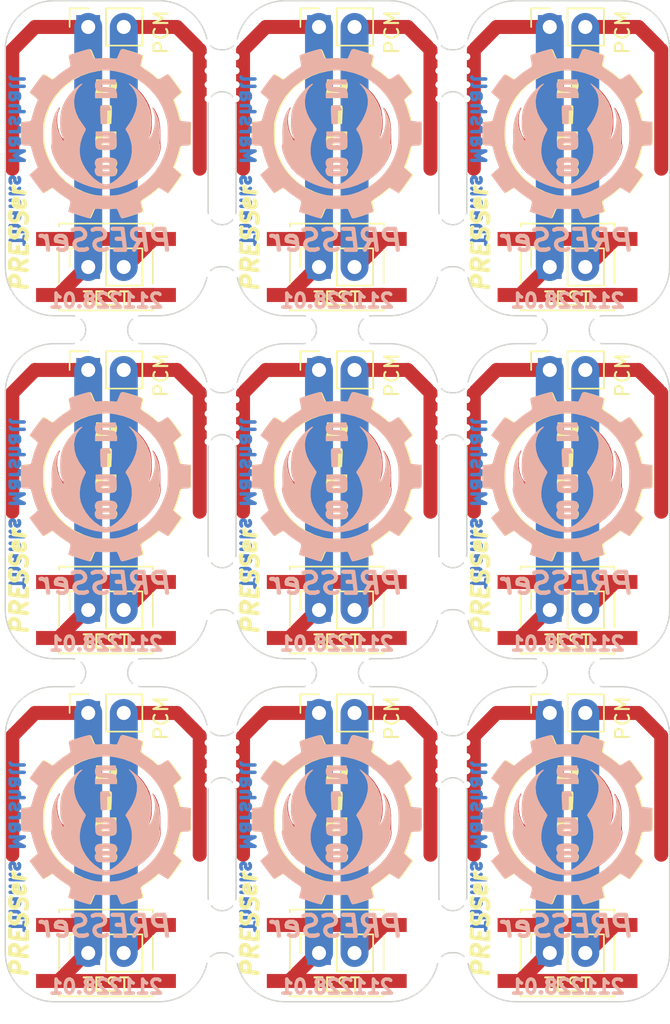
<source format=kicad_pcb>
(kicad_pcb (version 20211014) (generator pcbnew)
  (layers (0 "F.Cu" signal) (31 "B.Cu" signal) (34 "B.Paste" user) (35 "F.Paste" user) (36 "B.SilkS" user "B.Silkscreen") (37 "F.SilkS" user "F.Silkscreen") (38 "B.Mask" user) (39 "F.Mask" user) (44 "Edge.Cuts" user))
  (net 0 "")
  (net 1 "Board_0-Net-(J1-Pad1)")
  (net 2 "Board_0-Net-(J1-Pad2)")
  (net 3 "Board_1-Net-(J1-Pad1)")
  (net 4 "Board_1-Net-(J1-Pad2)")
  (net 5 "Board_2-Net-(J1-Pad1)")
  (net 6 "Board_2-Net-(J1-Pad2)")
  (net 7 "Board_3-Net-(J1-Pad1)")
  (net 8 "Board_3-Net-(J1-Pad2)")
  (net 9 "Board_4-Net-(J1-Pad1)")
  (net 10 "Board_4-Net-(J1-Pad2)")
  (net 11 "Board_5-Net-(J1-Pad1)")
  (net 12 "Board_5-Net-(J1-Pad2)")
  (net 13 "Board_6-Net-(J1-Pad1)")
  (net 14 "Board_6-Net-(J1-Pad2)")
  (net 15 "Board_7-Net-(J1-Pad1)")
  (net 16 "Board_7-Net-(J1-Pad2)")
  (net 17 "Board_8-Net-(J1-Pad1)")
  (net 18 "Board_8-Net-(J1-Pad2)")
  (footprint "NPTH" (layer "F.Cu") (at 73.749 104.250011)
    (fp_text reference "REF**" hide)
    (fp_text value "NPTH" hide)
  )
  (footprint "NPTH" (layer "F.Cu") (at 73.748999 81.750003)
    (fp_text reference "REF**" hide)
    (fp_text value "NPTH" hide)
  )
  (footprint "NPTH" (layer "F.Cu") (at 57.248999 106.250011)
    (fp_text reference "REF**" hide)
    (fp_text value "NPTH" hide)
  )
  (footprint "NPTH" (layer "F.Cu") (at 47.999997 85.749)
    (fp_text reference "REF**" hide)
    (fp_text value "NPTH" hide)
  )
  (footprint "Connector_PinSocket_2.54mm:PinSocket_1x02_P2.54mm_Vertical" (layer "F.Cu") (at 48.679997 65.125004 90)
    (fp_text reference "PCM")
    (fp_text value "PCM")
  )
  (footprint "NPTH" (layer "F.Cu") (at 82.000011 63.251002)
    (fp_text reference "REF**" hide)
    (fp_text value "NPTH" hide)
  )
  (footprint "NPTH" (layer "F.Cu") (at 75.751001 44.749996)
    (fp_text reference "REF**" hide)
    (fp_text value "NPTH" hide)
  )
  (footprint "NPTH" (layer "F.Cu") (at 73.749003 92.750011)
    (fp_text reference "REF**" hide)
    (fp_text value "NPTH" hide)
  )
  (footprint "Connector_PinSocket_2.54mm:PinSocket_1x02_P2.54mm_Vertical" (layer "F.Cu") (at 48.679997 106.770011 90)
    (fp_text reference "J1" hide)
    (fp_text value "TEST")
  )
  (footprint "NPTH" (layer "F.Cu") (at 57.248999 55.249997)
    (fp_text reference "REF**" hide)
    (fp_text value "NPTH" hide)
  )
  (footprint "NPTH" (layer "F.Cu") (at 48.999997 87.751006)
    (fp_text reference "REF**" hide)
    (fp_text value "NPTH" hide)
  )
  (footprint "NPTH" (layer "F.Cu") (at 59.251 92.750011)
    (fp_text reference "REF**" hide)
    (fp_text value "NPTH" hide)
  )
  (footprint "Button_Switch_SMD:SW_SPST_EVQQ2" (layer "F.Cu") (at 82.950011 82.270004)
    (fp_text reference "TEST")
    (fp_text value "TEST")
  )
  (footprint "Button_Switch_SMD:SW_SPST_EVQQ2" (layer "F.Cu") (at 66.450004 82.270004)
    (fp_text reference "TEST")
    (fp_text value "TEST")
  )
  (footprint "NPTH" (layer "F.Cu") (at 73.749003 42.749997)
    (fp_text reference "REF**" hide)
    (fp_text value "NPTH" hide)
  )
  (footprint "NPTH" (layer "F.Cu") (at 59.251003 54.249997)
    (fp_text reference "REF**" hide)
    (fp_text value "NPTH" hide)
  )
  (footprint "NPTH" (layer "F.Cu") (at 65.500004 63.251002)
    (fp_text reference "REF**" hide)
    (fp_text value "NPTH" hide)
  )
  (footprint "NPTH" (layer "F.Cu") (at 75.751 41.749997)
    (fp_text reference "REF**" hide)
    (fp_text value "NPTH" hide)
  )
  (footprint "Button_Switch_SMD:SW_SPST_EVQQ2" (layer "F.Cu") (at 49.949997 82.270004)
    (fp_text reference "TEST")
    (fp_text value "TEST")
  )
  (footprint "small_gear_footprints:12mm_gear" (layer "F.Cu") (at 66.450004 72.745004)
    (fp_text reference "G***" hide)
    (fp_text value "LOGO" hide)
  )
  (footprint "NPTH" (layer "F.Cu") (at 59.251 67.250004)
    (fp_text reference "REF**" hide)
    (fp_text value "NPTH" hide)
  )
  (footprint "NPTH" (layer "F.Cu") (at 81.000011 61.248999)
    (fp_text reference "REF**" hide)
    (fp_text value "NPTH" hide)
  )
  (footprint "small_gear_footprints:12mm_gear" (layer "F.Cu") (at 82.950011 48.244997)
    (fp_text reference "G***" hide)
    (fp_text value "LOGO" hide)
  )
  (footprint "NPTH" (layer "F.Cu") (at 57.248996 90.750011)
    (fp_text reference "REF**" hide)
    (fp_text value "NPTH" hide)
  )
  (footprint "NPTH" (layer "F.Cu") (at 59.251 66.250004)
    (fp_text reference "REF**" hide)
    (fp_text value "NPTH" hide)
  )
  (footprint "small_gear_footprints:12mm_gear" (layer "F.Cu") (at 49.949997 97.245011)
    (fp_text reference "G***" hide)
    (fp_text value "LOGO" hide)
  )
  (footprint "NPTH" (layer "F.Cu") (at 75.751011 107.25001)
    (fp_text reference "REF**" hide)
    (fp_text value "NPTH" hide)
  )
  (footprint "NPTH" (layer "F.Cu") (at 75.750999 90.750011)
    (fp_text reference "REF**" hide)
    (fp_text value "NPTH" hide)
  )
  (footprint "Connector_PinSocket_2.54mm:PinSocket_1x02_P2.54mm_Vertical" (layer "F.Cu") (at 65.180004 82.270004 90)
    (fp_text reference "J1" hide)
    (fp_text value "TEST")
  )
  (footprint "NPTH" (layer "F.Cu") (at 84.00001 63.251001)
    (fp_text reference "REF**" hide)
    (fp_text value "NPTH" hide)
  )
  (footprint "NPTH" (layer "F.Cu") (at 75.751 42.749997)
    (fp_text reference "REF**" hide)
    (fp_text value "NPTH" hide)
  )
  (footprint "NPTH" (layer "F.Cu") (at 75.75101 105.250011)
    (fp_text reference "REF**" hide)
    (fp_text value "NPTH" hide)
  )
  (footprint "Button_Switch_SMD:SW_SPST_EVQQ2" (layer "F.Cu") (at 49.949997 106.770011)
    (fp_text reference "TEST")
    (fp_text value "TEST")
  )
  (footprint "NPTH" (layer "F.Cu") (at 50.999996 61.248998)
    (fp_text reference "REF**" hide)
    (fp_text value "NPTH" hide)
  )
  (footprint "NPTH" (layer "F.Cu") (at 75.751001 92.750011)
    (fp_text reference "REF**" hide)
    (fp_text value "NPTH" hide)
  )
  (footprint "NPTH" (layer "F.Cu") (at 59.251 94.75001)
    (fp_text reference "REF**" hide)
    (fp_text value "NPTH" hide)
  )
  (footprint "NPTH" (layer "F.Cu") (at 57.248999 104.250011)
    (fp_text reference "REF**" hide)
    (fp_text value "NPTH" hide)
  )
  (footprint "NPTH" (layer "F.Cu") (at 75.751002 45.749996)
    (fp_text reference "REF**" hide)
    (fp_text value "NPTH" hide)
  )
  (footprint "Connector_PinSocket_2.54mm:PinSocket_1x02_P2.54mm_Vertical" (layer "F.Cu") (at 65.180004 40.624997 90)
    (fp_text reference "PCM")
    (fp_text value "PCM")
  )
  (footprint "NPTH" (layer "F.Cu") (at 84.00001 85.749002)
    (fp_text reference "REF**" hide)
    (fp_text value "NPTH" hide)
  )
  (footprint "Button_Switch_SMD:SW_SPST_EVQQ2" (layer "F.Cu") (at 66.450004 106.770011)
    (fp_text reference "TEST")
    (fp_text value "TEST")
  )
  (footprint "NPTH" (layer "F.Cu") (at 67.500003 61.248998)
    (fp_text reference "REF**" hide)
    (fp_text value "NPTH" hide)
  )
  (footprint "Connector_PinSocket_2.54mm:PinSocket_1x02_P2.54mm_Vertical" (layer "F.Cu") (at 81.680011 65.125004 90)
    (fp_text reference "PCM")
    (fp_text value "PCM")
  )
  (footprint "NPTH" (layer "F.Cu") (at 59.251004 81.750003)
    (fp_text reference "REF**" hide)
    (fp_text value "NPTH" hide)
  )
  (footprint "NPTH" (layer "F.Cu") (at 57.248999 58.249997)
    (fp_text reference "REF**" hide)
    (fp_text value "NPTH" hide)
  )
  (footprint "small_gear_footprints:12mm_wings_fmask" (layer "F.Cu") (at 49.949997 48.244997)
    (fp_text reference "G***" hide)
    (fp_text value "LOGO" hide)
  )
  (footprint "small_gear_footprints:12mm_gear" (layer "F.Cu") (at 49.949997 48.244997)
    (fp_text reference "G***" hide)
    (fp_text value "LOGO" hide)
  )
  (footprint "NPTH" (layer "F.Cu") (at 57.248997 70.250003)
    (fp_text reference "REF**" hide)
    (fp_text value "NPTH" hide)
  )
  (footprint "NPTH" (layer "F.Cu") (at 73.749 78.750004)
    (fp_text reference "REF**" hide)
    (fp_text value "NPTH" hide)
  )
  (footprint "NPTH" (layer "F.Cu") (at 73.749003 68.250004)
    (fp_text reference "REF**" hide)
    (fp_text value "NPTH" hide)
  )
  (footprint "NPTH" (layer "F.Cu") (at 65.500004 85.749001)
    (fp_text reference "REF**" hide)
    (fp_text value "NPTH" hide)
  )
  (footprint "Button_Switch_SMD:SW_SPST_EVQQ2" (layer "F.Cu") (at 82.950011 106.770011)
    (fp_text reference "TEST")
    (fp_text value "TEST")
  )
  (footprint "NPTH" (layer "F.Cu") (at 75.75101 106.25001)
    (fp_text reference "REF**" hide)
    (fp_text value "NPTH" hide)
  )
  (footprint "NPTH" (layer "F.Cu") (at 75.751009 55.249997)
    (fp_text reference "REF**" hide)
    (fp_text value "NPTH" hide)
  )
  (footprint "Connector_PinSocket_2.54mm:PinSocket_1x02_P2.54mm_Vertical" (layer "F.Cu") (at 81.680011 106.770011 90)
    (fp_text reference "J1" hide)
    (fp_text value "TEST")
  )
  (footprint "NPTH" (layer "F.Cu") (at 57.248996 41.749997)
    (fp_text reference "REF**" hide)
    (fp_text value "NPTH" hide)
  )
  (footprint "NPTH" (layer "F.Cu") (at 75.75101 80.750004)
    (fp_text reference "REF**" hide)
    (fp_text value "NPTH" hide)
  )
  (footprint "small_gear_footprints:12mm_gear" (layer "F.Cu") (at 82.950011 72.745004)
    (fp_text reference "G***" hide)
    (fp_text value "LOGO" hide)
  )
  (footprint "NPTH" (layer "F.Cu") (at 68.500003 61.248997)
    (fp_text reference "REF**" hide)
    (fp_text value "NPTH" hide)
  )
  (footprint "small_gear_footprints:12mm_wings_fmask" (layer "F.Cu") (at 82.950011 72.745004)
    (fp_text reference "G***" hide)
    (fp_text value "LOGO" hide)
  )
  (footprint "NPTH" (layer "F.Cu") (at 73.749003 45.749996)
    (fp_text reference "REF**" hide)
    (fp_text value "NPTH" hide)
  )
  (footprint "NPTH" (layer "F.Cu") (at 82.000011 85.749001)
    (fp_text reference "REF**" hide)
    (fp_text value "NPTH" hide)
  )
  (footprint "NPTH" (layer "F.Cu") (at 59.251003 104.250011)
    (fp_text reference "REF**" hide)
    (fp_text value "NPTH" hide)
  )
  (footprint "small_gear_footprints:12mm_gear" (layer "F.Cu") (at 66.450004 97.245011)
    (fp_text reference "G***" hide)
    (fp_text value "LOGO" hide)
  )
  (footprint "NPTH" (layer "F.Cu") (at 59.251 45.749996)
    (fp_text reference "REF**" hide)
    (fp_text value "NPTH" hide)
  )
  (footprint "NPTH" (layer "F.Cu") (at 57.248999 105.250011)
    (fp_text reference "REF**" hide)
    (fp_text value "NPTH" hide)
  )
  (footprint "NPTH" (layer "F.Cu") (at 57.248996 66.250004)
    (fp_text reference "REF**" hide)
    (fp_text value "NPTH" hide)
  )
  (footprint "NPTH" (layer "F.Cu") (at 51.999996 63.251)
    (fp_text reference "REF**" hide)
    (fp_text value "NPTH" hide)
  )
  (footprint "small_gear_footprints:12mm_wings_fcu" (layer "F.Cu") (at 49.949997 48.244997)
    (fp_text reference "G***" hide)
    (fp_text value "LOGO" hide)
  )
  (footprint "NPTH" (layer "F.Cu") (at 66.500004 61.248998)
    (fp_text reference "REF**" hide)
    (fp_text value "NPTH" hide)
  )
  (footprint "NPTH" (layer "F.Cu") (at 49.999997 85.749001)
    (fp_text reference "REF**" hide)
    (fp_text value "NPTH" hide)
  )
  (footprint "NPTH" (layer "F.Cu") (at 75.751001 68.250004)
    (fp_text reference "REF**" hide)
    (fp_text value "NPTH" hide)
  )
  (footprint "NPTH" (layer "F.Cu") (at 75.751009 79.750004)
    (fp_text reference "REF**" hide)
    (fp_text value "NPTH" hide)
  )
  (footprint "NPTH" (layer "F.Cu") (at 68.500003 87.751002)
    (fp_text reference "REF**" hide)
    (fp_text value "NPTH" hide)
  )
  (footprint "NPTH" (layer "F.Cu") (at 82.000011 61.248998)
    (fp_text reference "REF**" hide)
    (fp_text value "NPTH" hide)
  )
  (footprint "NPTH" (layer "F.Cu") (at 75.750999 66.250004)
    (fp_text reference "REF**" hide)
    (fp_text value "NPTH" hide)
  )
  (footprint "NPTH" (layer "F.Cu") (at 73.749003 70.250004)
    (fp_text reference "REF**" hide)
    (fp_text value "NPTH" hide)
  )
  (footprint "Connector_PinSocket_2.54mm:PinSocket_1x02_P2.54mm_Vertical" (layer "F.Cu") (at 48.679997 82.270004 90)
    (fp_text reference "J1" hide)
    (fp_text value "TEST")
  )
  (footprint "NPTH" (layer "F.Cu") (at 73.749 54.249997)
    (fp_text reference "REF**" hide)
    (fp_text value "NPTH" hide)
  )
  (footprint "NPTH" (layer "F.Cu") (at 51.999996 85.749003)
    (fp_text reference "REF**" hide)
    (fp_text value "NPTH" hide)
  )
  (footprint "NPTH" (layer "F.Cu") (at 73.749 56.249997)
    (fp_text reference "REF**" hide)
    (fp_text value "NPTH" hide)
  )
  (footprint "NPTH" (layer "F.Cu") (at 59.251 42.749997)
    (fp_text reference "REF**" hide)
    (fp_text value "NPTH" hide)
  )
  (footprint "NPTH" (layer "F.Cu") (at 67.500003 85.749002)
    (fp_text reference "REF**" hide)
    (fp_text value "NPTH" hide)
  )
  (footprint "NPTH" (layer "F.Cu") (at 57.248999 57.249997)
    (fp_text reference "REF**" hide)
    (fp_text value "NPTH" hide)
  )
  (footprint "small_gear_footprints:12mm_wings_fcu" (layer "F.Cu") (at 82.950011 97.245011)
    (fp_text reference "G***" hide)
    (fp_text value "LOGO" hide)
  )
  (footprint "small_gear_footprints:12mm_wings_fmask" (layer "F.Cu") (at 49.949997 97.245011)
    (fp_text reference "G***" hide)
    (fp_text value "LOGO" hide)
  )
  (footprint "NPTH" (layer "F.Cu") (at 67.500003 87.751004)
    (fp_text reference "REF**" hide)
    (fp_text value "NPTH" hide)
  )
  (footprint "NPTH" (layer "F.Cu") (at 85.00001 87.751002)
    (fp_text reference "REF**" hide)
    (fp_text value "NPTH" hide)
  )
  (footprint "NPTH" (layer "F.Cu") (at 57.248997 94.75001)
    (fp_text reference "REF**" hide)
    (fp_text value "NPTH" hide)
  )
  (footprint "NPTH" (layer "F.Cu") (at 59.250999 90.750011)
    (fp_text reference "REF**" hide)
    (fp_text value "NPTH" hide)
  )
  (footprint "NPTH" (layer "F.Cu") (at 57.248997 92.750011)
    (fp_text reference "REF**" hide)
    (fp_text value "NPTH" hide)
  )
  (footprint "NPTH" (layer "F.Cu") (at 64.500004 85.749)
    (fp_text reference "REF**" hide)
    (fp_text value "NPTH" hide)
  )
  (footprint "small_gear_footprints:12mm_wings_fcu" (layer "F.Cu") (at 49.949997 97.245011)
    (fp_text reference "G***" hide)
    (fp_text value "LOGO" hide)
  )
  (footprint "Button_Switch_SMD:SW_SPST_EVQQ2" (layer "F.Cu") (at 49.949997 57.769997)
    (fp_text reference "TEST")
    (fp_text value "TEST")
  )
  (footprint "NPTH" (layer "F.Cu") (at 50.999996 63.251001)
    (fp_text reference "REF**" hide)
    (fp_text value "NPTH" hide)
  )
  (footprint "NPTH" (layer "F.Cu") (at 83.000011 61.248998)
    (fp_text reference "REF**" hide)
    (fp_text value "NPTH" hide)
  )
  (footprint "NPTH" (layer "F.Cu") (at 75.751002 94.75001)
    (fp_text reference "REF**" hide)
    (fp_text value "NPTH" hide)
  )
  (footprint "NPTH" (layer "F.Cu") (at 84.00001 87.751004)
    (fp_text reference "REF**" hide)
    (fp_text value "NPTH" hide)
  )
  (footprint "NPTH" (layer "F.Cu") (at 50.999996 85.749002)
    (fp_text reference "REF**" hide)
    (fp_text value "NPTH" hide)
  )
  (footprint "NPTH" (layer "F.Cu") (at 57.248997 93.75001)
    (fp_text reference "REF**" hide)
    (fp_text value "NPTH" hide)
  )
  (footprint "small_gear_footprints:12mm_wings_fcu" (layer "F.Cu") (at 82.950011 48.244997)
    (fp_text reference "G***" hide)
    (fp_text value "LOGO" hide)
  )
  (footprint "small_gear_footprints:12mm_wings_fmask" (layer "F.Cu") (at 82.950011 48.244997)
    (fp_text reference "G***" hide)
    (fp_text value "LOGO" hide)
  )
  (footprint "small_gear_footprints:12mm_wings_fcu" (layer "F.Cu") (at 66.450004 97.245011)
    (fp_text reference "G***" hide)
    (fp_text value "LOGO" hide)
  )
  (footprint "small_gear_footprints:12mm_wings_fcu" (layer "F.Cu") (at 66.450004 48.244997)
    (fp_text reference "G***" hide)
    (fp_text value "LOGO" hide)
  )
  (footprint "NPTH" (layer "F.Cu") (at 57.248997 43.749997)
    (fp_text reference "REF**" hide)
    (fp_text value "NPTH" hide)
  )
  (footprint "NPTH" (layer "F.Cu") (at 68.500003 63.251)
    (fp_text reference "REF**" hide)
    (fp_text value "NPTH" hide)
  )
  (footprint "small_gear_footprints:12mm_wings_fcu" (layer "F.Cu") (at 49.949997 72.745004)
    (fp_text reference "G***" hide)
    (fp_text value "LOGO" hide)
  )
  (footprint "NPTH" (layer "F.Cu") (at 73.749003 94.750011)
    (fp_text reference "REF**" hide)
    (fp_text value "NPTH" hide)
  )
  (footprint "Connector_PinSocket_2.54mm:PinSocket_1x02_P2.54mm_Vertical" (layer "F.Cu") (at 65.180004 106.770011 90)
    (fp_text reference "J1" hide)
    (fp_text value "TEST")
  )
  (footprint "NPTH" (layer "F.Cu") (at 59.251003 78.750004)
    (fp_text reference "REF**" hide)
    (fp_text value "NPTH" hide)
  )
  (footprint "small_gear_footprints:12mm_gear" (layer "F.Cu") (at 82.950011 97.245011)
    (fp_text reference "G***" hide)
    (fp_text value "LOGO" hide)
  )
  (footprint "NPTH" (layer "F.Cu") (at 75.751008 54.249997)
    (fp_text reference "REF**" hide)
    (fp_text value "NPTH" hide)
  )
  (footprint "NPTH" (layer "F.Cu") (at 59.251 68.250004)
    (fp_text reference "REF**" hide)
    (fp_text value "NPTH" hide)
  )
  (footprint "Connector_PinSocket_2.54mm:PinSocket_1x02_P2.54mm_Vertical" (layer "F.Cu") (at 81.680011 82.270004 90)
    (fp_text reference "J1" hide)
    (fp_text value "TEST")
  )
  (footprint "NPTH" (layer "F.Cu") (at 49.999997 63.251002)
    (fp_text reference "REF**" hide)
    (fp_text value "NPTH" hide)
  )
  (footprint "NPTH" (layer "F.Cu") (at 73.749 80.750004)
    (fp_text reference "REF**" hide)
    (fp_text value "NPTH" hide)
  )
  (footprint "NPTH" (layer "F.Cu") (at 75.751001 69.250003)
    (fp_text reference "REF**" hide)
    (fp_text value "NPTH" hide)
  )
  (footprint "NPTH" (layer "F.Cu") (at 84.00001 61.248998)
    (fp_text reference "REF**" hide)
    (fp_text value "NPTH" hide)
  )
  (footprint "NPTH" (layer "F.Cu") (at 75.75101 57.249996)
    (fp_text reference "REF**" hide)
    (fp_text value "NPTH" hide)
  )
  (footprint "NPTH" (layer "F.Cu") (at 50.999996 87.751004)
    (fp_text reference "REF**" hide)
    (fp_text value "NPTH" hide)
  )
  (footprint "NPTH" (layer "F.Cu") (at 73.749003 43.749997)
    (fp_text reference "REF**" hide)
    (fp_text value "NPTH" hide)
  )
  (footprint "NPTH" (layer "F.Cu") (at 83.000011 63.251001)
    (fp_text reference "REF**" hide)
    (fp_text value "NPTH" hide)
  )
  (footprint "NPTH" (layer "F.Cu") (at 64.500004 61.248999)
    (fp_text reference "REF**" hide)
    (fp_text value "NPTH" hide)
  )
  (footprint "NPTH" (layer "F.Cu") (at 57.248996 67.250004)
    (fp_text reference "REF**" hide)
    (fp_text value "NPTH" hide)
  )
  (footprint "NPTH" (layer "F.Cu") (at 75.751008 103.250011)
    (fp_text reference "REF**" hide)
    (fp_text value "NPTH" hide)
  )
  (footprint "NPTH" (layer "F.Cu") (at 57.248999 54.249997)
    (fp_text reference "REF**" hide)
    (fp_text value "NPTH" hide)
  )
  (footprint "NPTH" (layer "F.Cu") (at 47.999997 87.751008)
    (fp_text reference "REF**" hide)
    (fp_text value "NPTH" hide)
  )
  (footprint "NPTH" (layer "F.Cu") (at 48.999997 61.248998)
    (fp_text reference "REF**" hide)
    (fp_text value "NPTH" hide)
  )
  (footprint "NPTH" (layer "F.Cu") (at 57.248997 68.250004)
    (fp_text reference "REF**" hide)
    (fp_text value "NPTH" hide)
  )
  (footprint "NPTH" (layer "F.Cu") (at 75.751008 78.750004)
    (fp_text reference "REF**" hide)
    (fp_text value "NPTH" hide)
  )
  (footprint "NPTH" (layer "F.Cu") (at 59.251003 79.750004)
    (fp_text reference "REF**" hide)
    (fp_text value "NPTH" hide)
  )
  (footprint "NPTH" (layer "F.Cu") (at 59.251003 105.250011)
    (fp_text reference "REF**" hide)
    (fp_text value "NPTH" hide)
  )
  (footprint "small_gear_footprints:12mm_wings_fmask" (layer "F.Cu") (at 49.949997 72.745004)
    (fp_text reference "G***" hide)
    (fp_text value "LOGO" hide)
  )
  (footprint "NPTH" (layer "F.Cu") (at 57.248996 91.750011)
    (fp_text reference "REF**" hide)
    (fp_text value "NPTH" hide)
  )
  (footprint "NPTH" (layer "F.Cu") (at 59.251004 57.249996)
    (fp_text reference "REF**" hide)
    (fp_text value "NPTH" hide)
  )
  (footprint "NPTH" (layer "F.Cu") (at 65.500004 87.751006)
    (fp_text reference "REF**" hide)
    (fp_text value "NPTH" hide)
  )
  (footprint "NPTH" (layer "F.Cu") (at 57.248999 56.249997)
    (fp_text reference "REF**" hide)
    (fp_text value "NPTH" hide)
  )
  (footprint "NPTH" (layer "F.Cu") (at 75.75101 81.750003)
    (fp_text reference "REF**" hide)
    (fp_text value "NPTH" hide)
  )
  (footprint "NPTH" (layer "F.Cu") (at 57.248999 81.750004)
    (fp_text reference "REF**" hide)
    (fp_text value "NPTH" hide)
  )
  (footprint "NPTH" (layer "F.Cu") (at 73.748999 58.249996)
    (fp_text reference "REF**" hide)
    (fp_text value "NPTH" hide)
  )
  (footprint "NPTH" (layer "F.Cu") (at 73.749003 91.750011)
    (fp_text reference "REF**" hide)
    (fp_text value "NPTH" hide)
  )
  (footprint "NPTH" (layer "F.Cu") (at 59.251 43.749997)
    (fp_text reference "REF**" hide)
    (fp_text value "NPTH" hide)
  )
  (footprint "NPTH" (layer "F.Cu") (at 59.251 41.749997)
    (fp_text reference "REF**" hide)
    (fp_text value "NPTH" hide)
  )
  (footprint "Button_Switch_SMD:SW_SPST_EVQQ2" (layer "F.Cu") (at 66.450004 57.769997)
    (fp_text reference "TEST")
    (fp_text value "TEST")
  )
  (footprint "NPTH" (layer "F.Cu") (at 66.500004 63.251001)
    (fp_text reference "REF**" hide)
    (fp_text value "NPTH" hide)
  )
  (footprint "NPTH" (layer "F.Cu") (at 66.500004 87.751005)
    (fp_text reference "REF**" hide)
    (fp_text value "NPTH" hide)
  )
  (footprint "NPTH" (layer "F.Cu") (at 49.999997 87.751005)
    (fp_text reference "REF**" hide)
    (fp_text value "NPTH" hide)
  )
  (footprint "NPTH" (layer "F.Cu") (at 82.000011 87.751006)
    (fp_text reference "REF**" hide)
    (fp_text value "NPTH" hide)
  )
  (footprint "NPTH" (layer "F.Cu") (at 59.251004 106.25001)
    (fp_text reference "REF**" hide)
    (fp_text value "NPTH" hide)
  )
  (footprint "NPTH" (layer "F.Cu") (at 73.748999 106.25001)
    (fp_text reference "REF**" hide)
    (fp_text value "NPTH" hide)
  )
  (footprint "NPTH" (layer "F.Cu") (at 73.749 55.249997)
    (fp_text reference "REF**" hide)
    (fp_text value "NPTH" hide)
  )
  (footprint "NPTH" (layer "F.Cu") (at 83.000011 85.749002)
    (fp_text reference "REF**" hide)
    (fp_text value "NPTH" hide)
  )
  (footprint "Button_Switch_SMD:SW_SPST_EVQQ2" (layer "F.Cu") (at 82.950011 57.769997)
    (fp_text reference "TEST")
    (fp_text value "TEST")
  )
  (footprint "NPTH" (layer "F.Cu") (at 73.749 105.250011)
    (fp_text reference "REF**" hide)
    (fp_text value "NPTH" hide)
  )
  (footprint "NPTH" (layer "F.Cu") (at 57.248999 79.750004)
    (fp_text reference "REF**" hide)
    (fp_text value "NPTH" hide)
  )
  (footprint "NPTH" (layer "F.Cu") (at 59.251 69.250003)
    (fp_text reference "REF**" hide)
    (fp_text value "NPTH" hide)
  )
  (footprint "NPTH" (layer "F.Cu") (at 66.500004 85.749002)
    (fp_text reference "REF**" hide)
    (fp_text value "NPTH" hide)
  )
  (footprint "small_gear_footprints:12mm_wings_fmask" (layer "F.Cu") (at 66.450004 48.244997)
    (fp_text reference "G***" hide)
    (fp_text value "LOGO" hide)
  )
  (footprint "NPTH" (layer "F.Cu") (at 73.749003 44.749997)
    (fp_text reference "REF**" hide)
    (fp_text value "NPTH" hide)
  )
  (footprint "Connector_PinSocket_2.54mm:PinSocket_1x02_P2.54mm_Vertical" (layer "F.Cu") (at 65.180004 89.625011 90)
    (fp_text reference "PCM")
    (fp_text value "PCM")
  )
  (footprint "NPTH" (layer "F.Cu") (at 49.999997 61.248998)
    (fp_text reference "REF**" hide)
    (fp_text value "NPTH" hide)
  )
  (footprint "NPTH" (layer "F.Cu") (at 48.999997 85.749001)
    (fp_text reference "REF**" hide)
    (fp_text value "NPTH" hide)
  )
  (footprint "NPTH" (layer "F.Cu") (at 67.500003 63.251001)
    (fp_text reference "REF**" hide)
    (fp_text value "NPTH" hide)
  )
  (footprint "NPTH" (layer "F.Cu") (at 73.748999 82.750003)
    (fp_text reference "REF**" hide)
    (fp_text value "NPTH" hide)
  )
  (footprint "NPTH" (layer "F.Cu") (at 73.749003 41.749997)
    (fp_text reference "REF**" hide)
    (fp_text value "NPTH" hide)
  )
  (footprint "NPTH" (layer "F.Cu") (at 73.749003 69.250004)
    (fp_text reference "REF**" hide)
    (fp_text value "NPTH" hide)
  )
  (footprint "NPTH" (layer "F.Cu") (at 57.248996 42.749997)
    (fp_text reference "REF**" hide)
    (fp_text value "NPTH" hide)
  )
  (footprint "NPTH" (layer "F.Cu") (at 73.749 79.750004)
    (fp_text reference "REF**" hide)
    (fp_text value "NPTH" hide)
  )
  (footprint "NPTH" (layer "F.Cu") (at 81.000011 63.251003)
    (fp_text reference "REF**" hide)
    (fp_text value "NPTH" hide)
  )
  (footprint "small_gear_footprints:12mm_gear" (layer "F.Cu") (at 66.450004 48.244997)
    (fp_text reference "G***" hide)
    (fp_text value "LOGO" hide)
  )
  (footprint "NPTH" (layer "F.Cu") (at 81.000011 87.751008)
    (fp_text reference "REF**" hide)
    (fp_text value "NPTH" hide)
  )
  (footprint "NPTH" (layer "F.Cu") (at 57.248999 80.750004)
    (fp_text reference "REF**" hide)
    (fp_text value "NPTH" hide)
  )
  (footprint "small_gear_footprints:12mm_wings_fcu" (layer "F.Cu") (at 66.450004 72.745004)
    (fp_text reference "G***" hide)
    (fp_text value "LOGO" hide)
  )
  (footprint "NPTH" (layer "F.Cu") (at 75.751001 43.749997)
    (fp_text reference "REF**" hide)
    (fp_text value "NPTH" hide)
  )
  (footprint "NPTH" (layer "F.Cu") (at 68.500003 85.749003)
    (fp_text reference "REF**" hide)
    (fp_text value "NPTH" hide)
  )
  (footprint "NPTH" (layer "F.Cu") (at 57.248997 69.250003)
    (fp_text reference "REF**" hide)
    (fp_text value "NPTH" hide)
  )
  (footprint "NPTH" (layer "F.Cu") (at 57.248997 45.749996)
    (fp_text reference "REF**" hide)
    (fp_text value "NPTH" hide)
  )
  (footprint "NPTH" (layer "F.Cu") (at 59.251004 58.249996)
    (fp_text reference "REF**" hide)
    (fp_text value "NPTH" hide)
  )
  (footprint "NPTH" (layer "F.Cu") (at 73.749003 66.250004)
    (fp_text reference "REF**" hide)
    (fp_text value "NPTH" hide)
  )
  (footprint "NPTH" (layer "F.Cu") (at 59.251 70.250003)
    (fp_text reference "REF**" hide)
    (fp_text value "NPTH" hide)
  )
  (footprint "NPTH" (layer "F.Cu") (at 59.251 91.750011)
    (fp_text reference "REF**" hide)
    (fp_text value "NPTH" hide)
  )
  (footprint "NPTH" (layer "F.Cu") (at 73.749003 93.750011)
    (fp_text reference "REF**" hide)
    (fp_text value "NPTH" hide)
  )
  (footprint "Connector_PinSocket_2.54mm:PinSocket_1x02_P2.54mm_Vertical" (layer "F.Cu") (at 81.680011 40.624997 90)
    (fp_text reference "PCM")
    (fp_text value "PCM")
  )
  (footprint "NPTH" (layer "F.Cu") (at 75.751011 58.249996)
    (fp_text reference "REF**" hide)
    (fp_text value "NPTH" hide)
  )
  (footprint "NPTH" (layer "F.Cu") (at 57.248999 107.250011)
    (fp_text reference "REF**" hide)
    (fp_text value "NPTH" hide)
  )
  (footprint "small_gear_footprints:12mm_wings_fmask" (layer "F.Cu") (at 66.450004 97.245011)
    (fp_text reference "G***" hide)
    (fp_text value "LOGO" hide)
  )
  (footprint "NPTH" (layer "F.Cu") (at 59.251 93.750011)
    (fp_text reference "REF**" hide)
    (fp_text value "NPTH" hide)
  )
  (footprint "NPTH" (layer "F.Cu") (at 81.000011 85.749)
    (fp_text reference "REF**" hide)
    (fp_text value "NPTH" hide)
  )
  (footprint "NPTH" (layer "F.Cu") (at 65.500004 61.248998)
    (fp_text reference "REF**" hide)
    (fp_text value "NPTH" hide)
  )
  (footprint "NPTH" (layer "F.Cu") (at 48.999997 63.251002)
    (fp_text reference "REF**" hide)
    (fp_text value "NPTH" hide)
  )
  (footprint "NPTH" (layer "F.Cu") (at 75.751002 70.250003)
    (fp_text reference "REF**" hide)
    (fp_text value "NPTH" hide)
  )
  (footprint "NPTH" (layer "F.Cu") (at 47.999997 61.248999)
    (fp_text reference "REF**" hide)
    (fp_text value "NPTH" hide)
  )
  (footprint "NPTH" (layer "F.Cu") (at 57.248997 44.749996)
    (fp_text reference "REF**" hide)
    (fp_text value "NPTH" hide)
  )
  (footprint "NPTH" (layer "F.Cu") (at 73.749003 90.750011)
    (fp_text reference "REF**" hide)
    (fp_text value "NPTH" hide)
  )
  (footprint "NPTH" (layer "F.Cu") (at 83.000011 87.751005)
    (fp_text reference "REF**" hide)
    (fp_text value "NPTH" hide)
  )
  (footprint "Connector_PinSocket_2.54mm:PinSocket_1x02_P2.54mm_Vertical" (layer "F.Cu") (at 48.679997 89.625011 90)
    (fp_text reference "PCM")
    (fp_text value "PCM")
  )
  (footprint "NPTH" (layer "F.Cu") (at 85.00001 61.248997)
    (fp_text reference "REF**" hide)
    (fp_text value "NPTH" hide)
  )
  (footprint "small_gear_footprints:12mm_wings_fmask" (layer "F.Cu") (at 82.950011 97.245011)
    (fp_text reference "G***" hide)
    (fp_text value "LOGO" hide)
  )
  (footprint "NPTH" (layer "F.Cu") (at 75.751001 93.75001)
    (fp_text reference "REF**" hide)
    (fp_text value "NPTH" hide)
  )
  (footprint "small_gear_footprints:12mm_wings_fcu" (layer "F.Cu") (at 82.950011 72.745004)
    (fp_text reference "G***" hide)
    (fp_text value "LOGO" hide)
  )
  (footprint "NPTH" (layer "F.Cu") (at 75.751011 82.750003)
    (fp_text reference "REF**" hide)
    (fp_text value "NPTH" hide)
  )
  (footprint "NPTH" (layer "F.Cu") (at 59.251003 55.249997)
    (fp_text reference "REF**" hide)
    (fp_text value "NPTH" hide)
  )
  (footprint "NPTH" (layer "F.Cu") (at 73.748999 57.249996)
    (fp_text reference "REF**" hide)
    (fp_text value "NPTH" hide)
  )
  (footprint "Connector_PinSocket_2.54mm:PinSocket_1x02_P2.54mm_Vertical" (layer "F.Cu") (at 65.180004 65.125004 90)
    (fp_text reference "PCM")
    (fp_text value "PCM")
  )
  (footprint "NPTH" (layer "F.Cu") (at 73.749001 103.250011)
    (fp_text reference "REF**" hide)
    (fp_text value "NPTH" hide)
  )
  (footprint "NPTH" (layer "F.Cu") (at 75.751009 104.250011)
    (fp_text reference "REF**" hide)
    (fp_text value "NPTH" hide)
  )
  (footprint "NPTH" (layer "F.Cu") (at 59.251 44.749997)
    (fp_text reference "REF**" hide)
    (fp_text value "NPTH" hide)
  )
  (footprint "NPTH" (layer "F.Cu") (at 59.251003 56.249997)
    (fp_text reference "REF**" hide)
    (fp_text value "NPTH" hide)
  )
  (footprint "Connector_PinSocket_2.54mm:PinSocket_1x02_P2.54mm_Vertical" (layer "F.Cu") (at 48.679997 40.624997 90)
    (fp_text reference "PCM")
    (fp_text value "PCM")
  )
  (footprint "NPTH" (layer "F.Cu") (at 64.500004 63.251003)
    (fp_text reference "REF**" hide)
    (fp_text value "NPTH" hide)
  )
  (footprint "small_gear_footprints:12mm_gear" (layer "F.Cu") (at 49.949997 72.745004)
    (fp_text reference "G***" hide)
    (fp_text value "LOGO" hide)
  )
  (footprint "NPTH" (layer "F.Cu") (at 57.248999 103.250011)
    (fp_text reference "REF**" hide)
    (fp_text value "NPTH" hide)
  )
  (footprint "NPTH" (layer "F.Cu") (at 75.751 91.750011)
    (fp_text reference "REF**" hide)
    (fp_text value "NPTH" hide)
  )
  (footprint "NPTH" (layer "F.Cu") (at 64.500004 87.751008)
    (fp_text reference "REF**" hide)
    (fp_text value "NPTH" hide)
  )
  (footprint "Connector_PinSocket_2.54mm:PinSocket_1x02_P2.54mm_Vertical" (layer "F.Cu") (at 48.679997 57.769997 90)
    (fp_text reference "J1" hide)
    (fp_text value "TEST")
  )
  (footprint "NPTH" (layer "F.Cu") (at 85.00001 85.749003)
    (fp_text reference "REF**" hide)
    (fp_text value "NPTH" hide)
  )
  (footprint "NPTH" (layer "F.Cu") (at 47.999997 63.251003)
    (fp_text reference "REF**" hide)
    (fp_text value "NPTH" hide)
  )
  (footprint "small_gear_footprints:12mm_wings_fmask" (layer "F.Cu") (at 66.450004 72.745004)
    (fp_text reference "G***" hide)
    (fp_text value "LOGO" hide)
  )
  (footprint "NPTH" (layer "F.Cu") (at 75.75101 56.249997)
    (fp_text reference "REF**" hide)
    (fp_text value "NPTH" hide)
  )
  (footprint "NPTH" (layer "F.Cu") (at 59.251003 80.750004)
    (fp_text reference "REF**" hide)
    (fp_text value "NPTH" hide)
  )
  (footprint "NPTH" (layer "F.Cu") (at 59.251004 82.750003)
    (fp_text reference "REF**" hide)
    (fp_text value "NPTH" hide)
  )
  (footprint "NPTH" (layer "F.Cu") (at 57.248999 78.750004)
    (fp_text reference "REF**" hide)
    (fp_text value "NPTH" hide)
  )
  (footprint "NPTH" (layer "F.Cu") (at 73.749003 67.250004)
    (fp_text reference "REF**" hide)
    (fp_text value "NPTH" hide)
  )
  (footprint "Connector_PinSocket_2.54mm:PinSocket_1x02_P2.54mm_Vertical" (layer "F.Cu") (at 65.180004 57.769997 90)
    (fp_text reference "J1" hide)
    (fp_text value "TEST")
  )
  (footprint "Connector_PinSocket_2.54mm:PinSocket_1x02_P2.54mm_Vertical" (layer "F.Cu") (at 81.680011 57.769997 90)
    (fp_text reference "J1" hide)
    (fp_text value "TEST")
  )
  (footprint "NPTH" (layer "F.Cu") (at 75.751 67.250004)
    (fp_text reference "REF**" hide)
    (fp_text value "NPTH" hide)
  )
  (footprint "NPTH" (layer "F.Cu") (at 51.999996 61.248997)
    (fp_text reference "REF**" hide)
    (fp_text value "NPTH" hide)
  )
  (footprint "NPTH" (layer "F.Cu") (at 73.748999 107.25001)
    (fp_text reference "REF**" hide)
    (fp_text value "NPTH" hide)
  )
  (footprint "NPTH" (layer "F.Cu") (at 59.251003 103.250011)
    (fp_text reference "REF**" hide)
    (fp_text value "NPTH" hide)
  )
  (footprint "NPTH" (layer "F.Cu") (at 51.999996 87.751002)
    (fp_text reference "REF**" hide)
    (fp_text value "NPTH" hide)
  )
  (footprint "NPTH" (layer "F.Cu") (at 59.251004 107.25001)
    (fp_text reference "REF**" hide)
    (fp_text value "NPTH" hide)
  )
  (footprint "NPTH" (layer "F.Cu") (at 85.00001 63.251)
    (fp_text reference "REF**" hide)
    (fp_text value "NPTH" hide)
  )
  (footprint "Connector_PinSocket_2.54mm:PinSocket_1x02_P2.54mm_Vertical" (layer "F.Cu") (at 81.680011 89.625011 90)
    (fp_text reference "PCM")
    (fp_text value "PCM")
  )
  (footprint "NPTH" (layer "F.Cu") (at 57.248999 82.750004)
    (fp_text reference "REF**" hide)
    (fp_text value "NPTH" hide)
  )
  (footprint "small_gear_footprints:12mm_wings" (layer "B.Cu") (at 82.950011 48.244997 180)
    (fp_text reference "G***" hide)
    (fp_text value "LOGO" hide)
  )
  (footprint "small_gear_footprints:12mm_wings" (layer "B.Cu") (at 66.450004 48.244997 180)
    (fp_text reference "G***" hide)
    (fp_text value "LOGO" hide)
  )
  (footprint "small_gear_footprints:12mm_wings" (layer "B.Cu") (at 49.949997 72.745004 180)
    (fp_text reference "G***" hide)
    (fp_text value "LOGO" hide)
  )
  (footprint "small_gear_footprints:12mm_gear" (layer "B.Cu") (at 66.450004 72.745004 180)
    (fp_text reference "G***" hide)
    (fp_text value "LOGO" hide)
  )
  (footprint "small_gear_footprints:12mm_wings" (layer "B.Cu") (at 82.950011 97.245011 180)
    (fp_text reference "G***" hide)
    (fp_text value "LOGO" hide)
  )
  (footprint "small_gear_footprints:12mm_wings" (layer "B.Cu") (at 49.949997 97.245011 180)
    (fp_text reference "G***" hide)
    (fp_text value "LOGO" hide)
  )
  (footprint "small_gear_footprints:12mm_gear" (layer "B.Cu") (at 49.949997 48.244997 180)
    (fp_text reference "G***" hide)
    (fp_text value "LOGO" hide)
  )
  (footprint "small_gear_footprints:12mm_gear" (layer "B.Cu") (at 66.450004 97.245011 180)
    (fp_text reference "G***" hide)
    (fp_text value "LOGO" hide)
  )
  (footprint "small_gear_footprints:12mm_gear" (layer "B.Cu") (at 82.950011 48.244997 180)
    (fp_text reference "G***" hide)
    (fp_text value "LOGO" hide)
  )
  (footprint "small_gear_footprints:12mm_gear" (layer "B.Cu") (at 49.949997 72.745004 180)
    (fp_text reference "G***" hide)
    (fp_text value "LOGO" hide)
  )
  (footprint "small_gear_footprints:12mm_wings" (layer "B.Cu") (at 66.450004 72.745004 180)
    (fp_text reference "G***" hide)
    (fp_text value "LOGO" hide)
  )
  (footprint "small_gear_footprints:12mm_gear" (layer "B.Cu") (at 49.949997 97.245011 180)
    (fp_text reference "G***" hide)
    (fp_text value "LOGO" hide)
  )
  (footprint "small_gear_footprints:12mm_wings" (layer "B.Cu") (at 66.450004 97.245011 180)
    (fp_text reference "G***" hide)
    (fp_text value "LOGO" hide)
  )
  (footprint "small_gear_footprints:12mm_gear" (layer "B.Cu") (at 66.450004 48.244997 180)
    (fp_text reference "G***" hide)
    (fp_text value "LOGO" hide)
  )
  (footprint "small_gear_footprints:12mm_gear" (layer "B.Cu") (at 82.950011 97.245011 180)
    (fp_text reference "G***" hide)
    (fp_text value "LOGO" hide)
  )
  (footprint "small_gear_footprints:12mm_gear" (layer "B.Cu") (at 82.950011 72.745004 180)
    (fp_text reference "G***" hide)
    (fp_text value "LOGO" hide)
  )
  (footprint "small_gear_footprints:12mm_wings" (layer "B.Cu") (at 49.949997 48.244997 180)
    (fp_text reference "G***" hide)
    (fp_text value "LOGO" hide)
  )
  (footprint "small_gear_footprints:12mm_wings" (layer "B.Cu") (at 82.950011 72.745004 180)
    (fp_text reference "G***" hide)
    (fp_text value "LOGO" hide)
  )
  (gr_line (start 47.558574 85.752193) (end 47.631183 85.758446) (layer "Edge.Cuts") (width 0.1))
  (gr_line (start 68.656483 85.808875) (end 68.725958 85.786865) (layer "Edge.Cuts") (width 0.1))
  (gr_line (start 55.596409 39.27566) (end 55.4489 39.188924) (layer "Edge.Cuts") (width 0.1))
  (gr_line (start 89.967262 65.369523) (end 89.893213 65.208344) (layer "Edge.Cuts") (width 0.1))
  (gr_line (start 56.406438 64.469707) (end 56.287533 64.338087) (layer "Edge.Cuts") (width 0.1))
  (gr_line (start 75.716937 82.726437) (end 75.740994 82.768359) (layer "Edge.Cuts") (width 0.1))
  (gr_line (start 75.740994 82.768359) (end 75.762977 82.811405) (layer "Edge.Cuts") (width 0.1))
  (gr_line (start 42.860808 90.372606) (end 42.820719 90.545392) (layer "Edge.Cuts") (width 0.1))
  (gr_line (start 62.213708 87.790485) (end 62.045162 87.820778) (layer "Edge.Cuts") (width 0.1))
  (gr_line (start 74.170953 45.430588) (end 74.211355 45.403592) (layer "Edge.Cuts") (width 0.1))
  (gr_line (start 73.126933 84.244799) (end 73.221099 84.101767) (layer "Edge.Cuts") (width 0.1))
  (gr_line (start 58.546384 79.207374) (end 58.499553 79.220334) (layer "Edge.Cuts") (width 0.1))
  (gr_line (start 57.460536 54.369075) (end 57.43159 54.330046) (layer "Edge.Cuts") (width 0.1))
  (gr_line (start 68.523321 85.867901) (end 68.588815 85.835936) (layer "Edge.Cuts") (width 0.1))
  (gr_line (start 57.270021 46.046857) (end 57.280667 45.999446) (layer "Edge.Cuts") (width 0.1))
  (gr_line (start 77.392787 63.782406) (end 77.249953 63.876642) (layer "Edge.Cuts") (width 0.1))
  (gr_line (start 71.127408 38.860808) (end 70.960944 38.822099) (layer "Edge.Cuts") (width 0.1))
  (gr_line (start 54.804097 110.088392) (end 54.965991 110.032965) (layer "Edge.Cuts") (width 0.1))
  (gr_line (start 58.249987 106.750011) (end 58.39475 106.75031) (layer "Edge.Cuts") (width 0.1))
  (gr_line (start 68.180595 86.170953) (end 68.224724 86.112954) (layer "Edge.Cuts") (width 0.1))
  (gr_line (start 85.111155 63.17364) (end 85.044896 63.143292) (layer "Edge.Cuts") (width 0.1))
  (gr_line (start 56.717663 89.392893) (end 56.623358 89.249953) (layer "Edge.Cuts") (width 0.1))
  (gr_line (start 87.448609 87.819575) (end 87.280034 87.789446) (layer "Edge.Cuts") (width 0.1))
  (gr_line (start 75.822866 90.530601) (end 75.808524 90.576759) (layer "Edge.Cuts") (width 0.1))
  (gr_line (start 87.798165 110.090341) (end 87.966005 110.032965) (layer "Edge.Cuts") (width 0.1))
  (gr_line (start 77.551107 109.811083) (end 77.71398 109.895885) (layer "Edge.Cuts") (width 0.1))
  (gr_line (start 57.752483 82.32458) (end 57.820482 82.29945) (layer "Edge.Cuts") (width 0.1))
  (gr_line (start 44.250126 60.623488) (end 44.398018 60.720958) (layer "Edge.Cuts") (width 0.1))
  (gr_line (start 58.941647 103.477014) (end 58.905643 103.509647) (layer "Edge.Cuts") (width 0.1))
  (gr_line (start 51.566334 86.384707) (end 51.595048 86.317723) (layer "Edge.Cuts") (width 0.1))
  (gr_line (start 64.656645 87.508644) (end 64.599746 87.554183) (layer "Edge.Cuts") (width 0.1))
  (gr_line (start 74.295886 79.144295) (end 74.253032 79.121389) (layer "Edge.Cuts") (width 0.1))
  (gr_line (start 78.034016 38.967042) (end 77.875276 39.030366) (layer "Edge.Cuts") (width 0.1))
  (gr_line (start 68.566725 63.153949) (end 68.523321 63.132102) (layer "Edge.Cuts") (width 0.1))
  (gr_line (start 73.81734 94.883715) (end 73.846054 94.816731) (layer "Edge.Cuts") (width 0.1))
  (gr_line (start 55.443402 60.814029) (end 55.60722 60.717594) (layer "Edge.Cuts") (width 0.1))
  (gr_line (start 75.438001 57.928757) (end 75.47692 57.957419) (layer "Edge.Cuts") (width 0.1))
  (gr_line (start 81.11909 85.960538) (end 81.174854 86.007459) (layer "Edge.Cuts") (width 0.1))
  (gr_line (start 74.807585 103.748817) (end 74.716705 103.749712) (layer "Edge.Cuts") (width 0.1))
  (gr_line (start 81.192655 62.976007) (end 81.156651 63.008639) (layer "Edge.Cuts") (width 0.1))
  (gr_line (start 55.1305 88.032769) (end 54.965777 87.966977) (layer "Edge.Cuts") (width 0.1))
  (gr_line (start 73.224334 40.403573) (end 73.123365 40.249939) (layer "Edge.Cuts") (width 0.1))
  (gr_line (start 75.023048 69.785866) (end 75.069547 69.799971) (layer "Edge.Cuts") (width 0.1))
  (gr_line (start 68.796865 85.770026) (end 68.868818 85.758449) (layer "Edge.Cuts") (width 0.1))
  (gr_line (start 76.597861 39.964822) (end 76.477733 40.112149) (layer "Edge.Cuts") (width 0.1))
  (gr_line (start 74.131922 79.040466) (end 74.09436 79.00964) (layer "Edge.Cuts") (width 0.1))
  (gr_line (start 74.211353 103.596415) (end 74.170951 103.569419) (layer "Edge.Cuts") (width 0.1))
  (gr_line (start 42.967051 65.533985) (end 42.909674 65.701825) (layer "Edge.Cuts") (width 0.1))
  (gr_line (start 88.297479 109.890275) (end 88.449113 109.810972) (layer "Edge.Cuts") (width 0.1))
  (gr_line (start 84.653606 86.211355) (end 84.694836 86.151261) (layer "Edge.Cuts") (width 0.1))
  (gr_line (start 74.004181 57.972444) (end 74.062025 57.928746) (layer "Edge.Cuts") (width 0.1))
  (gr_line (start 62.746806 63.249084) (end 62.572824 63.253571) (layer "Edge.Cuts") (width 0.1))
  (gr_line (start 42.967042 83.465998) (end 43.032844 83.630716) (layer "Edge.Cuts") (width 0.1))
  (gr_line (start 45.033978 85.532949) (end 45.201818 85.590326) (layer "Edge.Cuts") (width 0.1))
  (gr_line (start 75.069547 94.299978) (end 75.115298 94.316348) (layer "Edge.Cuts") (width 0.1))
  (gr_line (start 74.750014 42.249997) (end 74.605257 42.249697) (layer "Edge.Cuts") (width 0.1))
  (gr_line (start 54.627376 110.139205) (end 54.804097 110.088392) (layer "Edge.Cuts") (width 0.1))
  (gr_line (start 87.965791 87.966977) (end 87.797948 87.909612) (layer "Edge.Cuts") (width 0.1))
  (gr_line (start 57.250999 53.759935) (end 57.250997 46.240058) (layer "Edge.Cuts") (width 0.1))
  (gr_line (start 60.60698 39.481624) (end 60.469515 39.59372) (layer "Edge.Cuts") (width 0.1))
  (gr_line (start 44.39804 39.279022) (end 44.255296 39.373004) (layer "Edge.Cuts") (width 0.1))
  (gr_line (start 44.70811 39.106906) (end 44.545463 39.192141) (layer "Edge.Cuts") (width 0.1))
  (gr_line (start 76.83353 109.283103) (end 76.969694 109.406436) (layer "Edge.Cuts") (width 0.1))
  (gr_line (start 59.082157 54.31001) (end 59.054177 54.349738) (layer "Edge.Cuts") (width 0.1))
  (gr_line (start 52.066718 87.653951) (end 52.002029 87.620387) (layer "Edge.Cuts") (width 0.1))
  (gr_line (start 64.989288 86.595737) (end 64.99732 86.668171) (layer "Edge.Cuts") (width 0.1))
  (gr_line (start 62.402167 110.233532) (end 62.572799 110.246442) (layer "Edge.Cuts") (width 0.1))
  (gr_line (start 74.880189 45.257443) (end 74.928254 45.264572) (layer "Edge.Cuts") (width 0.1))
  (gr_line (start 72.66192 109.287547) (end 72.787349 109.162129) (layer "Edge.Cuts") (width 0.1))
  (gr_line (start 48.371382 62.746972) (end 48.333151 62.809017) (layer "Edge.Cuts") (width 0.1))
  (gr_line (start 88.130723 85.467156) (end 88.291897 85.393094) (layer "Edge.Cuts") (width 0.1))
  (gr_line (start 42.822099 41.539056) (end 42.78947 41.719722) (layer "Edge.Cuts") (width 0.1))
  (gr_line (start 74.230255 106.834062) (end 74.27495 106.815658) (layer "Edge.Cuts") (width 0.1))
  (gr_line (start 76.597869 109.035194) (end 76.712648 109.162111) (layer "Edge.Cuts") (width 0.1))
  (gr_line (start 57.491363 103.406651) (end 57.460536 103.369089) (layer "Edge.Cuts") (width 0.1))
  (gr_line (start 76.712648 109.162111) (end 76.83353 109.283103) (layer "Edge.Cuts") (width 0.1))
  (gr_line (start 59.31597 66.053761) (end 59.291939 66.122156) (layer "Edge.Cuts") (width 0.1))
  (gr_line (start 57.170819 58.492734) (end 57.18403 58.446239) (layer "Edge.Cuts") (width 0.1))
  (gr_line (start 75.860879 107.627635) (end 75.907855 107.792089) (layer "Edge.Cuts") (width 0.1))
  (gr_line (start 90.246034 82.433675) (end 90.25098 82.249955) (layer "Edge.Cuts") (width 0.1))
  (gr_line (start 43.185958 40.556602) (end 43.106805 40.708314) (layer "Edge.Cuts") (width 0.1))
  (gr_line (start 42.966963 41.034216) (end 42.907802 41.208052) (layer "Edge.Cuts") (width 0.1))
  (gr_line (start 62.402154 63.266483) (end 62.213708 63.290478) (layer "Edge.Cuts") (width 0.1))
  (gr_line (start 57.404594 78.789651) (end 57.367897 78.726686) (layer "Edge.Cuts") (width 0.1))
  (gr_line (start 59.014387 57.987947) (end 59.050325 58.020267) (layer "Edge.Cuts") (width 0.1))
  (gr_line (start 81.039658 63.095407) (end 80.976693 63.132104) (layer "Edge.Cuts") (width 0.1))
  (gr_line (start 59.229214 107.247258) (end 59.26297 107.311412) (layer "Edge.Cuts") (width 0.1))
  (gr_line (start 64.942131 61.907478) (end 64.957374 61.953617) (layer "Edge.Cuts") (width 0.1))
  (gr_line (start 59.148091 41.872809) (end 59.101163 41.928064) (layer "Edge.Cuts") (width 0.1))
  (gr_line (start 75.969299 41.028175) (end 75.907816 41.208052) (layer "Edge.Cuts") (width 0.1))
  (gr_line (start 89.893101 89.708124) (end 89.810972 89.550908) (layer "Edge.Cuts") (width 0.1))
  (gr_line (start 68.679459 63.199032) (end 68.633708 63.182662) (layer "Edge.Cuts") (width 0.1))
  (gr_line (start 59.182665 103.116306) (end 59.16407 103.161199) (layer "Edge.Cuts") (width 0.1))
  (gr_line (start 75.664069 45.838807) (end 75.682664 45.8837) (layer "Edge.Cuts") (width 0.1))
  (gr_line (start 73.592198 107.791955) (end 73.639128 107.62766) (layer "Edge.Cuts") (width 0.1))
  (gr_line (start 75.734432 78.429255) (end 75.724952 78.476913) (layer "Edge.Cuts") (width 0.1))
  (gr_line (start 51.756456 62.923843) (end 51.709534 62.868079) (layer "Edge.Cuts") (width 0.1))
  (gr_line (start 59.532752 59.130477) (end 59.606801 59.291656) (layer "Edge.Cuts") (width 0.1))
  (gr_line (start 75.53947 103.369089) (end 75.508644 103.406651) (layer "Edge.Cuts") (width 0.1))
  (gr_line (start 78.03423 61.03303) (end 78.202073 61.090395) (layer "Edge.Cuts") (width 0.1))
  (gr_line (start 57.558354 54.477001) (end 57.523995 54.442641) (layer "Edge.Cuts") (width 0.1))
  (gr_line (start 77.708328 60.893188) (end 77.869507 60.967238) (layer "Edge.Cuts") (width 0.1))
  (gr_line (start 75.225064 91.184363) (end 75.179525 91.200564) (layer "Edge.Cuts") (width 0.1))
  (gr_line (start 59.224945 95.0231) (end 59.234425 95.070758) (layer "Edge.Cuts") (width 0.1))
  (gr_line (start 75.046389 79.207374) (end 74.999558 79.220334) (layer "Edge.Cuts") (width 0.1))
  (gr_line (start 74.619816 94.257457) (end 74.668174 94.252694) (layer "Edge.Cuts") (width 0.1))
  (gr_line (start 48.457367 61.953617) (end 48.475941 62.024089) (layer "Edge.Cuts") (width 0.1))
  (gr_line (start 60.212484 64.338068) (end 60.093578 64.469687) (layer "Edge.Cuts") (width 0.1))
  (gr_line (start 43.278901 40.398233) (end 43.185958 40.556602) (layer "Edge.Cuts") (width 0.1))
  (gr_line (start 74.967114 82.254727) (end 75.038954 82.264433) (layer "Edge.Cuts") (width 0.1))
  (gr_line (start 56.291768 60.157342) (end 56.406422 60.030313) (layer "Edge.Cuts") (width 0.1))
  (gr_line (start 51.549964 61.930452) (end 51.566334 61.884701) (layer "Edge.Cuts") (width 0.1))
  (gr_line (start 89.40216 84.535178) (end 89.522288 84.387851) (layer "Edge.Cuts") (width 0.1))
  (gr_line (start 84.584944 86.339814) (end 84.616909 86.27432) (layer "Edge.Cuts") (width 0.1))
  (gr_line (start 64.904952 86.317721) (end 64.933666 86.384704) (layer "Edge.Cuts") (width 0.1))
  (gr_line (start 75.967056 83.465998) (end 76.032858 83.630716) (layer "Edge.Cuts") (width 0.1))
  (gr_line (start 75.514384 66.512064) (end 75.457624 66.55716) (layer "Edge.Cuts") (width 0.1))
  (gr_line (start 68.140853 61.732036) (end 68.180595 61.670947) (layer "Edge.Cuts") (width 0.1))
  (gr_line (start 73.639135 41.372372) (end 73.592159 41.207918) (layer "Edge.Cuts") (width 0.1))
  (gr_line (start 59.234425 46.070744) (end 59.241554 46.11881) (layer "Edge.Cuts") (width 0.1))
  (gr_line (start 75.741556 95.118823) (end 75.747809 95.191433) (layer "Edge.Cuts") (width 0.1))
  (gr_line (start 74.880189 69.75745) (end 74.928254 69.764579) (layer "Edge.Cuts") (width 0.1))
  (gr_line (start 54.971818 38.969285) (end 54.791941 38.907802) (layer "Edge.Cuts") (width 0.1))
  (gr_line (start 51.595048 86.317723) (end 51.616895 86.27432) (layer "Edge.Cuts") (width 0.1))
  (gr_line (start 75.653957 54.183275) (end 75.632109 54.226678) (layer "Edge.Cuts") (width 0.1))
  (gr_line (start 74.943009 42.247342) (end 74.894732 42.249701) (layer "Edge.Cuts") (width 0.1))
  (gr_line (start 75.457624 42.057153) (end 75.397717 42.097975) (layer "Edge.Cuts") (width 0.1))
  (gr_line (start 64.970334 62.499553) (end 64.950036 62.569547) (layer "Edge.Cuts") (width 0.1))
  (gr_line (start 58.788648 69.903599) (end 58.82905 69.930595) (layer "Edge.Cuts") (width 0.1))
  (gr_line (start 88.448914 88.188938) (end 88.291693 88.106819) (layer "Edge.Cuts") (width 0.1))
  (gr_line (start 61.701849 63.409673) (end 61.534009 63.467049) (layer "Edge.Cuts") (width 0.1))
  (gr_line (start 73.879615 54.247965) (end 73.856709 54.205111) (layer "Edge.Cuts") (width 0.1))
  (gr_line (start 43.192134 65.045481) (end 43.106917 65.208094) (layer "Edge.Cuts") (width 0.1))
  (gr_line (start 75.608159 54.268957) (end 75.568416 54.330046) (layer "Edge.Cuts") (width 0.1))
  (gr_line (start 57.612948 69.974724) (end 57.651255 69.944829) (layer "Edge.Cuts") (width 0.1))
  (gr_line (start 75.34875 54.555171) (end 75.288655 54.596401) (layer "Edge.Cuts") (width 0.1))
  (gr_line (start 70.948602 63.319568) (end 70.780027 63.289439) (layer "Edge.Cuts") (width 0.1))
  (gr_line (start 74.532923 82.254721) (end 74.605282 82.250299) (layer "Edge.Cuts") (width 0.1))
  (gr_line (start 89.893213 65.208344) (end 89.814043 65.056598) (layer "Edge.Cuts") (width 0.1))
  (gr_line (start 73.753686 46.167167) (end 73.758449 46.11881) (layer "Edge.Cuts") (width 0.1))
  (gr_line (start 68.019027 62.45214) (end 68.00745 62.380187) (layer "Edge.Cuts") (width 0.1))
  (gr_line (start 57.752466 66.675417) (end 57.708236 66.655927) (layer "Edge.Cuts") (width 0.1))
  (gr_line (start 61.369291 63.532851) (end 61.208117 63.606913) (layer "Edge.Cuts") (width 0.1))
  (gr_line (start 74.557005 57.752651) (end 74.629511 57.749997) (layer "Edge.Cuts") (width 0.1))
  (gr_line (start 68.656483 61.308869) (end 68.725958 61.28686) (layer "Edge.Cuts") (width 0.1))
  (gr_line (start 73.898837 66.428061) (end 73.867101 66.391605) (layer "Edge.Cuts") (width 0.1))
  (gr_line (start 73.98562 91.01206) (end 73.949682 90.97974) (layer "Edge.Cuts") (width 0.1))
  (gr_line (start 58.428253 69.764579) (end 58.499551 69.779673) (layer "Edge.Cuts") (width 0.1))
  (gr_line (start 74.629511 57.749997) (end 74.894757 57.750296) (layer "Edge.Cuts") (width 0.1))
  (gr_line (start 73.590334 65.701849) (end 73.532958 65.534009) (layer "Edge.Cuts") (width 0.1))
  (gr_line (start 58.941645 45.522992) (end 58.976005 45.557352) (layer "Edge.Cuts") (width 0.1))
  (gr_line (start 59.241554 95.118824) (end 59.247807 95.191433) (layer "Edge.Cuts") (width 0.1))
  (gr_line (start 80.888868 87.673648) (end 80.843532 87.691136) (layer "Edge.Cuts") (width 0.1))
  (gr_line (start 75.086348 42.226193) (end 75.038932 42.235574) (layer "Edge.Cuts") (width 0.1))
  (gr_line (start 43.37649 59.749846) (end 43.477726 59.887854) (layer "Edge.Cuts") (width 0.1))
  (gr_line (start 48.499997 62.24106) (end 48.497313 62.331832) (layer "Edge.Cuts") (width 0.1))
  (gr_line (start 75.608153 70.231042) (end 75.632103 70.273321) (layer "Edge.Cuts") (width 0.1))
  (gr_line (start 68.001197 62.307577) (end 68.000302 62.216701) (layer "Edge.Cuts") (width 0.1))
  (gr_line (start 54.280245 61.210527) (end 54.45459 61.179279) (layer "Edge.Cuts") (width 0.1))
  (gr_line (start 77.106987 63.981631) (end 76.969522 64.093727) (layer "Edge.Cuts") (width 0.1))
  (gr_line (start 59.411578 65.696036) (end 59.360879 65.872354) (layer "Edge.Cuts") (width 0.1))
  (gr_line (start 59.190855 107.185747) (end 59.229214 107.247258) (layer "Edge.Cuts") (width 0.1))
  (gr_line (start 42.748999 66.753171) (end 42.748997 82.2469) (layer "Edge.Cuts") (width 0.1))
  (gr_line (start 74.484925 42.239387) (end 74.437295 42.231166) (layer "Edge.Cuts") (width 0.1))
  (gr_line (start 42.78947 41.719722) (end 42.767054 41.895676) (layer "Edge.Cuts") (width 0.1))
  (gr_line (start 75.568416 103.33006) (end 75.53947 103.369089) (layer "Edge.Cuts") (width 0.1))
  (gr_line (start 59.068411 103.33006) (end 59.039465 103.369089) (layer "Edge.Cuts") (width 0.1))
  (gr_line (start 76.106808 83.791663) (end 76.185978 83.943409) (layer "Edge.Cuts") (width 0.1))
  (gr_line (start 90.090341 90.201856) (end 90.032965 90.034016) (layer "Edge.Cuts") (width 0.1))
  (gr_line (start 73.530715 107.971832) (end 73.592198 107.791955) (layer "Edge.Cuts") (width 0.1))
  (gr_line (start 73.817338 103.116306) (end 73.800968 103.070555) (layer "Edge.Cuts") (width 0.1))
  (gr_line (start 75.734432 102.929262) (end 75.724952 102.97692) (layer "Edge.Cuts") (width 0.1))
  (gr_line (start 44.255296 39.373004) (end 44.106973 39.481624) (layer "Edge.Cuts") (width 0.1))
  (gr_line (start 57.252192 78.308581) (end 57.250999 78.259942) (layer "Edge.Cuts") (width 0.1))
  (gr_line (start 75.438001 82.428764) (end 75.47692 82.457426) (layer "Edge.Cuts") (width 0.1))
  (gr_line (start 74.783298 94.250309) (end 74.831831 94.252694) (layer "Edge.Cuts") (width 0.1))
  (gr_line (start 59.120386 94.752042) (end 59.143292 94.794895) (layer "Edge.Cuts") (width 0.1))
  (gr_line (start 80.72692 61.275055) (end 80.797392 61.293629) (layer "Edge.Cuts") (width 0.1))
  (gr_line (start 64.226914 85.775056) (end 64.297386 85.79363) (layer "Edge.Cuts") (width 0.1))
  (gr_line (start 58.000449 54.720327) (end 57.953617 54.707367) (layer "Edge.Cuts") (width 0.1))
  (gr_line (start 42.909666 83.298158) (end 42.967042 83.465998) (layer "Edge.Cuts") (width 0.1))
  (gr_line (start 65.000004 86.758947) (end 64.99732 86.831837) (layer "Edge.Cuts") (width 0.1))
  (gr_line (start 84.605719 87.204117) (end 84.575371 87.137858) (layer "Edge.Cuts") (width 0.1))
  (gr_line (start 57.862142 79.174644) (end 57.81772 79.154952) (layer "Edge.Cuts") (width 0.1))
  (gr_line (start 42.966963 90.03423) (end 42.909598 90.202073) (layer "Edge.Cuts") (width 0.1))
  (gr_line (start 76.192148 89.545488) (end 76.104136 89.71398) (layer "Edge.Cuts") (width 0.1))
  (gr_line (start 73.949682 90.97974) (end 73.915363 90.945704) (layer "Edge.Cuts") (width 0.1))
  (gr_line (start 55.60176 88.278915) (end 55.4489 88.188938) (layer "Edge.Cuts") (width 0.1))
  (gr_line (start 60.337903 88.712648) (end 60.212484 88.838075) (layer "Edge.Cuts") (width 0.1))
  (gr_line (start 59.068409 94.669961) (end 59.095405 94.710363) (layer "Edge.Cuts") (width 0.1))
  (gr_line (start 68.256463 87.423845) (end 68.209542 87.368081) (layer "Edge.Cuts") (width 0.1))
  (gr_line (start 45.54513 85.67923) (end 45.713713 85.709531) (layer "Edge.Cuts") (width 0.1))
  (gr_line (start 56.161913 109.287547) (end 56.287342 109.162129) (layer "Edge.Cuts") (width 0.1))
  (gr_line (start 59.688931 40.551093) (end 59.606924 40.708087) (layer "Edge.Cuts") (width 0.1))
  (gr_line (start 47.976679 61.367897) (end 48.039644 61.404594) (layer "Edge.Cuts") (width 0.1))
  (gr_line (start 57.258445 102.881197) (end 57.252192 102.808588) (layer "Edge.Cuts") (width 0.1))
  (gr_line (start 68.32516 61.507456) (end 68.380925 61.460535) (layer "Edge.Cuts") (width 0.1))
  (gr_line (start 75.086348 66.7262) (end 75.015066 66.7394) (layer "Edge.Cuts") (width 0.1))
  (gr_line (start 75.023048 94.285873) (end 75.069547 94.299978) (layer "Edge.Cuts") (width 0.1))
  (gr_line (start 75.22569 79.133105) (end 75.182287 79.154952) (layer "Edge.Cuts") (width 0.1))
  (gr_line (start 73.98563 82.487943) (end 74.04239 82.442847) (layer "Edge.Cuts") (width 0.1))
  (gr_line (start 87.804098 38.911611) (end 87.62766 38.860872) (layer "Edge.Cuts") (width 0.1))
  (gr_line (start 46.2531 63.249004) (end 46.078904 63.25334) (layer "Edge.Cuts") (width 0.1))
  (gr_line (start 81.333165 61.690985) (end 81.359161 61.732038) (layer "Edge.Cuts") (width 0.1))
  (gr_line (start 57.594358 54.509633) (end 57.558354 54.477001) (layer "Edge.Cuts") (width 0.1))
  (gr_line (start 84.84337 61.491361) (end 84.900268 61.445822) (layer "Edge.Cuts") (width 0.1))
  (gr_line (start 58.976007 103.442655) (end 58.941647 103.477014) (layer "Edge.Cuts") (width 0.1))
  (gr_line (start 62.749918 110.250978) (end 70.246836 110.25101) (layer "Edge.Cuts") (width 0.1))
  (gr_line (start 57.191483 82.923255) (end 57.217176 82.855467) (layer "Edge.Cuts") (width 0.1))
  (gr_line (start 59.291941 107.377864) (end 59.308518 107.423266) (layer "Edge.Cuts") (width 0.1))
  (gr_line (start 73.851916 107.127198) (end 73.898844 107.071943) (layer "Edge.Cuts") (width 0.1))
  (gr_line (start 68.116902 86.27432) (end 68.140853 86.232041) (layer "Edge.Cuts") (width 0.1))
  (gr_line (start 46.06632 38.753973) (end 45.895701 38.767051) (layer "Edge.Cuts") (width 0.1))
  (gr_line (start 71.29196 110.092202) (end 71.465998 110.032965) (layer "Edge.Cuts") (width 0.1))
  (gr_line (start 64.819412 61.670949) (end 64.859154 61.732038) (layer "Edge.Cuts") (width 0.1))
  (gr_line (start 75.74424 53.857033) (end 75.738292 53.905259) (layer "Edge.Cuts") (width 0.1))
  (gr_line (start 52.465701 63.248701) (end 52.417168 63.246317) (layer "Edge.Cuts") (width 0.1))
  (gr_line (start 58.868079 94.459548) (end 58.905641 94.490374) (layer "Edge.Cuts") (width 0.1))
  (gr_line (start 58.081097 42.248812) (end 58.032893 42.245273) (layer "Edge.Cuts") (width 0.1))
  (gr_line (start 75.204117 94.355719) (end 75.246971 94.378625) (layer "Edge.Cuts") (width 0.1))
  (gr_line (start 68.095055 87.182281) (end 68.066341 87.115297) (layer "Edge.Cuts") (width 0.1))
  (gr_line (start 43.380267 89.244874) (end 43.279035 89.398032) (layer "Edge.Cuts") (width 0.1))
  (gr_line (start 84.807366 62.976004) (end 84.75647 62.923843) (layer "Edge.Cuts") (width 0.1))
  (gr_line (start 59.360872 107.627635) (end 59.407848 107.792089) (layer "Edge.Cuts") (width 0.1))
  (gr_line (start 47.774042 85.786863) (end 47.843518 85.808872) (layer "Edge.Cuts") (width 0.1))
  (gr_line (start 51.499997 86.741064) (end 51.50268 86.668174) (layer "Edge.Cuts") (width 0.1))
  (gr_line (start 59.407809 41.208052) (end 59.360879 41.372347) (layer "Edge.Cuts") (width 0.1))
  (gr_line (start 89.627003 40.255296) (end 89.518538 40.107173) (layer "Edge.Cuts") (width 0.1))
  (gr_line (start 90.140689 107.621338) (end 90.179288 107.454629) (layer "Edge.Cuts") (width 0.1))
  (gr_line (start 74.928254 94.264586) (end 74.975912 94.274066) (layer "Edge.Cuts") (width 0.1))
  (gr_line (start 57.18403 107.446253) (end 57.199495 107.400459) (layer "Edge.Cuts") (width 0.1))
  (gr_line (start 73.975723 94.611962) (end 74.023998 94.557366) (layer "Edge.Cuts") (width 0.1))
  (gr_line (start 57.208059 90.622157) (end 57.191482 90.576755) (layer "Edge.Cuts") (width 0.1))
  (gr_line (start 75.160191 45.334929) (end 75.204117 45.355705) (layer "Edge.Cuts") (width 0.1))
  (gr_line (start 60.093727 60.030485) (end 60.212641 60.162097) (layer "Edge.Cuts") (width 0.1))
  (gr_line (start 45.889485 63.267771) (end 45.719748 63.289473) (layer "Edge.Cuts") (width 0.1))
  (gr_line (start 74.605282 82.250299) (end 74.870529 82.250007) (layer "Edge.Cuts") (width 0.1))
  (gr_line (start 73.717183 82.855467) (end 73.737039 82.811398) (layer "Edge.Cuts") (width 0.1))
  (gr_line (start 56.030313 64.093578) (end 55.89284 63.981492) (layer "Edge.Cuts") (width 0.1))
  (gr_line (start 56.402146 109.035185) (end 56.522274 108.887858) (layer "Edge.Cuts") (width 0.1))
  (gr_line (start 43.96968 84.906429) (end 44.107153 85.018515) (layer "Edge.Cuts") (width 0.1))
  (gr_line (start 70.59784 38.766475) (end 70.427208 38.753565) (layer "Edge.Cuts") (width 0.1))
  (gr_line (start 80.774057 87.713146) (end 80.703151 87.729985) (layer "Edge.Cuts") (width 0.1))
  (gr_line (start 75.741562 102.881196) (end 75.734432 102.929262) (layer "Edge.Cuts") (width 0.1))
  (gr_line (start 64.27405 87.713146) (end 64.203144 87.729985) (layer "Edge.Cuts") (width 0.1))
  (gr_line (start 57.270789 58.247237) (end 57.30915 58.185724) (layer "Edge.Cuts") (width 0.1))
  (gr_line (start 47.997966 85.879615) (end 48.060011 85.917846) (layer "Edge.Cuts") (width 0.1))
  (gr_line (start 74.894732 42.249701) (end 74.750014 42.249997) (layer "Edge.Cuts") (width 0.1))
  (gr_line (start 45.201818 85.590326) (end 45.372347 85.639128) (layer "Edge.Cuts") (width 0.1))
  (gr_line (start 80.509949 61.250999) (end 80.558587 61.252192) (layer "Edge.Cuts") (width 0.1))
  (gr_line (start 72.250061 85.123365) (end 72.393027 85.018376) (layer "Edge.Cuts") (width 0.1))
  (gr_line (start 57.81772 79.154952) (end 57.75303 79.121389) (layer "Edge.Cuts") (width 0.1))
  (gr_line (start 75.015066 91.239407) (end 74.967091 91.245293) (layer "Edge.Cuts") (width 0.1))
  (gr_line (start 72.249874 63.876512) (end 72.101767 63.778908) (layer "Edge.Cuts") (width 0.1))
  (gr_line (start 74.252473 42.17541) (end 74.208243 42.15592) (layer "Edge.Cuts") (width 0.1))
  (gr_line (start 73.879615 78.747972) (end 73.856709 78.705118) (layer "Edge.Cuts") (width 0.1))
  (gr_line (start 73.800968 103.070555) (end 73.786863 103.024056) (layer "Edge.Cuts") (width 0.1))
  (gr_line (start 76.712648 60.162097) (end 76.838075 60.287516) (layer "Edge.Cuts") (width 0.1))
  (gr_line (start 55.89284 39.481485) (end 55.755133 39.380267) (layer "Edge.Cuts") (width 0.1))
  (gr_line (start 58.656485 57.792189) (end 58.725075 57.815653) (layer "Edge.Cuts") (width 0.1))
  (gr_line (start 73.856709 78.705118) (end 73.835933 78.661192) (layer "Edge.Cuts") (width 0.1))
  (gr_line (start 48.404945 62.682282) (end 48.371382 62.746972) (layer "Edge.Cuts") (width 0.1))
  (gr_line (start 90.232956 66.395708) (end 90.211442 66.226163) (layer "Edge.Cuts") (width 0.1))
  (gr_line (start 57.774943 106.815658) (end 57.843534 106.792195) (layer "Edge.Cuts") (width 0.1))
  (gr_line (start 73.018376 64.60698) (end 72.90628 64.469515) (layer "Edge.Cuts") (width 0.1))
  (gr_line (start 70.786299 85.709529) (end 70.954845 85.679236) (layer "Edge.Cuts") (width 0.1))
  (gr_line (start 57.75303 79.121389) (end 57.711352 79.096408) (layer "Edge.Cuts") (width 0.1))
  (gr_line (start 55.4489 39.188924) (end 55.291679 39.106805) (layer "Edge.Cuts") (width 0.1))
  (gr_line (start 45.90216 61.233518) (end 46.072792 61.246428) (layer "Edge.Cuts") (width 0.1))
  (gr_line (start 89.895885 108.286041) (end 89.967252 108.130514) (layer "Edge.Cuts") (width 0.1))
  (gr_line (start 75.334983 91.134318) (end 75.291755 91.155944) (layer "Edge.Cuts") (width 0.1))
  (gr_line (start 81.11909 87.539471) (end 81.060025 87.582162) (layer "Edge.Cuts") (width 0.1))
  (gr_line (start 43.964822 109.40216) (end 44.102084 109.514498) (layer "Edge.Cuts") (width 0.1))
  (gr_line (start 58.538947 106.76444) (end 58.586362 106.773821) (layer "Edge.Cuts") (width 0.1))
  (gr_line (start 73.737039 82.811398) (end 73.759023 82.768352) (layer "Edge.Cuts") (width 0.1))
  (gr_line (start 74.102284 66.597972) (end 74.062013 66.571243) (layer "Edge.Cuts") (width 0.1))
  (gr_line (start 55.89284 63.981492) (end 55.749867 63.876512) (layer "Edge.Cuts") (width 0.1))
  (gr_line (start 56.030313 88.593585) (end 55.89284 88.481499) (layer "Edge.Cuts") (width 0.1))
  (gr_line (start 73.69149 82.923255) (end 73.717183 82.855467) (layer "Edge.Cuts") (width 0.1))
  (gr_line (start 72.393027 109.518383) (end 72.530492 109.406287) (layer "Edge.Cuts") (width 0.1))
  (gr_line (start 76.712491 88.838075) (end 76.593585 88.969694) (layer "Edge.Cuts") (width 0.1))
  (gr_line (start 59.240984 90.731662) (end 59.204137 90.794093) (layer "Edge.Cuts") (width 0.1))
  (gr_line (start 87.966005 61.032951) (end 88.130723 60.967149) (layer "Edge.Cuts") (width 0.1))
  (gr_line (start 68.140853 86.232041) (end 68.180595 86.170953) (layer "Edge.Cuts") (width 0.1))
  (gr_line (start 84.501204 62.307577) (end 84.500309 62.216701) (layer "Edge.Cuts") (width 0.1))
  (gr_line (start 68.523321 63.132102) (end 68.481042 63.108151) (layer "Edge.Cuts") (width 0.1))
  (gr_line (start 74.122911 57.889399) (end 74.165031 57.865689) (layer "Edge.Cuts") (width 0.1))
  (gr_line (start 75.459037 45.539961) (end 75.508638 45.593356) (layer "Edge.Cuts") (width 0.1))
  (gr_line (start 74.55698 42.247337) (end 74.484925 42.239387) (layer "Edge.Cuts") (width 0.1))
  (gr_line (start 59.132102 70.273321) (end 59.153949 70.316724) (layer "Edge.Cuts") (width 0.1))
  (gr_line (start 72.101767 63.778908) (end 71.948907 63.688931) (layer "Edge.Cuts") (width 0.1))
  (gr_line (start 81.333165 86.190986) (end 81.371396 86.253031) (layer "Edge.Cuts") (width 0.1))
  (gr_line (start 77.551107 85.311076) (end 77.708328 85.393195) (layer "Edge.Cuts") (width 0.1))
  (gr_line (start 71.297941 63.409605) (end 71.127408 63.360815) (layer "Edge.Cuts") (width 0.1))
  (gr_line (start 87.454852 110.179243) (end 87.627635 110.139142) (layer "Edge.Cuts") (width 0.1))
  (gr_line (start 57.032951 65.534009) (end 56.964608 65.363573) (layer "Edge.Cuts") (width 0.1))
  (gr_line (start 78.551412 85.680439) (end 78.719987 85.710568) (layer "Edge.Cuts") (width 0.1))
  (gr_line (start 75.387051 69.974724) (end 75.423845 70.006462) (layer "Edge.Cuts") (width 0.1))
  (gr_line (start 47.750547 63.219333) (end 47.703136 63.229979) (layer "Edge.Cuts") (width 0.1))
  (gr_line (start 54.804097 61.088378) (end 54.965991 61.032951) (layer "Edge.Cuts") (width 0.1))
  (gr_line (start 81.099753 63.054177) (end 81.039658 63.095407) (layer "Edge.Cuts") (width 0.1))
  (gr_line (start 64.518965 61.391848) (end 64.560017 61.417845) (layer "Edge.Cuts") (width 0.1))
  (gr_line (start 74.413666 57.7738) (end 74.461082 57.764419) (layer "Edge.Cuts") (width 0.1))
  (gr_line (start 71.630484 109.967262) (end 71.786045 109.89588) (layer "Edge.Cuts") (width 0.1))
  (gr_line (start 74.131922 54.540459) (end 74.09436 54.509633) (layer "Edge.Cuts") (width 0.1))
  (gr_line (start 64.692649 87.476012) (end 64.656645 87.508644) (layer "Edge.Cuts") (width 0.1))
  (gr_line (start 80.933291 87.653957) (end 80.888868 87.673648) (layer "Edge.Cuts") (width 0.1))
  (gr_line (start 74.461082 106.764433) (end 74.5089 106.757378) (layer "Edge.Cuts") (width 0.1))
  (gr_line (start 51.861948 87.524282) (end 51.807352 87.476006) (layer "Edge.Cuts") (width 0.1))
  (gr_line (start 51.666843 87.309016) (end 51.628611 87.246971) (layer "Edge.Cuts") (width 0.1))
  (gr_line (start 77.875276 39.030366) (end 77.708124 39.106906) (layer "Edge.Cuts") (width 0.1))
  (gr_line (start 45.201842 87.90968) (end 45.034002 87.967056) (layer "Edge.Cuts") (width 0.1))
  (gr_line (start 57.907478 79.192131) (end 57.862142 79.174644) (layer "Edge.Cuts") (width 0.1))
  (gr_line (start 76.481483 108.892834) (end 76.597869 109.035194) (layer "Edge.Cuts") (width 0.1))
  (gr_line (start 75.567699 82.537083) (end 75.601177 82.571946) (layer "Edge.Cuts") (width 0.1))
  (gr_line (start 75.514394 57.987947) (end 75.550332 58.020267) (layer "Edge.Cuts") (width 0.1))
  (gr_line (start 57.460536 103.369089) (end 57.43159 103.33006) (layer "Edge.Cuts") (width 0.1))
  (gr_line (start 75.741556 46.118809) (end 75.747809 46.191419) (layer "Edge.Cuts") (width 0.1))
  (gr_line (start 80.976693 63.132104) (end 80.911199 63.16407) (layer "Edge.Cuts") (width 0.1))
  (gr_line (start 52.133702 87.682664) (end 52.066718 87.653951) (layer "Edge.Cuts") (width 0.1))
  (gr_line (start 74.112952 103.52529) (end 74.076158 103.493551) (layer "Edge.Cuts") (width 0.1))
  (gr_line (start 57.432308 66.462924) (end 57.39883 66.428061) (layer "Edge.Cuts") (width 0.1))
  (gr_line (start 57.322925 82.665872) (end 57.351909 82.627191) (layer "Edge.Cuts") (width 0.1))
  (gr_line (start 73.314036 65.056598) (end 73.21767 64.892886) (layer "Edge.Cuts") (width 0.1))
  (gr_line (start 59.229979 78.453143) (end 59.219333 78.500553) (layer "Edge.Cuts") (width 0.1))
  (gr_line (start 75.967056 58.965991) (end 76.032858 59.130709) (layer "Edge.Cuts") (width 0.1))
  (gr_line (start 73.758447 102.881197) (end 73.752194 102.808587) (layer "Edge.Cuts") (width 0.1))
  (gr_line (start 48.119075 61.460536) (end 48.174839 61.507458) (layer "Edge.Cuts") (width 0.1))
  (gr_line (start 57.032951 90.034016) (end 56.967149 89.869298) (layer "Edge.Cuts") (width 0.1))
  (gr_line (start 74.783298 69.750302) (end 74.831831 69.752687) (layer "Edge.Cuts") (width 0.1))
  (gr_line (start 90.246034 57.933668) (end 90.25098 57.749955) (layer "Edge.Cuts") (width 0.1))
  (gr_line (start 68.057876 62.592521) (end 68.035866 62.523046) (layer "Edge.Cuts") (width 0.1))
  (gr_line (start 76.969522 64.093727) (end 76.83791 64.212641) (layer "Edge.Cuts") (width 0.1))
  (gr_line (start 70.960944 38.822099) (end 70.780027 38.789432) (layer "Edge.Cuts") (width 0.1))
  (gr_line (start 87.110509 63.267769) (end 86.921093 63.253339) (layer "Edge.Cuts") (width 0.1))
  (gr_line (start 58.660189 94.334944) (end 58.704115 94.355719) (layer "Edge.Cuts") (width 0.1))
  (gr_line (start 53.746882 87.749) (end 52.490059 87.749001) (layer "Edge.Cuts") (width 0.1))
  (gr_line (start 75.179525 91.200564) (end 75.13325 91.214523) (layer "Edge.Cuts") (width 0.1))
  (gr_line (start 73.915371 58.054293) (end 73.967463 58.003877) (layer "Edge.Cuts") (width 0.1))
  (gr_line (start 73.775058 95.0231) (end 73.786865 94.975965) (layer "Edge.Cuts") (width 0.1))
  (gr_line (start 84.740374 61.594357) (end 84.789975 61.540962) (layer "Edge.Cuts") (width 0.1))
  (gr_line (start 74.581104 91.248826) (end 74.5329 91.245287) (layer "Edge.Cuts") (width 0.1))
  (gr_line (start 61.363585 109.964627) (end 61.534223 110.033044) (layer "Edge.Cuts") (width 0.1))
  (gr_line (start 48.499997 86.741062) (end 48.497313 86.831837) (layer "Edge.Cuts") (width 0.1))
  (gr_line (start 58.767964 54.609147) (end 58.725685 54.633098) (layer "Edge.Cuts") (width 0.1))
  (gr_line (start 80.843532 63.191131) (end 80.774056 63.21314) (layer "Edge.Cuts") (width 0.1))
  (gr_line (start 74.102297 82.402025) (end 74.165031 82.365696) (layer "Edge.Cuts") (width 0.1))
  (gr_line (start 73.123495 59.749867) (end 73.221099 59.60176) (layer "Edge.Cuts") (width 0.1))
  (gr_line (start 80.631198 87.741562) (end 80.558589 87.747815) (layer "Edge.Cuts") (width 0.1))
  (gr_line (start 81.498817 62.192422) (end 81.499712 62.283299) (layer "Edge.Cuts") (width 0.1))
  (gr_line (start 74.894732 91.249715) (end 74.629485 91.250007) (layer "Edge.Cuts") (width 0.1))
  (gr_line (start 75.13327 82.285499) (end 75.179544 82.299459) (layer "Edge.Cuts") (width 0.1))
  (gr_line (start 57.753028 94.378625) (end 57.795882 94.355719) (layer "Edge.Cuts") (width 0.1))
  (gr_line (start 89.893202 83.791686) (end 89.967252 83.630507) (layer "Edge.Cuts") (width 0.1))
  (gr_line (start 64.995236 62.143962) (end 64.99881 62.192422) (layer "Edge.Cuts") (width 0.1))
  (gr_line (start 72.906429 84.53032) (end 73.018515 84.392847) (layer "Edge.Cuts") (width 0.1))
  (gr_line (start 58.16817 79.24732) (end 58.119812 79.242557) (layer "Edge.Cuts") (width 0.1))
  (gr_line (start 59.778908 40.398233) (end 59.688931 40.551093) (layer "Edge.Cuts") (width 0.1))
  (gr_line (start 45.713713 85.709531) (end 45.90216 85.733525) (layer "Edge.Cuts") (width 0.1))
  (gr_line (start 90.032956 83.466022) (end 90.090333 83.298182) (layer "Edge.Cuts") (width 0.1))
  (gr_line (start 51.535859 61.976952) (end 51.549964 61.930452) (layer "Edge.Cuts") (width 0.1))
  (gr_line (start 72.90628 88.969522) (end 72.787366 88.83791) (layer "Edge.Cuts") (width 0.1))
  (gr_line (start 59.876512 64.750133) (end 59.778908 64.89824) (layer "Edge.Cuts") (width 0.1))
  (gr_line (start 59.229211 66.252763) (end 59.19085 66.314276) (layer "Edge.Cuts") (width 0.1))
  (gr_line (start 57.300967 103.070555) (end 57.286861 103.024056) (layer "Edge.Cuts") (width 0.1))
  (gr_line (start 75.653951 70.316724) (end 75.673642 70.361147) (layer "Edge.Cuts") (width 0.1))
  (gr_line (start 48.080046 63.068411) (end 48.018958 63.108153) (layer "Edge.Cuts") (width 0.1))
  (gr_line (start 73.931594 70.169954) (end 73.96054 70.130925) (layer "Edge.Cuts") (width 0.1))
  (gr_line (start 59.778908 89.398247) (end 59.692141 89.545488) (layer "Edge.Cuts") (width 0.1))
  (gr_line (start 54.273824 38.788563) (end 54.104065 38.767028) (layer "Edge.Cuts") (width 0.1))
  (gr_line (start 73.809157 107.185738) (end 73.851916 107.127198) (layer "Edge.Cuts") (width 0.1))
  (gr_line (start 59.164067 94.838822) (end 59.182663 94.883715) (layer "Edge.Cuts") (width 0.1))
  (gr_line (start 61.701849 87.90968) (end 61.534009 87.967056) (layer "Edge.Cuts") (width 0.1))
  (gr_line (start 57.984918 91.239401) (end 57.913638 91.2262) (layer "Edge.Cuts") (width 0.1))
  (gr_line (start 48.489281 86.595737) (end 48.497313 86.668171) (layer "Edge.Cuts") (width 0.1))
  (gr_line (start 51.595048 87.182281) (end 51.566334 87.115297) (layer "Edge.Cuts") (width 0.1))
  (gr_line (start 85.368824 61.258443) (end 85.441433 61.25219) (layer "Edge.Cuts") (width 0.1))
  (gr_line (start 68.941427 85.752196) (end 68.990065 85.751003) (layer "Edge.Cuts") (width 0.1))
  (gr_line (start 44.869284 88.032858) (end 44.70811 88.10692) (layer "Edge.Cuts") (width 0.1))
  (gr_line (start 58.515059 42.239393) (end 58.467084 42.245279) (layer "Edge.Cuts") (width 0.1))
  (gr_line (start 72.787523 84.661939) (end 72.906429 84.53032) (layer "Edge.Cuts") (width 0.1))
  (gr_line (start 48.305172 87.34875) (end 48.275277 87.387057) (layer "Edge.Cuts") (width 0.1))
  (gr_line (start 75.115298 45.316334) (end 75.160191 45.334929) (layer "Edge.Cuts") (width 0.1))
  (gr_line (start 62.572799 110.246442) (end 62.749918 110.250978) (layer "Edge.Cuts") (width 0.1))
  (gr_line (start 73.684037 58.446239) (end 73.708068 58.377844) (layer "Edge.Cuts") (width 0.1))
  (gr_line (start 58.380187 45.257443) (end 58.428253 45.264572) (layer "Edge.Cuts") (width 0.1))
  (gr_line (start 81.359161 61.732038) (end 81.383112 61.774316) (layer "Edge.Cuts") (width 0.1))
  (gr_line (start 59.206373 78.547385) (end 59.19113 78.593524) (layer "Edge.Cuts") (width 0.1))
  (gr_line (start 72.53032 39.593571) (end 72.397916 39.485509) (layer "Edge.Cuts") (width 0.1))
  (gr_line (start 74.619814 103.742564) (end 74.571748 103.735435) (layer "Edge.Cuts") (width 0.1))
  (gr_line (start 54.798151 85.590334) (end 54.965991 85.532958) (layer "Edge.Cuts") (width 0.1))
  (gr_line (start 57.208059 66.12215) (end 57.191482 66.076748) (layer "Edge.Cuts") (width 0.1))
  (gr_line (start 57.523995 54.442641) (end 57.491363 54.406637) (layer "Edge.Cuts") (width 0.1))
  (gr_line (start 59.464876 107.959909) (end 59.532851 108.130723) (layer "Edge.Cuts") (width 0.1))
  (gr_line (start 58.467084 42.245279) (end 58.394725 42.249701) (layer "Edge.Cuts") (width 0.1))
  (gr_line (start 47.509935 61.250999) (end 47.558573 61.252192) (layer "Edge.Cuts") (width 0.1))
  (gr_line (start 86.92719 85.746436) (end 87.09786 85.733524) (layer "Edge.Cuts") (width 0.1))
  (gr_line (start 76.106808 59.291656) (end 76.185978 59.443402) (layer "Edge.Cuts") (width 0.1))
  (gr_line (start 68.361955 63.02428) (end 68.307359 62.976004) (layer "Edge.Cuts") (width 0.1))
  (gr_line (start 43.279035 89.398032) (end 43.192134 89.545488) (layer "Edge.Cuts") (width 0.1))
  (gr_line (start 64.833158 86.190986) (end 64.871389 86.253031) (layer "Edge.Cuts") (width 0.1))
  (gr_line (start 73.758447 78.38119) (end 73.752194 78.30858) (layer "Edge.Cuts") (width 0.1))
  (gr_line (start 61.534009 87.967056) (end 61.369291 88.032858) (layer "Edge.Cuts") (width 0.1))
  (gr_line (start 42.749016 106.749953) (end 42.753577 106.927443) (layer "Edge.Cuts") (width 0.1))
  (gr_line (start 59.873074 89.255215) (end 59.778908 89.398247) (layer "Edge.Cuts") (width 0.1))
  (gr_line (start 89.161927 60.287533) (end 89.287356 60.162115) (layer "Edge.Cuts") (width 0.1))
  (gr_line (start 64.155267 85.761716) (end 64.226914 85.775056) (layer "Edge.Cuts") (width 0.1))
  (gr_line (start 88.601774 63.778908) (end 88.448914 63.688931) (layer "Edge.Cuts") (width 0.1))
  (gr_line (start 56.893076 108.29192) (end 56.967139 108.130746) (layer "Edge.Cuts") (width 0.1))
  (gr_line (start 75.673642 70.361147) (end 75.69113 70.406482) (layer "Edge.Cuts") (width 0.1))
  (gr_line (start 73.751002 95.240072) (end 73.752196 95.191433) (layer "Edge.Cuts") (width 0.1))
  (gr_line (start 73.708068 107.377858) (end 73.726842 107.333318) (layer "Edge.Cuts") (width 0.1))
  (gr_line (start 76.969694 84.906429) (end 77.107167 85.018515) (layer "Edge.Cuts") (width 0.1))
  (gr_line (start 68.523322 87.632103) (end 68.481043 87.608153) (layer "Edge.Cuts") (width 0.1))
  (gr_line (start 89.811083 108.448914) (end 89.895885 108.286041) (layer "Edge.Cuts") (width 0.1))
  (gr_line (start 75.822867 58.46941) (end 75.860879 58.627621) (layer "Edge.Cuts") (width 0.1))
  (gr_line (start 74.343522 42.207804) (end 74.297602 42.192718) (layer "Edge.Cuts") (width 0.1))
  (gr_line (start 73.765578 70.570751) (end 73.775058 70.523093) (layer "Edge.Cuts") (width 0.1))
  (gr_line (start 60.469687 60.406422) (end 60.60716 60.518508) (layer "Edge.Cuts") (width 0.1))
  (gr_line (start 89.030327 88.593585) (end 88.892854 88.481499) (layer "Edge.Cuts") (width 0.1))
  (gr_line (start 73.590334 90.201856) (end 73.532958 90.034016) (layer "Edge.Cuts") (width 0.1))
  (gr_line (start 68.014579 62.071745) (end 68.029673 62.000447) (layer "Edge.Cuts") (width 0.1))
  (gr_line (start 76.712648 84.662104) (end 76.838075 84.787523) (layer "Edge.Cuts") (width 0.1))
  (gr_line (start 74.430458 45.299964) (end 74.476957 45.285859) (layer "Edge.Cuts") (width 0.1))
  (gr_line (start 57.247759 90.710266) (end 57.226833 90.666696) (layer "Edge.Cuts") (width 0.1))
  (gr_line (start 54.097846 85.733524) (end 54.286292 85.709529) (layer "Edge.Cuts") (width 0.1))
  (gr_line (start 58.82905 69.930595) (end 58.868079 69.959541) (layer "Edge.Cuts") (width 0.1))
  (gr_line (start 84.789975 61.540962) (end 84.84337 61.491361) (layer "Edge.Cuts") (width 0.1))
  (gr_line (start 57.730248 57.834048) (end 57.797613 57.807265) (layer "Edge.Cuts") (width 0.1))
  (gr_line (start 76.593734 84.530492) (end 76.712648 84.662104) (layer "Edge.Cuts") (width 0.1))
  (gr_line (start 44.102084 109.514498) (end 44.249918 109.623357) (layer "Edge.Cuts") (width 0.1))
  (gr_line (start 68.224724 86.112954) (end 68.256463 86.07616) (layer "Edge.Cuts") (width 0.1))
  (gr_line (start 72.393027 85.018376) (end 72.530492 84.90628) (layer "Edge.Cuts") (width 0.1))
  (gr_line (start 71.127408 63.360815) (end 70.948602 63.319568) (layer "Edge.Cuts") (width 0.1))
  (gr_line (start 78.889512 110.232245) (end 79.072553 110.246429) (layer "Edge.Cuts") (width 0.1))
  (gr_line (start 59.050325 107.020281) (end 59.084644 107.054317) (layer "Edge.Cuts") (width 0.1))
  (gr_line (start 56.967139 59.130732) (end 57.030708 58.971818) (layer "Edge.Cuts") (width 0.1))
  (gr_line (start 51.628611 87.246971) (end 51.595048 87.182281) (layer "Edge.Cuts") (width 0.1))
  (gr_line (start 73.75577 95.142973) (end 73.765578 95.070758) (layer "Edge.Cuts") (width 0.1))
  (gr_line (start 59.024282 78.888052) (end 58.992544 78.924846) (layer "Edge.Cuts") (width 0.1))
  (gr_line (start 75.746325 102.832839) (end 75.741562 102.881196) (layer "Edge.Cuts") (width 0.1))
  (gr_line (start 52.36881 61.258443) (end 52.441419 61.25219) (layer "Edge.Cuts") (width 0.1))
  (gr_line (start 74.999558 54.720327) (end 74.952147 54.730973) (layer "Edge.Cuts") (width 0.1))
  (gr_line (start 51.880918 61.460535) (end 51.939982 61.417843) (layer "Edge.Cuts") (width 0.1))
  (gr_line (start 57.890116 66.720637) (end 57.843515 66.707811) (layer "Edge.Cuts") (width 0.1))
  (gr_line (start 73.898844 107.071943) (end 73.932323 107.037079) (layer "Edge.Cuts") (width 0.1))
  (gr_line (start 52.111141 63.17364) (end 52.066718 63.153949) (layer "Edge.Cuts") (width 0.1))
  (gr_line (start 76.481499 89.107167) (end 76.373081 89.255215) (layer "Edge.Cuts") (width 0.1))
  (gr_line (start 48.243538 62.923846) (end 48.192641 62.976007) (layer "Edge.Cuts") (width 0.1))
  (gr_line (start 88.130514 63.532762) (end 87.971832 63.469292) (layer "Edge.Cuts") (width 0.1))
  (gr_line (start 73.639135 90.372386) (end 73.590334 90.201856) (layer "Edge.Cuts") (width 0.1))
  (gr_line (start 72.250082 39.37665) (end 72.101767 39.278901) (layer "Edge.Cuts") (width 0.1))
  (gr_line (start 57.913638 42.226186) (end 57.866737 42.214501) (layer "Edge.Cuts") (width 0.1))
  (gr_line (start 62.389492 38.767764) (end 62.219755 38.789466) (layer "Edge.Cuts") (width 0.1))
  (gr_line (start 58.918009 91.084871) (end 58.877096 91.110608) (layer "Edge.Cuts") (width 0.1))
  (gr_line (start 76.185978 59.443402) (end 76.282344 59.607114) (layer "Edge.Cuts") (width 0.1))
  (gr_line (start 74.476957 69.785866) (end 74.524092 69.774059) (layer "Edge.Cuts") (width 0.1))
  (gr_line (start 89.518367 59.89304) (end 89.61974 59.755133) (layer "Edge.Cuts") (width 0.1))
  (gr_line (start 58.586362 106.773821) (end 58.633263 106.785506) (layer "Edge.Cuts") (width 0.1))
  (gr_line (start 68.16685 87.309016) (end 68.128618 87.246971) (layer "Edge.Cuts") (width 0.1))
  (gr_line (start 57.417843 45.689982) (end 57.445822 45.650255) (layer "Edge.Cuts") (width 0.1))
  (gr_line (start 84.52968 86.999552) (end 84.514586 86.928254) (layer "Edge.Cuts") (width 0.1))
  (gr_line (start 74.967114 57.75472) (end 75.015089 57.760606) (layer "Edge.Cuts") (width 0.1))
  (gr_line (start 81.464148 61.976954) (end 81.480987 62.04786) (layer "Edge.Cuts") (width 0.1))
  (gr_line (start 89.522288 84.387851) (end 89.623502 84.249874) (layer "Edge.Cuts") (width 0.1))
  (gr_line (start 75.246977 54.621382) (end 75.204123 54.644288) (layer "Edge.Cuts") (width 0.1))
  (gr_line (start 57.961075 57.764419) (end 58.032916 57.754714) (layer "Edge.Cuts") (width 0.1))
  (gr_line (start 74.5089 106.757378) (end 74.557005 106.752665) (layer "Edge.Cuts") (width 0.1))
  (gr_line (start 51.939983 85.917848) (end 52.002028 85.879617) (layer "Edge.Cuts") (width 0.1))
  (gr_line (start 45.545155 87.820778) (end 45.372372 87.860879) (layer "Edge.Cuts") (width 0.1))
  (gr_line (start 58.976913 57.957419) (end 59.014387 57.987947) (layer "Edge.Cuts") (width 0.1))
  (gr_line (start 58.592521 69.807876) (end 58.660189 69.834937) (layer "Edge.Cuts") (width 0.1))
  (gr_line (start 57.651255 69.944829) (end 57.690983 69.916849) (layer "Edge.Cuts") (width 0.1))
  (gr_line (start 58.682282 54.654945) (end 58.637859 54.674637) (layer "Edge.Cuts") (width 0.1))
  (gr_line (start 74.716705 54.749698) (end 74.668172 54.747313) (layer "Edge.Cuts") (width 0.1))
  (gr_line (start 75.539464 94.630931) (end 75.56841 94.66996) (layer "Edge.Cuts") (width 0.1))
  (gr_line (start 80.703151 87.729985) (end 80.631198 87.741562) (layer "Edge.Cuts") (width 0.1))
  (gr_line (start 59.606924 40.708087) (end 59.532861 40.869261) (layer "Edge.Cuts") (width 0.1))
  (gr_line (start 74.170953 69.930595) (end 74.211355 69.903599) (layer "Edge.Cuts") (width 0.1))
  (gr_line (start 89.157366 84.791767) (end 89.287356 84.662122) (layer "Edge.Cuts") (width 0.1))
  (gr_line (start 59.32286 82.969417) (end 59.360872 83.127628) (layer "Edge.Cuts") (width 0.1))
  (gr_line (start 57.711352 79.096408) (end 57.670949 79.069412) (layer "Edge.Cuts") (width 0.1))
  (gr_line (start 57.83981 54.665063) (end 57.795884 54.644288) (layer "Edge.Cuts") (width 0.1))
  (gr_line (start 73.758447 53.881183) (end 73.752194 53.808573) (layer "Edge.Cuts") (width 0.1))
  (gr_line (start 52.490058 85.751003) (end 53.753194 85.750923) (layer "Edge.Cuts") (width 0.1))
  (gr_line (start 59.409673 83.298158) (end 59.467049 83.465998) (layer "Edge.Cuts") (width 0.1))
  (gr_line (start 58.467107 57.75472) (end 58.515082 57.760606) (layer "Edge.Cuts") (width 0.1))
  (gr_line (start 75.808525 82.923259) (end 75.822867 82.969417) (layer "Edge.Cuts") (width 0.1))
  (gr_line (start 56.967238 83.630507) (end 57.035128 83.45989) (layer "Edge.Cuts") (width 0.1))
  (gr_line (start 56.623488 108.749881) (end 56.721092 108.601774) (layer "Edge.Cuts") (width 0.1))
  (gr_line (start 68.796864 61.27002) (end 68.868817 61.258443) (layer "Edge.Cuts") (width 0.1))
  (gr_line (start 74.52409 103.725955) (end 74.476955 103.714148) (layer "Edge.Cuts") (width 0.1))
  (gr_line (start 44.107153 85.018515) (end 44.250126 85.123495) (layer "Edge.Cuts") (width 0.1))
  (gr_line (start 78.545169 87.820778) (end 78.372386 87.860879) (layer "Edge.Cuts") (width 0.1))
  (gr_line (start 76.278915 40.398233) (end 76.188938 40.551093) (layer "Edge.Cuts") (width 0.1))
  (gr_line (start 47.509937 87.749009) (end 46.246799 87.749091) (layer "Edge.Cuts") (width 0.1))
  (gr_line (start 59.084636 66.445707) (end 59.050317 66.479743) (layer "Edge.Cuts") (width 0.1))
  (gr_line (start 85.32076 87.734426) (end 85.273102 87.724946) (layer "Edge.Cuts") (width 0.1))
  (gr_line (start 55.4489 88.188938) (end 55.291679 88.106819) (layer "Edge.Cuts") (width 0.1))
  (gr_line (start 59.532851 83.630716) (end 59.606801 83.791663) (layer "Edge.Cuts") (width 0.1))
  (gr_line (start 75.682664 45.8837) (end 75.699034 45.929451) (layer "Edge.Cuts") (width 0.1))
  (gr_line (start 60.89824 109.721106) (end 61.056609 109.814049) (layer "Edge.Cuts") (width 0.1))
  (gr_line (start 60.89824 85.221099) (end 61.0511 85.311076) (layer "Edge.Cuts") (width 0.1))
  (gr_line (start 44.551093 109.811083) (end 44.713966 109.895885) (layer "Edge.Cuts") (width 0.1))
  (gr_line (start 88.750089 39.37665) (end 88.601774 39.278901) (layer "Edge.Cuts") (width 0.1))
  (gr_line (start 47.797379 63.206373) (end 47.750547 63.219333) (layer "Edge.Cuts") (width 0.1))
  (gr_line (start 44.107153 60.518508) (end 44.250126 60.623488) (layer "Edge.Cuts") (width 0.1))
  (gr_line (start 59.224945 46.023086) (end 59.234425 46.070744) (layer "Edge.Cuts") (width 0.1))
  (gr_line (start 81.475955 86.975919) (end 81.457381 87.04639) (layer "Edge.Cuts") (width 0.1))
  (gr_line (start 57.300965 94.929466) (end 57.317335 94.883715) (layer "Edge.Cuts") (width 0.1))
  (gr_line (start 51.524052 62.47591) (end 51.514572 62.428252) (layer "Edge.Cuts") (width 0.1))
  (gr_line (start 57.139128 65.872379) (end 57.090327 65.701849) (layer "Edge.Cuts") (width 0.1))
  (gr_line (start 60.093578 64.469687) (end 59.981492 64.60716) (layer "Edge.Cuts") (width 0.1))
  (gr_line (start 89.895885 59.286027) (end 89.967252 59.1305) (layer "Edge.Cuts") (width 0.1))
  (gr_line (start 75.749002 95.240071) (end 75.749008 102.759948) (layer "Edge.Cuts") (width 0.1))
  (gr_line (start 89.035194 109.402152) (end 89.162111 109.287373) (layer "Edge.Cuts") (width 0.1))
  (gr_line (start 81.500011 86.758947) (end 81.497327 86.831837) (layer "Edge.Cuts") (width 0.1))
  (gr_line (start 89.161946 64.212484) (end 89.030327 64.093578) (layer "Edge.Cuts") (width 0.1))
  (gr_line (start 57.139128 90.372386) (end 57.090327 90.201856) (layer "Edge.Cuts") (width 0.1))
  (gr_line (start 57.594358 79.00964) (end 57.558354 78.977008) (layer "Edge.Cuts") (width 0.1))
  (gr_line (start 88.449113 109.810972) (end 88.596434 109.724341) (layer "Edge.Cuts") (width 0.1))
  (gr_line (start 73.835936 70.338815) (end 73.856711 70.294888) (layer "Edge.Cuts") (width 0.1))
  (gr_line (start 59.108153 78.768965) (end 59.082157 78.810017) (layer "Edge.Cuts") (width 0.1))
  (gr_line (start 85.368825 85.758449) (end 85.441434 85.752196) (layer "Edge.Cuts") (width 0.1))
  (gr_line (start 76.282344 84.107121) (end 76.376649 84.250061) (layer "Edge.Cuts") (width 0.1))
  (gr_line (start 72.662104 60.287359) (end 72.787523 60.161932) (layer "Edge.Cuts") (width 0.1))
  (gr_line (start 59.609739 108.297479) (end 59.689042 108.449113) (layer "Edge.Cuts") (width 0.1))
  (gr_line (start 73.691489 66.076748) (end 73.677147 66.03059) (layer "Edge.Cuts") (width 0.1))
  (gr_line (start 73.856711 70.294888) (end 73.879617 70.252035) (layer "Edge.Cuts") (width 0.1))
  (gr_line (start 57.937288 66.731173) (end 57.890116 66.720637) (layer "Edge.Cuts") (width 0.1))
  (gr_line (start 57.252191 46.19142) (end 57.255765 46.14296) (layer "Edge.Cuts") (width 0.1))
  (gr_line (start 81.424651 62.637859) (end 81.394302 62.704118) (layer "Edge.Cuts") (width 0.1))
  (gr_line (start 84.709548 62.868079) (end 84.680602 62.82905) (layer "Edge.Cuts") (width 0.1))
  (gr_line (start 90.211444 58.273824) (end 90.232979 58.104065) (layer "Edge.Cuts") (width 0.1))
  (gr_line (start 57.523995 78.942648) (end 57.491363 78.906644) (layer "Edge.Cuts") (width 0.1))
  (gr_line (start 46.078904 63.25334) (end 45.889485 63.267771) (layer "Edge.Cuts") (width 0.1))
  (gr_line (start 51.724717 86.112954) (end 51.772993 86.058358) (layer "Edge.Cuts") (width 0.1))
  (gr_line (start 72.397916 39.485509) (end 72.250082 39.37665) (layer "Edge.Cuts") (width 0.1))
  (gr_line (start 74.484948 82.260607) (end 74.532923 82.254721) (layer "Edge.Cuts") (width 0.1))
  (gr_line (start 74.297602 91.192732) (end 74.252473 91.175424) (layer "Edge.Cuts") (width 0.1))
  (gr_line (start 73.765576 78.429255) (end 73.758447 78.38119) (layer "Edge.Cuts") (width 0.1))
  (gr_line (start 73.991364 103.406651) (end 73.960538 103.369089) (layer "Edge.Cuts") (width 0.1))
  (gr_line (start 78.71359 38.790493) (end 78.545169 38.820764) (layer "Edge.Cuts") (width 0.1))
  (gr_line (start 73.759023 58.268345) (end 73.783081 58.226422) (layer "Edge.Cuts") (width 0.1))
  (gr_line (start 58.679518 91.200564) (end 58.633243 91.214523) (layer "Edge.Cuts") (width 0.1))
  (gr_line (start 64.009944 87.749009) (end 62.746806 87.749091) (layer "Edge.Cuts") (width 0.1))
  (gr_line (start 57.432308 41.962917) (end 57.38274 41.91002) (layer "Edge.Cuts") (width 0.1))
  (gr_line (start 64.790466 86.131922) (end 64.833158 86.190986) (layer "Edge.Cuts") (width 0.1))
  (gr_line (start 70.597853 61.233517) (end 70.786299 61.209522) (layer "Edge.Cuts") (width 0.1))
  (gr_line (start 48.319405 86.170951) (end 48.346401 86.211353) (layer "Edge.Cuts") (width 0.1))
  (gr_line (start 43.83808 88.712474) (end 43.712651 88.837892) (layer "Edge.Cuts") (width 0.1))
  (gr_line (start 81.457381 86.453619) (end 81.475955 86.52409) (layer "Edge.Cuts") (width 0.1))
  (gr_line (start 45.201818 61.090319) (end 45.372347 61.139121) (layer "Edge.Cuts") (width 0.1))
  (gr_line (start 81.192655 61.523995) (end 81.243551 61.576156) (layer "Edge.Cuts") (width 0.1))
  (gr_line (start 75.568416 78.830053) (end 75.524288 78.888052) (layer "Edge.Cuts") (width 0.1))
  (gr_line (start 53.927176 61.246429) (end 54.097846 61.233517) (layer "Edge.Cuts") (width 0.1))
  (gr_line (start 72.107227 85.217601) (end 72.250061 85.123365) (layer "Edge.Cuts") (width 0.1))
  (gr_line (start 81.174854 87.492549) (end 81.11909 87.539471) (layer "Edge.Cuts") (width 0.1))
  (gr_line (start 87.627635 85.639135) (end 87.798165 85.590334) (layer "Edge.Cuts") (width 0.1))
  (gr_line (start 73.931592 103.33006) (end 73.904596 103.289658) (layer "Edge.Cuts") (width 0.1))
  (gr_line (start 74.023094 66.542581) (end 73.98562 66.512053) (layer "Edge.Cuts") (width 0.1))
  (gr_line (start 80.797393 85.79363) (end 80.866307 85.817338) (layer "Edge.Cuts") (width 0.1))
  (gr_line (start 73.904596 103.289658) (end 73.879615 103.247979) (layer "Edge.Cuts") (width 0.1))
  (gr_line (start 61.3695 60.967238) (end 61.534223 61.03303) (layer "Edge.Cuts") (width 0.1))
  (gr_line (start 74.5089 57.757364) (end 74.557005 57.752651) (layer "Edge.Cuts") (width 0.1))
  (gr_line (start 73.867101 41.891598) (end 73.837183 41.853637) (layer "Edge.Cuts") (width 0.1))
  (gr_line (start 86.753208 85.750923) (end 86.92719 85.746436) (layer "Edge.Cuts") (width 0.1))
  (gr_line (start 62.045162 38.820764) (end 61.872624 38.860802) (layer "Edge.Cuts") (width 0.1))
  (gr_line (start 57.367897 78.726686) (end 57.34605 78.683283) (layer "Edge.Cuts") (width 0.1))
  (gr_line (start 59.247807 46.191419) (end 59.249001 46.240058) (layer "Edge.Cuts") (width 0.1))
  (gr_line (start 64.411192 85.835933) (end 64.455119 85.856709) (layer "Edge.Cuts") (width 0.1))
  (gr_line (start 73.532958 90.034016) (end 73.467156 89.869298) (layer "Edge.Cuts") (width 0.1))
  (gr_line (start 73.867901 94.773328) (end 73.891852 94.731049) (layer "Edge.Cuts") (width 0.1))
  (gr_line (start 59.213138 45.975951) (end 59.224945 46.023086) (layer "Edge.Cuts") (width 0.1))
  (gr_line (start 85.20263 87.706372) (end 85.133716 87.682664) (layer "Edge.Cuts") (width 0.1))
  (gr_line (start 71.465784 38.966963) (end 71.291948 38.907802) (layer "Edge.Cuts") (width 0.1))
  (gr_line (start 59.238287 78.405266) (end 59.229979 78.453143) (layer "Edge.Cuts") (width 0.1))
  (gr_line (start 75.762975 90.688616) (end 75.740991 90.731662) (layer "Edge.Cuts") (width 0.1))
  (gr_line (start 58.032893 42.245273) (end 57.984918 42.239387) (layer "Edge.Cuts") (width 0.1))
  (gr_line (start 44.869284 63.532851) (end 44.70811 63.606913) (layer "Edge.Cuts") (width 0.1))
  (gr_line (start 90.090409 58.797934) (end 90.139199 58.627401) (layer "Edge.Cuts") (width 0.1))
  (gr_line (start 78.201856 63.409673) (end 78.034016 63.467049) (layer "Edge.Cuts") (width 0.1))
  (gr_line (start 58.380187 94.257457) (end 58.428253 94.264586) (layer "Edge.Cuts") (width 0.1))
  (gr_line (start 73.800968 54.070541) (end 73.786863 54.024042) (layer "Edge.Cuts") (width 0.1))
  (gr_line (start 43.964813 39.597855) (end 43.837896 39.712634) (layer "Edge.Cuts") (width 0.1))
  (gr_line (start 47.631183 61.258445) (end 47.703135 61.270022) (layer "Edge.Cuts") (width 0.1))
  (gr_line (start 57.261713 46.094734) (end 57.270021 46.046857) (layer "Edge.Cuts") (width 0.1))
  (gr_line (start 75.387057 79.025283) (end 75.329058 79.069412) (layer "Edge.Cuts") (width 0.1))
  (gr_line (start 58.679537 106.799466) (end 58.725075 106.815667) (layer "Edge.Cuts") (width 0.1))
  (gr_line (start 52.111141 85.826363) (end 52.156476 85.808875) (layer "Edge.Cuts") (width 0.1))
  (gr_line (start 64.894295 87.204123) (end 64.859154 87.26797) (layer "Edge.Cuts") (width 0.1))
  (gr_line (start 86.746887 63.249) (end 85.490072 63.249) (layer "Edge.Cuts") (width 0.1))
  (gr_line (start 76.83791 64.212641) (end 76.712491 64.338068) (layer "Edge.Cuts") (width 0.1))
  (gr_line (start 58.68228 45.345048) (end 58.746969 45.378611) (layer "Edge.Cuts") (width 0.1))
  (gr_line (start 58.959038 54.460032) (end 58.923845 54.493537) (layer "Edge.Cuts") (width 0.1))
  (gr_line (start 90.211444 82.773831) (end 90.232979 82.604072) (layer "Edge.Cuts") (width 0.1))
  (gr_line (start 75.288649 94.403606) (end 75.329052 94.430602) (layer "Edge.Cuts") (width 0.1))
  (gr_line (start 64.599745 61.445824) (end 64.656644 61.491363) (layer "Edge.Cuts") (width 0.1))
  (gr_line (start 74.023996 78.942648) (end 73.991364 78.906644) (layer "Edge.Cuts") (width 0.1))
  (gr_line (start 42.767051 82.604299) (end 42.788565 82.773844) (layer "Edge.Cuts") (width 0.1))
  (gr_line (start 52.023314 63.132102) (end 51.96035 63.095405) (layer "Edge.Cuts") (width 0.1))
  (gr_line (start 73.786865 45.975951) (end 73.80097 45.929452) (layer "Edge.Cuts") (width 0.1))
  (gr_line (start 61.0511 60.811069) (end 61.208321 60.893188) (layer "Edge.Cuts") (width 0.1))
  (gr_line (start 75.782831 90.644547) (end 75.762975 90.688616) (layer "Edge.Cuts") (width 0.1))
  (gr_line (start 64.203143 63.229979) (end 64.13119 63.241557) (layer "Edge.Cuts") (width 0.1))
  (gr_line (start 58.923845 78.993544) (end 58.887051 79.025283) (layer "Edge.Cuts") (width 0.1))
  (gr_line (start 79.078933 85.746668) (end 79.253107 85.750999) (layer "Edge.Cuts") (width 0.1))
  (gr_line (start 73.467156 40.869284) (end 73.390268 40.702528) (layer "Edge.Cuts") (width 0.1))
  (gr_line (start 56.287516 84.661939) (end 56.406422 84.53032) (layer "Edge.Cuts") (width 0.1))
  (gr_line (start 56.895866 40.713955) (end 56.807852 40.545463) (layer "Edge.Cuts") (width 0.1))
  (gr_line (start 62.572824 87.753578) (end 62.402154 87.76649) (layer "Edge.Cuts") (width 0.1))
  (gr_line (start 58.592523 103.692138) (end 58.546384 103.707381) (layer "Edge.Cuts") (width 0.1))
  (gr_line (start 88.750068 85.123365) (end 88.892834 85.018531) (layer "Edge.Cuts") (width 0.1))
  (gr_line (start 58.081097 91.248826) (end 58.032893 91.245287) (layer "Edge.Cuts") (width 0.1))
  (gr_line (start 75.459043 78.960038) (end 75.423851 78.993544) (layer "Edge.Cuts") (width 0.1))
  (gr_line (start 45.372372 87.860879) (end 45.201842 87.90968) (layer "Edge.Cuts") (width 0.1))
  (gr_line (start 47.558574 63.24781) (end 47.509936 63.249003) (layer "Edge.Cuts") (width 0.1))
  (gr_line (start 68.002687 86.83183) (end 68.000004 86.741064) (layer "Edge.Cuts") (width 0.1))
  (gr_line (start 52.320745 63.234424) (end 52.273087 63.224945) (layer "Edge.Cuts") (width 0.1))
  (gr_line (start 59.247807 70.691426) (end 59.249001 70.740065) (layer "Edge.Cuts") (width 0.1))
  (gr_line (start 75.699034 94.929465) (end 75.71314 94.975965) (layer "Edge.Cuts") (width 0.1))
  (gr_line (start 58.428253 94.264586) (end 58.475911 94.274066) (layer "Edge.Cuts") (width 0.1))
  (gr_line (start 64.226913 61.275055) (end 64.274049 61.286861) (layer "Edge.Cuts") (width 0.1))
  (gr_line (start 81.243552 86.076157) (end 81.290473 86.131922) (layer "Edge.Cuts") (width 0.1))
  (gr_line (start 47.631183 63.241557) (end 47.558574 63.24781) (layer "Edge.Cuts") (width 0.1))
  (gr_line (start 59.407848 107.792089) (end 59.464876 107.959909) (layer "Edge.Cuts") (width 0.1))
  (gr_line (start 57.866737 42.214501) (end 57.820463 42.200541) (layer "Edge.Cuts") (width 0.1))
  (gr_line (start 59.054177 78.849745) (end 59.024282 78.888052) (layer "Edge.Cuts") (width 0.1))
  (gr_line (start 74.571748 54.735421) (end 74.52409 54.725941) (layer "Edge.Cuts") (width 0.1))
  (gr_line (start 57.252191 95.191434) (end 57.255765 95.142974) (layer "Edge.Cuts") (width 0.1))
  (gr_line (start 64.692648 62.976007) (end 64.638053 63.024282) (layer "Edge.Cuts") (width 0.1))
  (gr_line (start 60.749946 63.876642) (end 60.60698 63.981631) (layer "Edge.Cuts") (width 0.1))
  (gr_line (start 78.713715 87.790485) (end 78.545169 87.820778) (layer "Edge.Cuts") (width 0.1))
  (gr_line (start 70.954845 110.179243) (end 71.127383 110.139205) (layer "Edge.Cuts") (width 0.1))
  (gr_line (start 73.670826 107.492748) (end 73.684037 107.446253) (layer "Edge.Cuts") (width 0.1))
  (gr_line (start 75.964879 65.540117) (end 75.909612 65.702066) (layer "Edge.Cuts") (width 0.1))
  (gr_line (start 51.507443 62.380187) (end 51.50268 62.331829) (layer "Edge.Cuts") (width 0.1))
  (gr_line (start 77.869298 63.532851) (end 77.708124 63.606913) (layer "Edge.Cuts") (width 0.1))
  (gr_line (start 73.835933 54.161185) (end 73.817338 54.116292) (layer "Edge.Cuts") (width 0.1))
  (gr_line (start 74.09436 54.509633) (end 74.058356 54.477) (layer "Edge.Cuts") (width 0.1))
  (gr_line (start 54.097846 61.233517) (end 54.280245 61.210527) (layer "Edge.Cuts") (width 0.1))
  (gr_line (start 79.253107 85.750999) (end 80.50995 85.751) (layer "Edge.Cuts") (width 0.1))
  (gr_line (start 60.469515 88.593734) (end 60.337903 88.712648) (layer "Edge.Cuts") (width 0.1))
  (gr_line (start 52.441421 87.747808) (end 52.368811 87.741556) (layer "Edge.Cuts") (width 0.1))
  (gr_line (start 57.252191 70.691427) (end 57.255765 70.642967) (layer "Edge.Cuts") (width 0.1))
  (gr_line (start 59.21314 103.024056) (end 59.199035 103.070555) (layer "Edge.Cuts") (width 0.1))
  (gr_line (start 56.406422 60.030313) (end 56.518508 59.89284) (layer "Edge.Cuts") (width 0.1))
  (gr_line (start 75.643299 103.205125) (end 75.620393 103.247979) (layer "Edge.Cuts") (width 0.1))
  (gr_line (start 59.19085 66.314276) (end 59.162819 66.353653) (layer "Edge.Cuts") (width 0.1))
  (gr_line (start 64.3663 85.817338) (end 64.411192 85.835933) (layer "Edge.Cuts") (width 0.1))
  (gr_line (start 57.63192 79.040466) (end 57.594358 79.00964) (layer "Edge.Cuts") (width 0.1))
  (gr_line (start 57.308869 45.906476) (end 57.326357 45.86114) (layer "Edge.Cuts") (width 0.1))
  (gr_line (start 45.034002 38.967042) (end 44.875262 39.030366) (layer "Edge.Cuts") (width 0.1))
  (gr_line (start 51.50268 62.331829) (end 51.500295 62.283296) (layer "Edge.Cuts") (width 0.1))
  (gr_line (start 84.519034 86.547863) (end 84.535873 86.476957) (layer "Edge.Cuts") (width 0.1))
  (gr_line (start 73.79587 82.705921) (end 73.822932 82.665872) (layer "Edge.Cuts") (width 0.1))
  (gr_line (start 45.719973 110.210575) (end 45.895928 110.232979) (layer "Edge.Cuts") (width 0.1))
  (gr_line (start 71.465998 61.032951) (end 71.630716 60.967149) (layer "Edge.Cuts") (width 0.1))
  (gr_line (start 68.307359 87.476006) (end 68.256463 87.423845) (layer "Edge.Cuts") (width 0.1))
  (gr_line (start 42.820714 58.45459) (end 42.862477 58.633535) (layer "Edge.Cuts") (width 0.1))
  (gr_line (start 48.489281 86.904272) (end 48.475941 86.975919) (layer "Edge.Cuts") (width 0.1))
  (gr_line (start 75.53947 54.369075) (end 75.508644 54.406637) (layer "Edge.Cuts") (width 0.1))
  (gr_line (start 57.690983 45.416842) (end 57.732036 45.390846) (layer "Edge.Cuts") (width 0.1))
  (gr_line (start 75.334998 106.865713) (end 75.39773 106.902042) (layer "Edge.Cuts") (width 0.1))
  (gr_line (start 58.467107 82.254727) (end 58.515082 82.260613) (layer "Edge.Cuts") (width 0.1))
  (gr_line (start 75.309016 69.916849) (end 75.348744 69.944828) (layer "Edge.Cuts") (width 0.1))
  (gr_line (start 78.889512 61.232231) (end 79.078929 61.246661) (layer "Edge.Cuts") (width 0.1))
  (gr_line (start 57.32292 90.834133) (end 57.28307 90.773577) (layer "Edge.Cuts") (width 0.1))
  (gr_line (start 75.247541 106.824597) (end 75.291771 106.844087) (layer "Edge.Cuts") (width 0.1))
  (gr_line (start 87.280034 87.789446) (end 87.110509 87.767776) (layer "Edge.Cuts") (width 0.1))
  (gr_line (start 70.597853 85.733524) (end 70.786299 85.709529) (layer "Edge.Cuts") (width 0.1))
  (gr_line (start 89.518538 64.60718) (end 89.406452 64.469707) (layer "Edge.Cuts") (width 0.1))
  (gr_line (start 68.523321 61.367896) (end 68.588815 61.33593) (layer "Edge.Cuts") (width 0.1))
  (gr_line (start 76.373081 64.755208) (end 76.278915 64.89824) (layer "Edge.Cuts") (width 0.1))
  (gr_line (start 51.542626 86.453621) (end 51.566334 86.384707) (layer "Edge.Cuts") (width 0.1))
  (gr_line (start 74.831831 69.752687) (end 74.880189 69.75745) (layer "Edge.Cuts") (width 0.1))
  (gr_line (start 43.37649 84.249853) (end 43.477726 84.387861) (layer "Edge.Cuts") (width 0.1))
  (gr_line (start 58.877096 42.110594) (end 58.813494 42.145381) (layer "Edge.Cuts") (width 0.1))
  (gr_line (start 74.04239 106.942854) (end 74.102297 106.902032) (layer "Edge.Cuts") (width 0.1))
  (gr_line (start 84.605719 61.795882) (end 84.64086 61.732036) (layer "Edge.Cuts") (width 0.1))
  (gr_line (start 68.002687 86.668174) (end 68.01072 86.59574) (layer "Edge.Cuts") (width 0.1))
  (gr_line (start 90.1375 83.133652) (end 90.179288 82.954622) (layer "Edge.Cuts") (width 0.1))
  (gr_line (start 80.866307 85.817338) (end 80.93329 85.846052) (layer "Edge.Cuts") (width 0.1))
  (gr_line (start 43.278888 84.101746) (end 43.37649 84.249853) (layer "Edge.Cuts") (width 0.1))
  (gr_line (start 64.297386 85.79363) (end 64.3663 85.817338) (layer "Edge.Cuts") (width 0.1))
  (gr_line (start 73.467156 89.869298) (end 73.393206 89.708351) (layer "Edge.Cuts") (width 0.1))
  (gr_line (start 72.661939 88.712491) (end 72.53032 88.593585) (layer "Edge.Cuts") (width 0.1))
  (gr_line (start 54.966015 63.467058) (end 54.798175 63.409681) (layer "Edge.Cuts") (width 0.1))
  (gr_line (start 59.19085 41.814269) (end 59.148091 41.872809) (layer "Edge.Cuts") (width 0.1))
  (gr_line (start 85.441433 61.25219) (end 85.490071 61.250997) (layer "Edge.Cuts") (width 0.1))
  (gr_line (start 68.128618 62.746969) (end 68.095055 62.68228) (layer "Edge.Cuts") (width 0.1))
  (gr_line (start 88.291897 85.393094) (end 88.449113 85.310965) (layer "Edge.Cuts") (width 0.1))
  (gr_line (start 75.704148 107.205936) (end 75.740994 107.268366) (layer "Edge.Cuts") (width 0.1))
  (gr_line (start 73.737037 41.688595) (end 73.708066 41.622143) (layer "Edge.Cuts") (width 0.1))
  (gr_line (start 64.082832 61.253682) (end 64.155266 61.261715) (layer "Edge.Cuts") (width 0.1))
  (gr_line (start 89.522288 108.887858) (end 89.623502 108.749881) (layer "Edge.Cuts") (width 0.1))
  (gr_line (start 84.575371 87.137858) (end 84.549978 87.069546) (layer "Edge.Cuts") (width 0.1))
  (gr_line (start 58.499553 54.720327) (end 58.452142 54.730973) (layer "Edge.Cuts") (width 0.1))
  (gr_line (start 68.633709 87.682664) (end 68.566725 87.653951) (layer "Edge.Cuts") (width 0.1))
  (gr_line (start 64.476687 87.63211) (end 64.411193 87.664075) (layer "Edge.Cuts") (width 0.1))
  (gr_line (start 80.679262 61.265575) (end 80.72692 61.275055) (layer "Edge.Cuts") (width 0.1))
  (gr_line (start 76.032858 83.630716) (end 76.106808 83.791663) (layer "Edge.Cuts") (width 0.1))
  (gr_line (start 73.677147 90.530597) (end 73.639135 90.372386) (layer "Edge.Cuts") (width 0.1))
  (gr_line (start 74.131924 69.959541) (end 74.170953 69.930595) (layer "Edge.Cuts") (width 0.1))
  (gr_line (start 51.500295 62.283296) (end 51.500295 62.216701) (layer "Edge.Cuts") (width 0.1))
  (gr_line (start 75.086369 106.773821) (end 75.13327 106.785506) (layer "Edge.Cuts") (width 0.1))
  (gr_line (start 52.002028 85.879617) (end 52.066718 85.846054) (layer "Edge.Cuts") (width 0.1))
  (gr_line (start 74.165016 66.634301) (end 74.102284 66.597972) (layer "Edge.Cuts") (width 0.1))
  (gr_line (start 45.033978 61.032942) (end 45.201818 61.090319) (layer "Edge.Cuts") (width 0.1))
  (gr_line (start 73.949682 41.979726) (end 73.898837 41.928054) (layer "Edge.Cuts") (width 0.1))
  (gr_line (start 45.713713 61.209524) (end 45.90216 61.233518) (layer "Edge.Cuts") (width 0.1))
  (gr_line (start 57.177141 82.969413) (end 57.191483 82.923255) (layer "Edge.Cuts") (width 0.1))
  (gr_line (start 78.202073 61.090395) (end 78.372606 61.139185) (layer "Edge.Cuts") (width 0.1))
  (gr_line (start 81.060025 87.582162) (end 80.99798 87.620394) (layer "Edge.Cuts") (width 0.1))
  (gr_line (start 53.927176 85.746436) (end 54.097846 85.733524) (layer "Edge.Cuts") (width 0.1))
  (gr_line (start 56.287342 109.162129) (end 56.402146 109.035185) (layer "Edge.Cuts") (width 0.1))
  (gr_line (start 51.772992 61.558353) (end 51.807352 61.523993) (layer "Edge.Cuts") (width 0.1))
  (gr_line (start 75.747814 78.30858) (end 75.74424 78.35704) (layer "Edge.Cuts") (width 0.1))
  (gr_line (start 74.524092 94.274066) (end 74.57175 94.264586) (layer "Edge.Cuts") (width 0.1))
  (gr_line (start 74.476955 103.714148) (end 74.430456 103.700043) (layer "Edge.Cuts") (width 0.1))
  (gr_line (start 56.161932 88.712491) (end 56.030313 88.593585) (layer "Edge.Cuts") (width 0.1))
  (gr_line (start 42.767051 58.104292) (end 42.788565 58.273837) (layer "Edge.Cuts") (width 0.1))
  (gr_line (start 73.221099 84.101767) (end 73.307866 83.954526) (layer "Edge.Cuts") (width 0.1))
  (gr_line (start 77.869298 88.032858) (end 77.708124 88.10692) (layer "Edge.Cuts") (width 0.1))
  (gr_line (start 68.256463 86.07616) (end 68.289969 86.040967) (layer "Edge.Cuts") (width 0.1))
  (gr_line (start 81.227015 62.941647) (end 81.192655 62.976007) (layer "Edge.Cuts") (width 0.1))
  (gr_line (start 71.636422 39.03538) (end 71.465784 38.966963) (layer "Edge.Cuts") (width 0.1))
  (gr_line (start 88.596434 109.724341) (end 88.74986 109.623517) (layer "Edge.Cuts") (width 0.1))
  (gr_line (start 84.960364 85.904598) (end 85.023328 85.867901) (layer "Edge.Cuts") (width 0.1))
  (gr_line (start 51.507443 62.119811) (end 51.514572 62.071745) (layer "Edge.Cuts") (width 0.1))
  (gr_line (start 81.433673 87.115304) (end 81.415078 87.160197) (layer "Edge.Cuts") (width 0.1))
  (gr_line (start 52.368811 63.241554) (end 52.320745 63.234424) (layer "Edge.Cuts") (width 0.1))
  (gr_line (start 56.626926 84.244799) (end 56.721092 84.101767) (layer "Edge.Cuts") (width 0.1))
  (gr_line (start 57.774315 69.866902) (end 57.817718 69.845055) (layer "Edge.Cuts") (width 0.1))
  (gr_line (start 72.392847 88.481499) (end 72.249874 88.376519) (layer "Edge.Cuts") (width 0.1))
  (gr_line (start 75.405643 94.490374) (end 75.441647 94.523006) (layer "Edge.Cuts") (width 0.1))
  (gr_line (start 45.551398 110.180446) (end 45.719973 110.210575) (layer "Edge.Cuts") (width 0.1))
  (gr_line (start 87.09786 61.233517) (end 87.286306 61.209522) (layer "Edge.Cuts") (width 0.1))
  (gr_line (start 74.831831 45.25268) (end 74.880189 45.257443) (layer "Edge.Cuts") (width 0.1))
  (gr_line (start 78.19591 38.911615) (end 78.034016 38.967042) (layer "Edge.Cuts") (width 0.1))
  (gr_line (start 46.072792 61.246428) (end 46.246806 61.250919) (layer "Edge.Cuts") (width 0.1))
  (gr_line (start 59.101163 41.928064) (end 59.050317 41.979736) (layer "Edge.Cuts") (width 0.1))
  (gr_line (start 58.868079 45.459534) (end 58.905641 45.49036) (layer "Edge.Cuts") (width 0.1))
  (gr_line (start 58.418903 82.251188) (end 58.467107 82.254727) (layer "Edge.Cuts") (width 0.1))
  (gr_line (start 75.808524 90.576759) (end 75.782831 90.644547) (layer "Edge.Cuts") (width 0.1))
  (gr_line (start 48.319405 61.670949) (end 48.359147 61.732038) (layer "Edge.Cuts") (width 0.1))
  (gr_line (start 56.030293 60.406438) (end 56.157352 60.29176) (layer "Edge.Cuts") (width 0.1))
  (gr_line (start 75.368087 103.540473) (end 75.329058 103.569419) (layer "Edge.Cuts") (width 0.1))
  (gr_line (start 85.368825 87.741556) (end 85.32076 87.734426) (layer "Edge.Cuts") (width 0.1))
  (gr_line (start 45.372372 63.360872) (end 45.201842 63.409673) (layer "Edge.Cuts") (width 0.1))
  (gr_line (start 75.567691 66.462935) (end 75.514384 66.512064) (layer "Edge.Cuts") (width 0.1))
  (gr_line (start 74.208259 82.34407) (end 74.27495 82.315651) (layer "Edge.Cuts") (width 0.1))
  (gr_line (start 80.933289 61.34605) (end 80.997979 61.379613) (layer "Edge.Cuts") (width 0.1))
  (gr_line (start 56.287533 64.338087) (end 56.162115 64.212658) (layer "Edge.Cuts") (width 0.1))
  (gr_line (start 79.072831 87.753578) (end 78.902161 87.76649) (layer "Edge.Cuts") (width 0.1))
  (gr_line (start 59.329181 41.507259) (end 59.31597 41.553754) (layer "Edge.Cuts") (width 0.1))
  (gr_line (start 74.165016 42.134294) (end 74.102284 42.097965) (layer "Edge.Cuts") (width 0.1))
  (gr_line (start 75.632907 66.391615) (end 75.60117 66.428071) (layer "Edge.Cuts") (width 0.1))
  (gr_line (start 73.751001 78.259942) (end 73.751002 70.740065) (layer "Edge.Cuts") (width 0.1))
  (gr_line (start 74.165031 82.365696) (end 74.208259 82.34407) (layer "Edge.Cuts") (width 0.1))
  (gr_line (start 60.60716 85.018515) (end 60.750133 85.123495) (layer "Edge.Cuts") (width 0.1))
  (gr_line (start 81.174854 86.007459) (end 81.210046 86.040965) (layer "Edge.Cuts") (width 0.1))
  (gr_line (start 58.129478 91.250007) (end 58.081097 91.248826) (layer "Edge.Cuts") (width 0.1))
  (gr_line (start 59.981476 108.892834) (end 60.089572 109.025538) (layer "Edge.Cuts") (width 0.1))
  (gr_line (start 75.329058 79.069412) (end 75.267969 79.109154) (layer "Edge.Cuts") (width 0.1))
  (gr_line (start 64.580053 85.931592) (end 64.638053 85.975721) (layer "Edge.Cuts") (width 0.1))
  (gr_line (start 59.360872 58.627621) (end 59.409673 58.798151) (layer "Edge.Cuts") (width 0.1))
  (gr_line (start 81.415078 87.160197) (end 81.394302 87.204123) (layer "Edge.Cuts") (width 0.1))
  (gr_line (start 81.480987 62.04786) (end 81.492564 62.119812) (layer "Edge.Cuts") (width 0.1))
  (gr_line (start 48.290459 62.868081) (end 48.243538 62.923846) (layer "Edge.Cuts") (width 0.1))
  (gr_line (start 72.783087 39.833507) (end 72.657349 39.708225) (layer "Edge.Cuts") (width 0.1))
  (gr_line (start 77.112163 109.522288) (end 77.25014 109.623502) (layer "Edge.Cuts") (width 0.1))
  (gr_line (start 68.796865 87.729978) (end 68.749454 87.719332) (layer "Edge.Cuts") (width 0.1))
  (gr_line (start 85.344748 63.238284) (end 85.273101 63.224945) (layer "Edge.Cuts") (width 0.1))
  (gr_line (start 61.369291 88.032858) (end 61.208117 88.10692) (layer "Edge.Cuts") (width 0.1))
  (gr_line (start 59.153951 54.183276) (end 59.132104 54.226679) (layer "Edge.Cuts") (width 0.1))
  (gr_line (start 59.153951 78.683283) (end 59.132104 78.726686) (layer "Edge.Cuts") (width 0.1))
  (gr_line (start 68.380925 61.460535) (end 68.439989 61.417843) (layer "Edge.Cuts") (width 0.1))
  (gr_line (start 59.26297 58.311398) (end 59.291941 58.37785) (layer "Edge.Cuts") (width 0.1))
  (gr_line (start 73.98563 106.98795) (end 74.04239 106.942854) (layer "Edge.Cuts") (width 0.1))
  (gr_line (start 58.467084 66.745286) (end 58.418878 66.748823) (layer "Edge.Cuts") (width 0.1))
  (gr_line (start 88.291693 88.106819) (end 88.130514 88.032769) (layer "Edge.Cuts") (width 0.1))
  (gr_line (start 57.953616 45.292626) (end 58.000447 45.279666) (layer "Edge.Cuts") (width 0.1))
  (gr_line (start 75.773172 41.666689) (end 75.740991 41.731648) (layer "Edge.Cuts") (width 0.1))
  (gr_line (start 56.721092 108.601774) (end 56.811069 108.448914) (layer "Edge.Cuts") (width 0.1))
  (gr_line (start 80.50995 63.249003) (end 79.246813 63.249084) (layer "Edge.Cuts") (width 0.1))
  (gr_line (start 81.227015 87.441653) (end 81.174854 87.492549) (layer "Edge.Cuts") (width 0.1))
  (gr_line (start 75.356202 57.877297) (end 75.39773 57.902028) (layer "Edge.Cuts") (width 0.1))
  (gr_line (start 51.680588 61.670947) (end 51.709534 61.631918) (layer "Edge.Cuts") (width 0.1))
  (gr_line (start 51.74036 61.594357) (end 51.772992 61.558353) (layer "Edge.Cuts") (width 0.1))
  (gr_line (start 57.961075 106.764433) (end 58.008893 106.757378) (layer "Edge.Cuts") (width 0.1))
  (gr_line (start 61.208321 85.393195) (end 61.3695 85.467245) (layer "Edge.Cuts") (width 0.1))
  (gr_line (start 59.132906 82.608402) (end 59.17708 82.665881) (layer "Edge.Cuts") (width 0.1))
  (gr_line (start 68.095055 62.68228) (end 68.075364 62.637857) (layer "Edge.Cuts") (width 0.1))
  (gr_line (start 70.610515 110.232243) (end 70.780252 110.210541) (layer "Edge.Cuts") (width 0.1))
  (gr_line (start 74.384705 79.183666) (end 74.339812 79.16507) (layer "Edge.Cuts") (width 0.1))
  (gr_line (start 73.590402 83.297941) (end 73.639128 83.127653) (layer "Edge.Cuts") (width 0.1))
  (gr_line (start 57.83981 103.665077) (end 57.795884 103.644302) (layer "Edge.Cuts") (width 0.1))
  (gr_line (start 73.856711 45.794881) (end 73.879617 45.752028) (layer "Edge.Cuts") (width 0.1))
  (gr_line (start 75.724947 95.0231) (end 75.734426 95.070758) (layer "Edge.Cuts") (width 0.1))
  (gr_line (start 84.549978 87.069546) (end 84.52968 86.999552) (layer "Edge.Cuts") (width 0.1))
  (gr_line (start 44.398233 109.721106) (end 44.551093 109.811083) (layer "Edge.Cuts") (width 0.1))
  (gr_line (start 58.637859 79.174644) (end 58.592523 79.192131) (layer "Edge.Cuts") (width 0.1))
  (gr_line (start 74.211355 45.403592) (end 74.253034 45.378611) (layer "Edge.Cuts") (width 0.1))
  (gr_line (start 56.721092 84.101767) (end 56.807859 83.954526) (layer "Edge.Cuts") (width 0.1))
  (gr_line (start 72.902153 109.035185) (end 73.022281 108.887858) (layer "Edge.Cuts") (width 0.1))
  (gr_line (start 42.748997 57.74683) (end 42.753973 57.933673) (layer "Edge.Cuts") (width 0.1))
  (gr_line (start 60.602091 109.514498) (end 60.749925 109.623357) (layer "Edge.Cuts") (width 0.1))
  (gr_line (start 75.39773 57.902028) (end 75.438001 57.928757) (layer "Edge.Cuts") (width 0.1))
  (gr_line (start 73.817338 54.116292) (end 73.800968 54.070541) (layer "Edge.Cuts") (width 0.1))
  (gr_line (start 68.419955 87.56841) (end 68.361955 87.524282) (layer "Edge.Cuts") (width 0.1))
  (gr_line (start 84.773007 87.441646) (end 84.740375 87.405642) (layer "Edge.Cuts") (width 0.1))
  (gr_line (start 45.372347 110.139135) (end 45.551398 110.180446) (layer "Edge.Cuts") (width 0.1))
  (gr_line (start 89.967163 40.869284) (end 89.893101 40.70811) (layer "Edge.Cuts") (width 0.1))
  (gr_line (start 74.208243 91.155934) (end 74.143812 91.12271) (layer "Edge.Cuts") (width 0.1))
  (gr_line (start 89.721119 64.898261) (end 89.623517 64.750154) (layer "Edge.Cuts") (width 0.1))
  (gr_line (start 89.623502 108.749881) (end 89.717615 108.607224) (layer "Edge.Cuts") (width 0.1))
  (gr_line (start 48.275276 86.112951) (end 48.319405 86.170951) (layer "Edge.Cuts") (width 0.1))
  (gr_line (start 80.558588 85.752193) (end 80.631197 85.758446) (layer "Edge.Cuts") (width 0.1))
  (gr_line (start 58.404266 103.739294) (end 58.356039 103.745243) (layer "Edge.Cuts") (width 0.1))
  (gr_line (start 58.995826 66.527556) (end 58.937982 66.571254) (layer "Edge.Cuts") (width 0.1))
  (gr_line (start 55.755133 39.380267) (end 55.596409 39.27566) (layer "Edge.Cuts") (width 0.1))
  (gr_line (start 73.221099 108.601774) (end 73.311076 108.448914) (layer "Edge.Cuts") (width 0.1))
  (gr_line (start 84.861962 63.02428) (end 84.807366 62.976004) (layer "Edge.Cuts") (width 0.1))
  (gr_line (start 61.872379 87.860879) (end 61.701849 87.90968) (layer "Edge.Cuts") (width 0.1))
  (gr_line (start 81.27529 62.887052) (end 81.227015 62.941647) (layer "Edge.Cuts") (width 0.1))
  (gr_line (start 74.5329 91.245287) (end 74.46106 91.235581) (layer "Edge.Cuts") (width 0.1))
  (gr_line (start 42.909666 58.798151) (end 42.967042 58.965991) (layer "Edge.Cuts") (width 0.1))
  (gr_line (start 72.393027 60.518369) (end 72.530492 60.406273) (layer "Edge.Cuts") (width 0.1))
  (gr_line (start 90.033053 65.534246) (end 89.967262 65.369523) (layer "Edge.Cuts") (width 0.1))
  (gr_line (start 47.797379 87.706379) (end 47.750548 87.719339) (layer "Edge.Cuts") (width 0.1))
  (gr_line (start 88.892854 88.481499) (end 88.750089 88.376664) (layer "Edge.Cuts") (width 0.1))
  (gr_line (start 57.265575 102.929263) (end 57.258445 102.881197) (layer "Edge.Cuts") (width 0.1))
  (gr_line (start 81.433673 86.384704) (end 81.457381 86.453619) (layer "Edge.Cuts") (width 0.1))
  (gr_line (start 42.909674 65.701825) (end 42.860872 65.872354) (layer "Edge.Cuts") (width 0.1))
  (gr_line (start 75.860879 83.127628) (end 75.90968 83.298158) (layer "Edge.Cuts") (width 0.1))
  (gr_line (start 57.445822 45.650255) (end 57.475717 45.611948) (layer "Edge.Cuts") (width 0.1))
  (gr_line (start 51.514572 62.428252) (end 51.507443 62.380187) (layer "Edge.Cuts") (width 0.1))
  (gr_line (start 87.280034 38.789432) (end 87.104079 38.767028) (layer "Edge.Cuts") (width 0.1))
  (gr_line (start 48.275276 61.61295) (end 48.319405 61.670949) (layer "Edge.Cuts") (width 0.1))
  (gr_line (start 55.60722 85.217601) (end 55.750054 85.123365) (layer "Edge.Cuts") (width 0.1))
  (gr_line (start 73.949682 66.479733) (end 73.898837 66.428061) (layer "Edge.Cuts") (width 0.1))
  (gr_line (start 57.280667 70.499453) (end 57.293627 70.452622) (layer "Edge.Cuts") (width 0.1))
  (gr_line (start 64.859154 87.26797) (end 64.819412 87.329058) (layer "Edge.Cuts") (width 0.1))
  (gr_line (start 89.287356 84.662122) (end 89.40216 84.535178) (layer "Edge.Cuts") (width 0.1))
  (gr_line (start 90.232956 41.895701) (end 90.210541 41.719748) (layer "Edge.Cuts") (width 0.1))
  (gr_line (start 75.747809 95.191433) (end 75.749002 95.240071) (layer "Edge.Cuts") (width 0.1))
  (gr_line (start 71.791686 88.106819) (end 71.630507 88.032769) (layer "Edge.Cuts") (width 0.1))
  (gr_line (start 44.392879 88.282344) (end 44.249939 88.376649) (layer "Edge.Cuts") (width 0.1))
  (gr_line (start 74.476957 45.285859) (end 74.524092 45.274052) (layer "Edge.Cuts") (width 0.1))
  (gr_line (start 64.99881 62.192422) (end 64.999705 62.283299) (layer "Edge.Cuts") (width 0.1))
  (gr_line (start 64.13119 63.241557) (end 64.058581 63.24781) (layer "Edge.Cuts") (width 0.1))
  (gr_line (start 59.409673 58.798151) (end 59.467049 58.965991) (layer "Edge.Cuts") (width 0.1))
  (gr_line (start 42.749019 91.250044) (end 42.749016 106.749953) (layer "Edge.Cuts") (width 0.1))
  (gr_line (start 58.14396 45.254764) (end 58.19242 45.25119) (layer "Edge.Cuts") (width 0.1))
  (gr_line (start 57.258445 78.38119) (end 57.252192 78.308581) (layer "Edge.Cuts") (width 0.1))
  (gr_line (start 75.69113 70.406482) (end 75.706372 70.452621) (layer "Edge.Cuts") (width 0.1))
  (gr_line (start 75.595406 45.710349) (end 75.620388 45.752027) (layer "Edge.Cuts") (width 0.1))
  (gr_line (start 61.208117 63.606913) (end 61.050901 63.689042) (layer "Edge.Cuts") (width 0.1))
  (gr_line (start 73.018376 89.106987) (end 72.90628 88.969522) (layer "Edge.Cuts") (width 0.1))
  (gr_line (start 80.631197 63.241557) (end 80.558588 63.24781) (layer "Edge.Cuts") (width 0.1))
  (gr_line (start 73.467156 65.369291) (end 73.393206 65.208344) (layer "Edge.Cuts") (width 0.1))
  (gr_line (start 52.202615 63.206371) (end 52.156476 63.191128) (layer "Edge.Cuts") (width 0.1))
  (gr_line (start 75.632109 54.226678) (end 75.608159 54.268957) (layer "Edge.Cuts") (width 0.1))
  (gr_line (start 57.913659 82.273807) (end 57.961075 82.264426) (layer "Edge.Cuts") (width 0.1))
  (gr_line (start 57.540962 70.039968) (end 57.576154 70.006463) (layer "Edge.Cuts") (width 0.1))
  (gr_line (start 64.411192 63.16407) (end 64.343525 63.191131) (layer "Edge.Cuts") (width 0.1))
  (gr_line (start 54.286417 110.209514) (end 54.454838 110.179243) (layer "Edge.Cuts") (width 0.1))
  (gr_line (start 58.586341 91.226207) (end 58.538925 91.235588) (layer "Edge.Cuts") (width 0.1))
  (gr_line (start 44.250126 85.123495) (end 44.398018 85.220965) (layer "Edge.Cuts") (width 0.1))
  (gr_line (start 64.058581 85.752193) (end 64.107041 85.755768) (layer "Edge.Cuts") (width 0.1))
  (gr_line (start 58.592523 54.692124) (end 58.546384 54.707367) (layer "Edge.Cuts") (width 0.1))
  (gr_line (start 78.378559 110.14066) (end 78.551536 110.180469) (layer "Edge.Cuts") (width 0.1))
  (gr_line (start 75.47692 106.957433) (end 75.514394 106.987961) (layer "Edge.Cuts") (width 0.1))
  (gr_line (start 81.275291 87.387057) (end 81.227015 87.441653) (layer "Edge.Cuts") (width 0.1))
  (gr_line (start 76.104136 65.213973) (end 76.032769 65.3695) (layer "Edge.Cuts") (width 0.1))
  (gr_line (start 81.383112 61.774316) (end 81.415077 61.83981) (layer "Edge.Cuts") (width 0.1))
  (gr_line (start 75.069547 69.799971) (end 75.115298 69.816341) (layer "Edge.Cuts") (width 0.1))
  (gr_line (start 84.919961 63.068409) (end 84.861962 63.02428) (layer "Edge.Cuts") (width 0.1))
  (gr_line (start 74.295888 94.355719) (end 74.362146 94.32537) (layer "Edge.Cuts") (width 0.1))
  (gr_line (start 59.981631 59.89302) (end 60.093727 60.030485) (layer "Edge.Cuts") (width 0.1))
  (gr_line (start 59.241554 70.618817) (end 59.247807 70.691426) (layer "Edge.Cuts") (width 0.1))
  (gr_line (start 55.291883 85.393094) (end 55.449099 85.310965) (layer "Edge.Cuts") (width 0.1))
  (gr_line (start 57.356707 103.205125) (end 57.335932 103.161199) (layer "Edge.Cuts") (width 0.1))
  (gr_line (start 59.173643 54.138853) (end 59.153951 54.183276) (layer "Edge.Cuts") (width 0.1))
  (gr_line (start 44.39804 63.779029) (end 44.244953 63.880207) (layer "Edge.Cuts") (width 0.1))
  (gr_line (start 74.856045 103.745243) (end 74.807585 103.748817) (layer "Edge.Cuts") (width 0.1))
  (gr_line (start 57.491363 54.406637) (end 57.460536 54.369075) (layer "Edge.Cuts") (width 0.1))
  (gr_line (start 74.253034 69.878618) (end 74.295888 69.855712) (layer "Edge.Cuts") (width 0.1))
  (gr_line (start 78.372386 63.360872) (end 78.201856 63.409673) (layer "Edge.Cuts") (width 0.1))
  (gr_line (start 76.376519 40.250126) (end 76.278915 40.398233) (layer "Edge.Cuts") (width 0.1))
  (gr_line (start 57.752466 91.175424) (end 57.708236 91.155934) (layer "Edge.Cuts") (width 0.1))
  (gr_line (start 58.331829 69.752687) (end 58.380187 69.75745) (layer "Edge.Cuts") (width 0.1))
  (gr_line (start 84.960363 61.404593) (end 85.023328 61.367896) (layer "Edge.Cuts") (width 0.1))
  (gr_line (start 64.975948 86.975919) (end 64.957374 87.04639) (layer "Edge.Cuts") (width 0.1))
  (gr_line (start 55.887854 60.522267) (end 56.030293 60.406438) (layer "Edge.Cuts") (width 0.1))
  (gr_line (start 57.34605 78.683283) (end 57.326359 78.63886) (layer "Edge.Cuts") (width 0.1))
  (gr_line (start 73.393206 89.708351) (end 73.314036 89.556605) (layer "Edge.Cuts") (width 0.1))
  (gr_line (start 51.510713 86.59574) (end 51.524052 86.524093) (layer "Edge.Cuts") (width 0.1))
  (gr_line (start 75.348744 45.444821) (end 75.387051 45.474717) (layer "Edge.Cuts") (width 0.1))
  (gr_line (start 59.532762 65.3695) (end 59.467058 65.533985) (layer "Edge.Cuts") (width 0.1))
  (gr_line (start 70.246836 110.25101) (end 70.427183 110.246443) (layer "Edge.Cuts") (width 0.1))
  (gr_line (start 75.595406 94.710363) (end 75.620388 94.752041) (layer "Edge.Cuts") (width 0.1))
  (gr_line (start 75.677082 90.834142) (end 75.648098 90.872823) (layer "Edge.Cuts") (width 0.1))
  (gr_line (start 84.514586 62.071745) (end 84.52968 62.000447) (layer "Edge.Cuts") (width 0.1))
  (gr_line (start 58.032893 66.74528) (end 57.984918 66.739394) (layer "Edge.Cuts") (width 0.1))
  (gr_line (start 43.032844 83.630716) (end 43.106906 83.79189) (layer "Edge.Cuts") (width 0.1))
  (gr_line (start 56.518524 64.60718) (end 56.406438 64.469707) (layer "Edge.Cuts") (width 0.1))
  (gr_line (start 59.782337 59.607114) (end 59.876642 59.750054) (layer "Edge.Cuts") (width 0.1))
  (gr_line (start 57.795882 94.355719) (end 57.839809 94.334944) (layer "Edge.Cuts") (width 0.1))
  (gr_line (start 74.151261 94.444836) (end 74.211355 94.403606) (layer "Edge.Cuts") (width 0.1))
  (gr_line (start 61.708059 110.092205) (end 61.872599 110.139199) (layer "Edge.Cuts") (width 0.1))
  (gr_line (start 89.283014 109.166581) (end 89.406436 109.030327) (layer "Edge.Cuts") (width 0.1))
  (gr_line (start 79.072553 110.246429) (end 79.249918 110.250978) (layer "Edge.Cuts") (width 0.1))
  (gr_line (start 74.476955 79.214141) (end 74.430456 79.200036) (layer "Edge.Cuts") (width 0.1))
  (gr_line (start 55.749867 88.376519) (end 55.60176 88.278915) (layer "Edge.Cuts") (width 0.1))
  (gr_line (start 59.162819 66.353653) (end 59.1329 66.391615) (layer "Edge.Cuts") (width 0.1))
  (gr_line (start 72.90628 64.469515) (end 72.787366 64.337903) (layer "Edge.Cuts") (width 0.1))
  (gr_line (start 74.058358 70.022999) (end 74.094362 69.990367) (layer "Edge.Cuts") (width 0.1))
  (gr_line (start 89.967252 83.630507) (end 90.032956 83.466022) (layer "Edge.Cuts") (width 0.1))
  (gr_line (start 84.789976 86.040967) (end 84.84337 85.991366) (layer "Edge.Cuts") (width 0.1))
  (gr_line (start 74.619814 79.242557) (end 74.571748 79.235428) (layer "Edge.Cuts") (width 0.1))
  (gr_line (start 57.270021 70.546864) (end 57.280667 70.499453) (layer "Edge.Cuts") (width 0.1))
  (gr_line (start 51.919948 87.56841) (end 51.861948 87.524282) (layer "Edge.Cuts") (width 0.1))
  (gr_line (start 68.868818 85.758449) (end 68.941427 85.752196) (layer "Edge.Cuts") (width 0.1))
  (gr_line (start 59.360872 83.127628) (end 59.409673 83.298158) (layer "Edge.Cuts") (width 0.1))
  (gr_line (start 74.29762 57.807265) (end 74.343541 57.792181) (layer "Edge.Cuts") (width 0.1))
  (gr_line (start 59.132102 45.773314) (end 59.164067 45.838808) (layer "Edge.Cuts") (width 0.1))
  (gr_line (start 53.746887 63.249) (end 52.465701 63.248701) (layer "Edge.Cuts") (width 0.1))
  (gr_line (start 74.211353 54.596401) (end 74.170951 54.569405) (layer "Edge.Cuts") (width 0.1))
  (gr_line (start 75.267963 69.890853) (end 75.309016 69.916849) (layer "Edge.Cuts") (width 0.1))
  (gr_line (start 57.795884 54.644288) (end 57.75303 54.621382) (layer "Edge.Cuts") (width 0.1))
  (gr_line (start 57.884701 94.316348) (end 57.953616 94.29264) (layer "Edge.Cuts") (width 0.1))
  (gr_line (start 52.156476 85.808875) (end 52.225951 85.786865) (layer "Edge.Cuts") (width 0.1))
  (gr_line (start 85.225965 63.213138) (end 85.179466 63.199032) (layer "Edge.Cuts") (width 0.1))
  (gr_line (start 57.170819 107.492748) (end 57.18403 107.446253) (layer "Edge.Cuts") (width 0.1))
  (gr_line (start 58.216703 103.749712) (end 58.16817 103.747327) (layer "Edge.Cuts") (width 0.1))
  (gr_line (start 58.14396 69.754771) (end 58.19242 69.751197) (layer "Edge.Cuts") (width 0.1))
  (gr_line (start 59.204137 90.794093) (end 59.177075 90.834142) (layer "Edge.Cuts") (width 0.1))
  (gr_line (start 58.959038 78.960039) (end 58.923845 78.993544) (layer "Edge.Cuts") (width 0.1))
  (gr_line (start 58.87711 106.889423) (end 58.937994 106.928771) (layer "Edge.Cuts") (width 0.1))
  (gr_line (start 58.747517 66.675427) (end 58.679518 66.700557) (layer "Edge.Cuts") (width 0.1))
  (gr_line (start 74.571748 79.235428) (end 74.52409 79.225948) (layer "Edge.Cuts") (width 0.1))
  (gr_line (start 81.489295 86.595737) (end 81.497327 86.668171) (layer "Edge.Cuts") (width 0.1))
  (gr_line (start 89.287373 64.337903) (end 89.161946 64.212484) (layer "Edge.Cuts") (width 0.1))
  (gr_line (start 74.991114 42.242629) (end 74.943009 42.247342) (layer "Edge.Cuts") (width 0.1))
  (gr_line (start 59.876642 84.250061) (end 59.981631 84.393027) (layer "Edge.Cuts") (width 0.1))
  (gr_line (start 60.60698 88.481638) (end 60.469515 88.593734) (layer "Edge.Cuts") (width 0.1))
  (gr_line (start 57.643805 91.12271) (end 57.602277 91.097979) (layer "Edge.Cuts") (width 0.1))
  (gr_line (start 47.843517 61.308871) (end 47.911185 61.335932) (layer "Edge.Cuts") (width 0.1))
  (gr_line (start 87.09786 85.733524) (end 87.286306 85.709529) (layer "Edge.Cuts") (width 0.1))
  (gr_line (start 85.441434 85.752196) (end 85.490072 85.751003) (layer "Edge.Cuts") (width 0.1))
  (gr_line (start 59.876642 108.750068) (end 59.981476 108.892834) (layer "Edge.Cuts") (width 0.1))
  (gr_line (start 90.25098 82.249955) (end 90.25101 66.75317) (layer "Edge.Cuts") (width 0.1))
  (gr_line (start 58.119811 94.257457) (end 58.168168 94.252694) (layer "Edge.Cuts") (width 0.1))
  (gr_line (start 75.740991 41.731648) (end 75.704144 41.794079) (layer "Edge.Cuts") (width 0.1))
  (gr_line (start 58.008893 106.757378) (end 58.056998 106.752665) (layer "Edge.Cuts") (width 0.1))
  (gr_line (start 56.964608 65.363573) (end 56.893087 65.208117) (layer "Edge.Cuts") (width 0.1))
  (gr_line (start 42.767028 90.895942) (end 42.753973 91.066345) (layer "Edge.Cuts") (width 0.1))
  (gr_line (start 58.992544 78.924846) (end 58.959038 78.960039) (layer "Edge.Cuts") (width 0.1))
  (gr_line (start 57.523087 91.042588) (end 57.485613 91.01206) (layer "Edge.Cuts") (width 0.1))
  (gr_line (start 73.393206 65.208344) (end 73.314036 65.056598) (layer "Edge.Cuts") (width 0.1))
  (gr_line (start 70.246882 87.749) (end 68.990066 87.749001) (layer "Edge.Cuts") (width 0.1))
  (gr_line (start 58.095734 45.260713) (end 58.14396 45.254764) (layer "Edge.Cuts") (width 0.1))
  (gr_line (start 74.581104 66.748819) (end 74.5329 66.74528) (layer "Edge.Cuts") (width 0.1))
  (gr_line (start 68.289969 86.040967) (end 68.343363 85.991366) (layer "Edge.Cuts") (width 0.1))
  (gr_line (start 81.394302 62.704118) (end 81.359161 62.767964) (layer "Edge.Cuts") (width 0.1))
  (gr_line (start 58.813494 66.645388) (end 58.747517 66.675427) (layer "Edge.Cuts") (width 0.1))
  (gr_line (start 57.708236 91.155934) (end 57.643805 91.12271) (layer "Edge.Cuts") (width 0.1))
  (gr_line (start 57.622904 82.389406) (end 57.686506 82.354619) (layer "Edge.Cuts") (width 0.1))
  (gr_line (start 73.311076 59.4489) (end 73.393195 59.291679) (layer "Edge.Cuts") (width 0.1))
  (gr_line (start 58.569545 94.299978) (end 58.615296 94.316348) (layer "Edge.Cuts") (width 0.1))
  (gr_line (start 59.689042 108.449113) (end 59.775673 108.596434) (layer "Edge.Cuts") (width 0.1))
  (gr_line (start 77.550908 88.189049) (end 77.392787 88.282413) (layer "Edge.Cuts") (width 0.1))
  (gr_line (start 74.437317 82.268827) (end 74.484948 82.260607) (layer "Edge.Cuts") (width 0.1))
  (gr_line (start 70.427183 61.246429) (end 70.597853 61.233517) (layer "Edge.Cuts") (width 0.1))
  (gr_line (start 60.212484 88.838075) (end 60.093578 88.969694) (layer "Edge.Cuts") (width 0.1))
  (gr_line (start 81.497327 86.668171) (end 81.500011 86.758947) (layer "Edge.Cuts") (width 0.1))
  (gr_line (start 57.252192 53.808574) (end 57.250999 53.759935) (layer "Edge.Cuts") (width 0.1))
  (gr_line (start 59.291939 41.622149) (end 59.273165 41.666689) (layer "Edge.Cuts") (width 0.1))
  (gr_line (start 62.753107 85.750999) (end 64.009943 85.751) (layer "Edge.Cuts") (width 0.1))
  (gr_line (start 57.670949 103.569419) (end 57.61295 103.52529) (layer "Edge.Cuts") (width 0.1))
  (gr_line (start 47.933277 87.653957) (end 47.866293 87.68267) (layer "Edge.Cuts") (width 0.1))
  (gr_line (start 57.504164 66.527546) (end 57.467447 66.496112) (layer "Edge.Cuts") (width 0.1))
  (gr_line (start 58.976005 70.057359) (end 59.008637 70.093363) (layer "Edge.Cuts") (width 0.1))
  (gr_line (start 46.246806 61.250919) (end 47.509935 61.250999) (layer "Edge.Cuts") (width 0.1))
  (gr_line (start 56.893087 65.208117) (end 56.810958 65.050901) (layer "Edge.Cuts") (width 0.1))
  (gr_line (start 88.74986 109.623517) (end 88.893034 109.518383) (layer "Edge.Cuts") (width 0.1))
  (gr_line (start 58.586362 82.273814) (end 58.633263 82.285499) (layer "Edge.Cuts") (width 0.1))
  (gr_line (start 75.441653 103.477014) (end 75.405649 103.509646) (layer "Edge.Cuts") (width 0.1))
  (gr_line (start 57.576154 45.506456) (end 57.612948 45.474717) (layer "Edge.Cuts") (width 0.1))
  (gr_line (start 42.748997 82.2469) (end 42.753973 82.43368) (layer "Edge.Cuts") (width 0.1))
  (gr_line (start 52.368811 87.741556) (end 52.320746 87.734426) (layer "Edge.Cuts") (width 0.1))
  (gr_line (start 44.249939 88.376649) (end 44.106973 88.481638) (layer "Edge.Cuts") (width 0.1))
  (gr_line (start 84.740374 86.094362) (end 84.789976 86.040967) (layer "Edge.Cuts") (width 0.1))
  (gr_line (start 58.105275 82.250299) (end 58.370522 82.250007) (layer "Edge.Cuts") (width 0.1))
  (gr_line (start 58.119812 54.74255) (end 58.071747 54.735421) (layer "Edge.Cuts") (width 0.1))
  (gr_line (start 75.567691 41.962928) (end 75.514384 42.012057) (layer "Edge.Cuts") (width 0.1))
  (gr_line (start 57.309145 66.314267) (end 57.270786 66.252756) (layer "Edge.Cuts") (width 0.1))
  (gr_line (start 59.252239 41.710259) (end 59.229211 41.752756) (layer "Edge.Cuts") (width 0.1))
  (gr_line (start 88.893034 109.518383) (end 89.035194 109.402152) (layer "Edge.Cuts") (width 0.1))
  (gr_line (start 81.060024 61.417845) (end 81.119089 61.460536) (layer "Edge.Cuts") (width 0.1))
  (gr_line (start 55.1305 63.532762) (end 54.966015 63.467058) (layer "Edge.Cuts") (width 0.1))
  (gr_line (start 84.653606 87.288649) (end 84.628625 87.246971) (layer "Edge.Cuts") (width 0.1))
  (gr_line (start 58.791764 82.34408) (end 58.834991 82.365706) (layer "Edge.Cuts") (width 0.1))
  (gr_line (start 74.211355 94.403606) (end 74.253034 94.378625) (layer "Edge.Cuts") (width 0.1))
  (gr_line (start 64.975948 86.52409) (end 64.989288 86.595737) (layer "Edge.Cuts") (width 0.1))
  (gr_line (start 87.104079 38.767028) (end 86.927215 38.753565) (layer "Edge.Cuts") (width 0.1))
  (gr_line (start 61.3695 85.467245) (end 61.534223 85.533037) (layer "Edge.Cuts") (width 0.1))
  (gr_line (start 57.665024 106.865703) (end 57.730248 106.834062) (layer "Edge.Cuts") (width 0.1))
  (gr_line (start 59.067684 90.962942) (end 59.014377 91.012071) (layer "Edge.Cuts") (width 0.1))
  (gr_line (start 89.518383 89.106987) (end 89.406287 88.969522) (layer "Edge.Cuts") (width 0.1))
  (gr_line (start 86.927443 110.24643) (end 87.104306 110.232956) (layer "Edge.Cuts") (width 0.1))
  (gr_line (start 74.783303 54.749698) (end 74.716705 54.749698) (layer "Edge.Cuts") (width 0.1))
  (gr_line (start 90.246442 106.927215) (end 90.251 106.746834) (layer "Edge.Cuts") (width 0.1))
  (gr_line (start 73.967463 58.003877) (end 74.004181 57.972444) (layer "Edge.Cuts") (width 0.1))
  (gr_line (start 58.937994 82.428764) (end 58.976913 82.457426) (layer "Edge.Cuts") (width 0.1))
  (gr_line (start 59.469292 41.028175) (end 59.407809 41.208052) (layer "Edge.Cuts") (width 0.1))
  (gr_line (start 43.96968 60.406422) (end 44.107153 60.518508) (layer "Edge.Cuts") (width 0.1))
  (gr_line (start 74.952147 54.730973) (end 74.880194 54.74255) (layer "Edge.Cuts") (width 0.1))
  (gr_line (start 74.384705 103.683673) (end 74.339812 103.665077) (layer "Edge.Cuts") (width 0.1))
  (gr_line (start 89.287356 60.162115) (end 89.406271 60.030505) (layer "Edge.Cuts") (width 0.1))
  (gr_line (start 52.490057 61.250997) (end 53.753131 61.250917) (layer "Edge.Cuts") (width 0.1))
  (gr_line (start 59.778908 64.89824) (end 59.688931 65.0511) (layer "Edge.Cuts") (width 0.1))
  (gr_line (start 44.713966 109.895885) (end 44.869493 109.967252) (layer "Edge.Cuts") (width 0.1))
  (gr_line (start 54.627646 63.360879) (end 54.454863 63.320777) (layer "Edge.Cuts") (width 0.1))
  (gr_line (start 54.10404 110.232981) (end 54.286417 110.209514) (layer "Edge.Cuts") (width 0.1))
  (gr_line (start 59.262968 66.188609) (end 59.229211 66.252763) (layer "Edge.Cuts") (width 0.1))
  (gr_line (start 71.465784 63.46697) (end 71.297941 63.409605) (layer "Edge.Cuts") (width 0.1))
  (gr_line (start 42.862477 58.633535) (end 42.909666 58.798151) (layer "Edge.Cuts") (width 0.1))
  (gr_line (start 71.630716 85.467156) (end 71.79189 85.393094) (layer "Edge.Cuts") (width 0.1))
  (gr_line (start 47.631184 87.741562) (end 47.558575 87.747815) (layer "Edge.Cuts") (width 0.1))
  (gr_line (start 51.709534 61.631918) (end 51.74036 61.594357) (layer "Edge.Cuts") (width 0.1))
  (gr_line (start 61.534009 38.967042) (end 61.369523 39.032745) (layer "Edge.Cuts") (width 0.1))
  (gr_line (start 58.615296 94.316348) (end 58.660189 94.334944) (layer "Edge.Cuts") (width 0.1))
  (gr_line (start 87.966005 110.032965) (end 88.130723 109.967163) (layer "Edge.Cuts") (width 0.1))
  (gr_line (start 58.767964 79.109154) (end 58.725685 79.133105) (layer "Edge.Cuts") (width 0.1))
  (gr_line (start 87.627635 61.139128) (end 87.798165 61.090327) (layer "Edge.Cuts") (width 0.1))
  (gr_line (start 90.232956 90.895715) (end 90.210541 90.719762) (layer "Edge.Cuts") (width 0.1))
  (gr_line (start 73.775056 102.97692) (end 73.765576 102.929262) (layer "Edge.Cuts") (width 0.1))
  (gr_line (start 75.860886 65.872354) (end 75.822866 66.030594) (layer "Edge.Cuts") (width 0.1))
  (gr_line (start 58.746971 103.621396) (end 58.682282 103.654959) (layer "Edge.Cuts") (width 0.1))
  (gr_line (start 51.880918 63.039463) (end 51.825154 62.992541) (layer "Edge.Cuts") (width 0.1))
  (gr_line (start 57.817718 69.845055) (end 57.862141 69.825363) (layer "Edge.Cuts") (width 0.1))
  (gr_line (start 56.807859 83.954526) (end 56.895871 83.786034) (layer "Edge.Cuts") (width 0.1))
  (gr_line (start 73.751002 46.240058) (end 73.753686 46.167167) (layer "Edge.Cuts") (width 0.1))
  (gr_line (start 73.891852 94.731049) (end 73.931594 94.669961) (layer "Edge.Cuts") (width 0.1))
  (gr_line (start 58.546382 69.792633) (end 58.592521 69.807876) (layer "Edge.Cuts") (width 0.1))
  (gr_line (start 88.130514 39.032755) (end 87.971832 38.969285) (layer "Edge.Cuts") (width 0.1))
  (gr_line (start 84.653606 62.788648) (end 84.616909 62.725683) (layer "Edge.Cuts") (width 0.1))
  (gr_line (start 75.423845 70.006462) (end 75.459037 70.039968) (layer "Edge.Cuts") (width 0.1))
  (gr_line (start 84.694836 86.151261) (end 84.740374 86.094362) (layer "Edge.Cuts") (width 0.1))
  (gr_line (start 57.820463 42.200541) (end 57.752466 42.17541) (layer "Edge.Cuts") (width 0.1))
  (gr_line (start 57.258445 53.881183) (end 57.252192 53.808574) (layer "Edge.Cuts") (width 0.1))
  (gr_line (start 57.913638 91.2262) (end 57.866737 91.214515) (layer "Edge.Cuts") (width 0.1))
  (gr_line (start 46.253101 110.250999) (end 53.746829 110.25101) (layer "Edge.Cuts") (width 0.1))
  (gr_line (start 59.685971 59.443402) (end 59.782337 59.607114) (layer "Edge.Cuts") (width 0.1))
  (gr_line (start 77.25531 39.373004) (end 77.102187 39.485437) (layer "Edge.Cuts") (width 0.1))
  (gr_line (start 73.639128 58.627646) (end 73.670826 58.492734) (layer "Edge.Cuts") (width 0.1))
  (gr_line (start 85.023328 85.867901) (end 85.088822 85.835936) (layer "Edge.Cuts") (width 0.1))
  (gr_line (start 90.179243 41.545155) (end 90.139142 41.372372) (layer "Edge.Cuts") (width 0.1))
  (gr_line (start 55.89302 85.018376) (end 56.030485 84.90628) (layer "Edge.Cuts") (width 0.1))
  (gr_line (start 42.753973 57.933673) (end 42.767051 58.104292) (layer "Edge.Cuts") (width 0.1))
  (gr_line (start 51.566334 62.615296) (end 51.549964 62.569545) (layer "Edge.Cuts") (width 0.1))
  (gr_line (start 75.682664 94.883714) (end 75.699034 94.929465) (layer "Edge.Cuts") (width 0.1))
  (gr_line (start 57.286861 103.024056) (end 57.275054 102.976921) (layer "Edge.Cuts") (width 0.1))
  (gr_line (start 59.148091 90.872823) (end 59.101163 90.928078) (layer "Edge.Cuts") (width 0.1))
  (gr_line (start 74.668172 103.747327) (end 74.619814 103.742564) (layer "Edge.Cuts") (width 0.1))
  (gr_line (start 71.948907 88.188938) (end 71.791686 88.106819) (layer "Edge.Cuts") (width 0.1))
  (gr_line (start 57.367897 54.226679) (end 57.335932 54.161185) (layer "Edge.Cuts") (width 0.1))
  (gr_line (start 74.094362 45.49036) (end 74.131924 45.459534) (layer "Edge.Cuts") (width 0.1))
  (gr_line (start 73.123365 64.749946) (end 73.018376 64.60698) (layer "Edge.Cuts") (width 0.1))
  (gr_line (start 73.751002 70.740065) (end 73.753686 70.667174) (layer "Edge.Cuts") (width 0.1))
  (gr_line (start 59.308517 90.576759) (end 59.282824 90.644547) (layer "Edge.Cuts") (width 0.1))
  (gr_line (start 74.716705 79.249705) (end 74.668172 79.24732) (layer "Edge.Cuts") (width 0.1))
  (gr_line (start 61.056609 109.814049) (end 61.208321 109.893202) (layer "Edge.Cuts") (width 0.1))
  (gr_line (start 57.367896 45.773314) (end 57.391847 45.731035) (layer "Edge.Cuts") (width 0.1))
  (gr_line (start 58.307579 79.24881) (end 58.24106 79.250004) (layer "Edge.Cuts") (width 0.1))
  (gr_line (start 75.677087 58.165874) (end 75.716937 58.22643) (layer "Edge.Cuts") (width 0.1))
  (gr_line (start 74.595739 45.260712) (end 74.643966 45.254764) (layer "Edge.Cuts") (width 0.1))
  (gr_line (start 47.997966 87.620394) (end 47.933277 87.653957) (layer "Edge.Cuts") (width 0.1))
  (gr_line (start 73.770793 41.752749) (end 73.737037 41.688595) (layer "Edge.Cuts") (width 0.1))
  (gr_line (start 75.749008 78.259941) (end 75.747814 78.30858) (layer "Edge.Cuts") (width 0.1))
  (gr_line (start 58.538925 91.235588) (end 58.467084 91.245293) (layer "Edge.Cuts") (width 0.1))
  (gr_line (start 73.467146 108.130746) (end 73.530715 107.971832) (layer "Edge.Cuts") (width 0.1))
  (gr_line (start 84.519034 62.45214) (end 84.507457 62.380187) (layer "Edge.Cuts") (width 0.1))
  (gr_line (start 59.606801 59.291656) (end 59.685971 59.443402) (layer "Edge.Cuts") (width 0.1))
  (gr_line (start 74.831837 79.24732) (end 74.783303 79.249705) (layer "Edge.Cuts") (width 0.1))
  (gr_line (start 75.762977 82.811405) (end 75.791948 82.877857) (layer "Edge.Cuts") (width 0.1))
  (gr_line (start 55.749867 63.876512) (end 55.60176 63.778908) (layer "Edge.Cuts") (width 0.1))
  (gr_line (start 73.783081 58.226422) (end 73.822932 58.165865) (layer "Edge.Cuts") (width 0.1))
  (gr_line (start 75.514384 91.012071) (end 75.457624 91.057167) (layer "Edge.Cuts") (width 0.1))
  (gr_line (start 74.975918 103.725955) (end 74.904271 103.739294) (layer "Edge.Cuts") (width 0.1))
  (gr_line (start 89.811083 83.948907) (end 89.893202 83.791686) (layer "Edge.Cuts") (width 0.1))
  (gr_line (start 81.359161 87.26797) (end 81.319419 87.329058) (layer "Edge.Cuts") (width 0.1))
  (gr_line (start 73.931594 94.669961) (end 73.975723 94.611962) (layer "Edge.Cuts") (width 0.1))
  (gr_line (start 57.708236 42.15592) (end 57.665009 42.134294) (layer "Edge.Cuts") (width 0.1))
  (gr_line (start 84.557883 86.407482) (end 84.584944 86.339814) (layer "Edge.Cuts") (width 0.1))
  (gr_line (start 57.326357 45.86114) (end 57.346048 45.816717) (layer "Edge.Cuts") (width 0.1))
  (gr_line (start 57.843515 66.707811) (end 57.797595 66.692725) (layer "Edge.Cuts") (width 0.1))
  (gr_line (start 90.25101 66.75317) (end 90.246034 66.566327) (layer "Edge.Cuts") (width 0.1))
  (gr_line (start 71.465784 87.966977) (end 71.297941 87.909612) (layer "Edge.Cuts") (width 0.1))
  (gr_line (start 73.21767 64.892886) (end 73.123365 64.749946) (layer "Edge.Cuts") (width 0.1))
  (gr_line (start 72.107121 60.717663) (end 72.250061 60.623358) (layer "Edge.Cuts") (width 0.1))
  (gr_line (start 71.79189 60.893087) (end 71.949106 60.810958) (layer "Edge.Cuts") (width 0.1))
  (gr_line (start 43.969508 64.093727) (end 43.837896 64.212641) (layer "Edge.Cuts") (width 0.1))
  (gr_line (start 59.685971 83.943409) (end 59.782337 84.107121) (layer "Edge.Cuts") (width 0.1))
  (gr_line (start 57.398837 82.571936) (end 57.432316 82.537072) (layer "Edge.Cuts") (width 0.1))
  (gr_line (start 64.775283 61.61295) (end 64.819412 61.670949) (layer "Edge.Cuts") (width 0.1))
  (gr_line (start 75.822867 107.469424) (end 75.860879 107.627635) (layer "Edge.Cuts") (width 0.1))
  (gr_line (start 58.78865 103.596415) (end 58.746971 103.621396) (layer "Edge.Cuts") (width 0.1))
  (gr_line (start 73.822927 90.834133) (end 73.783077 90.773577) (layer "Edge.Cuts") (width 0.1))
  (gr_line (start 44.545463 39.192141) (end 44.39804 39.279022) (layer "Edge.Cuts") (width 0.1))
  (gr_line (start 60.338087 39.71246) (end 60.212658 39.837878) (layer "Edge.Cuts") (width 0.1))
  (gr_line (start 75.377103 66.610601) (end 75.313501 66.645388) (layer "Edge.Cuts") (width 0.1))
  (gr_line (start 58.443027 106.75267) (end 58.491131 106.757384) (layer "Edge.Cuts") (width 0.1))
  (gr_line (start 75.90968 83.298158) (end 75.967056 83.465998) (layer "Edge.Cuts") (width 0.1))
  (gr_line (start 51.843356 61.491361) (end 51.880918 61.460535) (layer "Edge.Cuts") (width 0.1))
  (gr_line (start 75.662826 41.853646) (end 75.632907 41.891608) (layer "Edge.Cuts") (width 0.1))
  (gr_line (start 58.660189 69.834937) (end 58.704115 69.855712) (layer "Edge.Cuts") (width 0.1))
  (gr_line (start 73.991366 45.593356) (end 74.023998 45.557352) (layer "Edge.Cuts") (width 0.1))
  (gr_line (start 76.969694 60.406422) (end 77.107167 60.518508) (layer "Edge.Cuts") (width 0.1))
  (gr_line (start 45.713701 87.790485) (end 45.545155 87.820778) (layer "Edge.Cuts") (width 0.1))
  (gr_line (start 52.44142 85.752196) (end 52.490058 85.751003) (layer "Edge.Cuts") (width 0.1))
  (gr_line (start 73.960538 78.869082) (end 73.931592 78.830053) (layer "Edge.Cuts") (width 0.1))
  (gr_line (start 74.339814 45.33493) (end 74.384707 45.316334) (layer "Edge.Cuts") (width 0.1))
  (gr_line (start 75.632103 70.273321) (end 75.653951 70.316724) (layer "Edge.Cuts") (width 0.1))
  (gr_line (start 74.058356 54.477) (end 74.023996 54.442641) (layer "Edge.Cuts") (width 0.1))
  (gr_line (start 77.392797 109.717615) (end 77.551107 109.811083) (layer "Edge.Cuts") (width 0.1))
  (gr_line (start 64.539651 63.095407) (end 64.476686 63.132104) (layer "Edge.Cuts") (width 0.1))
  (gr_line (start 45.719748 63.289473) (end 45.545403 63.320721) (layer "Edge.Cuts") (width 0.1))
  (gr_line (start 64.539652 87.595413) (end 64.476687 87.63211) (layer "Edge.Cuts") (width 0.1))
  (gr_line (start 59.249001 70.740065) (end 59.249002 78.259942) (layer "Edge.Cuts") (width 0.1))
  (gr_line (start 75.909612 90.202073) (end 75.860886 90.372361) (layer "Edge.Cuts") (width 0.1))
  (gr_line (start 75.749002 70.740064) (end 75.749008 78.259941) (layer "Edge.Cuts") (width 0.1))
  (gr_line (start 53.927176 110.246443) (end 54.10404 110.232981) (layer "Edge.Cuts") (width 0.1))
  (gr_line (start 48.371382 86.253031) (end 48.404945 86.317721) (layer "Edge.Cuts") (width 0.1))
  (gr_line (start 90.032965 90.034016) (end 89.967163 89.869298) (layer "Edge.Cuts") (width 0.1))
  (gr_line (start 89.287373 88.83791) (end 89.161946 88.712491) (layer "Edge.Cuts") (width 0.1))
  (gr_line (start 43.477726 59.887854) (end 43.593555 60.030293) (layer "Edge.Cuts") (width 0.1))
  (gr_line (start 59.224945 70.523093) (end 59.234425 70.570751) (layer "Edge.Cuts") (width 0.1))
  (gr_line (start 53.746829 110.25101) (end 53.927176 110.246443) (layer "Edge.Cuts") (width 0.1))
  (gr_line (start 70.780027 63.289439) (end 70.610502 63.267769) (layer "Edge.Cuts") (width 0.1))
  (gr_line (start 58.16817 54.747313) (end 58.119812 54.74255) (layer "Edge.Cuts") (width 0.1))
  (gr_line (start 74.880194 54.74255) (end 74.831837 54.747313) (layer "Edge.Cuts") (width 0.1))
  (gr_line (start 62.389505 85.732238) (end 62.578927 85.746668) (layer "Edge.Cuts") (width 0.1))
  (gr_line (start 76.712665 39.837878) (end 76.597861 39.964822) (layer "Edge.Cuts") (width 0.1))
  (gr_line (start 58.475911 45.274052) (end 58.523046 45.285859) (layer "Edge.Cuts") (width 0.1))
  (gr_line (start 62.578927 85.746668) (end 62.753107 85.750999) (layer "Edge.Cuts") (width 0.1))
  (gr_line (start 62.75317 38.748997) (end 62.572824 38.753564) (layer "Edge.Cuts") (width 0.1))
  (gr_line (start 58.725685 79.133105) (end 58.682282 79.154952) (layer "Edge.Cuts") (width 0.1))
  (gr_line (start 61.872599 85.639192) (end 62.051405 85.680439) (layer "Edge.Cuts") (width 0.1))
  (gr_line (start 51.566334 61.884701) (end 51.584929 61.839809) (layer "Edge.Cuts") (width 0.1))
  (gr_line (start 86.753208 61.250916) (end 86.92719 61.246429) (layer "Edge.Cuts") (width 0.1))
  (gr_line (start 75.438001 106.928771) (end 75.47692 106.957433) (layer "Edge.Cuts") (width 0.1))
  (gr_line (start 59.014377 42.012057) (end 58.976902 42.042585) (layer "Edge.Cuts") (width 0.1))
  (gr_line (start 73.393195 59.291679) (end 73.467245 59.1305) (layer "Edge.Cuts") (width 0.1))
  (gr_line (start 88.448914 63.688931) (end 88.286041 63.604129) (layer "Edge.Cuts") (width 0.1))
  (gr_line (start 73.81734 70.383708) (end 73.835936 70.338815) (layer "Edge.Cuts") (width 0.1))
  (gr_line (start 58.592523 79.192131) (end 58.546384 79.207374) (layer "Edge.Cuts") (width 0.1))
  (gr_line (start 74.52409 79.225948) (end 74.476955 79.214141) (layer "Edge.Cuts") (width 0.1))
  (gr_line (start 56.623358 40.249939) (end 56.518524 40.107173) (layer "Edge.Cuts") (width 0.1))
  (gr_line (start 64.009943 85.751) (end 64.058581 85.752193) (layer "Edge.Cuts") (width 0.1))
  (gr_line (start 54.627621 85.639135) (end 54.798151 85.590334) (layer "Edge.Cuts") (width 0.1))
  (gr_line (start 84.57537 61.862141) (end 84.605719 61.795882) (layer "Edge.Cuts") (width 0.1))
  (gr_line (start 57.237032 82.811398) (end 57.259016 82.768352) (layer "Edge.Cuts") (width 0.1))
  (gr_line (start 58.769768 57.834058) (end 58.813509 57.854623) (layer "Edge.Cuts") (width 0.1))
  (gr_line (start 57.391847 94.731049) (end 57.417843 94.689996) (layer "Edge.Cuts") (width 0.1))
  (gr_line (start 58.848744 79.055178) (end 58.809017 79.083158) (layer "Edge.Cuts") (width 0.1))
  (gr_line (start 64.933666 86.384704) (end 64.957374 86.453619) (layer "Edge.Cuts") (width 0.1))
  (gr_line (start 76.188926 108.448892) (end 76.282413 108.607234) (layer "Edge.Cuts") (width 0.1))
  (gr_line (start 47.774042 61.286861) (end 47.843517 61.308871) (layer "Edge.Cuts") (width 0.1))
  (gr_line (start 70.610502 87.767776) (end 70.421091 87.753346) (layer "Edge.Cuts") (width 0.1))
  (gr_line (start 73.932323 82.537072) (end 73.98563 82.487943) (layer "Edge.Cuts") (width 0.1))
  (gr_line (start 51.680588 62.82905) (end 51.653592 62.788648) (layer "Edge.Cuts") (width 0.1))
  (gr_line (start 78.03423 85.533037) (end 78.202073 85.590402) (layer "Edge.Cuts") (width 0.1))
  (gr_line (start 75.524282 70.111954) (end 75.554177 70.150261) (layer "Edge.Cuts") (width 0.1))
  (gr_line (start 75.334983 42.134304) (end 75.269759 42.165945) (layer "Edge.Cuts") (width 0.1))
  (gr_line (start 81.489295 86.904272) (end 81.475955 86.975919) (layer "Edge.Cuts") (width 0.1))
  (gr_line (start 59.10117 82.571946) (end 59.132906 82.608402) (layer "Edge.Cuts") (width 0.1))
  (gr_line (start 71.791686 63.606812) (end 71.630507 63.532762) (layer "Edge.Cuts") (width 0.1))
  (gr_line (start 43.712651 88.837892) (end 43.593736 88.969502) (layer "Edge.Cuts") (width 0.1))
  (gr_line (start 54.797934 87.909612) (end 54.627401 87.860822) (layer "Edge.Cuts") (width 0.1))
  (gr_line (start 73.879615 103.247979) (end 73.856709 103.205125) (layer "Edge.Cuts") (width 0.1))
  (gr_line (start 76.83791 88.712648) (end 76.712491 88.838075) (layer "Edge.Cuts") (width 0.1))
  (gr_line (start 57.33593 94.838822) (end 57.367896 94.773328) (layer "Edge.Cuts") (width 0.1))
  (gr_line (start 73.960538 103.369089) (end 73.931592 103.33006) (layer "Edge.Cuts") (width 0.1))
  (gr_line (start 57.317337 103.116306) (end 57.300967 103.070555) (layer "Edge.Cuts") (width 0.1))
  (gr_line (start 84.900268 61.445822) (end 84.960363 61.404593) (layer "Edge.Cuts") (width 0.1))
  (gr_line (start 71.298158 85.590334) (end 71.465998 85.532958) (layer "Edge.Cuts") (width 0.1))
  (gr_line (start 68.307359 62.976004) (end 68.256463 62.923843) (layer "Edge.Cuts") (width 0.1))
  (gr_line (start 84.709548 61.631918) (end 84.740374 61.594357) (layer "Edge.Cuts") (width 0.1))
  (gr_line (start 77.249953 88.376649) (end 77.106987 88.481638) (layer "Edge.Cuts") (width 0.1))
  (gr_line (start 73.532949 58.966015) (end 73.588429 58.803964) (layer "Edge.Cuts") (width 0.1))
  (gr_line (start 53.921084 87.753346) (end 53.746882 87.749) (layer "Edge.Cuts") (width 0.1))
  (gr_line (start 75.13327 106.785506) (end 75.202412 106.807289) (layer "Edge.Cuts") (width 0.1))
  (gr_line (start 56.623488 59.749867) (end 56.721092 59.60176) (layer "Edge.Cuts") (width 0.1))
  (gr_line (start 76.032769 89.869507) (end 75.964879 90.040124) (layer "Edge.Cuts") (width 0.1))
  (gr_line (start 43.837896 39.712634) (end 43.712651 39.837878) (layer "Edge.Cuts") (width 0.1))
  (gr_line (start 78.372631 38.860802) (end 78.19591 38.911615) (layer "Edge.Cuts") (width 0.1))
  (gr_line (start 77.869507 85.467245) (end 78.03423 85.533037) (layer "Edge.Cuts") (width 0.1))
  (gr_line (start 75.653957 78.683282) (end 75.620393 78.747972) (layer "Edge.Cuts") (width 0.1))
  (gr_line (start 47.509936 63.249003) (end 46.2531 63.249004) (layer "Edge.Cuts") (width 0.1))
  (gr_line (start 74.230255 57.834048) (end 74.29762 57.807265) (layer "Edge.Cuts") (width 0.1))
  (gr_line (start 88.897923 39.485509) (end 88.750089 39.37665) (layer "Edge.Cuts") (width 0.1))
  (gr_line (start 77.249953 63.876642) (end 77.106987 63.981631) (layer "Edge.Cuts") (width 0.1))
  (gr_line (start 60.60716 60.518508) (end 60.749925 60.623343) (layer "Edge.Cuts") (width 0.1))
  (gr_line (start 54.45459 61.179279) (end 54.621337 61.140673) (layer "Edge.Cuts") (width 0.1))
  (gr_line (start 73.75902 90.731655) (end 73.737037 90.688609) (layer "Edge.Cuts") (width 0.1))
  (gr_line (start 74.716707 94.250309) (end 74.783298 94.250309) (layer "Edge.Cuts") (width 0.1))
  (gr_line (start 58.957617 91.057167) (end 58.918009 91.084871) (layer "Edge.Cuts") (width 0.1))
  (gr_line (start 86.75008 110.250989) (end 86.927443 110.24643) (layer "Edge.Cuts") (width 0.1))
  (gr_line (start 74.928254 69.764579) (end 74.975912 69.774059) (layer "Edge.Cuts") (width 0.1))
  (gr_line (start 43.278888 59.601739) (end 43.37649 59.749846) (layer "Edge.Cuts") (width 0.1))
  (gr_line (start 74.366744 66.714508) (end 74.32047 66.700548) (layer "Edge.Cuts") (width 0.1))
  (gr_line (start 75.115298 94.316348) (end 75.160191 94.334943) (layer "Edge.Cuts") (width 0.1))
  (gr_line (start 57.884703 103.683673) (end 57.83981 103.665077) (layer "Edge.Cuts") (width 0.1))
  (gr_line (start 59.108153 54.268958) (end 59.082157 54.31001) (layer "Edge.Cuts") (width 0.1))
  (gr_line (start 74.27495 106.815658) (end 74.343541 106.792195) (layer "Edge.Cuts") (width 0.1))
  (gr_line (start 90.25098 57.749955) (end 90.250991 42.250054) (layer "Edge.Cuts") (width 0.1))
  (gr_line (start 55.744697 109.627003) (end 55.89782 109.51457) (layer "Edge.Cuts") (width 0.1))
  (gr_line (start 57.542383 57.94284) (end 57.60229 57.902018) (layer "Edge.Cuts") (width 0.1))
  (gr_line (start 84.504778 86.856038) (end 84.500309 86.783297) (layer "Edge.Cuts") (width 0.1))
  (gr_line (start 47.911185 85.835933) (end 47.955112 85.856709) (layer "Edge.Cuts") (width 0.1))
  (gr_line (start 56.814029 89.556605) (end 56.717663 89.392893) (layer "Edge.Cuts") (width 0.1))
  (gr_line (start 75.734426 95.070758) (end 75.741556 95.118823) (layer "Edge.Cuts") (width 0.1))
  (gr_line (start 57.961075 82.264426) (end 58.032916 82.254721) (layer "Edge.Cuts") (width 0.1))
  (gr_line (start 57.558353 94.523006) (end 57.594357 94.490374) (layer "Edge.Cuts") (width 0.1))
  (gr_line (start 47.703136 85.770024) (end 47.774042 85.786863) (layer "Edge.Cuts") (width 0.1))
  (gr_line (start 74.339814 69.834937) (end 74.384707 69.816341) (layer "Edge.Cuts") (width 0.1))
  (gr_line (start 57.259016 82.768352) (end 57.295863 82.705921) (layer "Edge.Cuts") (width 0.1))
  (gr_line (start 81.404959 86.317721) (end 81.433673 86.384704) (layer "Edge.Cuts") (width 0.1))
  (gr_line (start 73.80097 45.929452) (end 73.81734 45.883701) (layer "Edge.Cuts") (width 0.1))
  (gr_line (start 44.708087 85.393083) (end 44.869261 85.467146) (layer "Edge.Cuts") (width 0.1))
  (gr_line (start 54.104065 38.767028) (end 53.927201 38.753565) (layer "Edge.Cuts") (width 0.1))
  (gr_line (start 81.394302 87.204123) (end 81.359161 87.26797) (layer "Edge.Cuts") (width 0.1))
  (gr_line (start 74.967091 66.745286) (end 74.894732 66.749708) (layer "Edge.Cuts") (width 0.1))
  (gr_line (start 73.775056 78.476913) (end 73.765576 78.429255) (layer "Edge.Cuts") (width 0.1))
  (gr_line (start 75.39773 106.902042) (end 75.438001 106.928771) (layer "Edge.Cuts") (width 0.1))
  (gr_line (start 43.373004 108.744711) (end 43.481469 108.892834) (layer "Edge.Cuts") (width 0.1))
  (gr_line (start 74.102297 106.902032) (end 74.165031 106.865703) (layer "Edge.Cuts") (width 0.1))
  (gr_line (start 85.225965 85.786865) (end 85.296872 85.770026) (layer "Edge.Cuts") (width 0.1))
  (gr_line (start 80.843532 87.691136) (end 80.774057 87.713146) (layer "Edge.Cuts") (width 0.1))
  (gr_line (start 55.291679 63.606812) (end 55.1305 63.532762) (layer "Edge.Cuts") (width 0.1))
  (gr_line (start 73.931594 45.669947) (end 73.96054 45.630918) (layer "Edge.Cuts") (width 0.1))
  (gr_line (start 64.518965 85.89185) (end 64.580053 85.931592) (layer "Edge.Cuts") (width 0.1))
  (gr_line (start 60.212641 60.162097) (end 60.338068 60.287516) (layer "Edge.Cuts") (width 0.1))
  (gr_line (start 71.791686 39.106805) (end 71.636422 39.03538) (layer "Edge.Cuts") (width 0.1))
  (gr_line (start 90.232979 82.604072) (end 90.246034 82.433675) (layer "Edge.Cuts") (width 0.1))
  (gr_line (start 90.030722 107.971832) (end 90.090409 107.797948) (layer "Edge.Cuts") (width 0.1))
  (gr_line (start 48.475941 86.975919) (end 48.457367 87.04639) (layer "Edge.Cuts") (width 0.1))
  (gr_line (start 90.210541 41.719748) (end 90.179243 41.545155) (layer "Edge.Cuts") (width 0.1))
  (gr_line (start 48.457367 86.453619) (end 48.475941 86.52409) (layer "Edge.Cuts") (width 0.1))
  (gr_line (start 53.746828 38.748999) (end 46.250054 38.749016) (layer "Edge.Cuts") (width 0.1))
  (gr_line (start 58.356039 103.745243) (end 58.307579 103.748817) (layer "Edge.Cuts") (width 0.1))
  (gr_line (start 86.927215 38.753565) (end 86.746892 38.749) (layer "Edge.Cuts") (width 0.1))
  (gr_line (start 56.157352 60.29176) (end 56.291768 60.157342) (layer "Edge.Cuts") (width 0.1))
  (gr_line (start 74.170951 79.069412) (end 74.131922 79.040466) (layer "Edge.Cuts") (width 0.1))
  (gr_line (start 58.105275 106.750306) (end 58.249987 106.750011) (layer "Edge.Cuts") (width 0.1))
  (gr_line (start 75.269775 57.834058) (end 75.313516 57.854623) (layer "Edge.Cuts") (width 0.1))
  (gr_line (start 76.376649 59.750054) (end 76.481638 59.89302) (layer "Edge.Cuts") (width 0.1))
  (gr_line (start 80.797392 61.293629) (end 80.866306 61.317337) (layer "Edge.Cuts") (width 0.1))
  (gr_line (start 77.398247 60.721092) (end 77.551107 60.811069) (layer "Edge.Cuts") (width 0.1))
  (gr_line (start 56.162097 84.787366) (end 56.287516 84.661939) (layer "Edge.Cuts") (width 0.1))
  (gr_line (start 45.195896 38.911615) (end 45.034002 38.967042) (layer "Edge.Cuts") (width 0.1))
  (gr_line (start 57.139128 41.372372) (end 57.090402 41.202083) (layer "Edge.Cuts") (width 0.1))
  (gr_line (start 51.50268 86.668174) (end 51.510713 86.59574) (layer "Edge.Cuts") (width 0.1))
  (gr_line (start 55.130709 60.967149) (end 55.291656 60.893199) (layer "Edge.Cuts") (width 0.1))
  (gr_line (start 58.331829 45.25268) (end 58.380187 45.257443) (layer "Edge.Cuts") (width 0.1))
  (gr_line (start 87.104306 110.232956) (end 87.280259 110.210541) (layer "Edge.Cuts") (width 0.1))
  (gr_line (start 44.70811 88.10692) (end 44.550894 88.189049) (layer "Edge.Cuts") (width 0.1))
  (gr_line (start 47.631183 85.758446) (end 47.703136 85.770024) (layer "Edge.Cuts") (width 0.1))
  (gr_line (start 59.095407 103.289658) (end 59.068411 103.33006) (layer "Edge.Cuts") (width 0.1))
  (gr_line (start 48.227001 86.058356) (end 48.275276 86.112951) (layer "Edge.Cuts") (width 0.1))
  (gr_line (start 81.415077 61.83981) (end 81.442138 61.907478) (layer "Edge.Cuts") (width 0.1))
  (gr_line (start 75.038954 106.76444) (end 75.086369 106.773821) (layer "Edge.Cuts") (width 0.1))
  (gr_line (start 51.709534 62.868079) (end 51.680588 62.82905) (layer "Edge.Cuts") (width 0.1))
  (gr_line (start 42.789466 107.280259) (end 42.820764 107.454852) (layer "Edge.Cuts") (width 0.1))
  (gr_line (start 57.507456 70.075161) (end 57.540962 70.039968) (layer "Edge.Cuts") (width 0.1))
  (gr_line (start 51.524052 86.524093) (end 51.542626 86.453621) (layer "Edge.Cuts") (width 0.1))
  (gr_line (start 88.749881 63.876512) (end 88.601774 63.778908) (layer "Edge.Cuts") (width 0.1))
  (gr_line (start 44.398018 85.220965) (end 44.550872 85.310953) (layer "Edge.Cuts") (width 0.1))
  (gr_line (start 73.783077 90.773577) (end 73.75902 90.731655) (layer "Edge.Cuts") (width 0.1))
  (gr_line (start 56.721092 59.60176) (end 56.811069 59.4489) (layer "Edge.Cuts") (width 0.1))
  (gr_line (start 75.086369 82.273814) (end 75.13327 82.285499) (layer "Edge.Cuts") (width 0.1))
  (gr_line (start 56.518524 40.107173) (end 56.410428 39.974469) (layer "Edge.Cuts") (width 0.1))
  (gr_line (start 59.234425 70.570751) (end 59.241554 70.618817) (layer "Edge.Cuts") (width 0.1))
  (gr_line (start 51.880918 85.96054) (end 51.939983 85.917848) (layer "Edge.Cuts") (width 0.1))
  (gr_line (start 75.204123 103.644302) (end 75.160196 103.665077) (layer "Edge.Cuts") (width 0.1))
  (gr_line (start 59.219333 54.000546) (end 59.206373 54.047378) (layer "Edge.Cuts") (width 0.1))
  (gr_line (start 58.499553 79.220334) (end 58.452142 79.23098) (layer "Edge.Cuts") (width 0.1))
  (gr_line (start 59.246319 102.832839) (end 59.241556 102.881197) (layer "Edge.Cuts") (width 0.1))
  (gr_line (start 64.009942 61.250999) (end 64.082832 61.253682) (layer "Edge.Cuts") (width 0.1))
  (gr_line (start 85.490072 63.249) (end 85.417182 63.246317) (layer "Edge.Cuts") (width 0.1))
  (gr_line (start 45.372347 85.639128) (end 45.54513 85.67923) (layer "Edge.Cuts") (width 0.1))
  (gr_line (start 70.954845 85.679236) (end 71.127628 85.639135) (layer "Edge.Cuts") (width 0.1))
  (gr_line (start 62.21998 85.710568) (end 62.389505 85.732238) (layer "Edge.Cuts") (width 0.1))
  (gr_line (start 70.421091 87.753346) (end 70.246882 87.749) (layer "Edge.Cuts") (width 0.1))
  (gr_line (start 57.558354 103.477015) (end 57.523995 103.442655) (layer "Edge.Cuts") (width 0.1))
  (gr_line (start 74.253032 54.621382) (end 74.211353 54.596401) (layer "Edge.Cuts") (width 0.1))
  (gr_line (start 81.485435 62.428255) (end 81.470341 62.499553) (layer "Edge.Cuts") (width 0.1))
  (gr_line (start 61.708047 38.907805) (end 61.534009 38.967042) (layer "Edge.Cuts") (width 0.1))
  (gr_line (start 78.545169 63.320771) (end 78.372386 63.360872) (layer "Edge.Cuts") (width 0.1))
  (gr_line (start 71.297941 87.909612) (end 71.127408 87.860822) (layer "Edge.Cuts") (width 0.1))
  (gr_line (start 48.333151 62.809017) (end 48.290459 62.868081) (layer "Edge.Cuts") (width 0.1))
  (gr_line (start 54.286292 85.709529) (end 54.454838 85.679236) (layer "Edge.Cuts") (width 0.1))
  (gr_line (start 75.39773 82.402035) (end 75.438001 82.428764) (layer "Edge.Cuts") (width 0.1))
  (gr_line (start 54.28002 87.789446) (end 54.110495 87.767776) (layer "Edge.Cuts") (width 0.1))
  (gr_line (start 57.337176 66.353644) (end 57.309145 66.314267) (layer "Edge.Cuts") (width 0.1))
  (gr_line (start 74.91891 106.751195) (end 74.991138 106.757384) (layer "Edge.Cuts") (width 0.1))
  (gr_line (start 57.398837 58.071929) (end 57.449683 58.020257) (layer "Edge.Cuts") (width 0.1))
  (gr_line (start 62.746806 87.749091) (end 62.572824 87.753578) (layer "Edge.Cuts") (width 0.1))
  (gr_line (start 75.202412 106.807289) (end 75.247541 106.824597) (layer "Edge.Cuts") (width 0.1))
  (gr_line (start 59.206371 70.452622) (end 59.224945 70.523093) (layer "Edge.Cuts") (width 0.1))
  (gr_line (start 88.449113 60.810958) (end 88.601967 60.720971) (layer "Edge.Cuts") (width 0.1))
  (gr_line (start 59.182663 94.883715) (end 59.199033 94.929466) (layer "Edge.Cuts") (width 0.1))
  (gr_line (start 73.904598 70.210356) (end 73.931594 70.169954) (layer "Edge.Cuts") (width 0.1))
  (gr_line (start 68.105712 61.795882) (end 68.140853 61.732036) (layer "Edge.Cuts") (width 0.1))
  (gr_line (start 85.296871 61.27002) (end 85.368824 61.258443) (layer "Edge.Cuts") (width 0.1))
  (gr_line (start 44.70811 63.606913) (end 44.550894 63.689042) (layer "Edge.Cuts") (width 0.1))
  (gr_line (start 75.397717 42.097975) (end 75.334983 42.134304) (layer "Edge.Cuts") (width 0.1))
  (gr_line (start 59.014387 106.987961) (end 59.050325 107.020281) (layer "Edge.Cuts") (width 0.1))
  (gr_line (start 75.334998 82.365706) (end 75.39773 82.402035) (layer "Edge.Cuts") (width 0.1))
  (gr_line (start 75.677087 82.665881) (end 75.716937 82.726437) (layer "Edge.Cuts") (width 0.1))
  (gr_line (start 44.708087 60.893076) (end 44.869261 60.967139) (layer "Edge.Cuts") (width 0.1))
  (gr_line (start 43.032844 108.130723) (end 43.106906 108.291897) (layer "Edge.Cuts") (width 0.1))
  (gr_line (start 84.807366 87.476006) (end 84.773007 87.441646) (layer "Edge.Cuts") (width 0.1))
  (gr_line (start 57.665009 42.134294) (end 57.602277 42.097965) (layer "Edge.Cuts") (width 0.1))
  (gr_line (start 56.895871 83.786034) (end 56.967238 83.630507) (layer "Edge.Cuts") (width 0.1))
  (gr_line (start 59.229979 53.953136) (end 59.219333 54.000546) (layer "Edge.Cuts") (width 0.1))
  (gr_line (start 74.343541 106.792195) (end 74.390144 106.779369) (layer "Edge.Cuts") (width 0.1))
  (gr_line (start 75.015066 66.7394) (end 74.967091 66.745286) (layer "Edge.Cuts") (width 0.1))
  (gr_line (start 42.767747 66.389631) (end 42.753578 66.572546) (layer "Edge.Cuts") (width 0.1))
  (gr_line (start 75.476006 94.557366) (end 75.508638 94.59337) (layer "Edge.Cuts") (width 0.1))
  (gr_line (start 75.909612 65.702066) (end 75.860886 65.872354) (layer "Edge.Cuts") (width 0.1))
  (gr_line (start 75.109891 57.779363) (end 75.156492 57.792189) (layer "Edge.Cuts") (width 0.1))
  (gr_line (start 86.92719 61.246429) (end 87.09786 61.233517) (layer "Edge.Cuts") (width 0.1))
  (gr_line (start 59.199035 103.070555) (end 59.182665 103.116306) (layer "Edge.Cuts") (width 0.1))
  (gr_line (start 48.018958 63.108153) (end 47.976679 63.132104) (layer "Edge.Cuts") (width 0.1))
  (gr_line (start 59.11726 58.089973) (end 59.148097 58.127193) (layer "Edge.Cuts") (width 0.1))
  (gr_line (start 54.448595 87.819575) (end 54.28002 87.789446) (layer "Edge.Cuts") (width 0.1))
  (gr_line (start 58.24106 79.250004) (end 58.16817 79.24732) (layer "Edge.Cuts") (width 0.1))
  (gr_line (start 64.743544 61.576156) (end 64.775283 61.61295) (layer "Edge.Cuts") (width 0.1))
  (gr_line (start 43.712651 39.837878) (end 43.589557 39.974479) (layer "Edge.Cuts") (width 0.1))
  (gr_line (start 54.791941 38.907802) (end 54.627401 38.860808) (layer "Edge.Cuts") (width 0.1))
  (gr_line (start 42.860872 65.872354) (end 42.82077 66.045137) (layer "Edge.Cuts") (width 0.1))
  (gr_line (start 74.870529 82.250007) (end 74.91891 82.251188) (layer "Edge.Cuts") (width 0.1))
  (gr_line (start 73.677147 66.03059) (end 73.639135 65.872379) (layer "Edge.Cuts") (width 0.1))
  (gr_line (start 47.866293 63.182665) (end 47.797379 63.206373) (layer "Edge.Cuts") (width 0.1))
  (gr_line (start 58.404266 79.239287) (end 58.356039 79.245236) (layer "Edge.Cuts") (width 0.1))
  (gr_line (start 68.990066 87.749001) (end 68.941428 87.747808) (layer "Edge.Cuts") (width 0.1))
  (gr_line (start 47.703135 61.270022) (end 47.774042 61.286861) (layer "Edge.Cuts") (width 0.1))
  (gr_line (start 55.45453 109.807866) (end 55.601953 109.720985) (layer "Edge.Cuts") (width 0.1))
  (gr_line (start 78.551536 110.180469) (end 78.719987 110.210575) (layer "Edge.Cuts") (width 0.1))
  (gr_line (start 60.093578 88.969694) (end 59.981492 89.107167) (layer "Edge.Cuts") (width 0.1))
  (gr_line (start 75.747809 70.691426) (end 75.749002 70.740064) (layer "Edge.Cuts") (width 0.1))
  (gr_line (start 81.319419 87.329058) (end 81.275291 87.387057) (layer "Edge.Cuts") (width 0.1))
  (gr_line (start 48.48928 62.095736) (end 48.497313 62.16817) (layer "Edge.Cuts") (width 0.1))
  (gr_line (start 75.729979 70.546864) (end 75.741556 70.618816) (layer "Edge.Cuts") (width 0.1))
  (gr_line (start 74.062013 91.07125) (end 74.023094 91.042588) (layer "Edge.Cuts") (width 0.1))
  (gr_line (start 70.780252 110.210541) (end 70.954845 110.179243) (layer "Edge.Cuts") (width 0.1))
  (gr_line (start 73.991364 54.406637) (end 73.960538 54.369075) (layer "Edge.Cuts") (width 0.1))
  (gr_line (start 68.049971 61.930452) (end 68.075363 61.862141) (layer "Edge.Cuts") (width 0.1))
  (gr_line (start 76.032858 59.130709) (end 76.106808 59.291656) (layer "Edge.Cuts") (width 0.1))
  (gr_line (start 59.262968 90.688616) (end 59.240984 90.731662) (layer "Edge.Cuts") (width 0.1))
  (gr_line (start 73.588429 58.803964) (end 73.639128 58.627646) (layer "Edge.Cuts") (width 0.1))
  (gr_line (start 56.811069 108.448914) (end 56.893076 108.29192) (layer "Edge.Cuts") (width 0.1))
  (gr_line (start 60.212658 39.837878) (end 60.097854 39.964822) (layer "Edge.Cuts") (width 0.1))
  (gr_line (start 89.406452 64.469707) (end 89.287373 64.337903) (layer "Edge.Cuts") (width 0.1))
  (gr_line (start 60.338068 84.787523) (end 60.469687 84.906429) (layer "Edge.Cuts") (width 0.1))
  (gr_line (start 57.797613 57.807265) (end 57.843534 57.792181) (layer "Edge.Cuts") (width 0.1))
  (gr_line (start 84.64086 61.732036) (end 84.680602 61.670947) (layer "Edge.Cuts") (width 0.1))
  (gr_line (start 88.286041 63.604129) (end 88.130514 63.532762) (layer "Edge.Cuts") (width 0.1))
  (gr_line (start 71.79189 85.393094) (end 71.949106 85.310965) (layer "Edge.Cuts") (width 0.1))
  (gr_line (start 68.868818 63.241554) (end 68.796865 63.229977) (layer "Edge.Cuts") (width 0.1))
  (gr_line (start 72.787349 109.162129) (end 72.902153 109.035185) (layer "Edge.Cuts") (width 0.1))
  (gr_line (start 60.469687 109.406436) (end 60.602091 109.514498) (layer "Edge.Cuts") (width 0.1))
  (gr_line (start 76.477733 40.112149) (end 76.376519 40.250126) (layer "Edge.Cuts") (width 0.1))
  (gr_line (start 45.90216 85.733525) (end 46.072792 85.746435) (layer "Edge.Cuts") (width 0.1))
  (gr_line (start 57.226835 58.333304) (end 57.247761 58.289734) (layer "Edge.Cuts") (width 0.1))
  (gr_line (start 62.045162 87.820778) (end 61.872379 87.860879) (layer "Edge.Cuts") (width 0.1))
  (gr_line (start 59.247809 78.30858) (end 59.244235 78.35704) (layer "Edge.Cuts") (width 0.1))
  (gr_line (start 58.404266 54.73928) (end 58.356039 54.745229) (layer "Edge.Cuts") (width 0.1))
  (gr_line (start 43.106917 65.208094) (end 43.032854 65.369268) (layer "Edge.Cuts") (width 0.1))
  (gr_line (start 58.307579 54.748803) (end 58.24106 54.749997) (layer "Edge.Cuts") (width 0.1))
  (gr_line (start 68.066341 87.115297) (end 68.042633 87.046383) (layer "Edge.Cuts") (width 0.1))
  (gr_line (start 48.497313 62.331832) (end 48.489281 62.404266) (layer "Edge.Cuts") (width 0.1))
  (gr_line (start 61.208321 109.893202) (end 61.363585 109.964627) (layer "Edge.Cuts") (width 0.1))
  (gr_line (start 87.798165 61.090327) (end 87.966005 61.032951) (layer "Edge.Cuts") (width 0.1))
  (gr_line (start 73.98562 66.512053) (end 73.949682 66.479733) (layer "Edge.Cuts") (width 0.1))
  (gr_line (start 55.60722 60.717594) (end 55.750054 60.623358) (layer "Edge.Cuts") (width 0.1))
  (gr_line (start 89.030327 64.093578) (end 88.892854 63.981492) (layer "Edge.Cuts") (width 0.1))
  (gr_line (start 72.101767 39.278901) (end 71.943398 39.185958) (layer "Edge.Cuts") (width 0.1))
  (gr_line (start 73.758449 46.11881) (end 73.765578 46.070744) (layer "Edge.Cuts") (width 0.1))
  (gr_line (start 43.708233 84.657359) (end 43.842651 84.791775) (layer "Edge.Cuts") (width 0.1))
  (gr_line (start 64.859154 61.732038) (end 64.894295 61.795884) (layer "Edge.Cuts") (width 0.1))
  (gr_line (start 43.477726 84.387861) (end 43.593555 84.5303) (layer "Edge.Cuts") (width 0.1))
  (gr_line (start 75.729984 53.953135) (end 75.713145 54.024041) (layer "Edge.Cuts") (width 0.1))
  (gr_line (start 47.703137 87.729985) (end 47.631184 87.741562) (layer "Edge.Cuts") (width 0.1))
  (gr_line (start 74.413645 91.2262) (end 74.366744 91.214515) (layer "Edge.Cuts") (width 0.1))
  (gr_line (start 58.682282 79.154952) (end 58.637859 79.174644) (layer "Edge.Cuts") (width 0.1))
  (gr_line (start 88.892854 63.981492) (end 88.749881 63.876512) (layer "Edge.Cuts") (width 0.1))
  (gr_line (start 68.725958 63.213138) (end 68.679459 63.199032) (layer "Edge.Cuts") (width 0.1))
  (gr_line (start 75.459043 54.460031) (end 75.405649 54.509632) (layer "Edge.Cuts") (width 0.1))
  (gr_line (start 80.558587 61.252192) (end 80.631197 61.258445) (layer "Edge.Cuts") (width 0.1))
  (gr_line (start 74.32047 66.700548) (end 74.252473 66.675417) (layer "Edge.Cuts") (width 0.1))
  (gr_line (start 51.919947 63.068409) (end 51.880918 63.039463) (layer "Edge.Cuts") (width 0.1))
  (gr_line (start 57.226833 90.666696) (end 57.208059 90.622157) (layer "Edge.Cuts") (width 0.1))
  (gr_line (start 84.616909 62.725683) (end 84.584944 62.660189) (layer "Edge.Cuts") (width 0.1))
  (gr_line (start 43.481485 40.107153) (end 43.380267 40.24486) (layer "Edge.Cuts") (width 0.1))
  (gr_line (start 57.491363 78.906644) (end 57.460536 78.869082) (layer "Edge.Cuts") (width 0.1))
  (gr_line (start 58.258939 69.750004) (end 58.331829 69.752687) (layer "Edge.Cuts") (width 0.1))
  (gr_line (start 75.706372 70.452621) (end 75.719332 70.499453) (layer "Edge.Cuts") (width 0.1))
  (gr_line (start 51.566334 87.115297) (end 51.542626 87.046383) (layer "Edge.Cuts") (width 0.1))
  (gr_line (start 57.367896 70.273321) (end 57.391847 70.231042) (layer "Edge.Cuts") (width 0.1))
  (gr_line (start 56.893199 89.708351) (end 56.814029 89.556605) (layer "Edge.Cuts") (width 0.1))
  (gr_line (start 73.751001 102.759949) (end 73.751002 95.240072) (layer "Edge.Cuts") (width 0.1))
  (gr_line (start 62.572824 38.753564) (end 62.389492 38.767764) (layer "Edge.Cuts") (width 0.1))
  (gr_line (start 44.550872 85.310953) (end 44.708087 85.393083) (layer "Edge.Cuts") (width 0.1))
  (gr_line (start 48.192641 62.976007) (end 48.138046 63.024282) (layer "Edge.Cuts") (width 0.1))
  (gr_line (start 52.11114 61.326357) (end 52.156476 61.308869) (layer "Edge.Cuts") (width 0.1))
  (gr_line (start 73.915363 90.945704) (end 73.867101 90.891612) (layer "Edge.Cuts") (width 0.1))
  (gr_line (start 74.062013 66.571243) (end 74.023094 66.542581) (layer "Edge.Cuts") (width 0.1))
  (gr_line (start 90.139205 65.872624) (end 90.092202 65.708047) (layer "Edge.Cuts") (width 0.1))
  (gr_line (start 42.820764 82.954845) (end 42.862511 83.133664) (layer "Edge.Cuts") (width 0.1))
  (gr_line (start 70.427183 110.246443) (end 70.610515 110.232243) (layer "Edge.Cuts") (width 0.1))
  (gr_line (start 59.120388 103.247979) (end 59.095407 103.289658) (layer "Edge.Cuts") (width 0.1))
  (gr_line (start 51.58493 62.660189) (end 51.566334 62.615296) (layer "Edge.Cuts") (width 0.1))
  (gr_line (start 81.492564 62.119812) (end 81.498817 62.192422) (layer "Edge.Cuts") (width 0.1))
  (gr_line (start 74.362146 94.32537) (end 74.407482 94.307883) (layer "Edge.Cuts") (width 0.1))
  (gr_line (start 75.47692 57.957419) (end 75.514394 57.987947) (layer "Edge.Cuts") (width 0.1))
  (gr_line (start 74.384705 54.683659) (end 74.339812 54.665063) (layer "Edge.Cuts") (width 0.1))
  (gr_line (start 58.848744 54.555171) (end 58.809017 54.583151) (layer "Edge.Cuts") (width 0.1))
  (gr_line (start 57.346048 45.816717) (end 57.367896 45.773314) (layer "Edge.Cuts") (width 0.1))
  (gr_line (start 73.837183 41.853637) (end 73.795866 41.794071) (layer "Edge.Cuts") (width 0.1))
  (gr_line (start 75.182287 79.154952) (end 75.115304 79.183666) (layer "Edge.Cuts") (width 0.1))
  (gr_line (start 42.907802 41.208052) (end 42.860808 41.372592) (layer "Edge.Cuts") (width 0.1))
  (gr_line (start 87.798165 85.590334) (end 87.966005 85.532958) (layer "Edge.Cuts") (width 0.1))
  (gr_line (start 57.191482 90.576755) (end 57.17714 90.530597) (layer "Edge.Cuts") (width 0.1))
  (gr_line (start 80.70315 85.770024) (end 80.750561 85.78067) (layer "Edge.Cuts") (width 0.1))
  (gr_line (start 81.497327 86.831837) (end 81.489295 86.904272) (layer "Edge.Cuts") (width 0.1))
  (gr_line (start 87.627415 87.860822) (end 87.448609 87.819575) (layer "Edge.Cuts") (width 0.1))
  (gr_line (start 59.095405 94.710363) (end 59.120386 94.752042) (layer "Edge.Cuts") (width 0.1))
  (gr_line (start 87.804098 63.411618) (end 87.62766 63.360879) (layer "Edge.Cuts") (width 0.1))
  (gr_line (start 77.107167 85.018515) (end 77.25014 85.123495) (layer "Edge.Cuts") (width 0.1))
  (gr_line (start 59.084644 58.054303) (end 59.11726 58.089973) (layer "Edge.Cuts") (width 0.1))
  (gr_line (start 74.619816 69.75745) (end 74.692426 69.751197) (layer "Edge.Cuts") (width 0.1))
  (gr_line (start 59.11726 107.089987) (end 59.162824 107.14637) (layer "Edge.Cuts") (width 0.1))
  (gr_line (start 64.155266 61.261715) (end 64.226913 61.275055) (layer "Edge.Cuts") (width 0.1))
  (gr_line (start 57.270786 66.252756) (end 57.23703 66.188602) (layer "Edge.Cuts") (width 0.1))
  (gr_line (start 85.133716 87.682664) (end 85.088823 87.664069) (layer "Edge.Cuts") (width 0.1))
  (gr_line (start 64.343525 63.191131) (end 64.274049 63.21314) (layer "Edge.Cuts") (width 0.1))
  (gr_line (start 56.161932 39.712477) (end 56.025611 39.589638) (layer "Edge.Cuts") (width 0.1))
  (gr_line (start 43.192134 89.545488) (end 43.104122 89.71398) (layer "Edge.Cuts") (width 0.1))
  (gr_line (start 57.38274 41.91002) (end 57.351903 41.8728) (layer "Edge.Cuts") (width 0.1))
  (gr_line (start 59.050325 58.020267) (end 59.084644 58.054303) (layer "Edge.Cuts") (width 0.1))
  (gr_line (start 57.090402 41.202083) (end 57.032951 41.034002) (layer "Edge.Cuts") (width 0.1))
  (gr_line (start 58.923845 54.493537) (end 58.887051 54.525276) (layer "Edge.Cuts") (width 0.1))
  (gr_line (start 51.628611 62.746969) (end 51.605705 62.704115) (layer "Edge.Cuts") (width 0.1))
  (gr_line (start 90.232979 58.104065) (end 90.246034 57.933668) (layer "Edge.Cuts") (width 0.1))
  (gr_line (start 76.969694 109.406436) (end 77.112163 109.522288) (layer "Edge.Cuts") (width 0.1))
  (gr_line (start 75.115298 69.816341) (end 75.160191 69.834936) (layer "Edge.Cuts") (width 0.1))
  (gr_line (start 57.732036 69.890853) (end 57.774315 69.866902) (layer "Edge.Cuts") (width 0.1))
  (gr_line (start 75.062719 57.768827) (end 75.109891 57.779363) (layer "Edge.Cuts") (width 0.1))
  (gr_line (start 60.898261 39.278888) (end 60.755303 39.373004) (layer "Edge.Cuts") (width 0.1))
  (gr_line (start 52.066717 61.346048) (end 52.11114 61.326357) (layer "Edge.Cuts") (width 0.1))
  (gr_line (start 57.475717 94.611962) (end 57.523993 94.557366) (layer "Edge.Cuts") (width 0.1))
  (gr_line (start 85.490071 61.250997) (end 86.753208 61.250916) (layer "Edge.Cuts") (width 0.1))
  (gr_line (start 58.056998 106.752665) (end 58.105275 106.750306) (layer "Edge.Cuts") (width 0.1))
  (gr_line (start 73.018515 59.89284) (end 73.123495 59.749867) (layer "Edge.Cuts") (width 0.1))
  (gr_line (start 47.911185 61.335932) (end 47.976679 61.367897) (layer "Edge.Cuts") (width 0.1))
  (gr_line (start 73.822932 82.665872) (end 73.851916 82.627191) (layer "Edge.Cuts") (width 0.1))
  (gr_line (start 58.877096 66.610601) (end 58.813494 66.645388) (layer "Edge.Cuts") (width 0.1))
  (gr_line (start 59.014377 91.012071) (end 58.957617 91.057167) (layer "Edge.Cuts") (width 0.1))
  (gr_line (start 48.497313 86.668171) (end 48.499997 86.741062) (layer "Edge.Cuts") (width 0.1))
  (gr_line (start 58.746969 45.378611) (end 58.788648 45.403592) (layer "Edge.Cuts") (width 0.1))
  (gr_line (start 64.38886 61.326359) (end 64.455118 61.356707) (layer "Edge.Cuts") (width 0.1))
  (gr_line (start 42.78947 66.219729) (end 42.767747 66.389631) (layer "Edge.Cuts") (width 0.1))
  (gr_line (start 48.415063 61.83981) (end 48.433659 61.884703) (layer "Edge.Cuts") (width 0.1))
  (gr_line (start 57.39883 90.928068) (end 57.367094 90.891612) (layer "Edge.Cuts") (width 0.1))
  (gr_line (start 74.102284 91.097979) (end 74.062013 91.07125) (layer "Edge.Cuts") (width 0.1))
  (gr_line (start 74.366744 91.214515) (end 74.297602 91.192732) (layer "Edge.Cuts") (width 0.1))
  (gr_line (start 74.975912 94.274066) (end 75.023048 94.285873) (layer "Edge.Cuts") (width 0.1))
  (gr_line (start 75.595412 103.289657) (end 75.568416 103.33006) (layer "Edge.Cuts") (width 0.1))
  (gr_line (start 75.713145 103.024055) (end 75.69904 103.070555) (layer "Edge.Cuts") (width 0.1))
  (gr_line (start 58.081122 57.751177) (end 58.370522 57.75) (layer "Edge.Cuts") (width 0.1))
  (gr_line (start 64.107041 85.755768) (end 64.155267 85.761716) (layer "Edge.Cuts") (width 0.1))
  (gr_line (start 75.620393 78.747972) (end 75.595412 78.78965) (layer "Edge.Cuts") (width 0.1))
  (gr_line (start 68.990064 61.250997) (end 70.253201 61.250916) (layer "Edge.Cuts") (width 0.1))
  (gr_line (start 51.535859 62.523046) (end 51.524052 62.47591) (layer "Edge.Cuts") (width 0.1))
  (gr_line (start 60.337903 64.212641) (end 60.212484 64.338068) (layer "Edge.Cuts") (width 0.1))
  (gr_line (start 73.677148 82.969413) (end 73.69149 82.923255) (layer "Edge.Cuts") (width 0.1))
  (gr_line (start 77.869507 109.967252) (end 78.028189 110.030722) (layer "Edge.Cuts") (width 0.1))
  (gr_line (start 68.075363 61.862141) (end 68.105712 61.795882) (layer "Edge.Cuts") (width 0.1))
  (gr_line (start 61.872379 63.360872) (end 61.701849 63.409673) (layer "Edge.Cuts") (width 0.1))
  (gr_line (start 57.092191 107.791955) (end 57.139121 107.62766) (layer "Edge.Cuts") (width 0.1))
  (gr_line (start 57.670949 54.569405) (end 57.63192 54.540459) (layer "Edge.Cuts") (width 0.1))
  (gr_line (start 59.308518 107.423266) (end 59.32286 107.469424) (layer "Edge.Cuts") (width 0.1))
  (gr_line (start 57.75303 103.621396) (end 57.711352 103.596415) (layer "Edge.Cuts") (width 0.1))
  (gr_line (start 64.599746 63.054177) (end 64.539651 63.095407) (layer "Edge.Cuts") (width 0.1))
  (gr_line (start 45.902147 87.76649) (end 45.713701 87.790485) (layer "Edge.Cuts") (width 0.1))
  (gr_line (start 59.008637 94.59337) (end 59.039463 94.630932) (layer "Edge.Cuts") (width 0.1))
  (gr_line (start 75.71314 45.975951) (end 75.724947 46.023086) (layer "Edge.Cuts") (width 0.1))
  (gr_line (start 45.195909 110.088396) (end 45.372347 110.139135) (layer "Edge.Cuts") (width 0.1))
  (gr_line (start 75.60117 66.428071) (end 75.567691 66.462935) (layer "Edge.Cuts") (width 0.1))
  (gr_line (start 58.887051 54.525276) (end 58.848744 54.555171) (layer "Edge.Cuts") (width 0.1))
  (gr_line (start 87.286306 61.209522) (end 87.454852 61.179229) (layer "Edge.Cuts") (width 0.1))
  (gr_line (start 43.48164 89.106967) (end 43.380267 89.244874) (layer "Edge.Cuts") (width 0.1))
  (gr_line (start 74.894757 57.750296) (end 74.967114 57.75472) (layer "Edge.Cuts") (width 0.1))
  (gr_line (start 43.717002 109.16659) (end 43.838061 109.28753) (layer "Edge.Cuts") (width 0.1))
  (gr_line (start 58.047858 45.26902) (end 58.095734 45.260713) (layer "Edge.Cuts") (width 0.1))
  (gr_line (start 84.584944 62.660189) (end 84.557883 62.592521) (layer "Edge.Cuts") (width 0.1))
  (gr_line (start 72.662104 84.787366) (end 72.787523 84.661939) (layer "Edge.Cuts") (width 0.1))
  (gr_line (start 80.509951 87.749009) (end 79.246813 87.749091) (layer "Edge.Cuts") (width 0.1))
  (gr_line (start 45.372347 61.139121) (end 45.54513 61.179223) (layer "Edge.Cuts") (width 0.1))
  (gr_line (start 71.943398 39.185958) (end 71.791686 39.106805) (layer "Edge.Cuts") (width 0.1))
  (gr_line (start 68.725958 61.28686) (end 68.796864 61.27002) (layer "Edge.Cuts") (width 0.1))
  (gr_line (start 89.161946 88.712491) (end 89.030327 88.593585) (layer "Edge.Cuts") (width 0.1))
  (gr_line (start 75.860886 41.372347) (end 75.829188 41.507259) (layer "Edge.Cuts") (width 0.1))
  (gr_line (start 75.568416 54.330046) (end 75.53947 54.369075) (layer "Edge.Cuts") (width 0.1))
  (gr_line (start 47.750548 87.719339) (end 47.703137 87.729985) (layer "Edge.Cuts") (width 0.1))
  (gr_line (start 73.467245 83.630507) (end 73.535135 83.45989) (layer "Edge.Cuts") (width 0.1))
  (gr_line (start 42.909666 107.798165) (end 42.967042 107.966005) (layer "Edge.Cuts") (width 0.1))
  (gr_line (start 79.072831 38.753564) (end 78.895967 38.767026) (layer "Edge.Cuts") (width 0.1))
  (gr_line (start 74.894732 66.749708) (end 74.629485 66.75) (layer "Edge.Cuts") (width 0.1))
  (gr_line (start 48.394288 61.795884) (end 48.415063 61.83981) (layer "Edge.Cuts") (width 0.1))
  (gr_line (start 73.879617 70.252035) (end 73.904598 70.210356) (layer "Edge.Cuts") (width 0.1))
  (gr_line (start 62.045385 61.179274) (end 62.219729 61.210523) (layer "Edge.Cuts") (width 0.1))
  (gr_line (start 57.797595 66.692725) (end 57.752466 66.675417) (layer "Edge.Cuts") (width 0.1))
  (gr_line (start 80.631197 85.758446) (end 80.70315 85.770024) (layer "Edge.Cuts") (width 0.1))
  (gr_line (start 60.749925 60.623343) (end 60.89824 60.721092) (layer "Edge.Cuts") (width 0.1))
  (gr_line (start 53.753194 85.750923) (end 53.927176 85.746436) (layer "Edge.Cuts") (width 0.1))
  (gr_line (start 58.491131 106.757384) (end 58.538947 106.76444) (layer "Edge.Cuts") (width 0.1))
  (gr_line (start 74.46106 91.235581) (end 74.413645 91.2262) (layer "Edge.Cuts") (width 0.1))
  (gr_line (start 81.119089 61.460536) (end 81.156651 61.491363) (layer "Edge.Cuts") (width 0.1))
  (gr_line (start 58.19242 45.25119) (end 58.258939 45.249997) (layer "Edge.Cuts") (width 0.1))
  (gr_line (start 59.291939 66.122156) (end 59.262968 66.188609) (layer "Edge.Cuts") (width 0.1))
  (gr_line (start 73.670826 58.492734) (end 73.684037 58.446239) (layer "Edge.Cuts") (width 0.1))
  (gr_line (start 81.450043 62.569547) (end 81.424651 62.637859) (layer "Edge.Cuts") (width 0.1))
  (gr_line (start 75.062697 91.231187) (end 75.015066 91.239407) (layer "Edge.Cuts") (width 0.1))
  (gr_line (start 59.068409 45.669947) (end 59.095405 45.710349) (layer "Edge.Cuts") (width 0.1))
  (gr_line (start 75.476012 103.442655) (end 75.441653 103.477014) (layer "Edge.Cuts") (width 0.1))
  (gr_line (start 73.765576 53.929248) (end 73.758447 53.881183) (layer "Edge.Cuts") (width 0.1))
  (gr_line (start 42.753973 82.43368) (end 42.767051 82.604299) (layer "Edge.Cuts") (width 0.1))
  (gr_line (start 75.749008 102.759948) (end 75.746325 102.832839) (layer "Edge.Cuts") (width 0.1))
  (gr_line (start 57.843534 106.792195) (end 57.890137 106.779369) (layer "Edge.Cuts") (width 0.1))
  (gr_line (start 70.786299 61.209522) (end 70.954845 61.179229) (layer "Edge.Cuts") (width 0.1))
  (gr_line (start 73.684037 107.446253) (end 73.708068 107.377858) (layer "Edge.Cuts") (width 0.1))
  (gr_line (start 72.53032 64.093578) (end 72.392847 63.981492) (layer "Edge.Cuts") (width 0.1))
  (gr_line (start 74.437295 42.231166) (end 74.390123 42.22063) (layer "Edge.Cuts") (width 0.1))
  (gr_line (start 58.032916 82.254721) (end 58.105275 82.250299) (layer "Edge.Cuts") (width 0.1))
  (gr_line (start 59.308518 82.923259) (end 59.32286 82.969417) (layer "Edge.Cuts") (width 0.1))
  (gr_line (start 55.449099 85.310965) (end 55.60722 85.217601) (layer "Edge.Cuts") (width 0.1))
  (gr_line (start 76.185978 83.943409) (end 76.282344 84.107121) (layer "Edge.Cuts") (width 0.1))
  (gr_line (start 59.981492 89.107167) (end 59.873074 89.255215) (layer "Edge.Cuts") (width 0.1))
  (gr_line (start 89.717615 108.607224) (end 89.811083 108.448914) (layer "Edge.Cuts") (width 0.1))
  (gr_line (start 73.795866 66.294078) (end 73.770793 66.252756) (layer "Edge.Cuts") (width 0.1))
  (gr_line (start 52.273088 87.724946) (end 52.202616 87.706372) (layer "Edge.Cuts") (width 0.1))
  (gr_line (start 57.540962 45.539961) (end 57.576154 45.506456) (layer "Edge.Cuts") (width 0.1))
  (gr_line (start 75.539464 45.630917) (end 75.56841 45.669946) (layer "Edge.Cuts") (width 0.1))
  (gr_line (start 54.627401 38.860808) (end 54.454863 38.82077) (layer "Edge.Cuts") (width 0.1))
  (gr_line (start 57.523995 103.442655) (end 57.491363 103.406651) (layer "Edge.Cuts") (width 0.1))
  (gr_line (start 61.050901 39.189035) (end 60.898261 39.278888) (layer "Edge.Cuts") (width 0.1))
  (gr_line (start 62.389505 61.232231) (end 62.578922 61.246661) (layer "Edge.Cuts") (width 0.1))
  (gr_line (start 48.119076 85.960538) (end 48.17484 86.007459) (layer "Edge.Cuts") (width 0.1))
  (gr_line (start 76.104136 89.71398) (end 76.032769 89.869507) (layer "Edge.Cuts") (width 0.1))
  (gr_line (start 57.17714 41.530583) (end 57.139128 41.372372) (layer "Edge.Cuts") (width 0.1))
  (gr_line (start 75.225082 57.815653) (end 75.269775 57.834058) (layer "Edge.Cuts") (width 0.1))
  (gr_line (start 58.746969 94.378625) (end 58.788648 94.403606) (layer "Edge.Cuts") (width 0.1))
  (gr_line (start 61.872624 38.860802) (end 61.708047 38.907805) (layer "Edge.Cuts") (width 0.1))
  (gr_line (start 75.247541 82.32459) (end 75.291771 82.34408) (layer "Edge.Cuts") (width 0.1))
  (gr_line (start 75.643293 45.794881) (end 75.664069 45.838807) (layer "Edge.Cuts") (width 0.1))
  (gr_line (start 73.467245 59.1305) (end 73.532949 58.966015) (layer "Edge.Cuts") (width 0.1))
  (gr_line (start 55.291883 109.893101) (end 55.45453 109.807866) (layer "Edge.Cuts") (width 0.1))
  (gr_line (start 74.476955 54.714134) (end 74.430456 54.700029) (layer "Edge.Cuts") (width 0.1))
  (gr_line (start 77.107167 60.518508) (end 77.25014 60.623488) (layer "Edge.Cuts") (width 0.1))
  (gr_line (start 64.476686 63.132104) (end 64.411192 63.16407) (layer "Edge.Cuts") (width 0.1))
  (gr_line (start 51.825154 86.007462) (end 51.880918 85.96054) (layer "Edge.Cuts") (width 0.1))
  (gr_line (start 74.208243 66.655927) (end 74.165016 66.634301) (layer "Edge.Cuts") (width 0.1))
  (gr_line (start 58.394725 42.249701) (end 58.129478 42.249993) (layer "Edge.Cuts") (width 0.1))
  (gr_line (start 73.817338 78.616299) (end 73.800968 78.570548) (layer "Edge.Cuts") (width 0.1))
  (gr_line (start 73.759023 82.768352) (end 73.79587 82.705921) (layer "Edge.Cuts") (width 0.1))
  (gr_line (start 80.631197 61.258445) (end 80.679262 61.265575) (layer "Edge.Cuts") (width 0.1))
  (gr_line (start 78.902161 87.76649) (end 78.713715 87.790485) (layer "Edge.Cuts") (width 0.1))
  (gr_line (start 64.99732 86.668171) (end 65.000004 86.758947) (layer "Edge.Cuts") (width 0.1))
  (gr_line (start 57.984918 66.739394) (end 57.937288 66.731173) (layer "Edge.Cuts") (width 0.1))
  (gr_line (start 59.039463 94.630932) (end 59.068409 94.669961) (layer "Edge.Cuts") (width 0.1))
  (gr_line (start 75.492549 78.924846) (end 75.459043 78.960038) (layer "Edge.Cuts") (width 0.1))
  (gr_line (start 43.593571 64.469687) (end 43.485509 64.602091) (layer "Edge.Cuts") (width 0.1))
  (gr_line (start 57.391847 45.731035) (end 57.417843 45.689982) (layer "Edge.Cuts") (width 0.1))
  (gr_line (start 73.904598 45.710349) (end 73.931594 45.669947) (layer "Edge.Cuts") (width 0.1))
  (gr_line (start 75.749002 46.240057) (end 75.749008 53.759934) (layer "Edge.Cuts") (width 0.1))
  (gr_line (start 74.57175 69.764579) (end 74.619816 69.75745) (layer "Edge.Cuts") (width 0.1))
  (gr_line (start 72.392847 63.981492) (end 72.249874 63.876512) (layer "Edge.Cuts") (width 0.1))
  (gr_line (start 75.457624 91.057167) (end 75.397717 91.097989) (layer "Edge.Cuts") (width 0.1))
  (gr_line (start 57.247759 41.710252) (end 57.217174 41.644527) (layer "Edge.Cuts") (width 0.1))
  (gr_line (start 57.445822 94.650269) (end 57.475717 94.611962) (layer "Edge.Cuts") (width 0.1))
  (gr_line (start 58.868079 69.959541) (end 58.905641 69.990367) (layer "Edge.Cuts") (width 0.1))
  (gr_line (start 74.023998 94.557366) (end 74.07616 94.506469) (layer "Edge.Cuts") (width 0.1))
  (gr_line (start 75.749008 53.759934) (end 75.747814 53.808573) (layer "Edge.Cuts") (width 0.1))
  (gr_line (start 58.82905 94.430602) (end 58.868079 94.459548) (layer "Edge.Cuts") (width 0.1))
  (gr_line (start 71.949106 60.810958) (end 72.107121 60.717663) (layer "Edge.Cuts") (width 0.1))
  (gr_line (start 44.869261 85.467146) (end 45.033978 85.532949) (layer "Edge.Cuts") (width 0.1))
  (gr_line (start 57.404594 103.289658) (end 57.379613 103.247979) (layer "Edge.Cuts") (width 0.1))
  (gr_line (start 62.219729 61.210523) (end 62.389505 61.232231) (layer "Edge.Cuts") (width 0.1))
  (gr_line (start 45.372617 38.860802) (end 45.195896 38.911615) (layer "Edge.Cuts") (width 0.1))
  (gr_line (start 56.720971 40.39804) (end 56.623358 40.249939) (layer "Edge.Cuts") (width 0.1))
  (gr_line (start 75.664069 94.838821) (end 75.682664 94.883714) (layer "Edge.Cuts") (width 0.1))
  (gr_line (start 87.627635 110.139142) (end 87.798165 110.090341) (layer "Edge.Cuts") (width 0.1))
  (gr_line (start 74.52409 54.725941) (end 74.476955 54.714134) (layer "Edge.Cuts") (width 0.1))
  (gr_line (start 88.601967 60.720971) (end 88.750068 60.623358) (layer "Edge.Cuts") (width 0.1))
  (gr_line (start 59.101163 90.928078) (end 59.067684 90.962942) (layer "Edge.Cuts") (width 0.1))
  (gr_line (start 70.253201 61.250916) (end 70.427183 61.246429) (layer "Edge.Cuts") (width 0.1))
  (gr_line (start 74.143812 91.12271) (end 74.102284 91.097979) (layer "Edge.Cuts") (width 0.1))
  (gr_line (start 87.62766 63.360879) (end 87.454877 63.320777) (layer "Edge.Cuts") (width 0.1))
  (gr_line (start 46.072792 110.246442) (end 46.253101 110.250999) (layer "Edge.Cuts") (width 0.1))
  (gr_line (start 64.933666 87.115304) (end 64.915071 87.160197) (layer "Edge.Cuts") (width 0.1))
  (gr_line (start 73.835933 103.161199) (end 73.817338 103.116306) (layer "Edge.Cuts") (width 0.1))
  (gr_line (start 73.822927 66.334126) (end 73.795866 66.294078) (layer "Edge.Cuts") (width 0.1))
  (gr_line (start 74.112954 94.474731) (end 74.151261 94.444836) (layer "Edge.Cuts") (width 0.1))
  (gr_line (start 56.518508 59.89284) (end 56.623488 59.749867) (layer "Edge.Cuts") (width 0.1))
  (gr_line (start 84.514586 86.928254) (end 84.504778 86.856038) (layer "Edge.Cuts") (width 0.1))
  (gr_line (start 74.390144 106.779369) (end 74.461082 106.764433) (layer "Edge.Cuts") (width 0.1))
  (gr_line (start 73.737037 66.188602) (end 73.708066 66.12215) (layer "Edge.Cuts") (width 0.1))
  (gr_line (start 64.743545 86.076157) (end 64.790466 86.131922) (layer "Edge.Cuts") (width 0.1))
  (gr_line (start 51.628611 61.753028) (end 51.653592 61.71135) (layer "Edge.Cuts") (width 0.1))
  (gr_line (start 75.567691 90.962942) (end 75.514384 91.012071) (layer "Edge.Cuts") (width 0.1))
  (gr_line (start 73.393083 108.29192) (end 73.467146 108.130746) (layer "Edge.Cuts") (width 0.1))
  (gr_line (start 75.822866 66.030594) (end 75.808524 66.076752) (layer "Edge.Cuts") (width 0.1))
  (gr_line (start 90.090341 41.201842) (end 90.032965 41.034002) (layer "Edge.Cuts") (width 0.1))
  (gr_line (start 90.179288 82.954622) (end 90.211444 82.773831) (layer "Edge.Cuts") (width 0.1))
  (gr_line (start 57.275054 53.976907) (end 57.265575 53.929249) (layer "Edge.Cuts") (width 0.1))
  (gr_line (start 74.076158 103.493551) (end 74.040965 103.460046) (layer "Edge.Cuts") (width 0.1))
  (gr_line (start 57.247761 58.289734) (end 57.270789 58.247237) (layer "Edge.Cuts") (width 0.1))
  (gr_line (start 56.967139 108.130746) (end 57.030708 107.971832) (layer "Edge.Cuts") (width 0.1))
  (gr_line (start 57.18403 58.446239) (end 57.208061 58.377844) (layer "Edge.Cuts") (width 0.1))
  (gr_line (start 45.895701 38.767051) (end 45.726156 38.788565) (layer "Edge.Cuts") (width 0.1))
  (gr_line (start 73.96054 45.630918) (end 73.991366 45.593356) (layer "Edge.Cuts") (width 0.1))
  (gr_line (start 75.554177 70.150261) (end 75.582156 70.189989) (layer "Edge.Cuts") (width 0.1))
  (gr_line (start 57.199493 41.599543) (end 57.17714 41.530583) (layer "Edge.Cuts") (width 0.1))
  (gr_line (start 80.774056 63.21314) (end 80.70315 63.229979) (layer "Edge.Cuts") (width 0.1))
  (gr_line (start 57.953616 69.792633) (end 58.000447 69.779673) (layer "Edge.Cuts") (width 0.1))
  (gr_line (start 61.208321 60.893188) (end 61.3695 60.967238) (layer "Edge.Cuts") (width 0.1))
  (gr_line (start 58.071747 79.235428) (end 58.000449 79.220334) (layer "Edge.Cuts") (width 0.1))
  (gr_line (start 59.095405 70.210356) (end 59.132102 70.273321) (layer "Edge.Cuts") (width 0.1))
  (gr_line (start 75.115304 54.683659) (end 75.046389 54.707367) (layer "Edge.Cuts") (width 0.1))
  (gr_line (start 58.637859 54.674637) (end 58.592523 54.692124) (layer "Edge.Cuts") (width 0.1))
  (gr_line (start 59.082157 78.810017) (end 59.054177 78.849745) (layer "Edge.Cuts") (width 0.1))
  (gr_line (start 47.509936 85.751) (end 47.558574 85.752193) (layer "Edge.Cuts") (width 0.1))
  (gr_line (start 75.699034 45.929451) (end 75.71314 45.975951) (layer "Edge.Cuts") (width 0.1))
  (gr_line (start 56.030485 84.90628) (end 56.162097 84.787366) (layer "Edge.Cuts") (width 0.1))
  (gr_line (start 48.060011 85.917846) (end 48.119076 85.960538) (layer "Edge.Cuts") (width 0.1))
  (gr_line (start 74.252473 66.675417) (end 74.208243 66.655927) (layer "Edge.Cuts") (width 0.1))
  (gr_line (start 73.775058 46.023086) (end 73.786865 45.975951) (layer "Edge.Cuts") (width 0.1))
  (gr_line (start 75.724952 78.476913) (end 75.713145 78.524048) (layer "Edge.Cuts") (width 0.1))
  (gr_line (start 68.941427 63.247807) (end 68.868818 63.241554) (layer "Edge.Cuts") (width 0.1))
  (gr_line (start 74.253034 94.378625) (end 74.295888 94.355719) (layer "Edge.Cuts") (width 0.1))
  (gr_line (start 57.398837 107.071943) (end 57.432316 107.037079) (layer "Edge.Cuts") (width 0.1))
  (gr_line (start 57.907477 69.807876) (end 57.953616 69.792633) (layer "Edge.Cuts") (width 0.1))
  (gr_line (start 75.418016 66.584864) (end 75.377103 66.610601) (layer "Edge.Cuts") (width 0.1))
  (gr_line (start 58.523046 94.285873) (end 58.569545 94.299978) (layer "Edge.Cuts") (width 0.1))
  (gr_line (start 75.524288 78.888052) (end 75.492549 78.924846) (layer "Edge.Cuts") (width 0.1))
  (gr_line (start 48.275277 87.387057) (end 48.227001 87.441653) (layer "Edge.Cuts") (width 0.1))
  (gr_line (start 89.030307 84.906445) (end 89.157366 84.791767) (layer "Edge.Cuts") (width 0.1))
  (gr_line (start 75.023053 103.714148) (end 74.975918 103.725955) (layer "Edge.Cuts") (width 0.1))
  (gr_line (start 84.504778 62.14396) (end 84.514586 62.071745) (layer "Edge.Cuts") (width 0.1))
  (gr_line (start 75.115304 103.683673) (end 75.069552 103.700043) (layer "Edge.Cuts") (width 0.1))
  (gr_line (start 57.17714 90.530597) (end 57.139128 90.372386) (layer "Edge.Cuts") (width 0.1))
  (gr_line (start 71.630716 60.967149) (end 71.79189 60.893087) (layer "Edge.Cuts") (width 0.1))
  (gr_line (start 42.767051 107.104306) (end 42.789466 107.280259) (layer "Edge.Cuts") (width 0.1))
  (gr_line (start 57.39883 66.428061) (end 57.367094 66.391605) (layer "Edge.Cuts") (width 0.1))
  (gr_line (start 56.410428 39.974469) (end 56.282991 39.833417) (layer "Edge.Cuts") (width 0.1))
  (gr_line (start 48.433659 86.384704) (end 48.457367 86.453619) (layer "Edge.Cuts") (width 0.1))
  (gr_line (start 59.153949 70.316724) (end 59.17364 70.361147) (layer "Edge.Cuts") (width 0.1))
  (gr_line (start 64.560017 61.417845) (end 64.599745 61.445824) (layer "Edge.Cuts") (width 0.1))
  (gr_line (start 57.711352 54.596401) (end 57.670949 54.569405) (layer "Edge.Cuts") (width 0.1))
  (gr_line (start 74.165031 57.865689) (end 74.230255 57.834048) (layer "Edge.Cuts") (width 0.1))
  (gr_line (start 68.633708 63.182662) (end 68.566725 63.153949) (layer "Edge.Cuts") (width 0.1))
  (gr_line (start 89.030499 60.406273) (end 89.161927 60.287533) (layer "Edge.Cuts") (width 0.1))
  (gr_line (start 57.265573 95.070759) (end 57.280667 94.99946) (layer "Edge.Cuts") (width 0.1))
  (gr_line (start 75.815977 41.553754) (end 75.800512 41.599548) (layer "Edge.Cuts") (width 0.1))
  (gr_line (start 74.058356 78.977007) (end 74.023996 78.942648) (layer "Edge.Cuts") (width 0.1))
  (gr_line (start 74.831837 54.747313) (end 74.783303 54.749698) (layer "Edge.Cuts") (width 0.1))
  (gr_line (start 75.662826 66.353653) (end 75.632907 66.391615) (layer "Edge.Cuts") (width 0.1))
  (gr_line (start 51.605705 61.795882) (end 51.628611 61.753028) (layer "Edge.Cuts") (width 0.1))
  (gr_line (start 73.96054 70.130925) (end 73.991366 70.093363) (layer "Edge.Cuts") (width 0.1))
  (gr_line (start 89.967252 108.130514) (end 90.030722 107.971832) (layer "Edge.Cuts") (width 0.1))
  (gr_line (start 59.31597 41.553754) (end 59.291939 41.622149) (layer "Edge.Cuts") (width 0.1))
  (gr_line (start 56.518369 89.106987) (end 56.406273 88.969522) (layer "Edge.Cuts") (width 0.1))
  (gr_line (start 74.390123 42.22063) (end 74.343522 42.207804) (layer "Edge.Cuts") (width 0.1))
  (gr_line (start 73.639128 83.127653) (end 73.677148 82.969413) (layer "Edge.Cuts") (width 0.1))
  (gr_line (start 75.204123 54.644288) (end 75.160196 54.665063) (layer "Edge.Cuts") (width 0.1))
  (gr_line (start 43.708233 60.157352) (end 43.842651 60.291768) (layer "Edge.Cuts") (width 0.1))
  (gr_line (start 75.567699 107.03709) (end 75.601177 107.071953) (layer "Edge.Cuts") (width 0.1))
  (gr_line (start 81.359161 62.767964) (end 81.319419 62.829052) (layer "Edge.Cuts") (width 0.1))
  (gr_line (start 57.346048 70.316724) (end 57.367896 70.273321) (layer "Edge.Cuts") (width 0.1))
  (gr_line (start 74.692426 45.25119) (end 74.783298 45.250295) (layer "Edge.Cuts") (width 0.1))
  (gr_line (start 58.452142 54.730973) (end 58.404266 54.73928) (layer "Edge.Cuts") (width 0.1))
  (gr_line (start 68.460357 85.904598) (end 68.523321 85.867901) (layer "Edge.Cuts") (width 0.1))
  (gr_line (start 84.919962 87.56841) (end 84.861962 87.524282) (layer "Edge.Cuts") (width 0.1))
  (gr_line (start 75.68267 54.116292) (end 75.653957 54.183275) (layer "Edge.Cuts") (width 0.1))
  (gr_line (start 75.829188 41.507259) (end 75.815977 41.553754) (layer "Edge.Cuts") (width 0.1))
  (gr_line (start 53.921079 63.253339) (end 53.746887 63.249) (layer "Edge.Cuts") (width 0.1))
  (gr_line (start 59.084644 107.054317) (end 59.11726 107.089987) (layer "Edge.Cuts") (width 0.1))
  (gr_line (start 53.927201 38.753565) (end 53.746828 38.748999) (layer "Edge.Cuts") (width 0.1))
  (gr_line (start 44.550872 60.810946) (end 44.708087 60.893076) (layer "Edge.Cuts") (width 0.1))
  (gr_line (start 58.475911 94.274066) (end 58.523046 94.285873) (layer "Edge.Cuts") (width 0.1))
  (gr_line (start 57.43159 78.830053) (end 57.404594 78.789651) (layer "Edge.Cuts") (width 0.1))
  (gr_line (start 57.485623 82.487943) (end 57.542383 82.442847) (layer "Edge.Cuts") (width 0.1))
  (gr_line (start 57.913659 57.7738) (end 57.961075 57.764419) (layer "Edge.Cuts") (width 0.1))
  (gr_line (start 57.367896 94.773328) (end 57.391847 94.731049) (layer "Edge.Cuts") (width 0.1))
  (gr_line (start 56.626919 64.755198) (end 56.518524 64.60718) (layer "Edge.Cuts") (width 0.1))
  (gr_line (start 58.976913 82.457426) (end 59.032553 82.503895) (layer "Edge.Cuts") (width 0.1))
  (gr_line (start 59.039463 45.630918) (end 59.068409 45.669947) (layer "Edge.Cuts") (width 0.1))
  (gr_line (start 57.090327 65.701849) (end 57.032951 65.534009) (layer "Edge.Cuts") (width 0.1))
  (gr_line (start 57.317335 94.883715) (end 57.33593 94.838822) (layer "Edge.Cuts") (width 0.1))
  (gr_line (start 59.32286 107.469424) (end 59.360872 107.627635) (layer "Edge.Cuts") (width 0.1))
  (gr_line (start 84.535873 62.523046) (end 84.519034 62.45214) (layer "Edge.Cuts") (width 0.1))
  (gr_line (start 60.469515 39.59372) (end 60.338087 39.71246) (layer "Edge.Cuts") (width 0.1))
  (gr_line (start 48.404945 87.182288) (end 48.371382 87.246977) (layer "Edge.Cuts") (width 0.1))
  (gr_line (start 59.206373 54.047378) (end 59.19113 54.093517) (layer "Edge.Cuts") (width 0.1))
  (gr_line (start 75.747814 53.808573) (end 75.74424 53.857033) (layer "Edge.Cuts") (width 0.1))
  (gr_line (start 85.273101 63.224945) (end 85.225965 63.213138) (layer "Edge.Cuts") (width 0.1))
  (gr_line (start 45.034002 63.467049) (end 44.869284 63.532851) (layer "Edge.Cuts") (width 0.1))
  (gr_line (start 88.130514 88.032769) (end 87.965791 87.966977) (layer "Edge.Cuts") (width 0.1))
  (gr_line (start 48.359147 61.732038) (end 48.394288 61.795884) (layer "Edge.Cuts") (width 0.1))
  (gr_line (start 84.680602 61.670947) (end 84.709548 61.631918) (layer "Edge.Cuts") (width 0.1))
  (gr_line (start 64.995236 62.35604) (end 64.985428 62.428255) (layer "Edge.Cuts") (width 0.1))
  (gr_line (start 57.862141 45.325356) (end 57.907477 45.307869) (layer "Edge.Cuts") (width 0.1))
  (gr_line (start 57.030708 107.971832) (end 57.092191 107.791955) (layer "Edge.Cuts") (width 0.1))
  (gr_line (start 73.758449 70.618817) (end 73.765578 70.570751) (layer "Edge.Cuts") (width 0.1))
  (gr_line (start 73.904596 54.289644) (end 73.879615 54.247965) (layer "Edge.Cuts") (width 0.1))
  (gr_line (start 56.623358 89.249953) (end 56.518369 89.106987) (layer "Edge.Cuts") (width 0.1))
  (gr_line (start 78.201856 87.90968) (end 78.034016 87.967056) (layer "Edge.Cuts") (width 0.1))
  (gr_line (start 89.720972 59.601975) (end 89.807873 59.454519) (layer "Edge.Cuts") (width 0.1))
  (gr_line (start 74.295888 69.855712) (end 74.339814 69.834937) (layer "Edge.Cuts") (width 0.1))
  (gr_line (start 64.455118 61.356707) (end 64.518965 61.391848) (layer "Edge.Cuts") (width 0.1))
  (gr_line (start 58.499551 69.779673) (end 58.546382 69.792633) (layer "Edge.Cuts") (width 0.1))
  (gr_line (start 51.50268 62.168168) (end 51.507443 62.119811) (layer "Edge.Cuts") (width 0.1))
  (gr_line (start 46.246811 85.750919) (end 47.509936 85.751) (layer "Edge.Cuts") (width 0.1))
  (gr_line (start 60.21692 109.1665) (end 60.342658 109.291782) (layer "Edge.Cuts") (width 0.1))
  (gr_line (start 57.843534 57.792181) (end 57.913659 57.7738) (layer "Edge.Cuts") (width 0.1))
  (gr_line (start 81.210046 86.040965) (end 81.243552 86.076157) (layer "Edge.Cuts") (width 0.1))
  (gr_line (start 68.209541 62.868079) (end 68.166849 62.809014) (layer "Edge.Cuts") (width 0.1))
  (gr_line (start 59.039465 103.369089) (end 59.008639 103.406651) (layer "Edge.Cuts") (width 0.1))
  (gr_line (start 75.719332 70.499453) (end 75.729979 70.546864) (layer "Edge.Cuts") (width 0.1))
  (gr_line (start 57.612948 45.474717) (end 57.651255 45.444822) (layer "Edge.Cuts") (width 0.1))
  (gr_line (start 75.800512 41.599548) (end 75.773172 41.666689) (layer "Edge.Cuts") (width 0.1))
  (gr_line (start 48.333151 87.309022) (end 48.305172 87.34875) (layer "Edge.Cuts") (width 0.1))
  (gr_line (start 57.866757 82.285491) (end 57.913659 82.273807) (layer "Edge.Cuts") (width 0.1))
  (gr_line (start 64.819412 87.329058) (end 64.775284 87.387057) (layer "Edge.Cuts") (width 0.1))
  (gr_line (start 75.601177 107.071953) (end 75.632913 107.108409) (layer "Edge.Cuts") (width 0.1))
  (gr_line (start 59.977726 40.112149) (end 59.876512 40.250126) (layer "Edge.Cuts") (width 0.1))
  (gr_line (start 64.989288 86.904272) (end 64.975948 86.975919) (layer "Edge.Cuts") (width 0.1))
  (gr_line (start 77.25014 109.623502) (end 77.392797 109.717615) (layer "Edge.Cuts") (width 0.1))
  (gr_line (start 89.967163 89.869298) (end 89.893101 89.708124) (layer "Edge.Cuts") (width 0.1))
  (gr_line (start 64.599746 87.554183) (end 64.539652 87.595413) (layer "Edge.Cuts") (width 0.1))
  (gr_line (start 75.246977 103.621396) (end 75.204123 103.644302) (layer "Edge.Cuts") (width 0.1))
  (gr_line (start 87.454877 63.320777) (end 87.280285 63.289477) (layer "Edge.Cuts") (width 0.1))
  (gr_line (start 56.287359 88.83791) (end 56.161932 88.712491) (layer "Edge.Cuts") (width 0.1))
  (gr_line (start 75.582156 70.189989) (end 75.608153 70.231042) (layer "Edge.Cuts") (width 0.1))
  (gr_line (start 64.455119 85.856709) (end 64.518965 85.89185) (layer "Edge.Cuts") (width 0.1))
  (gr_line (start 73.775056 53.976906) (end 73.765576 53.929248) (layer "Edge.Cuts") (width 0.1))
  (gr_line (start 57.252192 102.808588) (end 57.250999 102.759949) (layer "Edge.Cuts") (width 0.1))
  (gr_line (start 52.066718 63.153949) (end 52.023314 63.132102) (layer "Edge.Cuts") (width 0.1))
  (gr_line (start 90.179288 107.454629) (end 90.209517 107.286419) (layer "Edge.Cuts") (width 0.1))
  (gr_line (start 75.791948 58.37785) (end 75.808525 58.423252) (layer "Edge.Cuts") (width 0.1))
  (gr_line (start 54.28628 63.290476) (end 54.104065 63.267035) (layer "Edge.Cuts") (width 0.1))
  (gr_line (start 58.047858 69.769027) (end 58.095734 69.76072) (layer "Edge.Cuts") (width 0.1))
  (gr_line (start 77.551107 60.811069) (end 77.708328 60.893188) (layer "Edge.Cuts") (width 0.1))
  (gr_line (start 58.119812 79.242557) (end 58.071747 79.235428) (layer "Edge.Cuts") (width 0.1))
  (gr_line (start 85.490072 85.751003) (end 86.753208 85.750923) (layer "Edge.Cuts") (width 0.1))
  (gr_line (start 57.208061 58.377844) (end 57.226835 58.333304) (layer "Edge.Cuts") (width 0.1))
  (gr_line (start 87.280259 110.210541) (end 87.454852 110.179243) (layer "Edge.Cuts") (width 0.1))
  (gr_line (start 57.032951 41.034002) (end 56.967248 40.869516) (layer "Edge.Cuts") (width 0.1))
  (gr_line (start 71.127628 85.639135) (end 71.298158 85.590334) (layer "Edge.Cuts") (width 0.1))
  (gr_line (start 74.668172 79.24732) (end 74.619814 79.242557) (layer "Edge.Cuts") (width 0.1))
  (gr_line (start 64.915071 87.160197) (end 64.894295 87.204123) (layer "Edge.Cuts") (width 0.1))
  (gr_line (start 52.225951 85.786865) (end 52.296858 85.770026) (layer "Edge.Cuts") (width 0.1))
  (gr_line (start 75.741556 70.618816) (end 75.747809 70.691426) (layer "Edge.Cuts") (width 0.1))
  (gr_line (start 57.485623 57.987936) (end 57.542383 57.94284) (layer "Edge.Cuts") (width 0.1))
  (gr_line (start 75.773174 107.333325) (end 75.791948 107.377864) (layer "Edge.Cuts") (width 0.1))
  (gr_line (start 68.990065 63.249) (end 68.941427 63.247807) (layer "Edge.Cuts") (width 0.1))
  (gr_line (start 75.160191 69.834936) (end 75.225685 69.866902) (layer "Edge.Cuts") (width 0.1))
  (gr_line (start 76.481499 64.60716) (end 76.373081 64.755208) (layer "Edge.Cuts") (width 0.1))
  (gr_line (start 64.203144 87.729985) (end 64.131191 87.741562) (layer "Edge.Cuts") (width 0.1))
  (gr_line (start 59.241556 102.881197) (end 59.234427 102.929262) (layer "Edge.Cuts") (width 0.1))
  (gr_line (start 89.720985 89.398054) (end 89.623372 89.249953) (layer "Edge.Cuts") (width 0.1))
  (gr_line (start 61.702066 61.090395) (end 61.872599 61.139185) (layer "Edge.Cuts") (width 0.1))
  (gr_line (start 77.550908 63.689042) (end 77.392787 63.782406) (layer "Edge.Cuts") (width 0.1))
  (gr_line (start 68.941428 87.747808) (end 68.868818 87.741556) (layer "Edge.Cuts") (width 0.1))
  (gr_line (start 73.765578 95.070758) (end 73.775058 95.0231) (layer "Edge.Cuts") (width 0.1))
  (gr_line (start 52.002029 87.620387) (end 51.96035 87.595406) (layer "Edge.Cuts") (width 0.1))
  (gr_line (start 76.035399 108.136441) (end 76.10692 108.291897) (layer "Edge.Cuts") (width 0.1))
  (gr_line (start 59.244235 53.857033) (end 59.238287 53.905259) (layer "Edge.Cuts") (width 0.1))
  (gr_line (start 64.009943 63.249003) (end 62.746806 63.249084) (layer "Edge.Cuts") (width 0.1))
  (gr_line (start 59.249001 46.240058) (end 59.249002 53.759935) (layer "Edge.Cuts") (width 0.1))
  (gr_line (start 89.814043 65.056598) (end 89.721119 64.898261) (layer "Edge.Cuts") (width 0.1))
  (gr_line (start 60.89278 88.282413) (end 60.749946 88.376649) (layer "Edge.Cuts") (width 0.1))
  (gr_line (start 59.199033 45.929452) (end 59.213138 45.975951) (layer "Edge.Cuts") (width 0.1))
  (gr_line (start 86.746882 87.749) (end 85.490073 87.749001) (layer "Edge.Cuts") (width 0.1))
  (gr_line (start 44.550894 63.689042) (end 44.39804 63.779029) (layer "Edge.Cuts") (width 0.1))
  (gr_line (start 75.309016 45.416842) (end 75.348744 45.444821) (layer "Edge.Cuts") (width 0.1))
  (gr_line (start 57.774315 45.366895) (end 57.817718 45.345048) (layer "Edge.Cuts") (width 0.1))
  (gr_line (start 58.546384 103.707381) (end 58.499553 103.720341) (layer "Edge.Cuts") (width 0.1))
  (gr_line (start 58.633263 106.785506) (end 58.679537 106.799466) (layer "Edge.Cuts") (width 0.1))
  (gr_line (start 77.25014 85.123495) (end 77.398247 85.221099) (layer "Edge.Cuts") (width 0.1))
  (gr_line (start 57.275054 102.976921) (end 57.265575 102.929263) (layer "Edge.Cuts") (width 0.1))
  (gr_line (start 59.329181 66.007266) (end 59.31597 66.053761) (layer "Edge.Cuts") (width 0.1))
  (gr_line (start 73.931592 54.330046) (end 73.904596 54.289644) (layer "Edge.Cuts") (width 0.1))
  (gr_line (start 59.291941 82.877857) (end 59.308518 82.923259) (layer "Edge.Cuts") (width 0.1))
  (gr_line (start 75.791948 107.377864) (end 75.808525 107.423266) (layer "Edge.Cuts") (width 0.1))
  (gr_line (start 75.069552 103.700043) (end 75.023053 103.714148) (layer "Edge.Cuts") (width 0.1))
  (gr_line (start 48.227 61.558354) (end 48.275276 61.61295) (layer "Edge.Cuts") (width 0.1))
  (gr_line (start 61.208117 88.10692) (end 61.050901 88.189049) (layer "Edge.Cuts") (width 0.1))
  (gr_line (start 75.704144 41.794079) (end 75.662826 41.853646) (layer "Edge.Cuts") (width 0.1))
  (gr_line (start 42.753577 106.927443) (end 42.767051 107.104306) (layer "Edge.Cuts") (width 0.1))
  (gr_line (start 88.750089 88.376664) (end 88.601774 88.278915) (layer "Edge.Cuts") (width 0.1))
  (gr_line (start 75.601177 82.571946) (end 75.632913 82.608402) (layer "Edge.Cuts") (width 0.1))
  (gr_line (start 57.839809 94.334944) (end 57.884701 94.316348) (layer "Edge.Cuts") (width 0.1))
  (gr_line (start 74.967091 91.245293) (end 74.894732 91.249715) (layer "Edge.Cuts") (width 0.1))
  (gr_line (start 68.868818 87.741556) (end 68.796865 87.729978) (layer "Edge.Cuts") (width 0.1))
  (gr_line (start 74.571748 103.735435) (end 74.52409 103.725955) (layer "Edge.Cuts") (width 0.1))
  (gr_line (start 42.909598 90.202073) (end 42.860808 90.372606) (layer "Edge.Cuts") (width 0.1))
  (gr_line (start 68.000302 62.216701) (end 68.004771 62.14396) (layer "Edge.Cuts") (width 0.1))
  (gr_line (start 89.623517 64.750154) (end 89.518538 64.60718) (layer "Edge.Cuts") (width 0.1))
  (gr_line (start 57.686506 82.354619) (end 57.752483 82.32458) (layer "Edge.Cuts") (width 0.1))
  (gr_line (start 64.638053 63.024282) (end 64.599746 63.054177) (layer "Edge.Cuts") (width 0.1))
  (gr_line (start 57.602277 91.097979) (end 57.562006 91.07125) (layer "Edge.Cuts") (width 0.1))
  (gr_line (start 62.213708 63.290478) (end 62.045162 63.320771) (layer "Edge.Cuts") (width 0.1))
  (gr_line (start 54.104065 63.267035) (end 53.921079 63.253339) (layer "Edge.Cuts") (width 0.1))
  (gr_line (start 74.407482 94.307883) (end 74.453621 94.29264) (layer "Edge.Cuts") (width 0.1))
  (gr_line (start 43.104122 89.71398) (end 43.032755 89.869507) (layer "Edge.Cuts") (width 0.1))
  (gr_line (start 57.309145 41.81426) (end 57.270786 41.752749) (layer "Edge.Cuts") (width 0.1))
  (gr_line (start 88.291897 60.893087) (end 88.449113 60.810958) (layer "Edge.Cuts") (width 0.1))
  (gr_line (start 84.900269 85.945828) (end 84.960364 85.904598) (layer "Edge.Cuts") (width 0.1))
  (gr_line (start 57.270786 41.752749) (end 57.247759 41.710252) (layer "Edge.Cuts") (width 0.1))
  (gr_line (start 70.948602 87.819575) (end 70.780027 87.789446) (layer "Edge.Cuts") (width 0.1))
  (gr_line (start 90.180467 66.051517) (end 90.139205 65.872624) (layer "Edge.Cuts") (width 0.1))
  (gr_line (start 54.110495 87.767776) (end 53.921084 87.753346) (layer "Edge.Cuts") (width 0.1))
  (gr_line (start 57.523087 42.042574) (end 57.485613 42.012046) (layer "Edge.Cuts") (width 0.1))
  (gr_line (start 89.720985 40.39804) (end 89.627003 40.255296) (layer "Edge.Cuts") (width 0.1))
  (gr_line (start 75.397717 91.097989) (end 75.334983 91.134318) (layer "Edge.Cuts") (width 0.1))
  (gr_line (start 57.432316 107.037079) (end 57.485623 106.98795) (layer "Edge.Cuts") (width 0.1))
  (gr_line (start 78.551412 61.180432) (end 78.719987 61.210561) (layer "Edge.Cuts") (width 0.1))
  (gr_line (start 57.250997 95.240072) (end 57.252191 95.191434) (layer "Edge.Cuts") (width 0.1))
  (gr_line (start 57.690983 69.916849) (end 57.732036 69.890853) (layer "Edge.Cuts") (width 0.1))
  (gr_line (start 88.750068 60.623358) (end 88.893034 60.518369) (layer "Edge.Cuts") (width 0.1))
  (gr_line (start 43.032854 65.369268) (end 42.967051 65.533985) (layer "Edge.Cuts") (width 0.1))
  (gr_line (start 60.60698 63.981631) (end 60.469515 64.093727) (layer "Edge.Cuts") (width 0.1))
  (gr_line (start 58.679518 66.700557) (end 58.633243 66.714516) (layer "Edge.Cuts") (width 0.1))
  (gr_line (start 59.182663 45.883701) (end 59.199033 45.929452) (layer "Edge.Cuts") (width 0.1))
  (gr_line (start 75.508638 94.59337) (end 75.539464 94.630931) (layer "Edge.Cuts") (width 0.1))
  (gr_line (start 57.226835 107.333318) (end 57.247761 107.289748) (layer "Edge.Cuts") (width 0.1))
  (gr_line (start 75.423845 45.506455) (end 75.459037 45.539961) (layer "Edge.Cuts") (width 0.1))
  (gr_line (start 78.372606 85.639192) (end 78.551412 85.680439) (layer "Edge.Cuts") (width 0.1))
  (gr_line (start 75.762975 66.188609) (end 75.740991 66.231655) (layer "Edge.Cuts") (width 0.1))
  (gr_line (start 57.367094 66.391605) (end 57.337176 66.353644) (layer "Edge.Cuts") (width 0.1))
  (gr_line (start 57.984918 42.239387) (end 57.913638 42.226186) (layer "Edge.Cuts") (width 0.1))
  (gr_line (start 85.088822 61.33593) (end 85.15649 61.308869) (layer "Edge.Cuts") (width 0.1))
  (gr_line (start 57.335932 103.161199) (end 57.317337 103.116306) (layer "Edge.Cuts") (width 0.1))
  (gr_line (start 73.221099 59.60176) (end 73.311076 59.4489) (layer "Edge.Cuts") (width 0.1))
  (gr_line (start 58.877096 91.110608) (end 58.813494 91.145395) (layer "Edge.Cuts") (width 0.1))
  (gr_line (start 74.062013 42.071236) (end 74.023094 42.042574) (layer "Edge.Cuts") (width 0.1))
  (gr_line (start 75.387051 45.474717) (end 75.423845 45.506455) (layer "Edge.Cuts") (width 0.1))
  (gr_line (start 51.807352 87.476006) (end 51.756456 87.423845) (layer "Edge.Cuts") (width 0.1))
  (gr_line (start 46.246799 87.749091) (end 46.072817 87.753578) (layer "Edge.Cuts") (width 0.1))
  (gr_line (start 60.755303 39.373004) (end 60.60698 39.481624) (layer "Edge.Cuts") (width 0.1))
  (gr_line (start 74.04239 82.442847) (end 74.102297 82.402025) (layer "Edge.Cuts") (width 0.1))
  (gr_line (start 58.16817 103.747327) (end 58.119812 103.742564) (layer "Edge.Cuts") (width 0.1))
  (gr_line (start 75.60117 41.928064) (end 75.567691 41.962928) (layer "Edge.Cuts") (width 0.1))
  (gr_line (start 75.782831 66.14454) (end 75.762975 66.188609) (layer "Edge.Cuts") (width 0.1))
  (gr_line (start 88.601967 85.220978) (end 88.750068 85.123365) (layer "Edge.Cuts") (width 0.1))
  (gr_line (start 75.724952 102.97692) (end 75.713145 103.024055) (layer "Edge.Cuts") (width 0.1))
  (gr_line (start 61.872599 110.139199) (end 62.039063 110.177908) (layer "Edge.Cuts") (width 0.1))
  (gr_line (start 68.566725 87.653951) (end 68.523322 87.632103) (layer "Edge.Cuts") (width 0.1))
  (gr_line (start 75.457624 66.55716) (end 75.418016 66.584864) (layer "Edge.Cuts") (width 0.1))
  (gr_line (start 78.034016 63.467049) (end 77.869298 63.532851) (layer "Edge.Cuts") (width 0.1))
  (gr_line (start 79.072831 63.253571) (end 78.902161 63.266483) (layer "Edge.Cuts") (width 0.1))
  (gr_line (start 51.825154 62.992541) (end 51.789962 62.959036) (layer "Edge.Cuts") (width 0.1))
  (gr_line (start 68.343363 85.991366) (end 68.400262 85.945828) (layer "Edge.Cuts") (width 0.1))
  (gr_line (start 73.726842 107.333318) (end 73.759023 107.268359) (layer "Edge.Cuts") (width 0.1))
  (gr_line (start 74.339812 79.16507) (end 74.295886 79.144295) (layer "Edge.Cuts") (width 0.1))
  (gr_line (start 74.692426 69.751197) (end 74.783298 69.750302) (layer "Edge.Cuts") (width 0.1))
  (gr_line (start 73.960538 54.369075) (end 73.931592 54.330046) (layer "Edge.Cuts") (width 0.1))
  (gr_line (start 73.98562 42.012046) (end 73.949682 41.979726) (layer "Edge.Cuts") (width 0.1))
  (gr_line (start 58.747517 42.17542) (end 58.679518 42.20055) (layer "Edge.Cuts") (width 0.1))
  (gr_line (start 76.373081 89.255215) (end 76.278915 89.398247) (layer "Edge.Cuts") (width 0.1))
  (gr_line (start 72.787366 88.83791) (end 72.661939 88.712491) (layer "Edge.Cuts") (width 0.1))
  (gr_line (start 58.905641 94.490374) (end 58.941645 94.523006) (layer "Edge.Cuts") (width 0.1))
  (gr_line (start 57.090327 90.201856) (end 57.032951 90.034016) (layer "Edge.Cuts") (width 0.1))
  (gr_line (start 57.092191 58.791941) (end 57.139121 58.627646) (layer "Edge.Cuts") (width 0.1))
  (gr_line (start 71.465998 85.532958) (end 71.630716 85.467156) (layer "Edge.Cuts") (width 0.1))
  (gr_line (start 90.246034 66.566327) (end 90.232956 66.395708) (layer "Edge.Cuts") (width 0.1))
  (gr_line (start 76.838075 60.287516) (end 76.969694 60.406422) (layer "Edge.Cuts") (width 0.1))
  (gr_line (start 57.255765 70.642967) (end 57.261713 70.594741) (layer "Edge.Cuts") (width 0.1))
  (gr_line (start 90.139142 41.372372) (end 90.090341 41.201842) (layer "Edge.Cuts") (width 0.1))
  (gr_line (start 57.542383 106.942854) (end 57.60229 106.902032) (layer "Edge.Cuts") (width 0.1))
  (gr_line (start 73.856709 54.205111) (end 73.835933 54.161185) (layer "Edge.Cuts") (width 0.1))
  (gr_line (start 58.704115 94.355719) (end 58.746969 94.378625) (layer "Edge.Cuts") (width 0.1))
  (gr_line (start 68.042633 87.046383) (end 68.024059 86.975912) (layer "Edge.Cuts") (width 0.1))
  (gr_line (start 75.225685 69.866902) (end 75.267963 69.890853) (layer "Edge.Cuts") (width 0.1))
  (gr_line (start 58.39475 106.75031) (end 58.443027 106.75267) (layer "Edge.Cuts") (width 0.1))
  (gr_line (start 73.846054 94.816731) (end 73.867901 94.773328) (layer "Edge.Cuts") (width 0.1))
  (gr_line (start 75.291755 91.155944) (end 75.225064 91.184363) (layer "Edge.Cuts") (width 0.1))
  (gr_line (start 59.224947 102.97692) (end 59.21314 103.024056) (layer "Edge.Cuts") (width 0.1))
  (gr_line (start 57.449683 58.020257) (end 57.485623 57.987936) (layer "Edge.Cuts") (width 0.1))
  (gr_line (start 57.351909 107.127198) (end 57.398837 107.071943) (layer "Edge.Cuts") (width 0.1))
  (gr_line (start 89.61974 59.755133) (end 89.720972 59.601975) (layer "Edge.Cuts") (width 0.1))
  (gr_line (start 57.139121 58.627646) (end 57.170819 58.492734) (layer "Edge.Cuts") (width 0.1))
  (gr_line (start 52.002027 61.379612) (end 52.066717 61.346048) (layer "Edge.Cuts") (width 0.1))
  (gr_line (start 75.747809 46.191419) (end 75.749002 46.240057) (layer "Edge.Cuts") (width 0.1))
  (gr_line (start 73.759023 107.268359) (end 73.783081 107.226436) (layer "Edge.Cuts") (width 0.1))
  (gr_line (start 58.829052 103.569419) (end 58.78865 103.596415) (layer "Edge.Cuts") (width 0.1))
  (gr_line (start 43.189035 83.949106) (end 43.278888 84.101746) (layer "Edge.Cuts") (width 0.1))
  (gr_line (start 42.788563 90.726183) (end 42.767028 90.895942) (layer "Edge.Cuts") (width 0.1))
  (gr_line (start 58.032916 57.754714) (end 58.081122 57.751177) (layer "Edge.Cuts") (width 0.1))
  (gr_line (start 59.050317 66.479743) (end 58.995826 66.527556) (layer "Edge.Cuts") (width 0.1))
  (gr_line (start 43.593555 60.030293) (end 43.708233 60.157352) (layer "Edge.Cuts") (width 0.1))
  (gr_line (start 76.969522 39.59372) (end 76.838094 39.71246) (layer "Edge.Cuts") (width 0.1))
  (gr_line (start 57.417843 70.189989) (end 57.445822 70.150262) (layer "Edge.Cuts") (width 0.1))
  (gr_line (start 84.616909 86.27432) (end 84.653606 86.211355) (layer "Edge.Cuts") (width 0.1))
  (gr_line (start 57.485613 91.01206) (end 57.432308 90.962931) (layer "Edge.Cuts") (width 0.1))
  (gr_line (start 90.209517 107.286419) (end 90.232953 107.104331) (layer "Edge.Cuts") (width 0.1))
  (gr_line (start 43.380267 40.24486) (end 43.278901 40.398233) (layer "Edge.Cuts") (width 0.1))
  (gr_line (start 52.490059 87.749001) (end 52.441421 87.747808) (layer "Edge.Cuts") (width 0.1))
  (gr_line (start 58.523046 45.285859) (end 58.592521 45.307869) (layer "Edge.Cuts") (width 0.1))
  (gr_line (start 73.867101 90.891612) (end 73.822927 90.834133) (layer "Edge.Cuts") (width 0.1))
  (gr_line (start 64.775284 87.387057) (end 64.727008 87.441653) (layer "Edge.Cuts") (width 0.1))
  (gr_line (start 74.023094 42.042574) (end 73.98562 42.012046) (layer "Edge.Cuts") (width 0.1))
  (gr_line (start 77.71398 109.895885) (end 77.869507 109.967252) (layer "Edge.Cuts") (width 0.1))
  (gr_line (start 59.360879 65.872354) (end 59.329181 66.007266) (layer "Edge.Cuts") (width 0.1))
  (gr_line (start 48.039644 61.404594) (end 48.080046 61.431591) (layer "Edge.Cuts") (width 0.1))
  (gr_line (start 90.232953 107.104331) (end 90.246442 106.927215) (layer "Edge.Cuts") (width 0.1))
  (gr_line (start 88.130723 109.967163) (end 88.297479 109.890275) (layer "Edge.Cuts") (width 0.1))
  (gr_line (start 75.662831 107.14637) (end 75.704148 107.205936) (layer "Edge.Cuts") (width 0.1))
  (gr_line (start 74.557005 106.752665) (end 74.629511 106.750011) (layer "Edge.Cuts") (width 0.1))
  (gr_line (start 59.234427 102.929262) (end 59.224947 102.97692) (layer "Edge.Cuts") (width 0.1))
  (gr_line (start 58.452142 103.730987) (end 58.404266 103.739294) (layer "Edge.Cuts") (width 0.1))
  (gr_line (start 59.068409 70.169954) (end 59.095405 70.210356) (layer "Edge.Cuts") (width 0.1))
  (gr_line (start 61.050901 63.689042) (end 60.898047 63.779029) (layer "Edge.Cuts") (width 0.1))
  (gr_line (start 81.470341 62.499553) (end 81.450043 62.569547) (layer "Edge.Cuts") (width 0.1))
  (gr_line (start 51.772993 86.058358) (end 51.825154 86.007462) (layer "Edge.Cuts") (width 0.1))
  (gr_line (start 74.297602 42.192718) (end 74.252473 42.17541) (layer "Edge.Cuts") (width 0.1))
  (gr_line (start 87.454852 61.179229) (end 87.627635 61.139128) (layer "Edge.Cuts") (width 0.1))
  (gr_line (start 57.035128 83.45989) (end 57.090395 83.297941) (layer "Edge.Cuts") (width 0.1))
  (gr_line (start 47.976679 63.132104) (end 47.933276 63.153951) (layer "Edge.Cuts") (width 0.1))
  (gr_line (start 57.542371 66.557149) (end 57.504164 66.527546) (layer "Edge.Cuts") (width 0.1))
  (gr_line (start 68.588815 85.835936) (end 68.656483 85.808875) (layer "Edge.Cuts") (width 0.1))
  (gr_line (start 75.740994 58.268352) (end 75.762977 58.311398) (layer "Edge.Cuts") (width 0.1))
  (gr_line (start 59.095405 45.710349) (end 59.132102 45.773314) (layer "Edge.Cuts") (width 0.1))
  (gr_line (start 57.732036 45.390846) (end 57.774315 45.366895) (layer "Edge.Cuts") (width 0.1))
  (gr_line (start 68.481042 61.391846) (end 68.523321 61.367896) (layer "Edge.Cuts") (width 0.1))
  (gr_line (start 75.115304 79.183666) (end 75.046389 79.207374) (layer "Edge.Cuts") (width 0.1))
  (gr_line (start 75.724947 46.023086) (end 75.734426 46.070744) (layer "Edge.Cuts") (width 0.1))
  (gr_line (start 89.623372 89.249953) (end 89.518383 89.106987) (layer "Edge.Cuts") (width 0.1))
  (gr_line (start 75.269759 42.165945) (end 75.202394 42.192728) (layer "Edge.Cuts") (width 0.1))
  (gr_line (start 68.166849 62.809014) (end 68.128618 62.746969) (layer "Edge.Cuts") (width 0.1))
  (gr_line (start 74.343541 57.792181) (end 74.413666 57.7738) (layer "Edge.Cuts") (width 0.1))
  (gr_line (start 85.15649 61.308869) (end 85.225965 61.28686) (layer "Edge.Cuts") (width 0.1))
  (gr_line (start 48.433659 62.615299) (end 48.404945 62.682282) (layer "Edge.Cuts") (width 0.1))
  (gr_line (start 75.202394 42.192728) (end 75.156473 42.207812) (layer "Edge.Cuts") (width 0.1))
  (gr_line (start 76.838075 84.787523) (end 76.969694 84.906429) (layer "Edge.Cuts") (width 0.1))
  (gr_line (start 70.610502 63.267769) (end 70.421086 63.253339) (layer "Edge.Cuts") (width 0.1))
  (gr_line (start 74.605257 42.249697) (end 74.55698 42.247337) (layer "Edge.Cuts") (width 0.1))
  (gr_line (start 44.106973 88.481638) (end 43.969508 88.593734) (layer "Edge.Cuts") (width 0.1))
  (gr_line (start 75.508644 103.406651) (end 75.476012 103.442655) (layer "Edge.Cuts") (width 0.1))
  (gr_line (start 45.545403 63.320721) (end 45.372372 63.360872) (layer "Edge.Cuts") (width 0.1))
  (gr_line (start 58.941645 70.022999) (end 58.976005 70.057359) (layer "Edge.Cuts") (width 0.1))
  (gr_line (start 58.633243 42.214509) (end 58.56269 42.231173) (layer "Edge.Cuts") (width 0.1))
  (gr_line (start 74.999558 79.220334) (end 74.952147 79.23098) (layer "Edge.Cuts") (width 0.1))
  (gr_line (start 58.976005 45.557352) (end 59.008637 45.593356) (layer "Edge.Cuts") (width 0.1))
  (gr_line (start 57.250997 70.740065) (end 57.252191 70.691427) (layer "Edge.Cuts") (width 0.1))
  (gr_line (start 58.452142 79.23098) (end 58.404266 79.239287) (layer "Edge.Cuts") (width 0.1))
  (gr_line (start 74.5329 66.74528) (end 74.484925 66.739394) (layer "Edge.Cuts") (width 0.1))
  (gr_line (start 45.545403 38.820714) (end 45.372617 38.860802) (layer "Edge.Cuts") (width 0.1))
  (gr_line (start 75.329052 94.430602) (end 75.368081 94.459548) (layer "Edge.Cuts") (width 0.1))
  (gr_line (start 74.339812 103.665077) (end 74.295886 103.644302) (layer "Edge.Cuts") (width 0.1))
  (gr_line (start 78.201832 110.090333) (end 78.378559 110.14066) (layer "Edge.Cuts") (width 0.1))
  (gr_line (start 51.709535 87.368081) (end 51.666843 87.309016) (layer "Edge.Cuts") (width 0.1))
  (gr_line (start 60.212641 84.662104) (end 60.338068 84.787523) (layer "Edge.Cuts") (width 0.1))
  (gr_line (start 62.219755 38.789466) (end 62.045162 38.820764) (layer "Edge.Cuts") (width 0.1))
  (gr_line (start 58.515082 82.260613) (end 58.586362 82.273814) (layer "Edge.Cuts") (width 0.1))
  (gr_line (start 73.800968 78.570548) (end 73.786863 78.524049) (layer "Edge.Cuts") (width 0.1))
  (gr_line (start 88.601774 88.278915) (end 88.448914 88.188938) (layer "Edge.Cuts") (width 0.1))
  (gr_line (start 58.992544 54.424839) (end 58.959038 54.460032) (layer "Edge.Cuts") (width 0.1))
  (gr_line (start 89.161946 39.712477) (end 89.035185 39.597847) (layer "Edge.Cuts") (width 0.1))
  (gr_line (start 43.842651 84.791775) (end 43.96968 84.906429) (layer "Edge.Cuts") (width 0.1))
  (gr_line (start 57.711352 103.596415) (end 57.670949 103.569419) (layer "Edge.Cuts") (width 0.1))
  (gr_line (start 68.400262 85.945828) (end 68.460357 85.904598) (layer "Edge.Cuts") (width 0.1))
  (gr_line (start 73.898837 41.928054) (end 73.867101 41.891598) (layer "Edge.Cuts") (width 0.1))
  (gr_line (start 58.637859 103.674651) (end 58.592523 103.692138) (layer "Edge.Cuts") (width 0.1))
  (gr_line (start 51.96035 87.595406) (end 51.919948 87.56841) (layer "Edge.Cuts") (width 0.1))
  (gr_line (start 74.102284 42.097965) (end 74.062013 42.071236) (layer "Edge.Cuts") (width 0.1))
  (gr_line (start 72.101767 88.278915) (end 71.948907 88.188938) (layer "Edge.Cuts") (width 0.1))
  (gr_line (start 58.937994 57.928757) (end 58.976913 57.957419) (layer "Edge.Cuts") (width 0.1))
  (gr_line (start 87.448609 38.819561) (end 87.280034 38.789432) (layer "Edge.Cuts") (width 0.1))
  (gr_line (start 62.753112 61.250999) (end 64.009942 61.250999) (layer "Edge.Cuts") (width 0.1))
  (gr_line (start 59.467049 83.465998) (end 59.532851 83.630716) (layer "Edge.Cuts") (width 0.1))
  (gr_line (start 75.632913 107.108409) (end 75.662831 107.14637) (layer "Edge.Cuts") (width 0.1))
  (gr_line (start 86.921093 63.253339) (end 86.746887 63.249) (layer "Edge.Cuts") (width 0.1))
  (gr_line (start 58.725685 54.633098) (end 58.682282 54.654945) (layer "Edge.Cuts") (width 0.1))
  (gr_line (start 75.53256 82.503895) (end 75.567699 82.537083) (layer "Edge.Cuts") (width 0.1))
  (gr_line (start 57.265575 53.929249) (end 57.258445 53.881183) (layer "Edge.Cuts") (width 0.1))
  (gr_line (start 76.838094 39.71246) (end 76.712665 39.837878) (layer "Edge.Cuts") (width 0.1))
  (gr_line (start 76.969522 88.593734) (end 76.83791 88.712648) (layer "Edge.Cuts") (width 0.1))
  (gr_line (start 59.132104 54.226679) (end 59.108153 54.268958) (layer "Edge.Cuts") (width 0.1))
  (gr_line (start 73.786863 103.024056) (end 73.775056 102.97692) (layer "Edge.Cuts") (width 0.1))
  (gr_line (start 57.907478 54.692124) (end 57.83981 54.665063) (layer "Edge.Cuts") (width 0.1))
  (gr_line (start 55.89284 88.481499) (end 55.749867 88.376519) (layer "Edge.Cuts") (width 0.1))
  (gr_line (start 74.384707 69.816341) (end 74.430458 69.799971) (layer "Edge.Cuts") (width 0.1))
  (gr_line (start 73.311076 108.448914) (end 73.393083 108.29192) (layer "Edge.Cuts") (width 0.1))
  (gr_line (start 51.807352 61.523993) (end 51.843356 61.491361) (layer "Edge.Cuts") (width 0.1))
  (gr_line (start 59.252241 82.789748) (end 59.273167 82.833318) (layer "Edge.Cuts") (width 0.1))
  (gr_line (start 81.319419 62.829052) (end 81.27529 62.887052) (layer "Edge.Cuts") (width 0.1))
  (gr_line (start 77.708124 39.106906) (end 77.545477 39.192141) (layer "Edge.Cuts") (width 0.1))
  (gr_line (start 62.572824 63.253571) (end 62.402154 63.266483) (layer "Edge.Cuts") (width 0.1))
  (gr_line (start 75.74424 78.35704) (end 75.734432 78.429255) (layer "Edge.Cuts") (width 0.1))
  (gr_line (start 51.524052 62.024087) (end 51.535859 61.976952) (layer "Edge.Cuts") (width 0.1))
  (gr_line (start 84.75647 62.923843) (end 84.709548 62.868079) (layer "Edge.Cuts") (width 0.1))
  (gr_line (start 90.210541 90.719762) (end 90.179243 90.545169) (layer "Edge.Cuts") (width 0.1))
  (gr_line (start 87.797948 87.909612) (end 87.627415 87.860822) (layer "Edge.Cuts") (width 0.1))
  (gr_line (start 58.56269 42.231173) (end 58.515059 42.239393) (layer "Edge.Cuts") (width 0.1))
  (gr_line (start 57.752466 42.17541) (end 57.708236 42.15592) (layer "Edge.Cuts") (width 0.1))
  (gr_line (start 57.293629 78.547385) (end 57.280669 78.500554) (layer "Edge.Cuts") (width 0.1))
  (gr_line (start 57.432308 90.962931) (end 57.39883 90.928068) (layer "Edge.Cuts") (width 0.1))
  (gr_line (start 57.391847 70.231042) (end 57.417843 70.189989) (layer "Edge.Cuts") (width 0.1))
  (gr_line (start 75.47692 82.457426) (end 75.53256 82.503895) (layer "Edge.Cuts") (width 0.1))
  (gr_line (start 75.514394 106.987961) (end 75.567699 107.03709) (layer "Edge.Cuts") (width 0.1))
  (gr_line (start 77.102187 39.485437) (end 76.969522 39.59372) (layer "Edge.Cuts") (width 0.1))
  (gr_line (start 85.088822 85.835936) (end 85.15649 85.808875) (layer "Edge.Cuts") (width 0.1))
  (gr_line (start 43.106794 59.291656) (end 43.188912 59.448878) (layer "Edge.Cuts") (width 0.1))
  (gr_line (start 74.058358 45.522992) (end 74.094362 45.49036) (layer "Edge.Cuts") (width 0.1))
  (gr_line (start 57.485623 106.98795) (end 57.542383 106.942854) (layer "Edge.Cuts") (width 0.1))
  (gr_line (start 87.454852 85.679236) (end 87.627635 85.639135) (layer "Edge.Cuts") (width 0.1))
  (gr_line (start 75.246971 94.378625) (end 75.288649 94.403606) (layer "Edge.Cuts") (width 0.1))
  (gr_line (start 80.558589 87.747815) (end 80.509951 87.749009) (layer "Edge.Cuts") (width 0.1))
  (gr_line (start 64.727008 87.441653) (end 64.692649 87.476012) (layer "Edge.Cuts") (width 0.1))
  (gr_line (start 72.787523 60.161932) (end 72.906429 60.030313) (layer "Edge.Cuts") (width 0.1))
  (gr_line (start 57.280667 94.99946) (end 57.300965 94.929466) (layer "Edge.Cuts") (width 0.1))
  (gr_line (start 74.991138 106.757384) (end 75.038954 106.76444) (layer "Edge.Cuts") (width 0.1))
  (gr_line (start 59.409605 90.202073) (end 59.360879 90.372361) (layer "Edge.Cuts") (width 0.1))
  (gr_line (start 89.406287 88.969522) (end 89.287373 88.83791) (layer "Edge.Cuts") (width 0.1))
  (gr_line (start 73.80097 70.429459) (end 73.81734 70.383708) (layer "Edge.Cuts") (width 0.1))
  (gr_line (start 57.23703 66.188602) (end 57.208059 66.12215) (layer "Edge.Cuts") (width 0.1))
  (gr_line (start 74.880189 94.257457) (end 74.928254 94.264586) (layer "Edge.Cuts") (width 0.1))
  (gr_line (start 72.787366 64.337903) (end 72.661939 64.212484) (layer "Edge.Cuts") (width 0.1))
  (gr_line (start 59.143294 103.205125) (end 59.120388 103.247979) (layer "Edge.Cuts") (width 0.1))
  (gr_line (start 78.034016 87.967056) (end 77.869298 88.032858) (layer "Edge.Cuts") (width 0.1))
  (gr_line (start 85.296872 85.770026) (end 85.368825 85.758449) (layer "Edge.Cuts") (width 0.1))
  (gr_line (start 75.68267 103.116306) (end 75.664075 103.161199) (layer "Edge.Cuts") (width 0.1))
  (gr_line (start 75.550332 58.020267) (end 75.601177 58.071939) (layer "Edge.Cuts") (width 0.1))
  (gr_line (start 74.643966 45.254764) (end 74.692426 45.25119) (layer "Edge.Cuts") (width 0.1))
  (gr_line (start 64.833158 62.809017) (end 64.790466 62.868081) (layer "Edge.Cuts") (width 0.1))
  (gr_line (start 59.17364 70.361147) (end 59.191128 70.406483) (layer "Edge.Cuts") (width 0.1))
  (gr_line (start 72.530492 60.406273) (end 72.662104 60.287359) (layer "Edge.Cuts") (width 0.1))
  (gr_line (start 68.004771 62.14396) (end 68.014579 62.071745) (layer "Edge.Cuts") (width 0.1))
  (gr_line (start 77.708124 88.10692) (end 77.550908 88.189049) (layer "Edge.Cuts") (width 0.1))
  (gr_line (start 61.534223 85.533037) (end 61.702066 85.590402) (layer "Edge.Cuts") (width 0.1))
  (gr_line (start 55.4489 63.688931) (end 55.291679 63.606812) (layer "Edge.Cuts") (width 0.1))
  (gr_line (start 56.811069 59.4489) (end 56.893076 59.291906) (layer "Edge.Cuts") (width 0.1))
  (gr_line (start 57.460536 78.869082) (end 57.43159 78.830053) (layer "Edge.Cuts") (width 0.1))
  (gr_line (start 47.866293 87.68267) (end 47.797379 87.706379) (layer "Edge.Cuts") (width 0.1))
  (gr_line (start 70.427183 85.746436) (end 70.597853 85.733524) (layer "Edge.Cuts") (width 0.1))
  (gr_line (start 60.898047 63.779029) (end 60.749946 63.876642) (layer "Edge.Cuts") (width 0.1))
  (gr_line (start 60.749925 109.623357) (end 60.89824 109.721106) (layer "Edge.Cuts") (width 0.1))
  (gr_line (start 90.246034 91.066334) (end 90.232956 90.895715) (layer "Edge.Cuts") (width 0.1))
  (gr_line (start 74.27495 82.315651) (end 74.320489 82.29945) (layer "Edge.Cuts") (width 0.1))
  (gr_line (start 76.481638 59.89302) (end 76.593734 60.030485) (layer "Edge.Cuts") (width 0.1))
  (gr_line (start 57.367094 90.891612) (end 57.32292 90.834133) (layer "Edge.Cuts") (width 0.1))
  (gr_line (start 72.530492 84.90628) (end 72.662104 84.787366) (layer "Edge.Cuts") (width 0.1))
  (gr_line (start 81.442138 61.907478) (end 81.464148 61.976954) (layer "Edge.Cuts") (width 0.1))
  (gr_line (start 84.680602 62.82905) (end 84.653606 62.788648) (layer "Edge.Cuts") (width 0.1))
  (gr_line (start 68.180595 61.670947) (end 68.224724 61.612948) (layer "Edge.Cuts") (width 0.1))
  (gr_line (start 59.26297 107.311412) (end 59.291941 107.377864) (layer "Edge.Cuts") (width 0.1))
  (gr_line (start 57.308869 70.406483) (end 57.326357 70.361147) (layer "Edge.Cuts") (width 0.1))
  (gr_line (start 75.459037 70.039968) (end 75.492543 70.07516) (layer "Edge.Cuts") (width 0.1))
  (gr_line (start 59.981631 84.393027) (end 60.093727 84.530492) (layer "Edge.Cuts") (width 0.1))
  (gr_line (start 58.834991 106.865713) (end 58.87711 106.889423) (layer "Edge.Cuts") (width 0.1))
  (gr_line (start 56.810958 65.050901) (end 56.721105 64.898261) (layer "Edge.Cuts") (width 0.1))
  (gr_line (start 89.807873 59.454519) (end 89.895885 59.286027) (layer "Edge.Cuts") (width 0.1))
  (gr_line (start 48.119076 87.539471) (end 48.060011 87.582162) (layer "Edge.Cuts") (width 0.1))
  (gr_line (start 54.965991 110.032965) (end 55.124731 109.969641) (layer "Edge.Cuts") (width 0.1))
  (gr_line (start 58.499553 103.720341) (end 58.452142 103.730987) (layer "Edge.Cuts") (width 0.1))
  (gr_line (start 73.314036 89.556605) (end 73.21767 89.392893) (layer "Edge.Cuts") (width 0.1))
  (gr_line (start 74.295888 45.355705) (end 74.339814 45.33493) (layer "Edge.Cuts") (width 0.1))
  (gr_line (start 59.249001 95.240072) (end 59.249002 102.759949) (layer "Edge.Cuts") (width 0.1))
  (gr_line (start 58.000447 69.779673) (end 58.047858 69.769027) (layer "Edge.Cuts") (width 0.1))
  (gr_line (start 87.110509 87.767776) (end 86.921098 87.753346) (layer "Edge.Cuts") (width 0.1))
  (gr_line (start 73.752196 95.191433) (end 73.75577 95.142973) (layer "Edge.Cuts") (width 0.1))
  (gr_line (start 64.975948 62.024089) (end 64.989287 62.095736) (layer "Edge.Cuts") (width 0.1))
  (gr_line (start 73.708068 58.377844) (end 73.737039 58.311391) (layer "Edge.Cuts") (width 0.1))
  (gr_line (start 75.423851 78.993544) (end 75.387057 79.025283) (layer "Edge.Cuts") (width 0.1))
  (gr_line (start 43.589557 39.974479) (end 43.481485 40.107153) (layer "Edge.Cuts") (width 0.1))
  (gr_line (start 51.524052 86.975912) (end 51.510713 86.904265) (layer "Edge.Cuts") (width 0.1))
  (gr_line (start 54.965777 87.966977) (end 54.797934 87.909612) (layer "Edge.Cuts") (width 0.1))
  (gr_line (start 84.98105 87.608153) (end 84.919962 87.56841) (layer "Edge.Cuts") (width 0.1))
  (gr_line (start 77.869507 60.967238) (end 78.03423 61.03303) (layer "Edge.Cuts") (width 0.1))
  (gr_line (start 48.371382 87.246977) (end 48.333151 87.309022) (layer "Edge.Cuts") (width 0.1))
  (gr_line (start 89.967252 59.1305) (end 90.033044 58.965777) (layer "Edge.Cuts") (width 0.1))
  (gr_line (start 84.84337 85.991366) (end 84.900269 85.945828) (layer "Edge.Cuts") (width 0.1))
  (gr_line (start 75.643293 94.794895) (end 75.664069 94.838821) (layer "Edge.Cuts") (width 0.1))
  (gr_line (start 72.53032 88.593585) (end 72.392847 88.481499) (layer "Edge.Cuts") (width 0.1))
  (gr_line (start 80.866306 61.317337) (end 80.933289 61.34605) (layer "Edge.Cuts") (width 0.1))
  (gr_line (start 70.253201 85.750923) (end 70.427183 85.746436) (layer "Edge.Cuts") (width 0.1))
  (gr_line (start 75.632913 82.608402) (end 75.677087 82.665881) (layer "Edge.Cuts") (width 0.1))
  (gr_line (start 75.734426 46.070744) (end 75.741556 46.118809) (layer "Edge.Cuts") (width 0.1))
  (gr_line (start 84.507457 86.619816) (end 84.519034 86.547863) (layer "Edge.Cuts") (width 0.1))
  (gr_line (start 43.969508 88.593734) (end 43.83808 88.712474) (layer "Edge.Cuts") (width 0.1))
  (gr_line (start 58.032893 91.245287) (end 57.984918 91.239401) (layer "Edge.Cuts") (width 0.1))
  (gr_line (start 77.106987 88.481638) (end 76.969522 88.593734) (layer "Edge.Cuts") (width 0.1))
  (gr_line (start 51.584929 61.839809) (end 51.605705 61.795882) (layer "Edge.Cuts") (width 0.1))
  (gr_line (start 80.997979 61.379613) (end 81.060024 61.417845) (layer "Edge.Cuts") (width 0.1))
  (gr_line (start 76.593734 60.030485) (end 76.712648 60.162097) (layer "Edge.Cuts") (width 0.1))
  (gr_line (start 74.211353 79.096408) (end 74.170951 79.069412) (layer "Edge.Cuts") (width 0.1))
  (gr_line (start 59.876512 40.250126) (end 59.778908 40.398233) (layer "Edge.Cuts") (width 0.1))
  (gr_line (start 73.022281 108.887858) (end 73.123495 108.749881) (layer "Edge.Cuts") (width 0.1))
  (gr_line (start 54.454863 63.320777) (end 54.28628 63.290476) (layer "Edge.Cuts") (width 0.1))
  (gr_line (start 59.21693 82.726437) (end 59.252241 82.789748) (layer "Edge.Cuts") (width 0.1))
  (gr_line (start 59.050317 41.979736) (end 59.014377 42.012057) (layer "Edge.Cuts") (width 0.1))
  (gr_line (start 76.032769 65.3695) (end 75.964879 65.540117) (layer "Edge.Cuts") (width 0.1))
  (gr_line (start 55.601953 109.720985) (end 55.744697 109.627003) (layer "Edge.Cuts") (width 0.1))
  (gr_line (start 74.023998 45.557352) (end 74.058358 45.522992) (layer "Edge.Cuts") (width 0.1))
  (gr_line (start 54.621337 61.140673) (end 54.804097 61.088378) (layer "Edge.Cuts") (width 0.1))
  (gr_line (start 61.872599 61.139185) (end 62.045385 61.179274) (layer "Edge.Cuts") (width 0.1))
  (gr_line (start 59.247809 53.808573) (end 59.244235 53.857033) (layer "Edge.Cuts") (width 0.1))
  (gr_line (start 58.119812 103.742564) (end 58.071747 103.735435) (layer "Edge.Cuts") (width 0.1))
  (gr_line (start 59.467058 65.533985) (end 59.411578 65.696036) (layer "Edge.Cuts") (width 0.1))
  (gr_line (start 89.406287 39.969508) (end 89.283005 39.833417) (layer "Edge.Cuts") (width 0.1))
  (gr_line (start 55.291679 39.106805) (end 55.130732 39.032854) (layer "Edge.Cuts") (width 0.1))
  (gr_line (start 80.99798 85.879615) (end 81.060025 85.917846) (layer "Edge.Cuts") (width 0.1))
  (gr_line (start 75.179544 82.299459) (end 75.247541 82.32459) (layer "Edge.Cuts") (width 0.1))
  (gr_line (start 64.957374 61.953617) (end 64.975948 62.024089) (layer "Edge.Cuts") (width 0.1))
  (gr_line (start 75.620388 94.752041) (end 75.643293 94.794895) (layer "Edge.Cuts") (width 0.1))
  (gr_line (start 57.467447 66.496112) (end 57.432308 66.462924) (layer "Edge.Cuts") (width 0.1))
  (gr_line (start 64.989287 62.095736) (end 64.995236 62.143962) (layer "Edge.Cuts") (width 0.1))
  (gr_line (start 57.523993 94.557366) (end 57.558353 94.523006) (layer "Edge.Cuts") (width 0.1))
  (gr_line (start 75.441647 94.523006) (end 75.476006 94.557366) (layer "Edge.Cuts") (width 0.1))
  (gr_line (start 73.018531 40.107173) (end 72.910435 39.974469) (layer "Edge.Cuts") (width 0.1))
  (gr_line (start 87.966005 85.532958) (end 88.130723 85.467156) (layer "Edge.Cuts") (width 0.1))
  (gr_line (start 57.255765 95.142974) (end 57.265573 95.070759) (layer "Edge.Cuts") (width 0.1))
  (gr_line (start 44.244953 63.880207) (end 44.106973 63.981631) (layer "Edge.Cuts") (width 0.1))
  (gr_line (start 89.283005 39.833417) (end 89.161946 39.712477) (layer "Edge.Cuts") (width 0.1))
  (gr_line (start 74.783298 45.250295) (end 74.831831 45.25268) (layer "Edge.Cuts") (width 0.1))
  (gr_line (start 64.743545 62.923846) (end 64.692648 62.976007) (layer "Edge.Cuts") (width 0.1))
  (gr_line (start 58.129478 42.249993) (end 58.081097 42.248812) (layer "Edge.Cuts") (width 0.1))
  (gr_line (start 57.907477 45.307869) (end 57.953616 45.292626) (layer "Edge.Cuts") (width 0.1))
  (gr_line (start 70.954845 61.179229) (end 71.127628 61.139128) (layer "Edge.Cuts") (width 0.1))
  (gr_line (start 68.256463 62.923843) (end 68.209541 62.868079) (layer "Edge.Cuts") (width 0.1))
  (gr_line (start 74.783303 79.249705) (end 74.716705 79.249705) (layer "Edge.Cuts") (width 0.1))
  (gr_line (start 57.475717 70.111955) (end 57.507456 70.075161) (layer "Edge.Cuts") (width 0.1))
  (gr_line (start 42.862511 83.133664) (end 42.909666 83.298158) (layer "Edge.Cuts") (width 0.1))
  (gr_line (start 57.602277 42.097965) (end 57.562006 42.071236) (layer "Edge.Cuts") (width 0.1))
  (gr_line (start 42.967042 107.966005) (end 43.032844 108.130723) (layer "Edge.Cuts") (width 0.1))
  (gr_line (start 73.123495 108.749881) (end 73.221099 108.601774) (layer "Edge.Cuts") (width 0.1))
  (gr_line (start 68.209542 87.368081) (end 68.16685 87.309016) (layer "Edge.Cuts") (width 0.1))
  (gr_line (start 58.82905 45.430588) (end 58.868079 45.459534) (layer "Edge.Cuts") (width 0.1))
  (gr_line (start 89.035185 39.597847) (end 88.897923 39.485509) (layer "Edge.Cuts") (width 0.1))
  (gr_line (start 75.907855 107.792089) (end 75.967056 107.966005) (layer "Edge.Cuts") (width 0.1))
  (gr_line (start 84.500309 62.216701) (end 84.504778 62.14396) (layer "Edge.Cuts") (width 0.1))
  (gr_line (start 44.869493 109.967252) (end 45.028175 110.030722) (layer "Edge.Cuts") (width 0.1))
  (gr_line (start 61.702066 85.590402) (end 61.872599 85.639192) (layer "Edge.Cuts") (width 0.1))
  (gr_line (start 57.475717 45.611948) (end 57.507456 45.575154) (layer "Edge.Cuts") (width 0.1))
  (gr_line (start 59.229211 41.752756) (end 59.19085 41.814269) (layer "Edge.Cuts") (width 0.1))
  (gr_line (start 57.953616 94.29264) (end 58.000447 94.27968) (layer "Edge.Cuts") (width 0.1))
  (gr_line (start 57.199495 107.400459) (end 57.226835 107.333318) (layer "Edge.Cuts") (width 0.1))
  (gr_line (start 56.967248 40.869516) (end 56.895866 40.713955) (layer "Edge.Cuts") (width 0.1))
  (gr_line (start 74.023996 54.442641) (end 73.991364 54.406637) (layer "Edge.Cuts") (width 0.1))
  (gr_line (start 57.351909 82.627191) (end 57.398837 82.571936) (layer "Edge.Cuts") (width 0.1))
  (gr_line (start 75.13325 91.214523) (end 75.062697 91.231187) (layer "Edge.Cuts") (width 0.1))
  (gr_line (start 74.366764 82.285491) (end 74.437317 82.268827) (layer "Edge.Cuts") (width 0.1))
  (gr_line (start 57.217176 82.855467) (end 57.237032 82.811398) (layer "Edge.Cuts") (width 0.1))
  (gr_line (start 57.651255 45.444822) (end 57.690983 45.416842) (layer "Edge.Cuts") (width 0.1))
  (gr_line (start 78.713715 63.290478) (end 78.545169 63.320771) (layer "Edge.Cuts") (width 0.1))
  (gr_line (start 64.999705 62.283299) (end 64.995236 62.35604) (layer "Edge.Cuts") (width 0.1))
  (gr_line (start 71.630507 63.532762) (end 71.465784 63.46697) (layer "Edge.Cuts") (width 0.1))
  (gr_line (start 57.250997 46.240058) (end 57.252191 46.19142) (layer "Edge.Cuts") (width 0.1))
  (gr_line (start 57.817718 45.345048) (end 57.862141 45.325356) (layer "Edge.Cuts") (width 0.1))
  (gr_line (start 46.072817 87.753578) (end 45.902147 87.76649) (layer "Edge.Cuts") (width 0.1))
  (gr_line (start 76.192148 65.045481) (end 76.104136 65.213973) (layer "Edge.Cuts") (width 0.1))
  (gr_line (start 57.43159 54.330046) (end 57.404594 54.289644) (layer "Edge.Cuts") (width 0.1))
  (gr_line (start 42.860808 41.372592) (end 42.822099 41.539056) (layer "Edge.Cuts") (width 0.1))
  (gr_line (start 59.067692 82.537083) (end 59.10117 82.571946) (layer "Edge.Cuts") (width 0.1))
  (gr_line (start 59.688931 65.0511) (end 59.606812 65.208321) (layer "Edge.Cuts") (width 0.1))
  (gr_line (start 58.071747 103.735435) (end 58.024089 103.725955) (layer "Edge.Cuts") (width 0.1))
  (gr_line (start 62.039063 110.177908) (end 62.21998 110.210575) (layer "Edge.Cuts") (width 0.1))
  (gr_line (start 74.629511 106.750011) (end 74.91891 106.751195) (layer "Edge.Cuts") (width 0.1))
  (gr_line (start 74.629485 91.250007) (end 74.581104 91.248826) (layer "Edge.Cuts") (width 0.1))
  (gr_line (start 79.253112 61.250999) (end 80.509949 61.250999) (layer "Edge.Cuts") (width 0.1))
  (gr_line (start 74.975912 45.274052) (end 75.023048 45.285859) (layer "Edge.Cuts") (width 0.1))
  (gr_line (start 58.095734 69.76072) (end 58.14396 69.754771) (layer "Edge.Cuts") (width 0.1))
  (gr_line (start 75.713145 78.524048) (end 75.691136 78.593524) (layer "Edge.Cuts") (width 0.1))
  (gr_line (start 48.497313 62.16817) (end 48.499997 62.24106) (layer "Edge.Cuts") (width 0.1))
  (gr_line (start 48.475941 62.024089) (end 48.48928 62.095736) (layer "Edge.Cuts") (width 0.1))
  (gr_line (start 58.704115 69.855712) (end 58.746969 69.878618) (layer "Edge.Cuts") (width 0.1))
  (gr_line (start 57.286861 54.024042) (end 57.275054 53.976907) (layer "Edge.Cuts") (width 0.1))
  (gr_line (start 71.949106 85.310965) (end 72.107227 85.217601) (layer "Edge.Cuts") (width 0.1))
  (gr_line (start 58.937994 106.928771) (end 58.976913 106.957433) (layer "Edge.Cuts") (width 0.1))
  (gr_line (start 84.501204 86.692426) (end 84.507457 86.619816) (layer "Edge.Cuts") (width 0.1))
  (gr_line (start 75.046389 54.707367) (end 74.999558 54.720327) (layer "Edge.Cuts") (width 0.1))
  (gr_line (start 75.246971 45.378611) (end 75.309016 45.416842) (layer "Edge.Cuts") (width 0.1))
  (gr_line (start 64.656644 61.491363) (end 64.710039 61.540964) (layer "Edge.Cuts") (width 0.1))
  (gr_line (start 57.708236 66.655927) (end 57.665009 66.634301) (layer "Edge.Cuts") (width 0.1))
  (gr_line (start 52.441419 61.25219) (end 52.490057 61.250997) (layer "Edge.Cuts") (width 0.1))
  (gr_line (start 51.549964 62.569545) (end 51.535859 62.523046) (layer "Edge.Cuts") (width 0.1))
  (gr_line (start 74.975912 69.774059) (end 75.023048 69.785866) (layer "Edge.Cuts") (width 0.1))
  (gr_line (start 58.129478 66.75) (end 58.081097 66.748819) (layer "Edge.Cuts") (width 0.1))
  (gr_line (start 51.96035 63.095405) (end 51.919947 63.068409) (layer "Edge.Cuts") (width 0.1))
  (gr_line (start 68.725958 85.786865) (end 68.796865 85.770026) (layer "Edge.Cuts") (width 0.1))
  (gr_line (start 78.372606 61.139185) (end 78.551412 61.180432) (layer "Edge.Cuts") (width 0.1))
  (gr_line (start 74.430456 103.700043) (end 74.384705 103.683673) (layer "Edge.Cuts") (width 0.1))
  (gr_line (start 75.288655 54.596401) (end 75.246977 54.621382) (layer "Edge.Cuts") (width 0.1))
  (gr_line (start 51.50268 86.83183) (end 51.499997 86.741064) (layer "Edge.Cuts") (width 0.1))
  (gr_line (start 74.165031 106.865703) (end 74.230255 106.834062) (layer "Edge.Cuts") (width 0.1))
  (gr_line (start 43.03538 40.863578) (end 42.966963 41.034216) (layer "Edge.Cuts") (width 0.1))
  (gr_line (start 75.704144 66.294086) (end 75.662826 66.353653) (layer "Edge.Cuts") (width 0.1))
  (gr_line (start 57.247761 107.289748) (end 57.270789 107.247251) (layer "Edge.Cuts") (width 0.1))
  (gr_line (start 75.740991 66.231655) (end 75.704144 66.294086) (layer "Edge.Cuts") (width 0.1))
  (gr_line (start 73.783081 107.226436) (end 73.809157 107.185738) (layer "Edge.Cuts") (width 0.1))
  (gr_line (start 77.708328 85.393195) (end 77.869507 85.467245) (layer "Edge.Cuts") (width 0.1))
  (gr_line (start 64.894295 61.795884) (end 64.924644 61.862143) (layer "Edge.Cuts") (width 0.1))
  (gr_line (start 58.87711 82.389416) (end 58.937994 82.428764) (layer "Edge.Cuts") (width 0.1))
  (gr_line (start 81.290473 61.63192) (end 81.333165 61.690985) (layer "Edge.Cuts") (width 0.1))
  (gr_line (start 64.710039 61.540964) (end 64.743544 61.576156) (layer "Edge.Cuts") (width 0.1))
  (gr_line (start 64.320548 61.300967) (end 64.38886 61.326359) (layer "Edge.Cuts") (width 0.1))
  (gr_line (start 73.879617 45.752028) (end 73.904598 45.710349) (layer "Edge.Cuts") (width 0.1))
  (gr_line (start 56.162115 64.212658) (end 56.030313 64.093578) (layer "Edge.Cuts") (width 0.1))
  (gr_line (start 60.093727 84.530492) (end 60.212641 84.662104) (layer "Edge.Cuts") (width 0.1))
  (gr_line (start 85.044897 87.643293) (end 84.98105 87.608153) (layer "Edge.Cuts") (width 0.1))
  (gr_line (start 75.632907 41.891608) (end 75.60117 41.928064) (layer "Edge.Cuts") (width 0.1))
  (gr_line (start 57.670949 79.069412) (end 57.63192 79.040466) (layer "Edge.Cuts") (width 0.1))
  (gr_line (start 73.931592 78.830053) (end 73.904596 78.789651) (layer "Edge.Cuts") (width 0.1))
  (gr_line (start 75.822867 82.969417) (end 75.860879 83.127628) (layer "Edge.Cuts") (width 0.1))
  (gr_line (start 57.300967 54.070541) (end 57.286861 54.024042) (layer "Edge.Cuts") (width 0.1))
  (gr_line (start 74.668174 94.252694) (end 74.716707 94.250309) (layer "Edge.Cuts") (width 0.1))
  (gr_line (start 81.499712 62.283299) (end 81.495243 62.35604) (layer "Edge.Cuts") (width 0.1))
  (gr_line (start 59.173643 78.63886) (end 59.153951 78.683283) (layer "Edge.Cuts") (width 0.1))
  (gr_line (start 73.991366 70.093363) (end 74.023998 70.057359) (layer "Edge.Cuts") (width 0.1))
  (gr_line (start 58.380187 69.75745) (end 58.428253 69.764579) (layer "Edge.Cuts") (width 0.1))
  (gr_line (start 51.789962 62.959036) (end 51.756456 62.923843) (layer "Edge.Cuts") (width 0.1))
  (gr_line (start 58.19242 69.751197) (end 58.258939 69.750004) (layer "Edge.Cuts") (width 0.1))
  (gr_line (start 68.01072 86.59574) (end 68.024059 86.524093) (layer "Edge.Cuts") (width 0.1))
  (gr_line (start 70.780027 38.789432) (end 70.59784 38.766475) (layer "Edge.Cuts") (width 0.1))
  (gr_line (start 79.246813 63.249084) (end 79.072831 63.253571) (layer "Edge.Cuts") (width 0.1))
  (gr_line (start 75.179525 66.700557) (end 75.13325 66.714516) (layer "Edge.Cuts") (width 0.1))
  (gr_line (start 59.532861 40.869261) (end 59.469292 41.028175) (layer "Edge.Cuts") (width 0.1))
  (gr_line (start 80.99798 87.620394) (end 80.933291 87.653957) (layer "Edge.Cuts") (width 0.1))
  (gr_line (start 75.791948 82.877857) (end 75.808525 82.923259) (layer "Edge.Cuts") (width 0.1))
  (gr_line (start 59.1329 66.391615) (end 59.084636 66.445707) (layer "Edge.Cuts") (width 0.1))
  (gr_line (start 85.441435 87.747808) (end 85.368825 87.741556) (layer "Edge.Cuts") (width 0.1))
  (gr_line (start 56.030485 109.406287) (end 56.161913 109.287547) (layer "Edge.Cuts") (width 0.1))
  (gr_line (start 90.179288 58.454615) (end 90.211444 58.273824) (layer "Edge.Cuts") (width 0.1))
  (gr_line (start 58.071747 54.735421) (end 58.000449 54.720327) (layer "Edge.Cuts") (width 0.1))
  (gr_line (start 42.753973 91.066345) (end 42.749019 91.250044) (layer "Edge.Cuts") (width 0.1))
  (gr_line (start 74.524092 69.774059) (end 74.57175 69.764579) (layer "Edge.Cuts") (width 0.1))
  (gr_line (start 59.199033 94.929466) (end 59.213138 94.975965) (layer "Edge.Cuts") (width 0.1))
  (gr_line (start 57.139121 83.127653) (end 57.177141 82.969413) (layer "Edge.Cuts") (width 0.1))
  (gr_line (start 74.904271 103.739294) (end 74.856045 103.745243) (layer "Edge.Cuts") (width 0.1))
  (gr_line (start 59.606812 65.208321) (end 59.532762 65.3695) (layer "Edge.Cuts") (width 0.1))
  (gr_line (start 59.177075 90.834142) (end 59.148091 90.872823) (layer "Edge.Cuts") (width 0.1))
  (gr_line (start 56.807852 40.545463) (end 56.720971 40.39804) (layer "Edge.Cuts") (width 0.1))
  (gr_line (start 57.308871 78.593524) (end 57.293629 78.547385) (layer "Edge.Cuts") (width 0.1))
  (gr_line (start 57.665024 57.865689) (end 57.730248 57.834048) (layer "Edge.Cuts") (width 0.1))
  (gr_line (start 73.752194 102.808587) (end 73.751001 102.759949) (layer "Edge.Cuts") (width 0.1))
  (gr_line (start 73.708066 66.12215) (end 73.691489 66.076748) (layer "Edge.Cuts") (width 0.1))
  (gr_line (start 78.028189 110.030722) (end 78.201832 110.090333) (layer "Edge.Cuts") (width 0.1))
  (gr_line (start 48.433659 61.884703) (end 48.457367 61.953617) (layer "Edge.Cuts") (width 0.1))
  (gr_line (start 43.188912 59.448878) (end 43.278888 59.601739) (layer "Edge.Cuts") (width 0.1))
  (gr_line (start 73.737037 90.688609) (end 73.708066 90.622157) (layer "Edge.Cuts") (width 0.1))
  (gr_line (start 54.965991 85.532958) (end 55.130709 85.467156) (layer "Edge.Cuts") (width 0.1))
  (gr_line (start 58.813494 91.145395) (end 58.747517 91.175434) (layer "Edge.Cuts") (width 0.1))
  (gr_line (start 74.952147 79.23098) (end 74.880194 79.242557) (layer "Edge.Cuts") (width 0.1))
  (gr_line (start 85.179466 63.199032) (end 85.111155 63.17364) (layer "Edge.Cuts") (width 0.1))
  (gr_line (start 80.70315 63.229979) (end 80.631197 63.241557) (layer "Edge.Cuts") (width 0.1))
  (gr_line (start 57.261713 70.594741) (end 57.270021 70.546864) (layer "Edge.Cuts") (width 0.1))
  (gr_line (start 52.273087 63.224945) (end 52.202615 63.206371) (layer "Edge.Cuts") (width 0.1))
  (gr_line (start 59.604129 89.71398) (end 59.532762 89.869507) (layer "Edge.Cuts") (width 0.1))
  (gr_line (start 60.097854 39.964822) (end 59.977726 40.112149) (layer "Edge.Cuts") (width 0.1))
  (gr_line (start 58.394725 91.249715) (end 58.129478 91.250007) (layer "Edge.Cuts") (width 0.1))
  (gr_line (start 89.162111 109.287373) (end 89.283014 109.166581) (layer "Edge.Cuts") (width 0.1))
  (gr_line (start 75.740994 107.268366) (end 75.773174 107.333325) (layer "Edge.Cuts") (width 0.1))
  (gr_line (start 75.313501 66.645388) (end 75.247524 66.675427) (layer "Edge.Cuts") (width 0.1))
  (gr_line (start 84.694836 87.348744) (end 84.653606 87.288649) (layer "Edge.Cuts") (width 0.1))
  (gr_line (start 59.249002 102.759949) (end 59.246319 102.832839) (layer "Edge.Cuts") (width 0.1))
  (gr_line (start 74.023998 70.057359) (end 74.058358 70.022999) (layer "Edge.Cuts") (width 0.1))
  (gr_line (start 90.090333 83.298182) (end 90.1375 83.133652) (layer "Edge.Cuts") (width 0.1))
  (gr_line (start 76.278915 89.398247) (end 76.192148 89.545488) (layer "Edge.Cuts") (width 0.1))
  (gr_line (start 75.691136 78.593524) (end 75.673648 78.638859) (layer "Edge.Cuts") (width 0.1))
  (gr_line (start 57.562006 91.07125) (end 57.523087 91.042588) (layer "Edge.Cuts") (width 0.1))
  (gr_line (start 90.139142 90.372386) (end 90.090341 90.201856) (layer "Edge.Cuts") (width 0.1))
  (gr_line (start 57.730248 106.834062) (end 57.774943 106.815658) (layer "Edge.Cuts") (width 0.1))
  (gr_line (start 64.985428 62.428255) (end 64.970334 62.499553) (layer "Edge.Cuts") (width 0.1))
  (gr_line (start 58.515082 57.760606) (end 58.562712 57.768827) (layer "Edge.Cuts") (width 0.1))
  (gr_line (start 75.964879 90.040124) (end 75.909612 90.202073) (layer "Edge.Cuts") (width 0.1))
  (gr_line (start 51.939982 61.417843) (end 52.002027 61.379612) (layer "Edge.Cuts") (width 0.1))
  (gr_line (start 58.047858 94.269034) (end 58.119811 94.257457) (layer "Edge.Cuts") (width 0.1))
  (gr_line (start 59.190855 58.185733) (end 59.229214 58.247244) (layer "Edge.Cuts") (width 0.1))
  (gr_line (start 88.893034 60.518369) (end 89.030499 60.406273) (layer "Edge.Cuts") (width 0.1))
  (gr_line (start 58.000447 45.279666) (end 58.047858 45.26902) (layer "Edge.Cuts") (width 0.1))
  (gr_line (start 59.692141 89.545488) (end 59.604129 89.71398) (layer "Edge.Cuts") (width 0.1))
  (gr_line (start 56.406422 84.53032) (end 56.518508 84.392847) (layer "Edge.Cuts") (width 0.1))
  (gr_line (start 55.124731 109.969641) (end 55.291883 109.893101) (layer "Edge.Cuts") (width 0.1))
  (gr_line (start 68.941426 61.25219) (end 68.990064 61.250997) (layer "Edge.Cuts") (width 0.1))
  (gr_line (start 57.581991 82.415143) (end 57.622904 82.389406) (layer "Edge.Cuts") (width 0.1))
  (gr_line (start 59.148097 58.127193) (end 59.190855 58.185733) (layer "Edge.Cuts") (width 0.1))
  (gr_line (start 73.21767 89.392893) (end 73.123365 89.249953) (layer "Edge.Cuts") (width 0.1))
  (gr_line (start 59.32286 58.46941) (end 59.360872 58.627621) (layer "Edge.Cuts") (width 0.1))
  (gr_line (start 57.953617 79.207374) (end 57.907478 79.192131) (layer "Edge.Cuts") (width 0.1))
  (gr_line (start 72.101746 109.721119) (end 72.244704 109.627003) (layer "Edge.Cuts") (width 0.1))
  (gr_line (start 68.990065 85.751003) (end 70.253201 85.750923) (layer "Edge.Cuts") (width 0.1))
  (gr_line (start 75.648098 90.872823) (end 75.60117 90.928078) (layer "Edge.Cuts") (width 0.1))
  (gr_line (start 74.430456 79.200036) (end 74.384705 79.183666) (layer "Edge.Cuts") (width 0.1))
  (gr_line (start 75.673648 78.638859) (end 75.653957 78.683282) (layer "Edge.Cuts") (width 0.1))
  (gr_line (start 59.244235 78.35704) (end 59.238287 78.405266) (layer "Edge.Cuts") (width 0.1))
  (gr_line (start 76.712491 64.338068) (end 76.593585 64.469687) (layer "Edge.Cuts") (width 0.1))
  (gr_line (start 64.957374 87.04639) (end 64.933666 87.115304) (layer "Edge.Cuts") (width 0.1))
  (gr_line (start 45.726156 38.788565) (end 45.545403 38.820714) (layer "Edge.Cuts") (width 0.1))
  (gr_line (start 57.270022 78.453143) (end 57.258445 78.38119) (layer "Edge.Cuts") (width 0.1))
  (gr_line (start 43.59372 109.030499) (end 43.717002 109.16659) (layer "Edge.Cuts") (width 0.1))
  (gr_line (start 58.428253 45.264572) (end 58.475911 45.274052) (layer "Edge.Cuts") (width 0.1))
  (gr_line (start 74.57175 94.264586) (end 74.619816 94.257457) (layer "Edge.Cuts") (width 0.1))
  (gr_line (start 59.532851 108.130723) (end 59.609739 108.297479) (layer "Edge.Cuts") (width 0.1))
  (gr_line (start 47.843518 85.808872) (end 47.911185 85.835933) (layer "Edge.Cuts") (width 0.1))
  (gr_line (start 64.790466 62.868081) (end 64.743545 62.923846) (layer "Edge.Cuts") (width 0.1))
  (gr_line (start 48.457367 62.546384) (end 48.433659 62.615299) (layer "Edge.Cuts") (width 0.1))
  (gr_line (start 57.404594 54.289644) (end 57.367897 54.226679) (layer "Edge.Cuts") (width 0.1))
  (gr_line (start 44.550894 88.189049) (end 44.392879 88.282344) (layer "Edge.Cuts") (width 0.1))
  (gr_line (start 64.957374 86.453619) (end 64.975948 86.52409) (layer "Edge.Cuts") (width 0.1))
  (gr_line (start 52.202616 87.706372) (end 52.133702 87.682664) (layer "Edge.Cuts") (width 0.1))
  (gr_line (start 76.106931 40.708087) (end 76.032868 40.869261) (layer "Edge.Cuts") (width 0.1))
  (gr_line (start 72.657349 39.708225) (end 72.53032 39.593571) (layer "Edge.Cuts") (width 0.1))
  (gr_line (start 81.060025 85.917846) (end 81.11909 85.960538) (layer "Edge.Cuts") (width 0.1))
  (gr_line (start 59.249002 78.259942) (end 59.247809 78.30858) (layer "Edge.Cuts") (width 0.1))
  (gr_line (start 74.062025 57.928746) (end 74.122911 57.889399) (layer "Edge.Cuts") (width 0.1))
  (gr_line (start 58.637857 45.325356) (end 58.68228 45.345048) (layer "Edge.Cuts") (width 0.1))
  (gr_line (start 75.160196 103.665077) (end 75.115304 103.683673) (layer "Edge.Cuts") (width 0.1))
  (gr_line (start 58.856195 57.877297) (end 58.897723 57.902028) (layer "Edge.Cuts") (width 0.1))
  (gr_line (start 48.475941 62.475913) (end 48.457367 62.546384) (layer "Edge.Cuts") (width 0.1))
  (gr_line (start 81.457381 87.04639) (end 81.433673 87.115304) (layer "Edge.Cuts") (width 0.1))
  (gr_line (start 73.765576 102.929262) (end 73.758447 102.881197) (layer "Edge.Cuts") (width 0.1))
  (gr_line (start 62.21998 110.210575) (end 62.402167 110.233532) (layer "Edge.Cuts") (width 0.1))
  (gr_line (start 60.749946 88.376649) (end 60.60698 88.481638) (layer "Edge.Cuts") (width 0.1))
  (gr_line (start 57.217174 41.644527) (end 57.199493 41.599543) (layer "Edge.Cuts") (width 0.1))
  (gr_line (start 74.320489 82.29945) (end 74.366764 82.285491) (layer "Edge.Cuts") (width 0.1))
  (gr_line (start 59.008637 45.593356) (end 59.039463 45.630918) (layer "Edge.Cuts") (width 0.1))
  (gr_line (start 43.842651 60.291768) (end 43.96968 60.406422) (layer "Edge.Cuts") (width 0.1))
  (gr_line (start 44.875262 39.030366) (end 44.70811 39.106906) (layer "Edge.Cuts") (width 0.1))
  (gr_line (start 43.032844 59.130709) (end 43.106794 59.291656) (layer "Edge.Cuts") (width 0.1))
  (gr_line (start 48.497313 86.831837) (end 48.489281 86.904272) (layer "Edge.Cuts") (width 0.1))
  (gr_line (start 44.398018 60.720958) (end 44.550872 60.810946) (layer "Edge.Cuts") (width 0.1))
  (gr_line (start 79.246813 87.749091) (end 79.072831 87.753578) (layer "Edge.Cuts") (width 0.1))
  (gr_line (start 75.267969 79.109154) (end 75.22569 79.133105) (layer "Edge.Cuts") (width 0.1))
  (gr_line (start 80.50995 85.751) (end 80.558588 85.752193) (layer "Edge.Cuts") (width 0.1))
  (gr_line (start 42.860865 107.627635) (end 42.909666 107.798165) (layer "Edge.Cuts") (width 0.1))
  (gr_line (start 59.464872 90.040124) (end 59.409605 90.202073) (layer "Edge.Cuts") (width 0.1))
  (gr_line (start 64.871389 86.253031) (end 64.904952 86.317721) (layer "Edge.Cuts") (width 0.1))
  (gr_line (start 58.633243 91.214523) (end 58.586341 91.226207) (layer "Edge.Cuts") (width 0.1))
  (gr_line (start 43.106906 108.291897) (end 43.192141 108.454544) (layer "Edge.Cuts") (width 0.1))
  (gr_line (start 62.051405 85.680439) (end 62.21998 85.710568) (layer "Edge.Cuts") (width 0.1))
  (gr_line (start 68.095055 86.317723) (end 68.116902 86.27432) (layer "Edge.Cuts") (width 0.1))
  (gr_line (start 75.56841 45.669946) (end 75.595406 45.710349) (layer "Edge.Cuts") (width 0.1))
  (gr_line (start 76.376649 84.250061) (end 76.481638 84.393027) (layer "Edge.Cuts") (width 0.1))
  (gr_line (start 73.775058 70.523093) (end 73.786865 70.475958) (layer "Edge.Cuts") (width 0.1))
  (gr_line (start 73.639128 107.62766) (end 73.670826 107.492748) (layer "Edge.Cuts") (width 0.1))
  (gr_line (start 58.897723 57.902028) (end 58.937994 57.928757) (layer "Edge.Cuts") (width 0.1))
  (gr_line (start 58.679518 42.20055) (end 58.633243 42.214509) (layer "Edge.Cuts") (width 0.1))
  (gr_line (start 68.024059 86.524093) (end 68.042633 86.453621) (layer "Edge.Cuts") (width 0.1))
  (gr_line (start 85.088823 87.664069) (end 85.044897 87.643293) (layer "Edge.Cuts") (width 0.1))
  (gr_line (start 55.750054 85.123365) (end 55.89302 85.018376) (layer "Edge.Cuts") (width 0.1))
  (gr_line (start 58.633243 66.714516) (end 58.56269 66.73118) (layer "Edge.Cuts") (width 0.1))
  (gr_line (start 61.534009 63.467049) (end 61.369291 63.532851) (layer "Edge.Cuts") (width 0.1))
  (gr_line (start 57.270789 107.247251) (end 57.30915 107.185738) (layer "Edge.Cuts") (width 0.1))
  (gr_line (start 57.562006 42.071236) (end 57.523087 42.042574) (layer "Edge.Cuts") (width 0.1))
  (gr_line (start 56.967149 89.869298) (end 56.893199 89.708351) (layer "Edge.Cuts") (width 0.1))
  (gr_line (start 58.809017 79.083158) (end 58.767964 79.109154) (layer "Edge.Cuts") (width 0.1))
  (gr_line (start 58.000447 94.27968) (end 58.047858 94.269034) (layer "Edge.Cuts") (width 0.1))
  (gr_line (start 86.746892 38.749) (end 79.253177 38.748997) (layer "Edge.Cuts") (width 0.1))
  (gr_line (start 90.24643 42.072564) (end 90.232956 41.895701) (layer "Edge.Cuts") (width 0.1))
  (gr_line (start 73.639135 65.872379) (end 73.590334 65.701849) (layer "Edge.Cuts") (width 0.1))
  (gr_line (start 57.255765 46.14296) (end 57.261713 46.094734) (layer "Edge.Cuts") (width 0.1))
  (gr_line (start 52.066718 85.846054) (end 52.111141 85.826363) (layer "Edge.Cuts") (width 0.1))
  (gr_line (start 57.191482 66.076748) (end 57.17714 66.03059) (layer "Edge.Cuts") (width 0.1))
  (gr_line (start 59.322859 90.530601) (end 59.308517 90.576759) (layer "Edge.Cuts") (width 0.1))
  (gr_line (start 58.418903 57.751181) (end 58.467107 57.75472) (layer "Edge.Cuts") (width 0.1))
  (gr_line (start 59.132104 78.726686) (end 59.108153 78.768965) (layer "Edge.Cuts") (width 0.1))
  (gr_line (start 85.490073 87.749001) (end 85.441435 87.747808) (layer "Edge.Cuts") (width 0.1))
  (gr_line (start 56.518508 84.392847) (end 56.626926 84.244799) (layer "Edge.Cuts") (width 0.1))
  (gr_line (start 76.593585 88.969694) (end 76.481499 89.107167) (layer "Edge.Cuts") (width 0.1))
  (gr_line (start 64.058581 63.24781) (end 64.009943 63.249003) (layer "Edge.Cuts") (width 0.1))
  (gr_line (start 87.286306 85.709529) (end 87.454852 85.679236) (layer "Edge.Cuts") (width 0.1))
  (gr_line (start 58.976005 94.557366) (end 59.008637 94.59337) (layer "Edge.Cuts") (width 0.1))
  (gr_line (start 59.054177 54.349738) (end 59.024282 54.388045) (layer "Edge.Cuts") (width 0.1))
  (gr_line (start 57.930454 103.700043) (end 57.884703 103.683673) (layer "Edge.Cuts") (width 0.1))
  (gr_line (start 43.485509 64.602091) (end 43.380267 64.744867) (layer "Edge.Cuts") (width 0.1))
  (gr_line (start 47.558573 61.252192) (end 47.631183 61.258445) (layer "Edge.Cuts") (width 0.1))
  (gr_line (start 55.750054 60.623358) (end 55.887854 60.522267) (layer "Edge.Cuts") (width 0.1))
  (gr_line (start 58.467084 91.245293) (end 58.394725 91.249715) (layer "Edge.Cuts") (width 0.1))
  (gr_line (start 73.708066 90.622157) (end 73.691489 90.576755) (layer "Edge.Cuts") (width 0.1))
  (gr_line (start 85.023328 61.367896) (end 85.088822 61.33593) (layer "Edge.Cuts") (width 0.1))
  (gr_line (start 47.955112 85.856709) (end 47.997966 85.879615) (layer "Edge.Cuts") (width 0.1))
  (gr_line (start 61.213962 39.104127) (end 61.050901 39.189035) (layer "Edge.Cuts") (width 0.1))
  (gr_line (start 57.43159 103.33006) (end 57.404594 103.289658) (layer "Edge.Cuts") (width 0.1))
  (gr_line (start 61.050901 88.189049) (end 60.89278 88.282413) (layer "Edge.Cuts") (width 0.1))
  (gr_line (start 75.313516 57.854623) (end 75.356202 57.877297) (layer "Edge.Cuts") (width 0.1))
  (gr_line (start 72.249874 88.376519) (end 72.101767 88.278915) (layer "Edge.Cuts") (width 0.1))
  (gr_line (start 73.835933 78.661192) (end 73.817338 78.616299) (layer "Edge.Cuts") (width 0.1))
  (gr_line (start 43.481469 108.892834) (end 43.59372 109.030499) (layer "Edge.Cuts") (width 0.1))
  (gr_line (start 73.856709 103.205125) (end 73.835933 103.161199) (layer "Edge.Cuts") (width 0.1))
  (gr_line (start 64.411193 87.664075) (end 64.343525 87.691136) (layer "Edge.Cuts") (width 0.1))
  (gr_line (start 57.351903 41.8728) (end 57.309145 41.81426) (layer "Edge.Cuts") (width 0.1))
  (gr_line (start 74.07616 94.506469) (end 74.112954 94.474731) (layer "Edge.Cuts") (width 0.1))
  (gr_line (start 78.202073 85.590402) (end 78.372606 85.639192) (layer "Edge.Cuts") (width 0.1))
  (gr_line (start 58.682282 103.654959) (end 58.637859 103.674651) (layer "Edge.Cuts") (width 0.1))
  (gr_line (start 75.632913 58.108395) (end 75.677087 58.165874) (layer "Edge.Cuts") (width 0.1))
  (gr_line (start 73.390268 40.702528) (end 73.310965 40.550894) (layer "Edge.Cuts") (width 0.1))
  (gr_line (start 80.558588 63.24781) (end 80.50995 63.249003) (layer "Edge.Cuts") (width 0.1))
  (gr_line (start 57.60229 57.902018) (end 57.665024 57.865689) (layer "Edge.Cuts") (width 0.1))
  (gr_line (start 58.834991 82.365706) (end 58.87711 82.389416) (layer "Edge.Cuts") (width 0.1))
  (gr_line (start 53.753131 61.250917) (end 53.927176 61.246429) (layer "Edge.Cuts") (width 0.1))
  (gr_line (start 43.708225 64.342658) (end 43.593571 64.469687) (layer "Edge.Cuts") (width 0.1))
  (gr_line (start 73.81734 45.883701) (end 73.835936 45.838808) (layer "Edge.Cuts") (width 0.1))
  (gr_line (start 75.860886 90.372361) (end 75.822866 90.530601) (layer "Edge.Cuts") (width 0.1))
  (gr_line (start 59.981492 64.60716) (end 59.876512 64.750133) (layer "Edge.Cuts") (width 0.1))
  (gr_line (start 73.708066 41.622143) (end 73.691489 41.576741) (layer "Edge.Cuts") (width 0.1))
  (gr_line (start 75.704144 90.794093) (end 75.677082 90.834142) (layer "Edge.Cuts") (width 0.1))
  (gr_line (start 55.60176 63.778908) (end 55.4489 63.688931) (layer "Edge.Cuts") (width 0.1))
  (gr_line (start 42.788565 82.773844) (end 42.820764 82.954845) (layer "Edge.Cuts") (width 0.1))
  (gr_line (start 84.507457 62.380187) (end 84.501204 62.307577) (layer "Edge.Cuts") (width 0.1))
  (gr_line (start 57.63192 54.540459) (end 57.594358 54.509633) (layer "Edge.Cuts") (width 0.1))
  (gr_line (start 75.405649 54.509632) (end 75.34875 54.555171) (layer "Edge.Cuts") (width 0.1))
  (gr_line (start 58.679537 82.299459) (end 58.747534 82.32459) (layer "Edge.Cuts") (width 0.1))
  (gr_line (start 64.871389 62.746972) (end 64.833158 62.809017) (layer "Edge.Cuts") (width 0.1))
  (gr_line (start 75.015089 57.760606) (end 75.062719 57.768827) (layer "Edge.Cuts") (width 0.1))
  (gr_line (start 57.379613 103.247979) (end 57.356707 103.205125) (layer "Edge.Cuts") (width 0.1))
  (gr_line (start 74.91891 82.251188) (end 74.967114 82.254727) (layer "Edge.Cuts") (width 0.1))
  (gr_line (start 88.448914 39.188924) (end 88.286041 39.104122) (layer "Edge.Cuts") (width 0.1))
  (gr_line (start 75.808525 107.423266) (end 75.822867 107.469424) (layer "Edge.Cuts") (width 0.1))
  (gr_line (start 58.813494 42.145381) (end 58.747517 42.17542) (layer "Edge.Cuts") (width 0.1))
  (gr_line (start 87.280285 63.289477) (end 87.110509 63.267769) (layer "Edge.Cuts") (width 0.1))
  (gr_line (start 71.786045 109.89588) (end 71.949106 109.810972) (layer "Edge.Cuts") (width 0.1))
  (gr_line (start 71.291948 38.907802) (end 71.127408 38.860808) (layer "Edge.Cuts") (width 0.1))
  (gr_line (start 57.71135 94.403606) (end 57.753028 94.378625) (layer "Edge.Cuts") (width 0.1))
  (gr_line (start 54.965991 61.032951) (end 55.130709 60.967149) (layer "Edge.Cuts") (width 0.1))
  (gr_line (start 75.716937 58.22643) (end 75.740994 58.268352) (layer "Edge.Cuts") (width 0.1))
  (gr_line (start 73.592159 41.207918) (end 73.535131 41.040098) (layer "Edge.Cuts") (width 0.1))
  (gr_line (start 58.813509 57.854623) (end 58.856195 57.877297) (layer "Edge.Cuts") (width 0.1))
  (gr_line (start 57.651255 94.444836) (end 57.71135 94.403606) (layer "Edge.Cuts") (width 0.1))
  (gr_line (start 43.279022 108.601967) (end 43.373004 108.744711) (layer "Edge.Cuts") (width 0.1))
  (gr_line (start 73.932323 107.037079) (end 73.98563 106.98795) (layer "Edge.Cuts") (width 0.1))
  (gr_line (start 73.786865 70.475958) (end 73.80097 70.429459) (layer "Edge.Cuts") (width 0.1))
  (gr_line (start 77.708124 63.606913) (end 77.550908 63.689042) (layer "Edge.Cuts") (width 0.1))
  (gr_line (start 58.356039 54.745229) (end 58.307579 54.748803) (layer "Edge.Cuts") (width 0.1))
  (gr_line (start 57.417843 94.689996) (end 57.445822 94.650269) (layer "Edge.Cuts") (width 0.1))
  (gr_line (start 84.861962 87.524282) (end 84.807366 87.476006) (layer "Edge.Cuts") (width 0.1))
  (gr_line (start 75.288655 103.596415) (end 75.246977 103.621396) (layer "Edge.Cuts") (width 0.1))
  (gr_line (start 57.432316 82.537072) (end 57.485623 82.487943) (layer "Edge.Cuts") (width 0.1))
  (gr_line (start 59.273167 82.833318) (end 59.291941 82.877857) (layer "Edge.Cuts") (width 0.1))
  (gr_line (start 57.293627 45.952615) (end 57.308869 45.906476) (layer "Edge.Cuts") (width 0.1))
  (gr_line (start 81.475955 86.52409) (end 81.489295 86.595737) (layer "Edge.Cuts") (width 0.1))
  (gr_line (start 58.887051 79.025283) (end 58.848744 79.055178) (layer "Edge.Cuts") (width 0.1))
  (gr_line (start 60.089572 109.025538) (end 60.21692 109.1665) (layer "Edge.Cuts") (width 0.1))
  (gr_line (start 80.93329 85.846052) (end 80.99798 85.879615) (layer "Edge.Cuts") (width 0.1))
  (gr_line (start 75.60117 90.928078) (end 75.567691 90.962942) (layer "Edge.Cuts") (width 0.1))
  (gr_line (start 68.075364 62.637857) (end 68.057876 62.592521) (layer "Edge.Cuts") (width 0.1))
  (gr_line (start 71.630507 88.032769) (end 71.465784 87.966977) (layer "Edge.Cuts") (width 0.1))
  (gr_line (start 74.484925 66.739394) (end 74.413645 66.726193) (layer "Edge.Cuts") (width 0.1))
  (gr_line (start 64.894295 62.704118) (end 64.871389 62.746972) (layer "Edge.Cuts") (width 0.1))
  (gr_line (start 59.360879 90.372361) (end 59.322859 90.530601) (layer "Edge.Cuts") (width 0.1))
  (gr_line (start 71.465998 110.032965) (end 71.630484 109.967262) (layer "Edge.Cuts") (width 0.1))
  (gr_line (start 68.796865 63.229977) (end 68.725958 63.213138) (layer "Edge.Cuts") (width 0.1))
  (gr_line (start 59.17708 82.665881) (end 59.21693 82.726437) (layer "Edge.Cuts") (width 0.1))
  (gr_line (start 73.310965 40.550894) (end 73.224334 40.403573) (layer "Edge.Cuts") (width 0.1))
  (gr_line (start 57.62289 66.610591) (end 57.581978 66.584853) (layer "Edge.Cuts") (width 0.1))
  (gr_line (start 57.335932 54.161185) (end 57.317337 54.116292) (layer "Edge.Cuts") (width 0.1))
  (gr_line (start 68.01072 86.904265) (end 68.002687 86.83183) (layer "Edge.Cuts") (width 0.1))
  (gr_line (start 48.346401 86.211353) (end 48.371382 86.253031) (layer "Edge.Cuts") (width 0.1))
  (gr_line (start 77.25014 60.623488) (end 77.398247 60.721092) (layer "Edge.Cuts") (width 0.1))
  (gr_line (start 74.430458 69.799971) (end 74.476957 69.785866) (layer "Edge.Cuts") (width 0.1))
  (gr_line (start 75.967056 107.966005) (end 76.035399 108.136441) (layer "Edge.Cuts") (width 0.1))
  (gr_line (start 59.229214 58.247244) (end 59.26297 58.311398) (layer "Edge.Cuts") (width 0.1))
  (gr_line (start 52.417168 63.246317) (end 52.368811 63.241554) (layer "Edge.Cuts") (width 0.1))
  (gr_line (start 55.130732 39.032854) (end 54.971818 38.969285) (layer "Edge.Cuts") (width 0.1))
  (gr_line (start 89.623502 84.249874) (end 89.721106 84.101767) (layer "Edge.Cuts") (width 0.1))
  (gr_line (start 59.282824 90.644547) (end 59.262968 90.688616) (layer "Edge.Cuts") (width 0.1))
  (gr_line (start 58.331829 94.252694) (end 58.380187 94.257457) (layer "Edge.Cuts") (width 0.1))
  (gr_line (start 44.869261 60.967139) (end 45.033978 61.032942) (layer "Edge.Cuts") (width 0.1))
  (gr_line (start 73.795866 41.794071) (end 73.770793 41.752749) (layer "Edge.Cuts") (width 0.1))
  (gr_line (start 57.594357 94.490374) (end 57.651255 94.444836) (layer "Edge.Cuts") (width 0.1))
  (gr_line (start 57.090395 83.297941) (end 57.139121 83.127653) (layer "Edge.Cuts") (width 0.1))
  (gr_line (start 61.534223 61.03303) (end 61.702066 61.090395) (layer "Edge.Cuts") (width 0.1))
  (gr_line (start 78.902161 63.266483) (end 78.713715 63.290478) (layer "Edge.Cuts") (width 0.1))
  (gr_line (start 73.904596 78.789651) (end 73.879615 78.747972) (layer "Edge.Cuts") (width 0.1))
  (gr_line (start 90.250991 42.250054) (end 90.24643 42.072564) (layer "Edge.Cuts") (width 0.1))
  (gr_line (start 64.950036 62.569547) (end 64.924644 62.637859) (layer "Edge.Cuts") (width 0.1))
  (gr_line (start 57.326359 78.63886) (end 57.308871 78.593524) (layer "Edge.Cuts") (width 0.1))
  (gr_line (start 75.291771 82.34408) (end 75.334998 82.365706) (layer "Edge.Cuts") (width 0.1))
  (gr_line (start 73.770793 66.252756) (end 73.737037 66.188602) (layer "Edge.Cuts") (width 0.1))
  (gr_line (start 57.862141 69.825363) (end 57.907477 69.807876) (layer "Edge.Cuts") (width 0.1))
  (gr_line (start 51.500295 62.216701) (end 51.50268 62.168168) (layer "Edge.Cuts") (width 0.1))
  (gr_line (start 73.737039 58.311391) (end 73.759023 58.268345) (layer "Edge.Cuts") (width 0.1))
  (gr_line (start 75.13325 66.714516) (end 75.086348 66.7262) (layer "Edge.Cuts") (width 0.1))
  (gr_line (start 73.535135 83.45989) (end 73.590402 83.297941) (layer "Edge.Cuts") (width 0.1))
  (gr_line (start 54.627401 87.860822) (end 54.448595 87.819575) (layer "Edge.Cuts") (width 0.1))
  (gr_line (start 71.949106 109.810972) (end 72.101746 109.721119) (layer "Edge.Cuts") (width 0.1))
  (gr_line (start 62.402154 87.76649) (end 62.213708 87.790485) (layer "Edge.Cuts") (width 0.1))
  (gr_line (start 73.123365 89.249953) (end 73.018376 89.106987) (layer "Edge.Cuts") (width 0.1))
  (gr_line (start 72.530492 109.406287) (end 72.66192 109.287547) (layer "Edge.Cuts") (width 0.1))
  (gr_line (start 58.418878 66.748823) (end 58.129478 66.75) (layer "Edge.Cuts") (width 0.1))
  (gr_line (start 73.80097 94.929466) (end 73.81734 94.883715) (layer "Edge.Cuts") (width 0.1))
  (gr_line (start 74.524092 45.274052) (end 74.595739 45.260712) (layer "Edge.Cuts") (width 0.1))
  (gr_line (start 57.558354 78.977008) (end 57.523995 78.942648) (layer "Edge.Cuts") (width 0.1))
  (gr_line (start 80.750561 85.78067) (end 80.797393 85.79363) (layer "Edge.Cuts") (width 0.1))
  (gr_line (start 59.143292 94.794895) (end 59.164067 94.838822) (layer "Edge.Cuts") (width 0.1))
  (gr_line (start 68.066341 86.384707) (end 68.095055 86.317723) (layer "Edge.Cuts") (width 0.1))
  (gr_line (start 62.578922 61.246661) (end 62.753112 61.250999) (layer "Edge.Cuts") (width 0.1))
  (gr_line (start 75.860879 58.627621) (end 75.90968 58.798151) (layer "Edge.Cuts") (width 0.1))
  (gr_line (start 90.211442 66.226163) (end 90.180467 66.051517) (layer "Edge.Cuts") (width 0.1))
  (gr_line (start 75.907816 41.208052) (end 75.860886 41.372347) (layer "Edge.Cuts") (width 0.1))
  (gr_line (start 42.749 42.253107) (end 42.748997 57.74683) (layer "Edge.Cuts") (width 0.1))
  (gr_line (start 58.788648 94.403606) (end 58.82905 94.430602) (layer "Edge.Cuts") (width 0.1))
  (gr_line (start 57.295863 82.705921) (end 57.322925 82.665872) (layer "Edge.Cuts") (width 0.1))
  (gr_line (start 59.032553 82.503895) (end 59.067692 82.537083) (layer "Edge.Cuts") (width 0.1))
  (gr_line (start 87.971832 38.969285) (end 87.804098 38.911611) (layer "Edge.Cuts") (width 0.1))
  (gr_line (start 89.721106 84.101767) (end 89.811083 83.948907) (layer "Edge.Cuts") (width 0.1))
  (gr_line (start 84.740375 87.405642) (end 84.694836 87.348744) (layer "Edge.Cuts") (width 0.1))
  (gr_line (start 58.562712 57.768827) (end 58.609884 57.779363) (layer "Edge.Cuts") (width 0.1))
  (gr_line (start 57.665009 66.634301) (end 57.62289 66.610591) (layer "Edge.Cuts") (width 0.1))
  (gr_line (start 58.515059 66.7394) (end 58.467084 66.745286) (layer "Edge.Cuts") (width 0.1))
  (gr_line (start 74.253032 103.621396) (end 74.211353 103.596415) (layer "Edge.Cuts") (width 0.1))
  (gr_line (start 47.933276 63.153951) (end 47.866293 63.182665) (layer "Edge.Cuts") (width 0.1))
  (gr_line (start 74.211355 69.903599) (end 74.253034 69.878618) (layer "Edge.Cuts") (width 0.1))
  (gr_line (start 51.514572 62.071745) (end 51.524052 62.024087) (layer "Edge.Cuts") (width 0.1))
  (gr_line (start 90.033044 58.965777) (end 90.090409 58.797934) (layer "Edge.Cuts") (width 0.1))
  (gr_line (start 59.164067 45.838808) (end 59.182663 45.883701) (layer "Edge.Cuts") (width 0.1))
  (gr_line (start 72.244704 109.627003) (end 72.393027 109.518383) (layer "Edge.Cuts") (width 0.1))
  (gr_line (start 58.918009 42.084857) (end 58.877096 42.110594) (layer "Edge.Cuts") (width 0.1))
  (gr_line (start 43.192141 108.454544) (end 43.279022 108.601967) (layer "Edge.Cuts") (width 0.1))
  (gr_line (start 70.421086 63.253339) (end 70.246887 63.249) (layer "Edge.Cuts") (width 0.1))
  (gr_line (start 51.542626 87.046383) (end 51.524052 86.975912) (layer "Edge.Cuts") (width 0.1))
  (gr_line (start 59.606801 83.791663) (end 59.685971 83.943409) (layer "Edge.Cuts") (width 0.1))
  (gr_line (start 64.924644 61.862143) (end 64.942131 61.907478) (layer "Edge.Cuts") (width 0.1))
  (gr_line (start 43.032755 89.869507) (end 42.966963 90.03423) (layer "Edge.Cuts") (width 0.1))
  (gr_line (start 75.620388 45.752027) (end 75.643293 45.794881) (layer "Edge.Cuts") (width 0.1))
  (gr_line (start 57.820482 82.29945) (end 57.866757 82.285491) (layer "Edge.Cuts") (width 0.1))
  (gr_line (start 75.71314 94.975965) (end 75.724947 95.0231) (layer "Edge.Cuts") (width 0.1))
  (gr_line (start 74.023094 91.042588) (end 73.98562 91.01206) (layer "Edge.Cuts") (width 0.1))
  (gr_line (start 68.029673 62.000447) (end 68.049971 61.930452) (layer "Edge.Cuts") (width 0.1))
  (gr_line (start 43.279035 64.898025) (end 43.192134 65.045481) (layer "Edge.Cuts") (width 0.1))
  (gr_line (start 81.243551 61.576156) (end 81.290473 61.63192) (layer "Edge.Cuts") (width 0.1))
  (gr_line (start 57.581978 66.584853) (end 57.542371 66.557149) (layer "Edge.Cuts") (width 0.1))
  (gr_line (start 48.17484 87.492549) (end 48.119076 87.539471) (layer "Edge.Cuts") (width 0.1))
  (gr_line (start 58.905641 69.990367) (end 58.941645 70.022999) (layer "Edge.Cuts") (width 0.1))
  (gr_line (start 51.653592 62.788648) (end 51.628611 62.746969) (layer "Edge.Cuts") (width 0.1))
  (gr_line (start 56.282991 39.833417) (end 56.161932 39.712477) (layer "Edge.Cuts") (width 0.1))
  (gr_line (start 52.156476 63.191128) (end 52.111141 63.17364) (layer "Edge.Cuts") (width 0.1))
  (gr_line (start 75.204117 45.355705) (end 75.246971 45.378611) (layer "Edge.Cuts") (width 0.1))
  (gr_line (start 57.293627 70.452622) (end 57.308869 70.406483) (layer "Edge.Cuts") (width 0.1))
  (gr_line (start 57.485613 42.012046) (end 57.432308 41.962917) (layer "Edge.Cuts") (width 0.1))
  (gr_line (start 78.719987 61.210561) (end 78.889512 61.232231) (layer "Edge.Cuts") (width 0.1))
  (gr_line (start 58.024089 103.725955) (end 57.976953 103.714148) (layer "Edge.Cuts") (width 0.1))
  (gr_line (start 74.253034 45.378611) (end 74.295888 45.355705) (layer "Edge.Cuts") (width 0.1))
  (gr_line (start 48.433659 87.115304) (end 48.404945 87.182288) (layer "Edge.Cuts") (width 0.1))
  (gr_line (start 58.546384 54.707367) (end 58.499553 54.720327) (layer "Edge.Cuts") (width 0.1))
  (gr_line (start 64.638053 85.975721) (end 64.692648 86.023996) (layer "Edge.Cuts") (width 0.1))
  (gr_line (start 73.307866 83.954526) (end 73.395878 83.786034) (layer "Edge.Cuts") (width 0.1))
  (gr_line (start 68.128618 87.246971) (end 68.095055 87.182281) (layer "Edge.Cuts") (width 0.1))
  (gr_line (start 75.038932 42.235574) (end 74.991114 42.242629) (layer "Edge.Cuts") (width 0.1))
  (gr_line (start 48.060011 87.582162) (end 47.997966 87.620394) (layer "Edge.Cuts") (width 0.1))
  (gr_line (start 58.976902 42.042585) (end 58.918009 42.084857) (layer "Edge.Cuts") (width 0.1))
  (gr_line (start 89.810972 89.550908) (end 89.720985 89.398054) (layer "Edge.Cuts") (width 0.1))
  (gr_line (start 73.786863 54.024042) (end 73.775056 53.976906) (layer "Edge.Cuts") (width 0.1))
  (gr_line (start 73.898844 82.571936) (end 73.932323 82.537072) (layer "Edge.Cuts") (width 0.1))
  (gr_line (start 59.782337 84.107121) (end 59.876642 84.250061) (layer "Edge.Cuts") (width 0.1))
  (gr_line (start 89.807866 40.545463) (end 89.720985 40.39804) (layer "Edge.Cuts") (width 0.1))
  (gr_line (start 58.905643 103.509647) (end 58.868081 103.540473) (layer "Edge.Cuts") (width 0.1))
  (gr_line (start 57.30915 107.185738) (end 57.351909 107.127198) (layer "Edge.Cuts") (width 0.1))
  (gr_line (start 68.224724 61.612948) (end 68.272999 61.558353) (layer "Edge.Cuts") (width 0.1))
  (gr_line (start 52.368811 85.758449) (end 52.44142 85.752196) (layer "Edge.Cuts") (width 0.1))
  (gr_line (start 64.343525 87.691136) (end 64.27405 87.713146) (layer "Edge.Cuts") (width 0.1))
  (gr_line (start 59.039463 70.130925) (end 59.068409 70.169954) (layer "Edge.Cuts") (width 0.1))
  (gr_line (start 74.413645 66.726193) (end 74.366744 66.714508) (layer "Edge.Cuts") (width 0.1))
  (gr_line (start 73.751001 53.759935) (end 73.751002 46.240058) (layer "Edge.Cuts") (width 0.1))
  (gr_line (start 68.419954 63.068409) (end 68.361955 63.02428) (layer "Edge.Cuts") (width 0.1))
  (gr_line (start 70.250081 38.749021) (end 62.75317 38.748997) (layer "Edge.Cuts") (width 0.1))
  (gr_line (start 68.00745 62.380187) (end 68.001197 62.307577) (layer "Edge.Cuts") (width 0.1))
  (gr_line (start 74.094362 69.990367) (end 74.131924 69.959541) (layer "Edge.Cuts") (width 0.1))
  (gr_line (start 74.453621 94.29264) (end 74.524092 94.274066) (layer "Edge.Cuts") (width 0.1))
  (gr_line (start 59.008637 70.093363) (end 59.039463 70.130925) (layer "Edge.Cuts") (width 0.1))
  (gr_line (start 72.250061 60.623358) (end 72.393027 60.518369) (layer "Edge.Cuts") (width 0.1))
  (gr_line (start 87.971832 63.469292) (end 87.804098 63.411618) (layer "Edge.Cuts") (width 0.1))
  (gr_line (start 78.719987 110.210575) (end 78.889512 110.232245) (layer "Edge.Cuts") (width 0.1))
  (gr_line (start 57.576154 70.006463) (end 57.612948 69.974724) (layer "Edge.Cuts") (width 0.1))
  (gr_line (start 74.252473 91.175424) (end 74.208243 91.155934) (layer "Edge.Cuts") (width 0.1))
  (gr_line (start 59.291941 58.37785) (end 59.308518 58.423252) (layer "Edge.Cuts") (width 0.1))
  (gr_line (start 85.044896 63.143292) (end 84.981049 63.108151) (layer "Edge.Cuts") (width 0.1))
  (gr_line (start 74.384707 45.316334) (end 74.430458 45.299964) (layer "Edge.Cuts") (width 0.1))
  (gr_line (start 85.417182 63.246317) (end 85.344748 63.238284) (layer "Edge.Cuts") (width 0.1))
  (gr_line (start 68.439989 61.417843) (end 68.481042 61.391846) (layer "Edge.Cuts") (width 0.1))
  (gr_line (start 84.500309 86.783297) (end 84.501204 86.692426) (layer "Edge.Cuts") (width 0.1))
  (gr_line (start 73.991364 78.906644) (end 73.960538 78.869082) (layer "Edge.Cuts") (width 0.1))
  (gr_line (start 70.246887 63.249) (end 68.990065 63.249) (layer "Edge.Cuts") (width 0.1))
  (gr_line (start 78.372386 87.860879) (end 78.201856 87.90968) (layer "Edge.Cuts") (width 0.1))
  (gr_line (start 45.201842 63.409673) (end 45.034002 63.467049) (layer "Edge.Cuts") (width 0.1))
  (gr_line (start 52.320746 87.734426) (end 52.273088 87.724946) (layer "Edge.Cuts") (width 0.1))
  (gr_line (start 75.808524 66.076752) (end 75.782831 66.14454) (layer "Edge.Cuts") (width 0.1))
  (gr_line (start 75.69904 103.070555) (end 75.68267 103.116306) (layer "Edge.Cuts") (width 0.1))
  (gr_line (start 75.664075 103.161199) (end 75.643299 103.205125) (layer "Edge.Cuts") (width 0.1))
  (gr_line (start 75.740991 90.731662) (end 75.704144 90.794093) (layer "Edge.Cuts") (width 0.1))
  (gr_line (start 48.457367 87.04639) (end 48.433659 87.115304) (layer "Edge.Cuts") (width 0.1))
  (gr_line (start 48.475941 86.52409) (end 48.489281 86.595737) (layer "Edge.Cuts") (width 0.1))
  (gr_line (start 58.168168 94.252694) (end 58.216701 94.250309) (layer "Edge.Cuts") (width 0.1))
  (gr_line (start 58.283296 94.250309) (end 58.331829 94.252694) (layer "Edge.Cuts") (width 0.1))
  (gr_line (start 52.296858 85.770026) (end 52.368811 85.758449) (layer "Edge.Cuts") (width 0.1))
  (gr_line (start 75.291771 106.844087) (end 75.334998 106.865713) (layer "Edge.Cuts") (width 0.1))
  (gr_line (start 75.601177 58.071939) (end 75.632913 58.108395) (layer "Edge.Cuts") (width 0.1))
  (gr_line (start 55.89782 109.51457) (end 56.030485 109.406287) (layer "Edge.Cuts") (width 0.1))
  (gr_line (start 57.17714 66.03059) (end 57.139128 65.872379) (layer "Edge.Cuts") (width 0.1))
  (gr_line (start 84.981049 63.108151) (end 84.919961 63.068409) (layer "Edge.Cuts") (width 0.1))
  (gr_line (start 59.213138 94.975965) (end 59.224945 95.0231) (layer "Edge.Cuts") (width 0.1))
  (gr_line (start 75.160196 54.665063) (end 75.115304 54.683659) (layer "Edge.Cuts") (width 0.1))
  (gr_line (start 48.227001 87.441653) (end 48.17484 87.492549) (layer "Edge.Cuts") (width 0.1))
  (gr_line (start 59.247807 95.191433) (end 59.249001 95.240072) (layer "Edge.Cuts") (width 0.1))
  (gr_line (start 74.619814 54.74255) (end 74.571748 54.735421) (layer "Edge.Cuts") (width 0.1))
  (gr_line (start 57.30915 58.185724) (end 57.351909 58.127184) (layer "Edge.Cuts") (width 0.1))
  (gr_line (start 52.156476 61.308869) (end 52.225951 61.28686) (layer "Edge.Cuts") (width 0.1))
  (gr_line (start 59.532762 89.869507) (end 59.464872 90.040124) (layer "Edge.Cuts") (width 0.1))
  (gr_line (start 81.156651 61.491363) (end 81.192655 61.523995) (layer "Edge.Cuts") (width 0.1))
  (gr_line (start 68.481043 87.608153) (end 68.419955 87.56841) (layer "Edge.Cuts") (width 0.1))
  (gr_line (start 59.876642 59.750054) (end 59.981631 59.89302) (layer "Edge.Cuts") (width 0.1))
  (gr_line (start 42.788565 58.273837) (end 42.820714 58.45459) (layer "Edge.Cuts") (width 0.1))
  (gr_line (start 59.241554 46.11881) (end 59.247807 46.191419) (layer "Edge.Cuts") (width 0.1))
  (gr_line (start 90.179243 90.545169) (end 90.139142 90.372386) (layer "Edge.Cuts") (width 0.1))
  (gr_line (start 51.616895 86.27432) (end 51.640846 86.232041) (layer "Edge.Cuts") (width 0.1))
  (gr_line (start 55.291679 88.106819) (end 55.1305 88.032769) (layer "Edge.Cuts") (width 0.1))
  (gr_line (start 75.156492 57.792189) (end 75.225082 57.815653) (layer "Edge.Cuts") (width 0.1))
  (gr_line (start 64.274049 63.21314) (end 64.203143 63.229979) (layer "Edge.Cuts") (width 0.1))
  (gr_line (start 57.866737 91.214515) (end 57.820463 91.200555) (layer "Edge.Cuts") (width 0.1))
  (gr_line (start 58.788648 45.403592) (end 58.82905 45.430588) (layer "Edge.Cuts") (width 0.1))
  (gr_line (start 59.219333 78.500553) (end 59.206373 78.547385) (layer "Edge.Cuts") (width 0.1))
  (gr_line (start 75.620393 103.247979) (end 75.595412 103.289657) (layer "Edge.Cuts") (width 0.1))
  (gr_line (start 54.454838 85.679236) (end 54.627621 85.639135) (layer "Edge.Cuts") (width 0.1))
  (gr_line (start 73.867107 58.108385) (end 73.915371 58.054293) (layer "Edge.Cuts") (width 0.1))
  (gr_line (start 57.280667 45.999446) (end 57.293627 45.952615) (layer "Edge.Cuts") (width 0.1))
  (gr_line (start 73.851916 82.627191) (end 73.898844 82.571936) (layer "Edge.Cuts") (width 0.1))
  (gr_line (start 57.820463 91.200555) (end 57.752466 91.175424) (layer "Edge.Cuts") (width 0.1))
  (gr_line (start 68.749454 87.719332) (end 68.702623 87.706372) (layer "Edge.Cuts") (width 0.1))
  (gr_line (start 42.820719 90.545392) (end 42.788563 90.726183) (layer "Edge.Cuts") (width 0.1))
  (gr_line (start 59.467049 58.965991) (end 59.532752 59.130477) (layer "Edge.Cuts") (width 0.1))
  (gr_line (start 72.910435 39.974469) (end 72.783087 39.833507) (layer "Edge.Cuts") (width 0.1))
  (gr_line (start 74.461082 57.764419) (end 74.5089 57.757364) (layer "Edge.Cuts") (width 0.1))
  (gr_line (start 57.030708 58.971818) (end 57.092191 58.791941) (layer "Edge.Cuts") (width 0.1))
  (gr_line (start 78.545169 38.820764) (end 78.372631 38.860802) (layer "Edge.Cuts") (width 0.1))
  (gr_line (start 73.532958 65.534009) (end 73.467156 65.369291) (layer "Edge.Cuts") (width 0.1))
  (gr_line (start 68.035866 62.523046) (end 68.019027 62.45214) (layer "Edge.Cuts") (width 0.1))
  (gr_line (start 58.747517 91.175434) (end 58.679518 91.200564) (layer "Edge.Cuts") (width 0.1))
  (gr_line (start 57.61295 103.52529) (end 57.558354 103.477015) (layer "Edge.Cuts") (width 0.1))
  (gr_line (start 68.868817 61.258443) (end 68.941426 61.25219) (layer "Edge.Cuts") (width 0.1))
  (gr_line (start 73.786863 78.524049) (end 73.775056 78.476913) (layer "Edge.Cuts") (width 0.1))
  (gr_line (start 59.273165 41.666689) (end 59.252239 41.710259) (layer "Edge.Cuts") (width 0.1))
  (gr_line (start 75.247524 66.675427) (end 75.179525 66.700557) (layer "Edge.Cuts") (width 0.1))
  (gr_line (start 51.510713 86.904265) (end 51.50268 86.83183) (layer "Edge.Cuts") (width 0.1))
  (gr_line (start 75.492543 70.07516) (end 75.524282 70.111954) (layer "Edge.Cuts") (width 0.1))
  (gr_line (start 43.593555 84.5303) (end 43.708233 84.657359) (layer "Edge.Cuts") (width 0.1))
  (gr_line (start 75.508644 54.406637) (end 75.459043 54.460031) (layer "Edge.Cuts") (width 0.1))
  (gr_line (start 42.753565 42.072792) (end 42.749 42.253107) (layer "Edge.Cuts") (width 0.1))
  (gr_line (start 45.034002 87.967056) (end 44.869284 88.032858) (layer "Edge.Cuts") (width 0.1))
  (gr_line (start 74.716705 103.749712) (end 74.668172 103.747327) (layer "Edge.Cuts") (width 0.1))
  (gr_line (start 61.369523 39.032745) (end 61.213962 39.104127) (layer "Edge.Cuts") (width 0.1))
  (gr_line (start 42.753578 66.572546) (end 42.748999 66.753171) (layer "Edge.Cuts") (width 0.1))
  (gr_line (start 58.081097 66.748819) (end 58.032893 66.74528) (layer "Edge.Cuts") (width 0.1))
  (gr_line (start 43.106805 40.708314) (end 43.03538 40.863578) (layer "Edge.Cuts") (width 0.1))
  (gr_line (start 55.130709 85.467156) (end 55.291883 85.393094) (layer "Edge.Cuts") (width 0.1))
  (gr_line (start 87.62766 38.860872) (end 87.448609 38.819561) (layer "Edge.Cuts") (width 0.1))
  (gr_line (start 86.921098 87.753346) (end 86.746882 87.749) (layer "Edge.Cuts") (width 0.1))
  (gr_line (start 57.542383 82.442847) (end 57.581991 82.415143) (layer "Edge.Cuts") (width 0.1))
  (gr_line (start 88.286041 39.104122) (end 88.130514 39.032755) (layer "Edge.Cuts") (width 0.1))
  (gr_line (start 43.838061 109.28753) (end 43.964822 109.40216) (layer "Edge.Cuts") (width 0.1))
  (gr_line (start 84.549978 61.930452) (end 84.57537 61.862141) (layer "Edge.Cuts") (width 0.1))
  (gr_line (start 75.713145 54.024041) (end 75.69904 54.070541) (layer "Edge.Cuts") (width 0.1))
  (gr_line (start 43.380267 64.744867) (end 43.279035 64.898025) (layer "Edge.Cuts") (width 0.1))
  (gr_line (start 75.514384 42.012057) (end 75.457624 42.057153) (layer "Edge.Cuts") (width 0.1))
  (gr_line (start 89.518538 40.107173) (end 89.406287 39.969508) (layer "Edge.Cuts") (width 0.1))
  (gr_line (start 52.296857 61.27002) (end 52.36881 61.258443) (layer "Edge.Cuts") (width 0.1))
  (gr_line (start 81.290473 86.131922) (end 81.333165 86.190986) (layer "Edge.Cuts") (width 0.1))
  (gr_line (start 58.809017 54.583151) (end 58.767964 54.609147) (layer "Edge.Cuts") (width 0.1))
  (gr_line (start 75.595412 78.78965) (end 75.568416 78.830053) (layer "Edge.Cuts") (width 0.1))
  (gr_line (start 57.139121 107.62766) (end 57.170819 107.492748) (layer "Edge.Cuts") (width 0.1))
  (gr_line (start 45.54513 61.179223) (end 45.713713 61.209524) (layer "Edge.Cuts") (width 0.1))
  (gr_line (start 70.427208 38.753565) (end 70.250081 38.749021) (layer "Edge.Cuts") (width 0.1))
  (gr_line (start 68.272999 61.558353) (end 68.32516 61.507456) (layer "Edge.Cuts") (width 0.1))
  (gr_line (start 51.756456 87.423845) (end 51.709535 87.368081) (layer "Edge.Cuts") (width 0.1))
  (gr_line (start 74.170951 54.569405) (end 74.131922 54.540459) (layer "Edge.Cuts") (width 0.1))
  (gr_line (start 59.024282 54.388045) (end 58.992544 54.424839) (layer "Edge.Cuts") (width 0.1))
  (gr_line (start 56.721105 64.898261) (end 56.626919 64.755198) (layer "Edge.Cuts") (width 0.1))
  (gr_line (start 62.045162 63.320771) (end 61.872379 63.360872) (layer "Edge.Cuts") (width 0.1))
  (gr_line (start 73.822932 58.165865) (end 73.867107 58.108385) (layer "Edge.Cuts") (width 0.1))
  (gr_line (start 48.174839 61.507458) (end 48.227 61.558354) (layer "Edge.Cuts") (width 0.1))
  (gr_line (start 59.19113 54.093517) (end 59.173643 54.138853) (layer "Edge.Cuts") (width 0.1))
  (gr_line (start 58.746969 69.878618) (end 58.788648 69.903599) (layer "Edge.Cuts") (width 0.1))
  (gr_line (start 60.469515 64.093727) (end 60.337903 64.212641) (layer "Edge.Cuts") (width 0.1))
  (gr_line (start 55.291656 60.893199) (end 55.443402 60.814029) (layer "Edge.Cuts") (width 0.1))
  (gr_line (start 64.058582 87.747815) (end 64.009944 87.749009) (layer "Edge.Cuts") (width 0.1))
  (gr_line (start 75.69904 54.070541) (end 75.68267 54.116292) (layer "Edge.Cuts") (width 0.1))
  (gr_line (start 59.308518 58.423252) (end 59.32286 58.46941) (layer "Edge.Cuts") (width 0.1))
  (gr_line (start 71.948907 63.688931) (end 71.791686 63.606812) (layer "Edge.Cuts") (width 0.1))
  (gr_line (start 73.691489 90.576755) (end 73.677147 90.530597) (layer "Edge.Cuts") (width 0.1))
  (gr_line (start 57.976953 103.714148) (end 57.930454 103.700043) (layer "Edge.Cuts") (width 0.1))
  (gr_line (start 57.28307 90.773577) (end 57.247759 90.710266) (layer "Edge.Cuts") (width 0.1))
  (gr_line (start 51.680588 86.170953) (end 51.724717 86.112954) (layer "Edge.Cuts") (width 0.1))
  (gr_line (start 81.156651 63.008639) (end 81.099753 63.054177) (layer "Edge.Cuts") (width 0.1))
  (gr_line (start 57.60229 106.902032) (end 57.665024 106.865703) (layer "Edge.Cuts") (width 0.1))
  (gr_line (start 46.250054 38.749016) (end 46.06632 38.753973) (layer "Edge.Cuts") (width 0.1))
  (gr_line (start 58.258939 45.249997) (end 58.331829 45.25268) (layer "Edge.Cuts") (width 0.1))
  (gr_line (start 58.725075 106.815667) (end 58.769768 106.834072) (layer "Edge.Cuts") (width 0.1))
  (gr_line (start 42.820764 107.454852) (end 42.860865 107.627635) (layer "Edge.Cuts") (width 0.1))
  (gr_line (start 59.238287 53.905259) (end 59.229979 53.953136) (layer "Edge.Cuts") (width 0.1))
  (gr_line (start 74.928254 45.264572) (end 74.975912 45.274052) (layer "Edge.Cuts") (width 0.1))
  (gr_line (start 48.17484 86.007459) (end 48.227001 86.058356) (layer "Edge.Cuts") (width 0.1))
  (gr_line (start 74.831831 94.252694) (end 74.880189 94.257457) (layer "Edge.Cuts") (width 0.1))
  (gr_line (start 76.278915 64.89824) (end 76.192148 65.045481) (layer "Edge.Cuts") (width 0.1))
  (gr_line (start 74.208243 42.15592) (end 74.165016 42.134294) (layer "Edge.Cuts") (width 0.1))
  (gr_line (start 48.489281 62.404266) (end 48.475941 62.475913) (layer "Edge.Cuts") (width 0.1))
  (gr_line (start 58.370522 57.75) (end 58.418903 57.751181) (layer "Edge.Cuts") (width 0.1))
  (gr_line (start 78.895967 38.767026) (end 78.71359 38.790493) (layer "Edge.Cuts") (width 0.1))
  (gr_line (start 56.893076 59.291906) (end 56.967139 59.130732) (layer "Edge.Cuts") (width 0.1))
  (gr_line (start 43.106906 83.79189) (end 43.189035 83.949106) (layer "Edge.Cuts") (width 0.1))
  (gr_line (start 77.545477 39.192141) (end 77.398054 39.279022) (layer "Edge.Cuts") (width 0.1))
  (gr_line (start 90.25101 91.253177) (end 90.246034 91.066334) (layer "Edge.Cuts") (width 0.1))
  (gr_line (start 75.56841 94.66996) (end 75.595406 94.710363) (layer "Edge.Cuts") (width 0.1))
  (gr_line (start 72.661939 64.212484) (end 72.53032 64.093578) (layer "Edge.Cuts") (width 0.1))
  (gr_line (start 57.890137 106.779369) (end 57.961075 106.764433) (layer "Edge.Cuts") (width 0.1))
  (gr_line (start 84.52968 62.000447) (end 84.549978 61.930452) (layer "Edge.Cuts") (width 0.1))
  (gr_line (start 76.593585 64.469687) (end 76.481499 64.60716) (layer "Edge.Cuts") (width 0.1))
  (gr_line (start 57.317337 54.116292) (end 57.300967 54.070541) (layer "Edge.Cuts") (width 0.1))
  (gr_line (start 64.99732 86.831837) (end 64.989288 86.904272) (layer "Edge.Cuts") (width 0.1))
  (gr_line (start 58.592521 45.307869) (end 58.637857 45.325356) (layer "Edge.Cuts") (width 0.1))
  (gr_line (start 56.522274 108.887858) (end 56.623488 108.749881) (layer "Edge.Cuts") (width 0.1))
  (gr_line (start 58.937982 66.571254) (end 58.877096 66.610601) (layer "Edge.Cuts") (width 0.1))
  (gr_line (start 60.338068 60.287516) (end 60.469687 60.406422) (layer "Edge.Cuts") (width 0.1))
  (gr_line (start 64.692648 86.023996) (end 64.743545 86.076157) (layer "Edge.Cuts") (width 0.1))
  (gr_line (start 57.507456 45.575154) (end 57.540962 45.539961) (layer "Edge.Cuts") (width 0.1))
  (gr_line (start 73.752194 78.30858) (end 73.751001 78.259942) (layer "Edge.Cuts") (width 0.1))
  (gr_line (start 74.295886 103.644302) (end 74.253032 103.621396) (layer "Edge.Cuts") (width 0.1))
  (gr_line (start 74.880194 79.242557) (end 74.831837 79.24732) (layer "Edge.Cuts") (width 0.1))
  (gr_line (start 73.753686 70.667174) (end 73.758449 70.618817) (layer "Edge.Cuts") (width 0.1))
  (gr_line (start 85.225965 61.28686) (end 85.296871 61.27002) (layer "Edge.Cuts") (width 0.1))
  (gr_line (start 89.406436 109.030327) (end 89.522288 108.887858) (layer "Edge.Cuts") (width 0.1))
  (gr_line (start 68.588815 61.33593) (end 68.656483 61.308869) (layer "Edge.Cuts") (width 0.1))
  (gr_line (start 77.398247 85.221099) (end 77.551107 85.311076) (layer "Edge.Cuts") (width 0.1))
  (gr_line (start 73.123365 40.249939) (end 73.018531 40.107173) (layer "Edge.Cuts") (width 0.1))
  (gr_line (start 68.024059 86.975912) (end 68.01072 86.904265) (layer "Edge.Cuts") (width 0.1))
  (gr_line (start 81.371396 86.253031) (end 81.404959 86.317721) (layer "Edge.Cuts") (width 0.1))
  (gr_line (start 58.941645 94.523006) (end 58.976005 94.557366) (layer "Edge.Cuts") (width 0.1))
  (gr_line (start 54.454863 38.82077) (end 54.273824 38.788563) (layer "Edge.Cuts") (width 0.1))
  (gr_line (start 79.078929 61.246661) (end 79.253112 61.250999) (layer "Edge.Cuts") (width 0.1))
  (gr_line (start 74.629485 66.75) (end 74.581104 66.748819) (layer "Edge.Cuts") (width 0.1))
  (gr_line (start 75.038954 82.264433) (end 75.086369 82.273814) (layer "Edge.Cuts") (width 0.1))
  (gr_line (start 77.392787 88.282413) (end 77.249953 88.376649) (layer "Edge.Cuts") (width 0.1))
  (gr_line (start 58.609884 57.779363) (end 58.656485 57.792189) (layer "Edge.Cuts") (width 0.1))
  (gr_line (start 73.677147 41.530583) (end 73.639135 41.372372) (layer "Edge.Cuts") (width 0.1))
  (gr_line (start 88.601774 39.278901) (end 88.448914 39.188924) (layer "Edge.Cuts") (width 0.1))
  (gr_line (start 61.0511 85.311076) (end 61.208321 85.393195) (layer "Edge.Cuts") (width 0.1))
  (gr_line (start 42.767054 41.895676) (end 42.753565 42.072792) (layer "Edge.Cuts") (width 0.1))
  (gr_line (start 73.691489 41.576741) (end 73.677147 41.530583) (layer "Edge.Cuts") (width 0.1))
  (gr_line (start 90.251 106.746834) (end 90.25101 91.253177) (layer "Edge.Cuts") (width 0.1))
  (gr_line (start 73.765578 46.070744) (end 73.775058 46.023086) (layer "Edge.Cuts") (width 0.1))
  (gr_line (start 76.376649 108.750068) (end 76.481483 108.892834) (layer "Edge.Cuts") (width 0.1))
  (gr_line (start 59.008639 103.406651) (end 58.976007 103.442655) (layer "Edge.Cuts") (width 0.1))
  (gr_line (start 75.329058 103.569419) (end 75.288655 103.596415) (layer "Edge.Cuts") (width 0.1))
  (gr_line (start 52.225951 61.28686) (end 52.296857 61.27002) (layer "Edge.Cuts") (width 0.1))
  (gr_line (start 76.032868 40.869261) (end 75.969299 41.028175) (layer "Edge.Cuts") (width 0.1))
  (gr_line (start 68.042633 86.453621) (end 68.066341 86.384707) (layer "Edge.Cuts") (width 0.1))
  (gr_line (start 75.738292 53.905259) (end 75.729984 53.953135) (layer "Edge.Cuts") (width 0.1))
  (gr_line (start 85.15649 85.808875) (end 85.225965 85.786865) (layer "Edge.Cuts") (width 0.1))
  (gr_line (start 71.298158 61.090327) (end 71.465998 61.032951) (layer "Edge.Cuts") (width 0.1))
  (gr_line (start 51.640846 86.232041) (end 51.680588 86.170953) (layer "Edge.Cuts") (width 0.1))
  (gr_line (start 76.481638 84.393027) (end 76.593734 84.530492) (layer "Edge.Cuts") (width 0.1))
  (gr_line (start 51.653592 61.71135) (end 51.680588 61.670947) (layer "Edge.Cuts") (width 0.1))
  (gr_line (start 48.404945 86.317721) (end 48.433659 86.384704) (layer "Edge.Cuts") (width 0.1))
  (gr_line (start 59.162824 107.14637) (end 59.190855 107.185747) (layer "Edge.Cuts") (width 0.1))
  (gr_line (start 46.072792 85.746435) (end 46.246811 85.750919) (layer "Edge.Cuts") (width 0.1))
  (gr_line (start 75.069547 45.299964) (end 75.115298 45.316334) (layer "Edge.Cuts") (width 0.1))
  (gr_line (start 47.558575 87.747815) (end 47.509937 87.749009) (layer "Edge.Cuts") (width 0.1))
  (gr_line (start 42.82077 66.045137) (end 42.78947 66.219729) (layer "Edge.Cuts") (width 0.1))
  (gr_line (start 85.273102 87.724946) (end 85.20263 87.706372) (layer "Edge.Cuts") (width 0.1))
  (gr_line (start 59.249002 53.759935) (end 59.247809 53.808573) (layer "Edge.Cuts") (width 0.1))
  (gr_line (start 57.75303 54.621382) (end 57.711352 54.596401) (layer "Edge.Cuts") (width 0.1))
  (gr_line (start 58.307579 103.748817) (end 58.216703 103.749712) (layer "Edge.Cuts") (width 0.1))
  (gr_line (start 72.906429 60.030313) (end 73.018515 59.89284) (layer "Edge.Cuts") (width 0.1))
  (gr_line (start 75.368081 94.459548) (end 75.405643 94.490374) (layer "Edge.Cuts") (width 0.1))
  (gr_line (start 75.023048 45.285859) (end 75.069547 45.299964) (layer "Edge.Cuts") (width 0.1))
  (gr_line (start 56.406273 88.969522) (end 56.287359 88.83791) (layer "Edge.Cuts") (width 0.1))
  (gr_line (start 43.837896 64.212641) (end 43.708225 64.342658) (layer "Edge.Cuts") (width 0.1))
  (gr_line (start 54.798175 63.409681) (end 54.627646 63.360879) (layer "Edge.Cuts") (width 0.1))
  (gr_line (start 84.557883 62.592521) (end 84.535873 62.523046) (layer "Edge.Cuts") (width 0.1))
  (gr_line (start 59.234425 95.070758) (end 59.241554 95.118824) (layer "Edge.Cuts") (width 0.1))
  (gr_line (start 74.09436 79.00964) (end 74.058356 78.977007) (layer "Edge.Cuts") (width 0.1))
  (gr_line (start 60.89824 60.721092) (end 61.0511 60.811069) (layer "Edge.Cuts") (width 0.1))
  (gr_line (start 74.295886 54.644288) (end 74.253032 54.621382) (layer "Edge.Cuts") (width 0.1))
  (gr_line (start 77.398054 39.279022) (end 77.25531 39.373004) (layer "Edge.Cuts") (width 0.1))
  (gr_line (start 58.216701 94.250309) (end 58.283296 94.250309) (layer "Edge.Cuts") (width 0.1))
  (gr_line (start 57.326357 70.361147) (end 57.346048 70.316724) (layer "Edge.Cuts") (width 0.1))
  (gr_line (start 68.702623 87.706372) (end 68.633709 87.682664) (layer "Edge.Cuts") (width 0.1))
  (gr_line (start 60.469687 84.906429) (end 60.60716 85.018515) (layer "Edge.Cuts") (width 0.1))
  (gr_line (start 88.449113 85.310965) (end 88.601967 85.220978) (layer "Edge.Cuts") (width 0.1))
  (gr_line (start 79.253177 38.748997) (end 79.072831 38.753564) (layer "Edge.Cuts") (width 0.1))
  (gr_line (start 58.633263 82.285499) (end 58.679537 82.299459) (layer "Edge.Cuts") (width 0.1))
  (gr_line (start 68.481042 63.108151) (end 68.419954 63.068409) (layer "Edge.Cuts") (width 0.1))
  (gr_line (start 60.750133 85.123495) (end 60.89824 85.221099) (layer "Edge.Cuts") (width 0.1))
  (gr_line (start 73.786865 94.975965) (end 73.80097 94.929466) (layer "Edge.Cuts") (width 0.1))
  (gr_line (start 75.160191 94.334943) (end 75.204117 94.355719) (layer "Edge.Cuts") (width 0.1))
  (gr_line (start 43.593736 88.969502) (end 43.48164 89.106967) (layer "Edge.Cuts") (width 0.1))
  (gr_line (start 57.953617 54.707367) (end 57.907478 54.692124) (layer "Edge.Cuts") (width 0.1))
  (gr_line (start 58.769768 106.834072) (end 58.834991 106.865713) (layer "Edge.Cuts") (width 0.1))
  (gr_line (start 74.170951 103.569419) (end 74.112952 103.52529) (layer "Edge.Cuts") (width 0.1))
  (gr_line (start 84.628625 87.246971) (end 84.605719 87.204117) (layer "Edge.Cuts") (width 0.1))
  (gr_line (start 75.90968 58.798151) (end 75.967056 58.965991) (layer "Edge.Cuts") (width 0.1))
  (gr_line (start 71.127628 61.139128) (end 71.298158 61.090327) (layer "Edge.Cuts") (width 0.1))
  (gr_line (start 59.191128 70.406483) (end 59.206371 70.452622) (layer "Edge.Cuts") (width 0.1))
  (gr_line (start 73.835936 45.838808) (end 73.856711 45.794881) (layer "Edge.Cuts") (width 0.1))
  (gr_line (start 44.106973 39.481624) (end 43.964813 39.597855) (layer "Edge.Cuts") (width 0.1))
  (gr_line (start 58.56269 66.73118) (end 58.515059 66.7394) (layer "Edge.Cuts") (width 0.1))
  (gr_line (start 75.348744 69.944828) (end 75.387051 69.974724) (layer "Edge.Cuts") (width 0.1))
  (gr_line (start 58.356039 79.245236) (end 58.307579 79.24881) (layer "Edge.Cuts") (width 0.1))
  (gr_line (start 78.889512 85.732238) (end 79.078933 85.746668) (layer "Edge.Cuts") (width 0.1))
  (gr_line (start 76.282344 59.607114) (end 76.376649 59.750054) (layer "Edge.Cuts") (width 0.1))
  (gr_line (start 64.274049 61.286861) (end 64.320548 61.300967) (layer "Edge.Cuts") (width 0.1))
  (gr_line (start 57.795884 103.644302) (end 57.75303 103.621396) (layer "Edge.Cuts") (width 0.1))
  (gr_line (start 58.747534 82.32459) (end 58.791764 82.34408) (layer "Edge.Cuts") (width 0.1))
  (gr_line (start 73.752194 53.808573) (end 73.751001 53.759935) (layer "Edge.Cuts") (width 0.1))
  (gr_line (start 59.19113 78.593524) (end 59.173643 78.63886) (layer "Edge.Cuts") (width 0.1))
  (gr_line (start 45.028175 110.030722) (end 45.195909 110.088396) (layer "Edge.Cuts") (width 0.1))
  (gr_line (start 90.032965 41.034002) (end 89.967163 40.869284) (layer "Edge.Cuts") (width 0.1))
  (gr_line (start 75.762977 58.311398) (end 75.791948 58.37785) (layer "Edge.Cuts") (width 0.1))
  (gr_line (start 84.535873 86.476957) (end 84.557883 86.407482) (layer "Edge.Cuts") (width 0.1))
  (gr_line (start 80.911199 63.16407) (end 80.843532 63.191131) (layer "Edge.Cuts") (width 0.1))
  (gr_line (start 73.867101 66.391605) (end 73.822927 66.334126) (layer "Edge.Cuts") (width 0.1))
  (gr_line (start 45.895928 110.232979) (end 46.072792 110.246442) (layer "Edge.Cuts") (width 0.1))
  (gr_line (start 58.868081 103.540473) (end 58.829052 103.569419) (layer "Edge.Cuts") (width 0.1))
  (gr_line (start 79.249918 110.250978) (end 86.75008 110.250989) (layer "Edge.Cuts") (width 0.1))
  (gr_line (start 59.775673 108.596434) (end 59.876642 108.750068) (layer "Edge.Cuts") (width 0.1))
  (gr_line (start 58.976913 106.957433) (end 59.014387 106.987961) (layer "Edge.Cuts") (width 0.1))
  (gr_line (start 68.000004 86.741064) (end 68.002687 86.668174) (layer "Edge.Cuts") (width 0.1))
  (gr_line (start 58.725075 57.815653) (end 58.769768 57.834058) (layer "Edge.Cuts") (width 0.1))
  (gr_line (start 59.16407 103.161199) (end 59.143294 103.205125) (layer "Edge.Cuts") (width 0.1))
  (gr_line (start 51.605705 62.704115) (end 51.58493 62.660189) (layer "Edge.Cuts") (width 0.1))
  (gr_line (start 59.360879 41.372347) (end 59.329181 41.507259) (layer "Edge.Cuts") (width 0.1))
  (gr_line (start 47.703136 63.229979) (end 47.631183 63.241557) (layer "Edge.Cuts") (width 0.1))
  (gr_line (start 58.370522 82.250007) (end 58.418903 82.251188) (layer "Edge.Cuts") (width 0.1))
  (gr_line (start 89.406271 60.030505) (end 89.518367 59.89304) (layer "Edge.Cuts") (width 0.1))
  (gr_line (start 44.106973 63.981631) (end 43.969508 64.093727) (layer "Edge.Cuts") (width 0.1))
  (gr_line (start 75.508638 45.593356) (end 75.539464 45.630917) (layer "Edge.Cuts") (width 0.1))
  (gr_line (start 58.905641 45.49036) (end 58.941645 45.522992) (layer "Edge.Cuts") (width 0.1))
  (gr_line (start 57.250999 102.759949) (end 57.250997 95.240072) (layer "Edge.Cuts") (width 0.1))
  (gr_line (start 75.808525 58.423252) (end 75.822867 58.46941) (layer "Edge.Cuts") (width 0.1))
  (gr_line (start 73.395878 83.786034) (end 73.467245 83.630507) (layer "Edge.Cuts") (width 0.1))
  (gr_line (start 74.339812 54.665063) (end 74.295886 54.644288) (layer "Edge.Cuts") (width 0.1))
  (gr_line (start 88.892834 85.018531) (end 89.030307 84.906445) (layer "Edge.Cuts") (width 0.1))
  (gr_line (start 73.018515 84.392847) (end 73.126933 84.244799) (layer "Edge.Cuts") (width 0.1))
  (gr_line (start 75.405649 103.509646) (end 75.368087 103.540473) (layer "Edge.Cuts") (width 0.1))
  (gr_line (start 54.454838 110.179243) (end 54.627376 110.139205) (layer "Edge.Cuts") (width 0.1))
  (gr_line (start 74.668172 54.747313) (end 74.619814 54.74255) (layer "Edge.Cuts") (width 0.1))
  (gr_line (start 48.080046 61.431591) (end 48.119075 61.460536) (layer "Edge.Cuts") (width 0.1))
  (gr_line (start 90.092202 65.708047) (end 90.033053 65.534246) (layer "Edge.Cuts") (width 0.1))
  (gr_line (start 74.430456 54.700029) (end 74.384705 54.683659) (layer "Edge.Cuts") (width 0.1))
  (gr_line (start 71.127408 87.860822) (end 70.948602 87.819575) (layer "Edge.Cuts") (width 0.1))
  (gr_line (start 78.719987 85.710568) (end 78.889512 85.732238) (layer "Edge.Cuts") (width 0.1))
  (gr_line (start 64.924644 62.637859) (end 64.894295 62.704118) (layer "Edge.Cuts") (width 0.1))
  (gr_line (start 89.893101 40.70811) (end 89.807866 40.545463) (layer "Edge.Cuts") (width 0.1))
  (gr_line (start 90.139199 58.627401) (end 90.179288 58.454615) (layer "Edge.Cuts") (width 0.1))
  (gr_line (start 90.090409 107.797948) (end 90.140689 107.621338) (layer "Edge.Cuts") (width 0.1))
  (gr_line (start 81.495243 62.35604) (end 81.485435 62.428255) (layer "Edge.Cuts") (width 0.1))
  (gr_line (start 58.24106 54.749997) (end 58.16817 54.747313) (layer "Edge.Cuts") (width 0.1))
  (gr_line (start 76.282413 108.607234) (end 76.376649 108.750068) (layer "Edge.Cuts") (width 0.1))
  (gr_line (start 56.025611 39.589638) (end 55.89284 39.481485) (layer "Edge.Cuts") (width 0.1))
  (gr_line (start 57.250999 78.259942) (end 57.250997 70.740065) (layer "Edge.Cuts") (width 0.1))
  (gr_line (start 70.780027 87.789446) (end 70.610502 87.767776) (layer "Edge.Cuts") (width 0.1))
  (gr_line (start 42.967042 58.965991) (end 43.032844 59.130709) (layer "Edge.Cuts") (width 0.1))
  (gr_line (start 71.127383 110.139205) (end 71.29196 110.092202) (layer "Edge.Cuts") (width 0.1))
  (gr_line (start 73.535131 41.040098) (end 73.467156 40.869284) (layer "Edge.Cuts") (width 0.1))
  (gr_line (start 60.342658 109.291782) (end 60.469687 109.406436) (layer "Edge.Cuts") (width 0.1))
  (gr_line (start 58.000449 79.220334) (end 57.953617 79.207374) (layer "Edge.Cuts") (width 0.1))
  (gr_line (start 61.534223 110.033044) (end 61.708059 110.092205) (layer "Edge.Cuts") (width 0.1))
  (gr_line (start 57.280669 78.500554) (end 57.270022 78.453143) (layer "Edge.Cuts") (width 0.1))
  (gr_line (start 57.445822 70.150262) (end 57.475717 70.111955) (layer "Edge.Cuts") (width 0.1))
  (gr_line (start 74.253032 79.121389) (end 74.211353 79.096408) (layer "Edge.Cuts") (width 0.1))
  (gr_line (start 76.10692 108.291897) (end 76.188926 108.448892) (layer "Edge.Cuts") (width 0.1))
  (gr_line (start 44.249918 109.623357) (end 44.398233 109.721106) (layer "Edge.Cuts") (width 0.1))
  (gr_line (start 64.131191 87.741562) (end 64.058582 87.747815) (layer "Edge.Cuts") (width 0.1))
  (gr_line (start 48.138046 63.024282) (end 48.080046 63.068411) (layer "Edge.Cuts") (width 0.1))
  (gr_line (start 68.361955 87.524282) (end 68.307359 87.476006) (layer "Edge.Cuts") (width 0.1))
  (gr_line (start 74.131924 45.459534) (end 74.170953 45.430588) (layer "Edge.Cuts") (width 0.1))
  (gr_line (start 76.188938 40.551093) (end 76.106931 40.708087) (layer "Edge.Cuts") (width 0.1))
  (gr_line (start 75.156473 42.207812) (end 75.086348 42.226193) (layer "Edge.Cuts") (width 0.1))
  (gr_line (start 57.351909 58.127184) (end 57.398837 58.071929) (layer "Edge.Cuts") (width 0.1))
  (gr_line (start 88.130723 60.967149) (end 88.291897 60.893087) (layer "Edge.Cuts") (width 0.1))
  (gr_line (start 74.040965 103.460046) (end 73.991364 103.406651) (layer "Edge.Cuts") (width 0.1))
  (gr_text "Thanks Marshall" (at 43.549997 50.149997 270) (layer "B.Cu") (effects (font (size 1 1) (thickness 0.25)) (justify mirror)))
  (gr_text "Thanks Marshall" (at 60.050004 74.650004 270) (layer "B.Cu") (effects (font (size 1 1) (thickness 0.25)) (justify mirror)))
  (gr_text "Thanks Marshall" (at 76.550011 74.650004 270) (layer "B.Cu") (effects (font (size 1 1) (thickness 0.25)) (justify mirror)))
  (gr_text "Thanks Marshall" (at 60.050004 50.149997 270) (layer "B.Cu") (effects (font (size 1 1) (thickness 0.25)) (justify mirror)))
  (gr_text "Thanks Marshall" (at 60.050004 99.150011 270) (layer "B.Cu") (effects (font (size 1 1) (thickness 0.25)) (justify mirror)))
  (gr_text "Thanks Marshall" (at 43.549997 74.650004 270) (layer "B.Cu") (effects (font (size 1 1) (thickness 0.25)) (justify mirror)))
  (gr_text "Thanks Marshall" (at 76.550011 50.149997 270) (layer "B.Cu") (effects (font (size 1 1) (thickness 0.25)) (justify mirror)))
  (gr_text "Thanks Marshall" (at 43.549997 99.150011 270) (layer "B.Cu") (effects (font (size 1 1) (thickness 0.25)) (justify mirror)))
  (gr_text "Thanks Marshall" (at 76.550011 99.150011 270) (layer "B.Cu") (effects (font (size 1 1) (thickness 0.25)) (justify mirror)))
  (gr_text "PRESSer" (at 82.950011 80.365004) (layer "B.SilkS") (effects (font (size 1.5 1.5) (thickness 0.3) italic) (justify mirror)))
  (gr_text "211228.01" (at 82.950011 109.183011) (layer "B.SilkS") (effects (font (size 1 1) (thickness 0.25)) (justify mirror)))
  (gr_text "PRESSer" (at 82.950011 104.865011) (layer "B.SilkS") (effects (font (size 1.5 1.5) (thickness 0.3) italic) (justify mirror)))
  (gr_text "211228.01" (at 66.450004 84.683004) (layer "B.SilkS") (effects (font (size 1 1) (thickness 0.25)) (justify mirror)))
  (gr_text "PRESSer" (at 66.450004 104.865011) (layer "B.SilkS") (effects (font (size 1.5 1.5) (thickness 0.3) italic) (justify mirror)))
  (gr_text "PRESSer" (at 49.949997 55.864997) (layer "B.SilkS") (effects (font (size 1.5 1.5) (thickness 0.3) italic) (justify mirror)))
  (gr_text "211228.01" (at 82.950011 84.683004) (layer "B.SilkS") (effects (font (size 1 1) (thickness 0.25)) (justify mirror)))
  (gr_text "PRESSer" (at 82.950011 55.864997) (layer "B.SilkS") (effects (font (size 1.5 1.5) (thickness 0.3) italic) (justify mirror)))
  (gr_text "211228.01" (at 82.950011 60.182997) (layer "B.SilkS") (effects (font (size 1 1) (thickness 0.25)) (justify mirror)))
  (gr_text "211228.01" (at 49.949997 109.183011) (layer "B.SilkS") (effects (font (size 1 1) (thickness 0.25)) (justify mirror)))
  (gr_text "211228.01" (at 66.450004 109.183011) (layer "B.SilkS") (effects (font (size 1 1) (thickness 0.25)) (justify mirror)))
  (gr_text "PRESSer" (at 49.949997 104.865011) (layer "B.SilkS") (effects (font (size 1.5 1.5) (thickness 0.3) italic) (justify mirror)))
  (gr_text "PRESSer" (at 66.450004 80.365004) (layer "B.SilkS") (effects (font (size 1.5 1.5) (thickness 0.3) italic) (justify mirror)))
  (gr_text "PRESSer" (at 49.949997 80.365004) (layer "B.SilkS") (effects (font (size 1.5 1.5) (thickness 0.3) italic) (justify mirror)))
  (gr_text "211228.01" (at 66.450004 60.182997) (layer "B.SilkS") (effects (font (size 1 1) (thickness 0.25)) (justify mirror)))
  (gr_text "PRESSer" (at 66.450004 55.864997) (layer "B.SilkS") (effects (font (size 1.5 1.5) (thickness 0.3) italic) (justify mirror)))
  (gr_text "211228.01" (at 49.949997 60.182997) (layer "B.SilkS") (effects (font (size 1 1) (thickness 0.25)) (justify mirror)))
  (gr_text "211228.01" (at 49.949997 84.683004) (layer "B.SilkS") (effects (font (size 1 1) (thickness 0.25)) (justify mirror)))
  (gr_text "PRESS" (at 60.250004 59.674997 90) (layer "F.SilkS") (effects (font (size 1.2 1.2) (thickness 0.3) italic) (justify left)))
  (gr_text "er" (at 60.100004 53.959997 90) (layer "F.SilkS") (effects (font (size 1.2 1.2) (thickness 0.3) italic) (justify left)))
  (gr_text "PRESS" (at 76.750011 59.674997 90) (layer "F.SilkS") (effects (font (size 1.2 1.2) (thickness 0.3) italic) (justify left)))
  (gr_text "PRESS" (at 60.250004 84.175004 90) (layer "F.SilkS") (effects (font (size 1.2 1.2) (thickness 0.3) italic) (justify left)))
  (gr_text "er" (at 60.100004 78.460004 90) (layer "F.SilkS") (effects (font (size 1.2 1.2) (thickness 0.3) italic) (justify left)))
  (gr_text "er" (at 43.599997 102.960011 90) (layer "F.SilkS") (effects (font (size 1.2 1.2) (thickness 0.3) italic) (justify left)))
  (gr_text "PRESS" (at 76.750011 84.175004 90) (layer "F.SilkS") (effects (font (size 1.2 1.2) (thickness 0.3) italic) (justify left)))
  (gr_text "er" (at 43.599997 53.959997 90) (layer "F.SilkS") (effects (font (size 1.2 1.2) (thickness 0.3) italic) (justify left)))
  (gr_text "PRESS" (at 43.749997 59.674997 90) (layer "F.SilkS") (effects (font (size 1.2 1.2) (thickness 0.3) italic) (justify left)))
  (gr_text "PRESS" (at 76.750011 108.675011 90) (layer "F.SilkS") (effects (font (size 1.2 1.2) (thickness 0.3) italic) (justify left)))
  (gr_text "er" (at 43.599997 78.460004 90) (layer "F.SilkS") (effects (font (size 1.2 1.2) (thickness 0.3) italic) (justify left)))
  (gr_text "PRESS" (at 43.749997 108.675011 90) (layer "F.SilkS") (effects (font (size 1.2 1.2) (thickness 0.3) italic) (justify left)))
  (gr_text "er" (at 76.600011 102.960011 90) (layer "F.SilkS") (effects (font (size 1.2 1.2) (thickness 0.3) italic) (justify left)))
  (gr_text "PRESS" (at 60.250004 108.675011 90) (layer "F.SilkS") (effects (font (size 1.2 1.2) (thickness 0.3) italic) (justify left)))
  (gr_text "er" (at 76.600011 78.460004 90) (layer "F.SilkS") (effects (font (size 1.2 1.2) (thickness 0.3) italic) (justify left)))
  (gr_text "PRESS" (at 43.749997 84.175004 90) (layer "F.SilkS") (effects (font (size 1.2 1.2) (thickness 0.3) italic) (justify left)))
  (gr_text "er" (at 76.600011 53.959997 90) (layer "F.SilkS") (effects (font (size 1.2 1.2) (thickness 0.3) italic) (justify left)))
  (gr_text "er" (at 60.100004 102.960011 90) (layer "F.SilkS") (effects (font (size 1.2 1.2) (thickness 0.3) italic) (justify left)))
  (segment (start 48.679997 40.624997) (end 44.874997 40.624997) (width 1) (layer "F.Cu") (net 1))
  (segment (start 43.249997 42.275997) (end 43.249997 50.749997) (width 1) (layer "F.Cu") (net 1))
  (segment (start 48.679997 57.769997) (end 48.549997 57.769997) (width 1) (layer "F.Cu") (net 1))
  (segment (start 46.549997 59.769997) (end 53.349997 59.769997) (width 1) (layer "F.Cu") (net 1))
  (segment (start 48.549997 57.769997) (end 46.549997 59.769997) (width 1) (layer "F.Cu") (net 1))
  (segment (start 44.874997 40.624997) (end 43.249997 42.275997) (width 1) (layer "F.Cu") (net 1))
  (segment (start 48.679997 40.624997) (end 48.679997 57.769997) (width 2) (layer "B.Cu") (net 1))
  (segment (start 56.649997 50.749997) (end 56.649997 42.249997) (width 1) (layer "F.Cu") (net 2))
  (segment (start 51.219997 40.624997) (end 55.024997 40.624997) (width 1) (layer "F.Cu") (net 2))
  (segment (start 46.549997 55.769997) (end 53.349997 55.769997) (width 1) (layer "F.Cu") (net 2))
  (segment (start 51.349997 57.769997) (end 53.349997 55.769997) (width 1) (layer "F.Cu") (net 2))
  (segment (start 55.024997 40.624997) (end 56.421148 42.021148) (width 1) (layer "F.Cu") (net 2))
  (segment (start 51.219997 57.769997) (end 51.349997 57.769997) (width 1) (layer "F.Cu") (net 2))
  (segment (start 51.219997 40.624997) (end 51.219997 57.769997) (width 2) (layer "B.Cu") (net 2))
  (segment (start 59.750004 42.275997) (end 59.750004 50.749997) (width 1) (layer "F.Cu") (net 3))
  (segment (start 65.050004 57.769997) (end 63.050004 59.769997) (width 1) (layer "F.Cu") (net 3))
  (segment (start 65.180004 57.769997) (end 65.050004 57.769997) (width 1) (layer "F.Cu") (net 3))
  (segment (start 65.180004 40.624997) (end 61.375004 40.624997) (width 1) (layer "F.Cu") (net 3))
  (segment (start 61.375004 40.624997) (end 59.750004 42.275997) (width 1) (layer "F.Cu") (net 3))
  (segment (start 63.050004 59.769997) (end 69.850004 59.769997) (width 1) (layer "F.Cu") (net 3))
  (segment (start 65.180004 40.624997) (end 65.180004 57.769997) (width 2) (layer "B.Cu") (net 3))
  (segment (start 67.720004 57.769997) (end 67.850004 57.769997) (width 1) (layer "F.Cu") (net 4))
  (segment (start 63.050004 55.769997) (end 69.850004 55.769997) (width 1) (layer "F.Cu") (net 4))
  (segment (start 67.720004 40.624997) (end 71.525004 40.624997) (width 1) (layer "F.Cu") (net 4))
  (segment (start 67.850004 57.769997) (end 69.850004 55.769997) (width 1) (layer "F.Cu") (net 4))
  (segment (start 71.525004 40.624997) (end 72.921155 42.021148) (width 1) (layer "F.Cu") (net 4))
  (segment (start 73.150004 50.749997) (end 73.150004 42.249997) (width 1) (layer "F.Cu") (net 4))
  (segment (start 67.720004 40.624997) (end 67.720004 57.769997) (width 2) (layer "B.Cu") (net 4))
  (segment (start 76.250011 42.275997) (end 76.250011 50.749997) (width 1) (layer "F.Cu") (net 5))
  (segment (start 81.550011 57.769997) (end 79.550011 59.769997) (width 1) (layer "F.Cu") (net 5))
  (segment (start 81.680011 57.769997) (end 81.550011 57.769997) (width 1) (layer "F.Cu") (net 5))
  (segment (start 77.875011 40.624997) (end 76.250011 42.275997) (width 1) (layer "F.Cu") (net 5))
  (segment (start 81.680011 40.624997) (end 77.875011 40.624997) (width 1) (layer "F.Cu") (net 5))
  (segment (start 79.550011 59.769997) (end 86.350011 59.769997) (width 1) (layer "F.Cu") (net 5))
  (segment (start 81.680011 40.624997) (end 81.680011 57.769997) (width 2) (layer "B.Cu") (net 5))
  (segment (start 88.025011 40.624997) (end 89.421162 42.021148) (width 1) (layer "F.Cu") (net 6))
  (segment (start 84.350011 57.769997) (end 86.350011 55.769997) (width 1) (layer "F.Cu") (net 6))
  (segment (start 84.220011 40.624997) (end 88.025011 40.624997) (width 1) (layer "F.Cu") (net 6))
  (segment (start 89.650011 50.749997) (end 89.650011 42.249997) (width 1) (layer "F.Cu") (net 6))
  (segment (start 84.220011 57.769997) (end 84.350011 57.769997) (width 1) (layer "F.Cu") (net 6))
  (segment (start 79.550011 55.769997) (end 86.350011 55.769997) (width 1) (layer "F.Cu") (net 6))
  (segment (start 84.220011 40.624997) (end 84.220011 57.769997) (width 2) (layer "B.Cu") (net 6))
  (segment (start 48.679997 82.270004) (end 48.549997 82.270004) (width 1) (layer "F.Cu") (net 7))
  (segment (start 48.679997 65.125004) (end 44.874997 65.125004) (width 1) (layer "F.Cu") (net 7))
  (segment (start 43.249997 66.776004) (end 43.249997 75.250004) (width 1) (layer "F.Cu") (net 7))
  (segment (start 46.549997 84.270004) (end 53.349997 84.270004) (width 1) (layer "F.Cu") (net 7))
  (segment (start 44.874997 65.125004) (end 43.249997 66.776004) (width 1) (layer "F.Cu") (net 7))
  (segment (start 48.549997 82.270004) (end 46.549997 84.270004) (width 1) (layer "F.Cu") (net 7))
  (segment (start 48.679997 65.125004) (end 48.679997 82.270004) (width 2) (layer "B.Cu") (net 7))
  (segment (start 55.024997 65.125004) (end 56.421148 66.521155) (width 1) (layer "F.Cu") (net 8))
  (segment (start 51.219997 82.270004) (end 51.349997 82.270004) (width 1) (layer "F.Cu") (net 8))
  (segment (start 56.649997 75.250004) (end 56.649997 66.750004) (width 1) (layer "F.Cu") (net 8))
  (segment (start 51.219997 65.125004) (end 55.024997 65.125004) (width 1) (layer "F.Cu") (net 8))
  (segment (start 46.549997 80.270004) (end 53.349997 80.270004) (width 1) (layer "F.Cu") (net 8))
  (segment (start 51.349997 82.270004) (end 53.349997 80.270004) (width 1) (layer "F.Cu") (net 8))
  (segment (start 51.219997 65.125004) (end 51.219997 82.270004) (width 2) (layer "B.Cu") (net 8))
  (segment (start 65.180004 82.270004) (end 65.050004 82.270004) (width 1) (layer "F.Cu") (net 9))
  (segment (start 65.050004 82.270004) (end 63.050004 84.270004) (width 1) (layer "F.Cu") (net 9))
  (segment (start 59.750004 66.776004) (end 59.750004 75.250004) (width 1) (layer "F.Cu") (net 9))
  (segment (start 65.180004 65.125004) (end 61.375004 65.125004) (width 1) (layer "F.Cu") (net 9))
  (segment (start 61.375004 65.125004) (end 59.750004 66.776004) (width 1) (layer "F.Cu") (net 9))
  (segment (start 63.050004 84.270004) (end 69.850004 84.270004) (width 1) (layer "F.Cu") (net 9))
  (segment (start 65.180004 65.125004) (end 65.180004 82.270004) (width 2) (layer "B.Cu") (net 9))
  (segment (start 63.050004 80.270004) (end 69.850004 80.270004) (width 1) (layer "F.Cu") (net 10))
  (segment (start 67.720004 65.125004) (end 71.525004 65.125004) (width 1) (layer "F.Cu") (net 10))
  (segment (start 67.720004 82.270004) (end 67.850004 82.270004) (width 1) (layer "F.Cu") (net 10))
  (segment (start 67.850004 82.270004) (end 69.850004 80.270004) (width 1) (layer "F.Cu") (net 10))
  (segment (start 71.525004 65.125004) (end 72.921155 66.521155) (width 1) (layer "F.Cu") (net 10))
  (segment (start 73.150004 75.250004) (end 73.150004 66.750004) (width 1) (layer "F.Cu") (net 10))
  (segment (start 67.720004 65.125004) (end 67.720004 82.270004) (width 2) (layer "B.Cu") (net 10))
  (segment (start 81.550011 82.270004) (end 79.550011 84.270004) (width 1) (layer "F.Cu") (net 11))
  (segment (start 79.550011 84.270004) (end 86.350011 84.270004) (width 1) (layer "F.Cu") (net 11))
  (segment (start 77.875011 65.125004) (end 76.250011 66.776004) (width 1) (layer "F.Cu") (net 11))
  (segment (start 76.250011 66.776004) (end 76.250011 75.250004) (width 1) (layer "F.Cu") (net 11))
  (segment (start 81.680011 65.125004) (end 77.875011 65.125004) (width 1) (layer "F.Cu") (net 11))
  (segment (start 81.680011 82.270004) (end 81.550011 82.270004) (width 1) (layer "F.Cu") (net 11))
  (segment (start 81.680011 65.125004) (end 81.680011 82.270004) (width 2) (layer "B.Cu") (net 11))
  (segment (start 84.220011 65.125004) (end 88.025011 65.125004) (width 1) (layer "F.Cu") (net 12))
  (segment (start 88.025011 65.125004) (end 89.421162 66.521155) (width 1) (layer "F.Cu") (net 12))
  (segment (start 89.650011 75.250004) (end 89.650011 66.750004) (width 1) (layer "F.Cu") (net 12))
  (segment (start 84.220011 82.270004) (end 84.350011 82.270004) (width 1) (layer "F.Cu") (net 12))
  (segment (start 84.350011 82.270004) (end 86.350011 80.270004) (width 1) (layer "F.Cu") (net 12))
  (segment (start 79.550011 80.270004) (end 86.350011 80.270004) (width 1) (layer "F.Cu") (net 12))
  (segment (start 84.220011 65.125004) (end 84.220011 82.270004) (width 2) (layer "B.Cu") (net 12))
  (segment (start 48.679997 106.770011) (end 48.549997 106.770011) (width 1) (layer "F.Cu") (net 13))
  (segment (start 48.679997 89.625011) (end 44.874997 89.625011) (width 1) (layer "F.Cu") (net 13))
  (segment (start 44.874997 89.625011) (end 43.249997 91.276011) (width 1) (layer "F.Cu") (net 13))
  (segment (start 48.549997 106.770011) (end 46.549997 108.770011) (width 1) (layer "F.Cu") (net 13))
  (segment (start 46.549997 108.770011) (end 53.349997 108.770011) (width 1) (layer "F.Cu") (net 13))
  (segment (start 43.249997 91.276011) (end 43.249997 99.750011) (width 1) (layer "F.Cu") (net 13))
  (segment (start 48.679997 89.625011) (end 48.679997 106.770011) (width 2) (layer "B.Cu") (net 13))
  (segment (start 51.349997 106.770011) (end 53.349997 104.770011) (width 1) (layer "F.Cu") (net 14))
  (segment (start 51.219997 106.770011) (end 51.349997 106.770011) (width 1) (layer "F.Cu") (net 14))
  (segment (start 56.649997 99.750011) (end 56.649997 91.250011) (width 1) (layer "F.Cu") (net 14))
  (segment (start 51.219997 89.625011) (end 55.024997 89.625011) (width 1) (layer "F.Cu") (net 14))
  (segment (start 55.024997 89.625011) (end 56.421148 91.021162) (width 1) (layer "F.Cu") (net 14))
  (segment (start 46.549997 104.770011) (end 53.349997 104.770011) (width 1) (layer "F.Cu") (net 14))
  (segment (start 51.219997 89.625011) (end 51.219997 106.770011) (width 2) (layer "B.Cu") (net 14))
  (segment (start 65.050004 106.770011) (end 63.050004 108.770011) (width 1) (layer "F.Cu") (net 15))
  (segment (start 61.375004 89.625011) (end 59.750004 91.276011) (width 1) (layer "F.Cu") (net 15))
  (segment (start 59.750004 91.276011) (end 59.750004 99.750011) (width 1) (layer "F.Cu") (net 15))
  (segment (start 65.180004 89.625011) (end 61.375004 89.625011) (width 1) (layer "F.Cu") (net 15))
  (segment (start 65.180004 106.770011) (end 65.050004 106.770011) (width 1) (layer "F.Cu") (net 15))
  (segment (start 63.050004 108.770011) (end 69.850004 108.770011) (width 1) (layer "F.Cu") (net 15))
  (segment (start 65.180004 89.625011) (end 65.180004 106.770011) (width 2) (layer "B.Cu") (net 15))
  (segment (start 63.050004 104.770011) (end 69.850004 104.770011) (width 1) (layer "F.Cu") (net 16))
  (segment (start 67.720004 89.625011) (end 71.525004 89.625011) (width 1) (layer "F.Cu") (net 16))
  (segment (start 67.720004 106.770011) (end 67.850004 106.770011) (width 1) (layer "F.Cu") (net 16))
  (segment (start 71.525004 89.625011) (end 72.921155 91.021162) (width 1) (layer "F.Cu") (net 16))
  (segment (start 67.850004 106.770011) (end 69.850004 104.770011) (width 1) (layer "F.Cu") (net 16))
  (segment (start 73.150004 99.750011) (end 73.150004 91.250011) (width 1) (layer "F.Cu") (net 16))
  (segment (start 67.720004 89.625011) (end 67.720004 106.770011) (width 2) (layer "B.Cu") (net 16))
  (segment (start 81.550011 106.770011) (end 79.550011 108.770011) (width 1) (layer "F.Cu") (net 17))
  (segment (start 77.875011 89.625011) (end 76.250011 91.276011) (width 1) (layer "F.Cu") (net 17))
  (segment (start 76.250011 91.276011) (end 76.250011 99.750011) (width 1) (layer "F.Cu") (net 17))
  (segment (start 79.550011 108.770011) (end 86.350011 108.770011) (width 1) (layer "F.Cu") (net 17))
  (segment (start 81.680011 106.770011) (end 81.550011 106.770011) (width 1) (layer "F.Cu") (net 17))
  (segment (start 81.680011 89.625011) (end 77.875011 89.625011) (width 1) (layer "F.Cu") (net 17))
  (segment (start 81.680011 89.625011) (end 81.680011 106.770011) (width 2) (layer "B.Cu") (net 17))
  (segment (start 79.550011 104.770011) (end 86.350011 104.770011) (width 1) (layer "F.Cu") (net 18))
  (segment (start 88.025011 89.625011) (end 89.421162 91.021162) (width 1) (layer "F.Cu") (net 18))
  (segment (start 84.220011 89.625011) (end 88.025011 89.625011) (width 1) (layer "F.Cu") (net 18))
  (segment (start 89.650011 99.750011) (end 89.650011 91.250011) (width 1) (layer "F.Cu") (net 18))
  (segment (start 84.220011 106.770011) (end 84.350011 106.770011) (width 1) (layer "F.Cu") (net 18))
  (segment (start 84.350011 106.770011) (end 86.350011 104.770011) (width 1) (layer "F.Cu") (net 18))
  (segment (start 84.220011 89.625011) (end 84.220011 106.770011) (width 2) (layer "B.Cu") (net 18))
)
</source>
